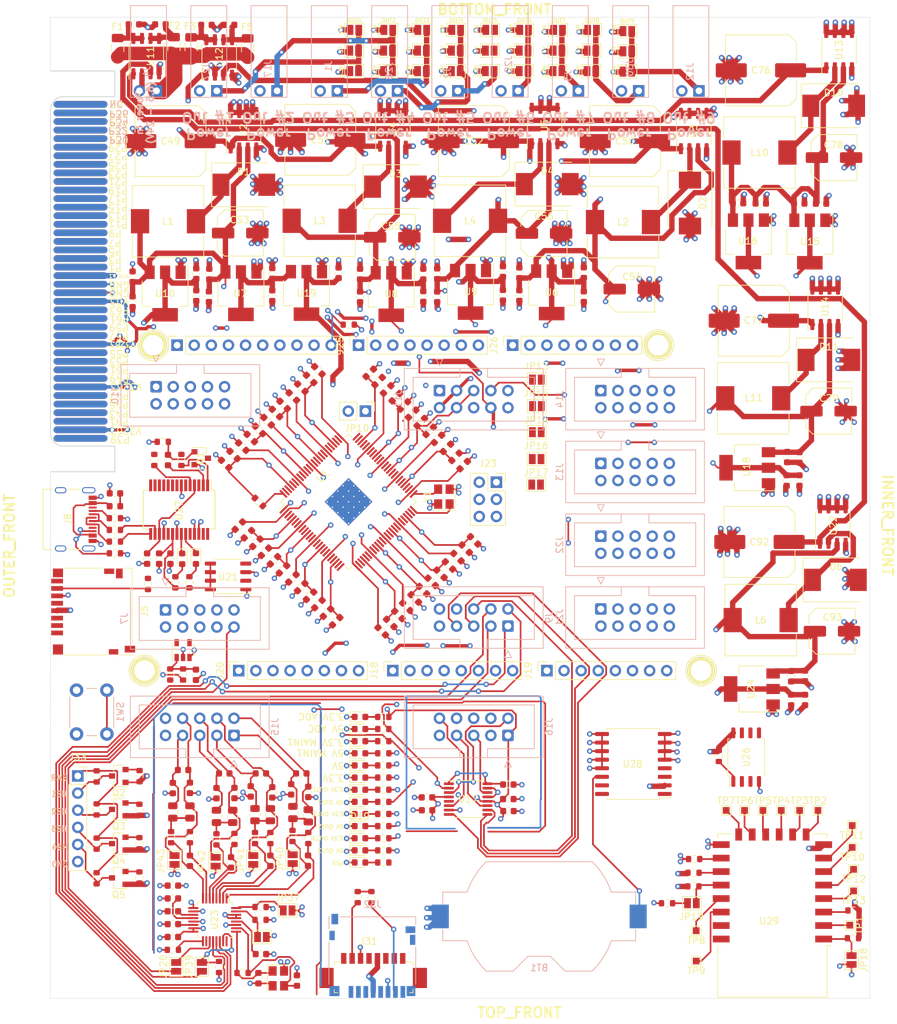
<source format=kicad_pcb>
(kicad_pcb (version 20171130) (host pcbnew "(5.1.9)-1")
  (layers (0 F.Cu signal) (1 In1.Cu mixed) (2 In2.Cu power) (31 B.Cu signal) (34 B.Paste user) (35 F.Paste user) (36 B.SilkS user) (37 F.SilkS user) (38 B.Mask user) (39 F.Mask user) (44 Edge.Cuts user))
  (net 0 "")
  (net 1 "Net-(BT1-Pad1)")
  (net 2 GND)
  (net 3 +1V8)
  (net 4 VIN_L1)
  (net 5 VIN_L2)
  (net 6 +5V)
  (net 7 +5V_3)
  (net 8 +5V_1)
  (net 9 +5V_2)
  (net 10 +3.3V_3)
  (net 11 +3.3V_1)
  (net 12 +3.3V_2)
  (net 13 "Net-(C70-Pad1)")
  (net 14 +3V3)
  (net 15 VIN_IO)
  (net 16 "Net-(C78-Pad1)")
  (net 17 "Net-(C90-Pad1)")
  (net 18 VIN_ADC)
  (net 19 5V_ADC)
  (net 20 3.3V_ADC)
  (net 21 VBUS)
  (net 22 "Net-(C104-Pad1)")
  (net 23 "Net-(C107-Pad1)")
  (net 24 "Net-(C107-Pad2)")
  (net 25 "Net-(C113-Pad2)")
  (net 26 A1+)
  (net 27 A1-)
  (net 28 A2+)
  (net 29 A2-)
  (net 30 A3+)
  (net 31 A3-)
  (net 32 A4+)
  (net 33 A4-)
  (net 34 "Net-(D1-Pad1)")
  (net 35 "Net-(D2-Pad1)")
  (net 36 "Net-(D3-Pad1)")
  (net 37 "Net-(D4-Pad1)")
  (net 38 "Net-(D6-Pad1)")
  (net 39 "Net-(D9-Pad1)")
  (net 40 "Net-(D9-Pad2)")
  (net 41 "Net-(D10-Pad1)")
  (net 42 "Net-(D11-Pad1)")
  (net 43 "Net-(D12-Pad2)")
  (net 44 "Net-(D12-Pad1)")
  (net 45 VIN_RAW)
  (net 46 "Net-(J5-Pad8)")
  (net 47 "Net-(J5-Pad9)")
  (net 48 "Net-(J5-Pad7)")
  (net 49 "Net-(J5-Pad1)")
  (net 50 RESET)
  (net 51 "Net-(J6-Pad2)")
  (net 52 "Net-(J6-Pad1)")
  (net 53 "Net-(J8-PadS1)")
  (net 54 "Net-(J8-PadA7)")
  (net 55 "Net-(J8-PadA6)")
  (net 56 "Net-(J8-PadB8)")
  (net 57 "Net-(J8-PadA5)")
  (net 58 "Net-(J8-PadA8)")
  (net 59 "Net-(J8-PadB5)")
  (net 60 "Net-(F4-Pad2)")
  (net 61 "Net-(J12-Pad1)")
  (net 62 "Net-(J14-Pad10)")
  (net 63 "Net-(J14-Pad2)")
  (net 64 "Net-(J14-Pad5)")
  (net 65 "Net-(J14-Pad3)")
  (net 66 "Net-(J14-Pad1)")
  (net 67 "Net-(J1-Pad1)")
  (net 68 "Net-(J3-Pad1)")
  (net 69 "Net-(J2-Pad1)")
  (net 70 FLASH_CS)
  (net 71 "Net-(JP18-Pad1)")
  (net 72 "Net-(JP19-Pad2)")
  (net 73 "Net-(JP19-Pad1)")
  (net 74 "Net-(JP20-Pad1)")
  (net 75 "Net-(R18-Pad1)")
  (net 76 "Net-(R19-Pad2)")
  (net 77 "Net-(R23-Pad1)")
  (net 78 "Net-(R26-Pad1)")
  (net 79 "Net-(R29-Pad2)")
  (net 80 "Net-(TP1-Pad1)")
  (net 81 "Net-(TP2-Pad1)")
  (net 82 "Net-(TP3-Pad1)")
  (net 83 "Net-(TP4-Pad1)")
  (net 84 "Net-(TP5-Pad1)")
  (net 85 "Net-(TP6-Pad1)")
  (net 86 "Net-(TP7-Pad1)")
  (net 87 "Net-(TP8-Pad1)")
  (net 88 "Net-(TP9-Pad1)")
  (net 89 "Net-(TP10-Pad1)")
  (net 90 "Net-(TP11-Pad1)")
  (net 91 "Net-(TP12-Pad1)")
  (net 92 "Net-(TP13-Pad1)")
  (net 93 "Net-(U1-Pad50)")
  (net 94 "Net-(U1-Pad51)")
  (net 95 "Net-(U20-Pad4)")
  (net 96 "Net-(U26-Pad3)")
  (net 97 "Net-(U26-Pad7)")
  (net 98 "Net-(U27-Pad3)")
  (net 99 "Net-(U27-Pad6)")
  (net 100 "Net-(U27-Pad9)")
  (net 101 "Net-(U27-Pad10)")
  (net 102 "Net-(U27-Pad11)")
  (net 103 "Net-(U27-Pad12)")
  (net 104 "Net-(U27-Pad13)")
  (net 105 "Net-(U27-Pad14)")
  (net 106 "Net-(U27-Pad19)")
  (net 107 "Net-(U27-Pad27)")
  (net 108 "Net-(U27-Pad28)")
  (net 109 "Net-(U28-Pad1)")
  (net 110 "Net-(U28-Pad3)")
  (net 111 "Net-(U28-Pad4)")
  (net 112 "Net-(J24-Pad10)")
  (net 113 "Net-(J18-Pad8)")
  (net 114 "Net-(J18-Pad7)")
  (net 115 "Net-(J18-Pad6)")
  (net 116 "Net-(J18-Pad5)")
  (net 117 "Net-(J18-Pad4)")
  (net 118 "Net-(J18-Pad3)")
  (net 119 "Net-(J18-Pad2)")
  (net 120 "Net-(J18-Pad1)")
  (net 121 "Net-(J19-Pad1)")
  (net 122 "Net-(J19-Pad2)")
  (net 123 "Net-(J19-Pad3)")
  (net 124 "Net-(J19-Pad4)")
  (net 125 "Net-(J19-Pad5)")
  (net 126 "Net-(J19-Pad6)")
  (net 127 "Net-(J19-Pad7)")
  (net 128 "Net-(J19-Pad8)")
  (net 129 "Net-(J20-Pad1)")
  (net 130 "Net-(J24-Pad1)")
  (net 131 "Net-(J24-Pad2)")
  (net 132 "Net-(J24-Pad3)")
  (net 133 "Net-(J24-Pad5)")
  (net 134 "Net-(J24-Pad6)")
  (net 135 "Net-(J24-Pad7)")
  (net 136 "Net-(J25-Pad8)")
  (net 137 "Net-(J25-Pad7)")
  (net 138 "Net-(J25-Pad6)")
  (net 139 "Net-(J25-Pad5)")
  (net 140 "Net-(J25-Pad4)")
  (net 141 "Net-(J25-Pad3)")
  (net 142 "Net-(J25-Pad2)")
  (net 143 "Net-(J25-Pad1)")
  (net 144 "Net-(J26-Pad1)")
  (net 145 "Net-(J26-Pad2)")
  (net 146 "Net-(J26-Pad3)")
  (net 147 "Net-(J26-Pad4)")
  (net 148 "Net-(J26-Pad5)")
  (net 149 "Net-(J26-Pad6)")
  (net 150 "Net-(C73-Pad1)")
  (net 151 "Net-(C74-Pad1)")
  (net 152 "Net-(C75-Pad1)")
  (net 153 5V_MAIN1)
  (net 154 3.3V_MAIN1)
  (net 155 "Net-(C91-Pad1)")
  (net 156 "Net-(C94-Pad1)")
  (net 157 "Net-(C108-Pad1)")
  (net 158 "Net-(C109-Pad1)")
  (net 159 "Net-(C110-Pad1)")
  (net 160 "Net-(C111-Pad1)")
  (net 161 "Net-(C114-Pad2)")
  (net 162 /Peripherals/AIN2P)
  (net 163 /Peripherals/AIN2N)
  (net 164 /Peripherals/AIN3N)
  (net 165 /Peripherals/AIN3P)
  (net 166 /Peripherals/AIN4N)
  (net 167 /Peripherals/AIN4P)
  (net 168 /Peripherals/AIN1P)
  (net 169 /Peripherals/AIN1N)
  (net 170 "Net-(D5-Pad2)")
  (net 171 "Net-(D7-Pad2)")
  (net 172 "Net-(D8-Pad2)")
  (net 173 "Net-(D13-Pad2)")
  (net 174 "Net-(D14-Pad2)")
  (net 175 "Net-(D15-Pad2)")
  (net 176 "Net-(D16-Pad2)")
  (net 177 "Net-(D17-Pad2)")
  (net 178 "Net-(D18-Pad2)")
  (net 179 "Net-(D19-Pad2)")
  (net 180 "Net-(D20-Pad2)")
  (net 181 "Net-(D21-Pad2)")
  (net 182 "Net-(D22-Pad2)")
  (net 183 "Net-(J17-Pad1)")
  (net 184 "Net-(J27-Pad1)")
  (net 185 "Net-(J28-Pad1)")
  (net 186 "Net-(J29-Pad1)")
  (net 187 "Net-(J30-Pad1)")
  (net 188 "Net-(J31-Pad9)")
  (net 189 "Net-(J31-Pad8)")
  (net 190 "Net-(J31-Pad7)")
  (net 191 "Net-(J31-Pad1)")
  (net 192 "Net-(J32-Pad1)")
  (net 193 "Net-(J32-Pad7)")
  (net 194 "Net-(J32-Pad8)")
  (net 195 "Net-(J32-Pad9)")
  (net 196 HS_VIN)
  (net 197 HS_1)
  (net 198 HS_2)
  (net 199 HS_3)
  (net 200 HS_4)
  (net 201 "Net-(JP37-Pad2)")
  (net 202 "Net-(JP38-Pad2)")
  (net 203 "Net-(JP39-Pad1)")
  (net 204 "Net-(R39-Pad1)")
  (net 205 "Net-(R46-Pad1)")
  (net 206 "Net-(R51-Pad1)")
  (net 207 "Net-(R53-Pad1)")
  (net 208 "Net-(R55-Pad1)")
  (net 209 "Net-(U17-Pad5)")
  (net 210 "Net-(U23-Pad18)")
  (net 211 "Net-(U23-Pad24)")
  (net 212 V_0_3)
  (net 213 V_32_35)
  (net 214 P0)
  (net 215 P1)
  (net 216 P2)
  (net 217 P3)
  (net 218 P4)
  (net 219 P5)
  (net 220 P6)
  (net 221 P7)
  (net 222 P8)
  (net 223 P9)
  (net 224 P10)
  (net 225 P11)
  (net 226 P12)
  (net 227 P13)
  (net 228 P14)
  (net 229 P15)
  (net 230 P16)
  (net 231 P17)
  (net 232 P18)
  (net 233 P19)
  (net 234 P20)
  (net 235 P21)
  (net 236 P22)
  (net 237 P23)
  (net 238 P24)
  (net 239 P25)
  (net 240 P26)
  (net 241 P27)
  (net 242 P28)
  (net 243 P29)
  (net 244 P30)
  (net 245 P31)
  (net 246 P32)
  (net 247 P33)
  (net 248 P34)
  (net 249 P35)
  (net 250 P36)
  (net 251 P37)
  (net 252 P38)
  (net 253 P39)
  (net 254 P40)
  (net 255 P41)
  (net 256 P42)
  (net 257 P43)
  (net 258 P44)
  (net 259 P45)
  (net 260 P46)
  (net 261 P47)
  (net 262 P48)
  (net 263 P49)
  (net 264 P50)
  (net 265 P51)
  (net 266 P52)
  (net 267 P53)
  (net 268 P54)
  (net 269 P55)
  (net 270 P56)
  (net 271 P57)
  (net 272 P58)
  (net 273 P59)
  (net 274 P60)
  (net 275 P61)
  (net 276 P62)
  (net 277 P63)
  (net 278 "Net-(J11-Pad1)")
  (net 279 AO2)
  (net 280 AO1)
  (net 281 AO3)
  (net 282 /Connections/D-)
  (net 283 /Connections/D+)
  (net 284 AO0)
  (module MAD_P2:P2_Edge_Conn (layer F.Cu) (at 395.63 28.2956 270)
    (fp_text reference J6 hide)
    (fp_text value Edge_Conn)
    (fp_arc (start 0.762 1.27) (end -1.143 1.27) (angle -90) (layer Edge.Cuts) (width 0.12))
    (fp_arc (start 48.768 1.27) (end 50.673 1.27) (angle 90) (layer Edge.Cuts) (width 0.12))
    (fp_line (start 50.673 1.27) (end 50.673 -6.35) (layer Edge.Cuts) (width 0.12))
    (fp_line (start 54.483 -6.35) (end 54.483 3.175) (layer Edge.Cuts) (width 0.12))
    (fp_line (start 50.673 -6.35) (end 54.483 -6.35) (layer Edge.Cuts) (width 0.12))
    (fp_line (start 0.762 3.175) (end 48.768 3.175) (layer Edge.Cuts) (width 0.12))
    (fp_line (start -1.143 1.27) (end -1.143 -6.35) (layer Edge.Cuts) (width 0.12))
    (fp_line (start -1.143 -6.35) (end -4.953 -6.35) (layer Edge.Cuts) (width 0.12))
    (fp_line (start -4.953 -6.35) (end -4.953 3.175) (layer Edge.Cuts) (width 0.12))
    (pad 39 smd oval (at 1.27 -1.27 270) (size 1 8) (layers F.Cu F.Paste F.Mask) (net 215 P1))
    (pad 40 smd oval (at 0 -1.27 270) (size 1 8) (layers F.Cu F.Paste F.Mask) (net 214 P0))
    (pad 41 smd oval (at 0 -1.27 270) (size 1 8) (layers B.Cu B.Paste B.Mask) (net 4 VIN_L1))
    (pad 38 smd oval (at 2.54 -1.27 270) (size 1 8) (layers F.Cu F.Paste F.Mask) (net 216 P2))
    (pad 42 smd oval (at 1.27 -1.27 270) (size 1 8) (layers B.Cu B.Paste B.Mask) (net 4 VIN_L1))
    (pad 37 smd oval (at 3.81 -1.27 270) (size 1 8) (layers F.Cu F.Paste F.Mask) (net 217 P3))
    (pad 43 smd oval (at 2.54 -1.27 270) (size 1 8) (layers B.Cu B.Paste B.Mask) (net 2 GND))
    (pad 36 smd oval (at 5.08 -1.27 270) (size 1 8) (layers F.Cu F.Paste F.Mask) (net 218 P4))
    (pad 44 smd oval (at 3.81 -1.27 270) (size 1 8) (layers B.Cu B.Paste B.Mask) (net 2 GND))
    (pad 35 smd oval (at 6.35 -1.27 270) (size 1 8) (layers F.Cu F.Paste F.Mask) (net 219 P5))
    (pad 45 smd oval (at 5.08 -1.27 270) (size 1 8) (layers B.Cu B.Paste B.Mask) (net 2 GND))
    (pad 34 smd oval (at 7.62 -1.27 270) (size 1 8) (layers F.Cu F.Paste F.Mask) (net 220 P6))
    (pad 46 smd oval (at 6.35 -1.27 270) (size 1 8) (layers B.Cu B.Paste B.Mask) (net 50 RESET))
    (pad 33 smd oval (at 8.89 -1.27 270) (size 1 8) (layers F.Cu F.Paste F.Mask) (net 221 P7))
    (pad 47 smd oval (at 7.62 -1.27 270) (size 1 8) (layers B.Cu B.Paste B.Mask) (net 212 V_0_3))
    (pad 32 smd oval (at 10.16 -1.27 270) (size 1 8) (layers F.Cu F.Paste F.Mask) (net 222 P8))
    (pad 48 smd oval (at 8.89 -1.27 270) (size 1 8) (layers B.Cu B.Paste B.Mask) (net 212 V_0_3))
    (pad 31 smd oval (at 11.43 -1.27 270) (size 1 8) (layers F.Cu F.Paste F.Mask) (net 223 P9))
    (pad 49 smd oval (at 10.16 -1.27 270) (size 1 8) (layers B.Cu B.Paste B.Mask) (net 277 P63))
    (pad 30 smd oval (at 12.7 -1.27 270) (size 1 8) (layers F.Cu F.Paste F.Mask) (net 224 P10))
    (pad 50 smd oval (at 11.43 -1.27 270) (size 1 8) (layers B.Cu B.Paste B.Mask) (net 276 P62))
    (pad 29 smd oval (at 13.97 -1.27 270) (size 1 8) (layers F.Cu F.Paste F.Mask) (net 225 P11))
    (pad 51 smd oval (at 12.7 -1.27 270) (size 1 8) (layers B.Cu B.Paste B.Mask) (net 275 P61))
    (pad 28 smd oval (at 15.24 -1.27 270) (size 1 8) (layers F.Cu F.Paste F.Mask) (net 226 P12))
    (pad 52 smd oval (at 13.97 -1.27 270) (size 1 8) (layers B.Cu B.Paste B.Mask) (net 274 P60))
    (pad 27 smd oval (at 16.51 -1.27 270) (size 1 8) (layers F.Cu F.Paste F.Mask) (net 227 P13))
    (pad 53 smd oval (at 15.24 -1.27 270) (size 1 8) (layers B.Cu B.Paste B.Mask) (net 273 P59))
    (pad 26 smd oval (at 17.78 -1.27 270) (size 1 8) (layers F.Cu F.Paste F.Mask) (net 228 P14))
    (pad 54 smd oval (at 16.51 -1.27 270) (size 1 8) (layers B.Cu B.Paste B.Mask) (net 272 P58))
    (pad 25 smd oval (at 19.05 -1.27 270) (size 1 8) (layers F.Cu F.Paste F.Mask) (net 229 P15))
    (pad 55 smd oval (at 17.78 -1.27 270) (size 1 8) (layers B.Cu B.Paste B.Mask) (net 271 P57))
    (pad 24 smd oval (at 20.32 -1.27 270) (size 1 8) (layers F.Cu F.Paste F.Mask) (net 230 P16))
    (pad 56 smd oval (at 19.05 -1.27 270) (size 1 8) (layers B.Cu B.Paste B.Mask) (net 270 P56))
    (pad 23 smd oval (at 21.59 -1.27 270) (size 1 8) (layers F.Cu F.Paste F.Mask) (net 231 P17))
    (pad 57 smd oval (at 20.32 -1.27 270) (size 1 8) (layers B.Cu B.Paste B.Mask) (net 213 V_32_35))
    (pad 22 smd oval (at 22.86 -1.27 270) (size 1 8) (layers F.Cu F.Paste F.Mask) (net 232 P18))
    (pad 58 smd oval (at 21.59 -1.27 270) (size 1 8) (layers B.Cu B.Paste B.Mask) (net 212 V_0_3))
    (pad 21 smd oval (at 24.13 -1.27 270) (size 1 8) (layers F.Cu F.Paste F.Mask) (net 233 P19))
    (pad 59 smd oval (at 22.86 -1.27 270) (size 1 8) (layers B.Cu B.Paste B.Mask) (net 269 P55))
    (pad 20 smd oval (at 25.4 -1.27 270) (size 1 8) (layers F.Cu F.Paste F.Mask) (net 234 P20))
    (pad 60 smd oval (at 24.13 -1.27 270) (size 1 8) (layers B.Cu B.Paste B.Mask) (net 268 P54))
    (pad 19 smd oval (at 26.67 -1.27 270) (size 1 8) (layers F.Cu F.Paste F.Mask) (net 235 P21))
    (pad 61 smd oval (at 25.4 -1.27 270) (size 1 8) (layers B.Cu B.Paste B.Mask) (net 267 P53))
    (pad 18 smd oval (at 27.94 -1.27 270) (size 1 8) (layers F.Cu F.Paste F.Mask) (net 236 P22))
    (pad 62 smd oval (at 26.67 -1.27 270) (size 1 8) (layers B.Cu B.Paste B.Mask) (net 266 P52))
    (pad 17 smd oval (at 29.21 -1.27 270) (size 1 8) (layers F.Cu F.Paste F.Mask) (net 237 P23))
    (pad 63 smd oval (at 27.94 -1.27 270) (size 1 8) (layers B.Cu B.Paste B.Mask) (net 265 P51))
    (pad 16 smd oval (at 30.48 -1.27 270) (size 1 8) (layers F.Cu F.Paste F.Mask) (net 238 P24))
    (pad 64 smd oval (at 29.21 -1.27 270) (size 1 8) (layers B.Cu B.Paste B.Mask) (net 264 P50))
    (pad 15 smd oval (at 31.75 -1.27 270) (size 1 8) (layers F.Cu F.Paste F.Mask) (net 239 P25))
    (pad 65 smd oval (at 30.48 -1.27 270) (size 1 8) (layers B.Cu B.Paste B.Mask) (net 263 P49))
    (pad 14 smd oval (at 33.02 -1.27 270) (size 1 8) (layers F.Cu F.Paste F.Mask) (net 240 P26))
    (pad 66 smd oval (at 31.75 -1.27 270) (size 1 8) (layers B.Cu B.Paste B.Mask) (net 262 P48))
    (pad 13 smd oval (at 34.29 -1.27 270) (size 1 8) (layers F.Cu F.Paste F.Mask) (net 241 P27))
    (pad 67 smd oval (at 33.02 -1.27 270) (size 1 8) (layers B.Cu B.Paste B.Mask) (net 213 V_32_35))
    (pad 12 smd oval (at 35.56 -1.27 270) (size 1 8) (layers F.Cu F.Paste F.Mask) (net 242 P28))
    (pad 68 smd oval (at 34.29 -1.27 270) (size 1 8) (layers B.Cu B.Paste B.Mask) (net 212 V_0_3))
    (pad 11 smd oval (at 36.83 -1.27 270) (size 1 8) (layers F.Cu F.Paste F.Mask) (net 243 P29))
    (pad 69 smd oval (at 35.56 -1.27 270) (size 1 8) (layers B.Cu B.Paste B.Mask) (net 261 P47))
    (pad 10 smd oval (at 38.1 -1.27 270) (size 1 8) (layers F.Cu F.Paste F.Mask) (net 244 P30))
    (pad 70 smd oval (at 36.83 -1.27 270) (size 1 8) (layers B.Cu B.Paste B.Mask) (net 260 P46))
    (pad 9 smd oval (at 39.37 -1.27 270) (size 1 8) (layers F.Cu F.Paste F.Mask) (net 245 P31))
    (pad 71 smd oval (at 38.1 -1.27 270) (size 1 8) (layers B.Cu B.Paste B.Mask) (net 259 P45))
    (pad 8 smd oval (at 40.64 -1.27 270) (size 1 8) (layers F.Cu F.Paste F.Mask) (net 246 P32))
    (pad 72 smd oval (at 39.37 -1.27 270) (size 1 8) (layers B.Cu B.Paste B.Mask) (net 258 P44))
    (pad 7 smd oval (at 41.91 -1.27 270) (size 1 8) (layers F.Cu F.Paste F.Mask) (net 247 P33))
    (pad 73 smd oval (at 40.64 -1.27 270) (size 1 8) (layers B.Cu B.Paste B.Mask) (net 257 P43))
    (pad 6 smd oval (at 43.18 -1.27 270) (size 1 8) (layers F.Cu F.Paste F.Mask) (net 248 P34))
    (pad 74 smd oval (at 41.91 -1.27 270) (size 1 8) (layers B.Cu B.Paste B.Mask) (net 256 P42))
    (pad 5 smd oval (at 44.45 -1.27 270) (size 1 8) (layers F.Cu F.Paste F.Mask) (net 249 P35))
    (pad 75 smd oval (at 43.18 -1.27 270) (size 1 8) (layers B.Cu B.Paste B.Mask) (net 255 P41))
    (pad 76 smd oval (at 44.45 -1.27 270) (size 1 8) (layers B.Cu B.Paste B.Mask) (net 254 P40))
    (pad 4 smd oval (at 45.72 -1.27 270) (size 1 8) (layers F.Cu F.Paste F.Mask) (net 250 P36))
    (pad 77 smd oval (at 45.72 -1.27 270) (size 1 8) (layers B.Cu B.Paste B.Mask) (net 213 V_32_35))
    (pad 3 smd oval (at 46.99 -1.27 270) (size 1 8) (layers F.Cu F.Paste F.Mask) (net 251 P37))
    (pad 78 smd oval (at 46.99 -1.27 270) (size 1 8) (layers B.Cu B.Paste B.Mask) (net 213 V_32_35))
    (pad 2 smd oval (at 48.26 -1.27 270) (size 1 8) (layers F.Cu F.Paste F.Mask) (net 51 "Net-(J6-Pad2)"))
    (pad 79 smd oval (at 48.26 -1.27 270) (size 1 8) (layers B.Cu B.Paste B.Mask) (net 253 P39))
    (pad 1 smd oval (at 49.53 -1.27 270) (size 1 8) (layers F.Cu F.Paste F.Mask) (net 52 "Net-(J6-Pad1)"))
    (pad 80 smd oval (at 49.53 -1.27 270) (size 1 8) (layers B.Cu B.Paste B.Mask) (net 252 P38))
  )
  (module MAD_P2:0705530001 (layer B.Cu) (at 409.6512 27.2542 90)
    (fp_text reference J4 (at 3.8354 -2.8956 270) (layer B.SilkS) (effects (justify mirror)))
    (fp_text value Power_In)
    (pad 1 thru_hole rect (at 0.9652 -1.4732 90) (size 1.7 1.7) (drill 1) (layers *.Cu *.Mask) (net 45 VIN_RAW))
    (pad 2 thru_hole oval (at 0.9652 -4.0132 90) (size 1.7 1.7) (drill 1) (layers *.Cu *.Mask) (net 2 GND))
  )
  (module MAD_P2:0705530001 (layer B.Cu) (at 418.592 27.2542 90)
    (fp_text reference J27 (at 3.8862 -3.0226 270) (layer B.SilkS) (effects (justify mirror)))
    (fp_text value Line_1_1)
    (pad 1 thru_hole rect (at 0.9652 -1.4732 90) (size 1.7 1.7) (drill 1) (layers *.Cu *.Mask) (net 184 "Net-(J27-Pad1)"))
    (pad 2 thru_hole oval (at 0.9652 -4.0132 90) (size 1.7 1.7) (drill 1) (layers *.Cu *.Mask) (net 2 GND))
  )
  (module MAD_P2:0705530001 (layer B.Cu) (at 427.5328 27.2542 90)
    (fp_text reference J17 (at 4.269599 -2.834199 270) (layer B.SilkS) (effects (justify mirror)))
    (fp_text value Line_1_2)
    (pad 1 thru_hole rect (at 0.9652 -1.4732 90) (size 1.7 1.7) (drill 1) (layers *.Cu *.Mask) (net 183 "Net-(J17-Pad1)"))
    (pad 2 thru_hole oval (at 0.9652 -4.0132 90) (size 1.7 1.7) (drill 1) (layers *.Cu *.Mask) (net 2 GND))
  )
  (module MAD_P2:0705530001 (layer B.Cu) (at 436.4736 27.2542 90)
    (fp_text reference J1 (at 4.5974 -2.794 270) (layer B.SilkS) (effects (justify mirror)))
    (fp_text value Line_1_3)
    (pad 1 thru_hole rect (at 0.9652 -1.4732 90) (size 1.7 1.7) (drill 1) (layers *.Cu *.Mask) (net 67 "Net-(J1-Pad1)"))
    (pad 2 thru_hole oval (at 0.9652 -4.0132 90) (size 1.7 1.7) (drill 1) (layers *.Cu *.Mask) (net 2 GND))
  )
  (module MAD_P2:0705530001 (layer B.Cu) (at 445.4144 27.2542 90)
    (fp_text reference J28 (at 3.930999 -2.732599 270) (layer B.SilkS) (effects (justify mirror)))
    (fp_text value Line_2_1)
    (pad 1 thru_hole rect (at 0.9652 -1.4732 90) (size 1.7 1.7) (drill 1) (layers *.Cu *.Mask) (net 185 "Net-(J28-Pad1)"))
    (pad 2 thru_hole oval (at 0.9652 -4.0132 90) (size 1.7 1.7) (drill 1) (layers *.Cu *.Mask) (net 2 GND))
  )
  (module MAD_P2:0705530001 (layer B.Cu) (at 454.3552 27.2542 90)
    (fp_text reference J2 (at 3.683 -3.0226 270) (layer B.SilkS) (effects (justify mirror)))
    (fp_text value Line_2_2)
    (pad 1 thru_hole rect (at 0.9652 -1.4732 90) (size 1.7 1.7) (drill 1) (layers *.Cu *.Mask) (net 69 "Net-(J2-Pad1)"))
    (pad 2 thru_hole oval (at 0.9652 -4.0132 90) (size 1.7 1.7) (drill 1) (layers *.Cu *.Mask) (net 2 GND))
  )
  (module MAD_P2:0705530001 (layer B.Cu) (at 463.296 27.2542 90)
    (fp_text reference J29 (at 4.887799 -2.884999 270) (layer B.SilkS) (effects (justify mirror)))
    (fp_text value Line_2_3)
    (pad 1 thru_hole rect (at 0.9652 -1.4732 90) (size 1.7 1.7) (drill 1) (layers *.Cu *.Mask) (net 186 "Net-(J29-Pad1)"))
    (pad 2 thru_hole oval (at 0.9652 -4.0132 90) (size 1.7 1.7) (drill 1) (layers *.Cu *.Mask) (net 2 GND))
  )
  (module MAD_P2:0705530001 (layer B.Cu) (at 472.2368 27.2542 90)
    (fp_text reference J3 (at 3.2258 -2.9972 270) (layer B.SilkS) (effects (justify mirror)))
    (fp_text value Line_3_1)
    (pad 1 thru_hole rect (at 0.9652 -1.4732 90) (size 1.7 1.7) (drill 1) (layers *.Cu *.Mask) (net 68 "Net-(J3-Pad1)"))
    (pad 2 thru_hole oval (at 0.9652 -4.0132 90) (size 1.7 1.7) (drill 1) (layers *.Cu *.Mask) (net 2 GND))
  )
  (module MAD_P2:0705530001 (layer B.Cu) (at 481.1776 27.2542 90)
    (fp_text reference J30 (at 4.3942 -2.794 270) (layer B.SilkS) (effects (justify mirror)))
    (fp_text value Line_3_2)
    (pad 1 thru_hole rect (at 0.9652 -1.4732 90) (size 1.7 1.7) (drill 1) (layers *.Cu *.Mask) (net 187 "Net-(J30-Pad1)"))
    (pad 2 thru_hole oval (at 0.9652 -4.0132 90) (size 1.7 1.7) (drill 1) (layers *.Cu *.Mask) (net 2 GND))
  )
  (module MAD_P2:0705530001 (layer B.Cu) (at 490.1184 27.2542 90)
    (fp_text reference J12 (at 3.81 -2.794 270) (layer B.SilkS) (effects (justify mirror)))
    (fp_text value Line_3_3)
    (pad 1 thru_hole rect (at 0.9652 -1.4732 90) (size 1.7 1.7) (drill 1) (layers *.Cu *.Mask) (net 61 "Net-(J12-Pad1)"))
    (pad 2 thru_hole oval (at 0.9652 -4.0132 90) (size 1.7 1.7) (drill 1) (layers *.Cu *.Mask) (net 2 GND))
  )
  (module Capacitor_SMD:C_0603_1608Metric (layer F.Cu) (at 429.6665 70.3199 135)
    (fp_text reference C28 hide)
    (fp_text value 1uF)
    (pad 1 smd roundrect (at -0.775 0 135) (size 0.9 0.95) (layers F.Cu F.Paste F.Mask) (net 213 V_32_35))
    (pad 2 smd roundrect (at 0.775 0 135) (size 0.9 0.95) (layers F.Cu F.Paste F.Mask) (net 2 GND))
  )
  (module Capacitor_SMD:C_0603_1608Metric (layer F.Cu) (at 427.0375 72.8726 135)
    (fp_text reference C33 hide)
    (fp_text value 4.7uF)
    (pad 2 smd roundrect (at 0.775 0 135) (size 0.9 0.95) (layers F.Cu F.Paste F.Mask) (net 2 GND))
    (pad 1 smd roundrect (at -0.775 0 135) (size 0.9 0.95) (layers F.Cu F.Paste F.Mask) (net 213 V_32_35))
  )
  (module Capacitor_SMD:C_0603_1608Metric (layer F.Cu) (at 423.3925 76.581 135)
    (fp_text reference C39 hide)
    (fp_text value 4.7uF)
    (pad 1 smd roundrect (at -0.775 0 135) (size 0.9 0.95) (layers F.Cu F.Paste F.Mask) (net 213 V_32_35))
    (pad 2 smd roundrect (at 0.775 0 135) (size 0.9 0.95) (layers F.Cu F.Paste F.Mask) (net 2 GND))
  )
  (module Capacitor_SMD:C_0603_1608Metric (layer F.Cu) (at 422.1605 77.7748 135)
    (fp_text reference C40 hide)
    (fp_text value 1uF)
    (pad 1 smd roundrect (at -0.775 0 135) (size 0.9 0.95) (layers F.Cu F.Paste F.Mask) (net 213 V_32_35))
    (pad 2 smd roundrect (at 0.775 0 135) (size 0.9 0.95) (layers F.Cu F.Paste F.Mask) (net 2 GND))
  )
  (module Capacitor_SMD:C_0603_1608Metric (layer F.Cu) (at 425.8945 74.0664 135)
    (fp_text reference C34 hide)
    (fp_text value 1uF)
    (pad 2 smd roundrect (at 0.775 0 135) (size 0.9 0.95) (layers F.Cu F.Paste F.Mask) (net 2 GND))
    (pad 1 smd roundrect (at -0.775 0 135) (size 0.9 0.95) (layers F.Cu F.Paste F.Mask) (net 213 V_32_35))
  )
  (module Capacitor_SMD:C_0603_1608Metric (layer F.Cu) (at 430.9635 69.0137 135)
    (fp_text reference C27 hide)
    (fp_text value 4.7uF)
    (pad 1 smd roundrect (at -0.775 0 135) (size 0.9 0.95) (layers F.Cu F.Paste F.Mask) (net 213 V_32_35))
    (pad 2 smd roundrect (at 0.775 0 135) (size 0.9 0.95) (layers F.Cu F.Paste F.Mask) (net 2 GND))
  )
  (module Capacitor_SMD:C_0603_1608Metric (layer F.Cu) (at 418.3505 81.6229 135)
    (fp_text reference C46 hide)
    (fp_text value 1uF)
    (pad 2 smd roundrect (at 0.775 0 135) (size 0.9 0.95) (layers F.Cu F.Paste F.Mask) (net 2 GND))
    (pad 1 smd roundrect (at -0.775 0 135) (size 0.9 0.95) (layers F.Cu F.Paste F.Mask) (net 213 V_32_35))
  )
  (module Capacitor_SMD:C_0603_1608Metric (layer F.Cu) (at 419.6205 80.2894 135)
    (fp_text reference C45 hide)
    (fp_text value 4.7uF)
    (pad 2 smd roundrect (at 0.775 0 135) (size 0.9 0.95) (layers F.Cu F.Paste F.Mask) (net 2 GND))
    (pad 1 smd roundrect (at -0.775 0 135) (size 0.9 0.95) (layers F.Cu F.Paste F.Mask) (net 213 V_32_35))
  )
  (module Capacitor_SMD:C_0603_1608Metric (layer F.Cu) (at 428.3965 71.628 135)
    (fp_text reference C11 hide)
    (fp_text value 4.7uF)
    (pad 2 smd roundrect (at 0.775 0 135) (size 0.9 0.95) (layers F.Cu F.Paste F.Mask) (net 2 GND))
    (pad 1 smd roundrect (at -0.775 0 135) (size 0.9 0.95) (layers F.Cu F.Paste F.Mask) (net 3 +1V8))
  )
  (module Capacitor_SMD:C_0603_1608Metric (layer F.Cu) (at 432.1815 67.7418 135)
    (fp_text reference C17 hide)
    (fp_text value 4.7uF)
    (pad 1 smd roundrect (at -0.775 0 135) (size 0.9 0.95) (layers F.Cu F.Paste F.Mask) (net 3 +1V8))
    (pad 2 smd roundrect (at 0.775 0 135) (size 0.9 0.95) (layers F.Cu F.Paste F.Mask) (net 2 GND))
  )
  (module Capacitor_SMD:C_0603_1608Metric (layer F.Cu) (at 420.9055 79.0467 135)
    (fp_text reference C5 hide)
    (fp_text value 4.7uF)
    (pad 1 smd roundrect (at -0.775 0 135) (size 0.9 0.95) (layers F.Cu F.Paste F.Mask) (net 3 +1V8))
    (pad 2 smd roundrect (at 0.775 0 135) (size 0.9 0.95) (layers F.Cu F.Paste F.Mask) (net 2 GND))
  )
  (module Capacitor_SMD:C_0603_1608Metric (layer F.Cu) (at 424.6495 75.2856 135)
    (fp_text reference C6 hide)
    (fp_text value 4.7uF)
    (pad 1 smd roundrect (at -0.775 0 135) (size 0.9 0.95) (layers F.Cu F.Paste F.Mask) (net 3 +1V8))
    (pad 2 smd roundrect (at 0.775 0 135) (size 0.9 0.95) (layers F.Cu F.Paste F.Mask) (net 2 GND))
  )
  (module Battery:BatteryHolder_Keystone_1058_1x2032 (layer B.Cu) (at 464.947 148.717 180)
    (fp_text reference BT1 (at 0 -7.62 180) (layer B.SilkS) (effects (justify mirror)))
    (fp_text value CR2032)
    (pad 1 smd rect (at -14.68 0 180) (size 2.54 3.51) (layers B.Cu B.Paste B.Mask) (net 1 "Net-(BT1-Pad1)"))
    (pad 2 smd rect (at 14.68 0 180) (size 2.54 3.51) (layers B.Cu B.Paste B.Mask) (net 2 GND))
  )
  (module Resistor_SMD:R_0603_1608Metric (layer F.Cu) (at 410.337 136.97 270)
    (fp_text reference R55 hide)
    (fp_text value 100R)
    (pad 1 smd roundrect (at -0.825 0 270) (size 0.8 0.95) (layers F.Cu F.Paste F.Mask) (net 208 "Net-(R55-Pad1)"))
    (pad 2 smd roundrect (at 0.825 0 270) (size 0.8 0.95) (layers F.Cu F.Paste F.Mask) (net 167 /Peripherals/AIN4P))
  )
  (module Resistor_SMD:R_0805_2012Metric (layer F.Cu) (at 410.591 133.223 270)
    (fp_text reference R65 hide)
    (fp_text value X)
    (pad 1 smd roundrect (at -0.9125 0 270) (size 1.025 1.4) (layers F.Cu F.Paste F.Mask) (roundrect_rratio 0.243902) (net 32 A4+))
    (pad 2 smd roundrect (at 0.9125 0 270) (size 1.025 1.4) (layers F.Cu F.Paste F.Mask) (roundrect_rratio 0.243902) (net 208 "Net-(R55-Pad1)"))
  )
  (module Capacitor_SMD:C_0603_1608Metric (layer F.Cu) (at 410.591 129.68 90)
    (fp_text reference C129 hide)
    (fp_text value 100pF)
    (pad 2 smd roundrect (at 0.775 0 90) (size 0.9 0.95) (layers F.Cu F.Paste F.Mask) (net 32 A4+))
    (pad 1 smd roundrect (at -0.775 0 90) (size 0.9 0.95) (layers F.Cu F.Paste F.Mask) (net 2 GND))
  )
  (module Package_TO_SOT_SMD:SOT-223-3_TabPin2 (layer F.Cu) (at 495.8136 82.1785 180)
    (fp_text reference U18 (at 0.098519 0.136979 90) (layer F.SilkS))
    (fp_text value AMS1117-3.3)
    (pad 1 smd rect (at -3.15 -2.3 180) (size 2 1.5) (layers F.Cu F.Paste F.Mask) (net 2 GND))
    (pad 3 smd rect (at -3.15 2.3 180) (size 2 1.5) (layers F.Cu F.Paste F.Mask) (net 153 5V_MAIN1))
    (pad 2 smd rect (at -3.15 0 180) (size 2 1.5) (layers F.Cu F.Paste F.Mask) (net 154 3.3V_MAIN1))
    (pad 2 smd rect (at 3.15 0 180) (size 2 3.8) (layers F.Cu F.Paste F.Mask) (net 154 3.3V_MAIN1))
  )
  (module Capacitor_SMD:C_0603_1608Metric (layer F.Cu) (at 501.7346 80.5985 270)
    (fp_text reference C83 hide)
    (fp_text value 4.7uF)
    (pad 2 smd roundrect (at 0.775 0 270) (size 0.9 0.95) (layers F.Cu F.Paste F.Mask) (net 2 GND))
    (pad 1 smd roundrect (at -0.775 0 270) (size 0.9 0.95) (layers F.Cu F.Paste F.Mask) (net 153 5V_MAIN1))
  )
  (module Capacitor_SMD:C_0603_1608Metric (layer F.Cu) (at 503.555 80.658 270)
    (fp_text reference C87 hide)
    (fp_text value 1uF)
    (pad 1 smd roundrect (at -0.775 0 270) (size 0.9 0.95) (layers F.Cu F.Paste F.Mask) (net 153 5V_MAIN1))
    (pad 2 smd roundrect (at 0.775 0 270) (size 0.9 0.95) (layers F.Cu F.Paste F.Mask) (net 2 GND))
  )
  (module Capacitor_SMD:C_0603_1608Metric (layer F.Cu) (at 503.555 84.074 270)
    (fp_text reference C86 hide)
    (fp_text value 4.7uF)
    (pad 1 smd roundrect (at -0.775 0 270) (size 0.9 0.95) (layers F.Cu F.Paste F.Mask) (net 154 3.3V_MAIN1))
    (pad 2 smd roundrect (at 0.775 0 270) (size 0.9 0.95) (layers F.Cu F.Paste F.Mask) (net 2 GND))
  )
  (module Capacitor_SMD:C_0603_1608Metric (layer F.Cu) (at 501.65 84.074 270)
    (fp_text reference C82 hide)
    (fp_text value 1uF)
    (pad 2 smd roundrect (at 0.775 0 270) (size 0.9 0.95) (layers F.Cu F.Paste F.Mask) (net 2 GND))
    (pad 1 smd roundrect (at -0.775 0 270) (size 0.9 0.95) (layers F.Cu F.Paste F.Mask) (net 154 3.3V_MAIN1))
  )
  (module Capacitor_SMD:C_Elec_10x10.2 (layer F.Cu) (at 477.6625 33.75 180)
    (fp_text reference C50 (at 0 0.0122) (layer F.SilkS))
    (fp_text value 470uF)
    (pad 2 smd roundrect (at 4.4 0 180) (size 4.6 2.1) (layers F.Cu F.Paste F.Mask) (roundrect_rratio 0.119048) (net 2 GND))
    (pad 1 smd roundrect (at -4.4 0 180) (size 4.6 2.1) (layers F.Cu F.Paste F.Mask) (roundrect_rratio 0.119048) (net 5 VIN_L2))
  )
  (module Capacitor_SMD:C_Elec_6.3x7.7 (layer F.Cu) (at 507.873 73.787)
    (fp_text reference C79 (at 0.06604 -1.88976) (layer F.SilkS))
    (fp_text value 180uF)
    (pad 1 smd roundrect (at -2.5375 0) (size 3.325 1.6) (layers F.Cu F.Paste F.Mask) (roundrect_rratio 0.15625) (net 153 5V_MAIN1))
    (pad 2 smd roundrect (at 2.5375 0) (size 3.325 1.6) (layers F.Cu F.Paste F.Mask) (roundrect_rratio 0.15625) (net 2 GND))
  )
  (module Socket_Arduino_Mega:Arduino_1pin (layer F.Cu) (at 488.95 112.268)
    (fp_text reference P10 hide)
    (fp_text value CONN_01X01 hide)
    (pad 1 thru_hole circle (at 0 0) (size 4.064 4.064) (drill 3.048) (layers *.Cu *.Mask F.SilkS))
  )
  (module Socket_Arduino_Mega:Arduino_1pin (layer F.Cu) (at 406.4 112.268)
    (fp_text reference P8 hide)
    (fp_text value CONN_01X01 hide)
    (pad 1 thru_hole circle (at 0 0) (size 4.064 4.064) (drill 3.048) (layers *.Cu *.Mask F.SilkS))
  )
  (module Socket_Arduino_Mega:Arduino_1pin (layer F.Cu) (at 482.6 64.008)
    (fp_text reference P13 hide)
    (fp_text value CONN_01X01 hide)
    (pad 1 thru_hole circle (at 0 0) (size 4.064 4.064) (drill 3.048) (layers *.Cu *.Mask F.SilkS))
  )
  (module Socket_Arduino_Mega:Arduino_1pin (layer F.Cu) (at 407.67 64.008)
    (fp_text reference P11 hide)
    (fp_text value CONN_01X01 hide)
    (pad 1 thru_hole circle (at 0 0) (size 4.064 4.064) (drill 3.048) (layers *.Cu *.Mask F.SilkS))
  )
  (module Capacitor_SMD:C_0603_1608Metric (layer F.Cu) (at 421.729 92.0369 225)
    (fp_text reference C1 hide)
    (fp_text value 4.7uF)
    (pad 1 smd roundrect (at -0.775 0 225) (size 0.9 0.95) (layers F.Cu F.Paste F.Mask) (net 212 V_0_3))
    (pad 2 smd roundrect (at 0.775 0 225) (size 0.9 0.95) (layers F.Cu F.Paste F.Mask) (net 2 GND))
  )
  (module Capacitor_SMD:C_0603_1608Metric (layer F.Cu) (at 422.999 93.3069 225)
    (fp_text reference C2 hide)
    (fp_text value 1uF)
    (pad 1 smd roundrect (at -0.775 0 225) (size 0.9 0.95) (layers F.Cu F.Paste F.Mask) (net 212 V_0_3))
    (pad 2 smd roundrect (at 0.775 0 225) (size 0.9 0.95) (layers F.Cu F.Paste F.Mask) (net 2 GND))
  )
  (module Capacitor_SMD:C_0603_1608Metric (layer F.Cu) (at 452.5265 80.5561 45)
    (fp_text reference C3 hide)
    (fp_text value 4.7uF)
    (pad 1 smd roundrect (at -0.775 0 45) (size 0.9 0.95) (layers F.Cu F.Paste F.Mask) (net 213 V_32_35))
    (pad 2 smd roundrect (at 0.775 0 45) (size 0.9 0.95) (layers F.Cu F.Paste F.Mask) (net 2 GND))
  )
  (module Capacitor_SMD:C_0603_1608Metric (layer F.Cu) (at 451.2565 79.2353 45)
    (fp_text reference C4 hide)
    (fp_text value 1uF)
    (pad 1 smd roundrect (at -0.775 0 45) (size 0.9 0.95) (layers F.Cu F.Paste F.Mask) (net 213 V_32_35))
    (pad 2 smd roundrect (at 0.775 0 45) (size 0.9 0.95) (layers F.Cu F.Paste F.Mask) (net 2 GND))
  )
  (module Capacitor_SMD:C_0603_1608Metric (layer F.Cu) (at 425.602 95.9104 225)
    (fp_text reference C7 hide)
    (fp_text value 4.7uF)
    (pad 2 smd roundrect (at 0.775 0 225) (size 0.9 0.95) (layers F.Cu F.Paste F.Mask) (net 2 GND))
    (pad 1 smd roundrect (at -0.775 0 225) (size 0.9 0.95) (layers F.Cu F.Paste F.Mask) (net 212 V_0_3))
  )
  (module Capacitor_SMD:C_0603_1608Metric (layer F.Cu) (at 426.936 97.2439 225)
    (fp_text reference C8 hide)
    (fp_text value 1uF)
    (pad 2 smd roundrect (at 0.775 0 225) (size 0.9 0.95) (layers F.Cu F.Paste F.Mask) (net 2 GND))
    (pad 1 smd roundrect (at -0.775 0 225) (size 0.9 0.95) (layers F.Cu F.Paste F.Mask) (net 212 V_0_3))
  )
  (module Capacitor_SMD:C_0603_1608Metric (layer F.Cu) (at 448.7035 76.708 45)
    (fp_text reference C9 hide)
    (fp_text value 4.7uF)
    (pad 2 smd roundrect (at 0.775 0 45) (size 0.9 0.95) (layers F.Cu F.Paste F.Mask) (net 2 GND))
    (pad 1 smd roundrect (at -0.775 0 45) (size 0.9 0.95) (layers F.Cu F.Paste F.Mask) (net 213 V_32_35))
  )
  (module Capacitor_SMD:C_0603_1608Metric (layer F.Cu) (at 447.3825 75.4126 45)
    (fp_text reference C10 hide)
    (fp_text value 1uF)
    (pad 2 smd roundrect (at 0.775 0 45) (size 0.9 0.95) (layers F.Cu F.Paste F.Mask) (net 2 GND))
    (pad 1 smd roundrect (at -0.775 0 45) (size 0.9 0.95) (layers F.Cu F.Paste F.Mask) (net 213 V_32_35))
  )
  (module Capacitor_SMD:C_0603_1608Metric (layer F.Cu) (at 420.395 90.7669 225)
    (fp_text reference C12 hide)
    (fp_text value 4.7uF)
    (pad 2 smd roundrect (at 0.775 0 225) (size 0.9 0.95) (layers F.Cu F.Paste F.Mask) (net 2 GND))
    (pad 1 smd roundrect (at -0.775 0 225) (size 0.9 0.95) (layers F.Cu F.Paste F.Mask) (net 3 +1V8))
  )
  (module Capacitor_SMD:C_0603_1608Metric (layer F.Cu) (at 429.641 99.8728 225)
    (fp_text reference C13 hide)
    (fp_text value 4.7uF)
    (pad 1 smd roundrect (at -0.775 0 225) (size 0.9 0.95) (layers F.Cu F.Paste F.Mask) (net 212 V_0_3))
    (pad 2 smd roundrect (at 0.775 0 225) (size 0.9 0.95) (layers F.Cu F.Paste F.Mask) (net 2 GND))
  )
  (module Capacitor_SMD:C_0603_1608Metric (layer F.Cu) (at 430.951 101.1663 225)
    (fp_text reference C14 hide)
    (fp_text value 1uF)
    (pad 1 smd roundrect (at -0.775 0 225) (size 0.9 0.95) (layers F.Cu F.Paste F.Mask) (net 212 V_0_3))
    (pad 2 smd roundrect (at 0.775 0 225) (size 0.9 0.95) (layers F.Cu F.Paste F.Mask) (net 2 GND))
  )
  (module Capacitor_SMD:C_0603_1608Metric (layer F.Cu) (at 444.8815 72.9488 45)
    (fp_text reference C15 hide)
    (fp_text value 4.7uF)
    (pad 1 smd roundrect (at -0.775 0 45) (size 0.9 0.95) (layers F.Cu F.Paste F.Mask) (net 213 V_32_35))
    (pad 2 smd roundrect (at 0.775 0 45) (size 0.9 0.95) (layers F.Cu F.Paste F.Mask) (net 2 GND))
  )
  (module Capacitor_SMD:C_0603_1608Metric (layer F.Cu) (at 443.6745 71.7169 45)
    (fp_text reference C16 hide)
    (fp_text value 1uF)
    (pad 1 smd roundrect (at -0.775 0 45) (size 0.9 0.95) (layers F.Cu F.Paste F.Mask) (net 213 V_32_35))
    (pad 2 smd roundrect (at 0.775 0 45) (size 0.9 0.95) (layers F.Cu F.Paste F.Mask) (net 2 GND))
  )
  (module Capacitor_SMD:C_0603_1608Metric (layer F.Cu) (at 442.3915 70.5739 45)
    (fp_text reference C18 hide)
    (fp_text value 4.7uF)
    (pad 1 smd roundrect (at -0.775 0 45) (size 0.9 0.95) (layers F.Cu F.Paste F.Mask) (net 3 +1V8))
    (pad 2 smd roundrect (at 0.775 0 45) (size 0.9 0.95) (layers F.Cu F.Paste F.Mask) (net 2 GND))
  )
  (module Capacitor_SMD:C_0603_1608Metric (layer F.Cu) (at 433.464 103.67 225)
    (fp_text reference C19 hide)
    (fp_text value 4.7uF)
    (pad 2 smd roundrect (at 0.775 0 225) (size 0.9 0.95) (layers F.Cu F.Paste F.Mask) (net 2 GND))
    (pad 1 smd roundrect (at -0.775 0 225) (size 0.9 0.95) (layers F.Cu F.Paste F.Mask) (net 212 V_0_3))
  )
  (module Capacitor_SMD:C_0603_1608Metric (layer F.Cu) (at 434.823 104.94 225)
    (fp_text reference C20 hide)
    (fp_text value 1uF)
    (pad 2 smd roundrect (at 0.775 0 225) (size 0.9 0.95) (layers F.Cu F.Paste F.Mask) (net 2 GND))
    (pad 1 smd roundrect (at -0.775 0 225) (size 0.9 0.95) (layers F.Cu F.Paste F.Mask) (net 212 V_0_3))
  )
  (module Capacitor_SMD:C_0603_1608Metric (layer F.Cu) (at 441.1215 69.342 45)
    (fp_text reference C21 hide)
    (fp_text value 4.7uF)
    (pad 2 smd roundrect (at 0.775 0 45) (size 0.9 0.95) (layers F.Cu F.Paste F.Mask) (net 2 GND))
    (pad 1 smd roundrect (at -0.775 0 45) (size 0.9 0.95) (layers F.Cu F.Paste F.Mask) (net 213 V_32_35))
  )
  (module Capacitor_SMD:C_0603_1608Metric (layer F.Cu) (at 439.8135 68.1101 45)
    (fp_text reference C22 hide)
    (fp_text value 1uF)
    (pad 2 smd roundrect (at 0.775 0 45) (size 0.9 0.95) (layers F.Cu F.Paste F.Mask) (net 2 GND))
    (pad 1 smd roundrect (at -0.775 0 45) (size 0.9 0.95) (layers F.Cu F.Paste F.Mask) (net 213 V_32_35))
  )
  (module Capacitor_SMD:C_0603_1608Metric (layer F.Cu) (at 446.1005 74.168 45)
    (fp_text reference C23 hide)
    (fp_text value 4.7uF)
    (pad 2 smd roundrect (at 0.775 0 45) (size 0.9 0.95) (layers F.Cu F.Paste F.Mask) (net 2 GND))
    (pad 1 smd roundrect (at -0.775 0 45) (size 0.9 0.95) (layers F.Cu F.Paste F.Mask) (net 3 +1V8))
  )
  (module Capacitor_SMD:C_0603_1608Metric (layer F.Cu) (at 449.9245 77.8999 45)
    (fp_text reference C24 hide)
    (fp_text value 4.7uF)
    (pad 2 smd roundrect (at 0.775 0 45) (size 0.9 0.95) (layers F.Cu F.Paste F.Mask) (net 2 GND))
    (pad 1 smd roundrect (at -0.775 0 45) (size 0.9 0.95) (layers F.Cu F.Paste F.Mask) (net 3 +1V8))
  )
  (module Capacitor_SMD:C_0603_1608Metric (layer F.Cu) (at 442.8495 105.2065 315)
    (fp_text reference C25 hide)
    (fp_text value 4.7uF)
    (pad 1 smd roundrect (at -0.775 0 315) (size 0.9 0.95) (layers F.Cu F.Paste F.Mask) (net 212 V_0_3))
    (pad 2 smd roundrect (at 0.775 0 315) (size 0.9 0.95) (layers F.Cu F.Paste F.Mask) (net 2 GND))
  )
  (module Capacitor_SMD:C_0603_1608Metric (layer F.Cu) (at 444.0555 104.0125 315)
    (fp_text reference C26 hide)
    (fp_text value 1uF)
    (pad 1 smd roundrect (at -0.775 0 315) (size 0.9 0.95) (layers F.Cu F.Paste F.Mask) (net 212 V_0_3))
    (pad 2 smd roundrect (at 0.775 0 315) (size 0.9 0.95) (layers F.Cu F.Paste F.Mask) (net 2 GND))
  )
  (module Capacitor_SMD:C_0603_1608Metric (layer F.Cu) (at 453.7455 81.788 45)
    (fp_text reference C29 hide)
    (fp_text value 4.7uF)
    (pad 1 smd roundrect (at -0.775 0 45) (size 0.9 0.95) (layers F.Cu F.Paste F.Mask) (net 3 +1V8))
    (pad 2 smd roundrect (at 0.775 0 45) (size 0.9 0.95) (layers F.Cu F.Paste F.Mask) (net 2 GND))
  )
  (module Capacitor_SMD:C_0603_1608Metric (layer F.Cu) (at 452.8055 95.4405 315)
    (fp_text reference C30 hide)
    (fp_text value 4.7uF)
    (pad 1 smd roundrect (at -0.775 0 315) (size 0.9 0.95) (layers F.Cu F.Paste F.Mask) (net 3 +1V8))
    (pad 2 smd roundrect (at 0.775 0 315) (size 0.9 0.95) (layers F.Cu F.Paste F.Mask) (net 2 GND))
  )
  (module Capacitor_SMD:C_0603_1608Metric (layer F.Cu) (at 446.4815 101.5619 315)
    (fp_text reference C31 hide)
    (fp_text value 4.7uF)
    (pad 2 smd roundrect (at 0.775 0 315) (size 0.9 0.95) (layers F.Cu F.Paste F.Mask) (net 2 GND))
    (pad 1 smd roundrect (at -0.775 0 315) (size 0.9 0.95) (layers F.Cu F.Paste F.Mask) (net 212 V_0_3))
  )
  (module Capacitor_SMD:C_0603_1608Metric (layer F.Cu) (at 447.7135 100.33 315)
    (fp_text reference C32 hide)
    (fp_text value 1uF)
    (pad 2 smd roundrect (at 0.775 0 315) (size 0.9 0.95) (layers F.Cu F.Paste F.Mask) (net 2 GND))
    (pad 1 smd roundrect (at -0.775 0 315) (size 0.9 0.95) (layers F.Cu F.Paste F.Mask) (net 212 V_0_3))
  )
  (module Capacitor_SMD:C_0603_1608Metric (layer F.Cu) (at 448.9835 99.0981 315)
    (fp_text reference C35 hide)
    (fp_text value 4.7uF)
    (pad 2 smd roundrect (at 0.775 0 315) (size 0.9 0.95) (layers F.Cu F.Paste F.Mask) (net 2 GND))
    (pad 1 smd roundrect (at -0.775 0 315) (size 0.9 0.95) (layers F.Cu F.Paste F.Mask) (net 3 +1V8))
  )
  (module Capacitor_SMD:C_0603_1608Metric (layer F.Cu) (at 445.2475 102.7938 315)
    (fp_text reference C36 hide)
    (fp_text value 4.7uF)
    (pad 2 smd roundrect (at 0.775 0 315) (size 0.9 0.95) (layers F.Cu F.Paste F.Mask) (net 2 GND))
    (pad 1 smd roundrect (at -0.775 0 315) (size 0.9 0.95) (layers F.Cu F.Paste F.Mask) (net 3 +1V8))
  )
  (module Capacitor_SMD:C_0603_1608Metric (layer F.Cu) (at 450.2915 97.9043 315)
    (fp_text reference C37 hide)
    (fp_text value 4.7uF)
    (pad 1 smd roundrect (at -0.775 0 315) (size 0.9 0.95) (layers F.Cu F.Paste F.Mask) (net 212 V_0_3))
    (pad 2 smd roundrect (at 0.775 0 315) (size 0.9 0.95) (layers F.Cu F.Paste F.Mask) (net 2 GND))
  )
  (module Capacitor_SMD:C_0603_1608Metric (layer F.Cu) (at 451.5615 96.6724 315)
    (fp_text reference C38 hide)
    (fp_text value 1uF)
    (pad 1 smd roundrect (at -0.775 0 315) (size 0.9 0.95) (layers F.Cu F.Paste F.Mask) (net 212 V_0_3))
    (pad 2 smd roundrect (at 0.775 0 315) (size 0.9 0.95) (layers F.Cu F.Paste F.Mask) (net 2 GND))
  )
  (module Capacitor_SMD:C_0603_1608Metric (layer F.Cu) (at 441.5795 106.4265 315)
    (fp_text reference C41 hide)
    (fp_text value 4.7uF)
    (pad 1 smd roundrect (at -0.775 0 315) (size 0.9 0.95) (layers F.Cu F.Paste F.Mask) (net 3 +1V8))
    (pad 2 smd roundrect (at 0.775 0 315) (size 0.9 0.95) (layers F.Cu F.Paste F.Mask) (net 2 GND))
  )
  (module Capacitor_SMD:C_0603_1608Metric (layer F.Cu) (at 432.194 102.387 225)
    (fp_text reference C42 hide)
    (fp_text value 4.7uF)
    (pad 1 smd roundrect (at -0.775 0 225) (size 0.9 0.95) (layers F.Cu F.Paste F.Mask) (net 3 +1V8))
    (pad 2 smd roundrect (at 0.775 0 225) (size 0.9 0.95) (layers F.Cu F.Paste F.Mask) (net 2 GND))
  )
  (module Capacitor_SMD:C_0603_1608Metric (layer F.Cu) (at 454.0255 94.1832 315)
    (fp_text reference C43 hide)
    (fp_text value 4.7uF)
    (pad 2 smd roundrect (at 0.775 0 315) (size 0.9 0.95) (layers F.Cu F.Paste F.Mask) (net 2 GND))
    (pad 1 smd roundrect (at -0.775 0 315) (size 0.9 0.95) (layers F.Cu F.Paste F.Mask) (net 212 V_0_3))
  )
  (module Capacitor_SMD:C_0603_1608Metric (layer F.Cu) (at 455.2965 92.9532 315)
    (fp_text reference C44 hide)
    (fp_text value 1uF)
    (pad 2 smd roundrect (at 0.775 0 315) (size 0.9 0.95) (layers F.Cu F.Paste F.Mask) (net 2 GND))
    (pad 1 smd roundrect (at -0.775 0 315) (size 0.9 0.95) (layers F.Cu F.Paste F.Mask) (net 212 V_0_3))
  )
  (module Capacitor_SMD:C_0603_1608Metric (layer F.Cu) (at 428.333 98.5774 225)
    (fp_text reference C47 hide)
    (fp_text value 4.7uF)
    (pad 2 smd roundrect (at 0.775 0 225) (size 0.9 0.95) (layers F.Cu F.Paste F.Mask) (net 2 GND))
    (pad 1 smd roundrect (at -0.775 0 225) (size 0.9 0.95) (layers F.Cu F.Paste F.Mask) (net 3 +1V8))
  )
  (module Capacitor_SMD:C_0603_1608Metric (layer F.Cu) (at 424.269 94.6404 225)
    (fp_text reference C48 hide)
    (fp_text value 4.7uF)
    (pad 2 smd roundrect (at 0.775 0 225) (size 0.9 0.95) (layers F.Cu F.Paste F.Mask) (net 2 GND))
    (pad 1 smd roundrect (at -0.775 0 225) (size 0.9 0.95) (layers F.Cu F.Paste F.Mask) (net 3 +1V8))
  )
  (module Capacitor_SMD:C_0603_1608Metric (layer F.Cu) (at 415.9504 56.8171 270)
    (fp_text reference C58 hide)
    (fp_text value 4.7uF)
    (pad 1 smd roundrect (at -0.775 0 270) (size 0.9 0.95) (layers F.Cu F.Paste F.Mask) (net 6 +5V))
    (pad 2 smd roundrect (at 0.775 0 270) (size 0.9 0.95) (layers F.Cu F.Paste F.Mask) (net 2 GND))
  )
  (module Capacitor_SMD:C_0603_1608Metric (layer F.Cu) (at 404.625 53.8517 90)
    (fp_text reference C62 hide)
    (fp_text value 4.7uF)
    (pad 2 smd roundrect (at 0.775 0 90) (size 0.9 0.95) (layers F.Cu F.Paste F.Mask) (net 2 GND))
    (pad 1 smd roundrect (at -0.775 0 90) (size 0.9 0.95) (layers F.Cu F.Paste F.Mask) (net 6 +5V))
  )
  (module Capacitor_SMD:C_0603_1608Metric (layer F.Cu) (at 416.0012 53.4637 90)
    (fp_text reference C66 hide)
    (fp_text value 1uF)
    (pad 2 smd roundrect (at 0.775 0 90) (size 0.9 0.95) (layers F.Cu F.Paste F.Mask) (net 2 GND))
    (pad 1 smd roundrect (at -0.775 0 90) (size 0.9 0.95) (layers F.Cu F.Paste F.Mask) (net 6 +5V))
  )
  (module Capacitor_SMD:C_0603_1608Metric (layer F.Cu) (at 404.625 57.5625 270)
    (fp_text reference C69 hide)
    (fp_text value 1uF)
    (pad 1 smd roundrect (at -0.775 0 270) (size 0.9 0.95) (layers F.Cu F.Paste F.Mask) (net 6 +5V))
    (pad 2 smd roundrect (at 0.775 0 270) (size 0.9 0.95) (layers F.Cu F.Paste F.Mask) (net 2 GND))
  )
  (module Capacitor_SMD:C_0603_1608Metric (layer F.Cu) (at 425.3484 53.3627 90)
    (fp_text reference C70 hide)
    (fp_text value 1uF)
    (pad 2 smd roundrect (at 0.775 0 90) (size 0.9 0.95) (layers F.Cu F.Paste F.Mask) (net 2 GND))
    (pad 1 smd roundrect (at -0.775 0 90) (size 0.9 0.95) (layers F.Cu F.Paste F.Mask) (net 13 "Net-(C70-Pad1)"))
  )
  (module Capacitor_SMD:C_0603_1608Metric (layer F.Cu) (at 425.3484 56.6647 270)
    (fp_text reference C71 hide)
    (fp_text value 4.7uF)
    (pad 1 smd roundrect (at -0.775 0 270) (size 0.9 0.95) (layers F.Cu F.Paste F.Mask) (net 13 "Net-(C70-Pad1)"))
    (pad 2 smd roundrect (at 0.775 0 270) (size 0.9 0.95) (layers F.Cu F.Paste F.Mask) (net 2 GND))
  )
  (module Capacitor_SMD:C_0603_1608Metric (layer F.Cu) (at 414.0708 53.4005 90)
    (fp_text reference C72 hide)
    (fp_text value 1uF)
    (pad 1 smd roundrect (at -0.775 0 90) (size 0.9 0.95) (layers F.Cu F.Paste F.Mask) (net 14 +3V3))
    (pad 2 smd roundrect (at 0.775 0 90) (size 0.9 0.95) (layers F.Cu F.Paste F.Mask) (net 2 GND))
  )
  (module Capacitor_SMD:C_0603_1608Metric (layer F.Cu) (at 404.8125 16.4338)
    (fp_text reference C73 hide)
    (fp_text value 10uF)
    (pad 1 smd roundrect (at -0.775 0) (size 0.9 0.95) (layers F.Cu F.Paste F.Mask) (net 150 "Net-(C73-Pad1)"))
    (pad 2 smd roundrect (at 0.775 0) (size 0.9 0.95) (layers F.Cu F.Paste F.Mask) (net 2 GND))
  )
  (module Capacitor_SMD:C_0603_1608Metric (layer F.Cu) (at 418.9476 16.51 180)
    (fp_text reference C74 hide)
    (fp_text value 10uF)
    (pad 2 smd roundrect (at 0.775 0 180) (size 0.9 0.95) (layers F.Cu F.Paste F.Mask) (net 2 GND))
    (pad 1 smd roundrect (at -0.775 0 180) (size 0.9 0.95) (layers F.Cu F.Paste F.Mask) (net 151 "Net-(C74-Pad1)"))
  )
  (module Capacitor_SMD:C_0603_1608Metric (layer F.Cu) (at 415.5824 16.51)
    (fp_text reference C75 hide)
    (fp_text value 10uF)
    (pad 2 smd roundrect (at 0.775 0) (size 0.9 0.95) (layers F.Cu F.Paste F.Mask) (net 2 GND))
    (pad 1 smd roundrect (at -0.775 0) (size 0.9 0.95) (layers F.Cu F.Paste F.Mask) (net 152 "Net-(C75-Pad1)"))
  )
  (module Capacitor_SMD:C_0603_1608Metric (layer F.Cu) (at 503.522 42.9959)
    (fp_text reference C80 hide)
    (fp_text value 4.7uF)
    (pad 2 smd roundrect (at 0.775 0) (size 0.9 0.95) (layers F.Cu F.Paste F.Mask) (net 2 GND))
    (pad 1 smd roundrect (at -0.775 0) (size 0.9 0.95) (layers F.Cu F.Paste F.Mask) (net 16 "Net-(C78-Pad1)"))
  )
  (module Capacitor_SMD:C_0603_1608Metric (layer F.Cu) (at 494.45 42.9539)
    (fp_text reference C81 hide)
    (fp_text value 4.7uF)
    (pad 2 smd roundrect (at 0.775 0) (size 0.9 0.95) (layers F.Cu F.Paste F.Mask) (net 2 GND))
    (pad 1 smd roundrect (at -0.775 0) (size 0.9 0.95) (layers F.Cu F.Paste F.Mask) (net 16 "Net-(C78-Pad1)"))
  )
  (module Capacitor_SMD:C_0603_1608Metric (layer F.Cu) (at 506.76 43.0209)
    (fp_text reference C84 hide)
    (fp_text value 1uF)
    (pad 1 smd roundrect (at -0.775 0) (size 0.9 0.95) (layers F.Cu F.Paste F.Mask) (net 16 "Net-(C78-Pad1)"))
    (pad 2 smd roundrect (at 0.775 0) (size 0.9 0.95) (layers F.Cu F.Paste F.Mask) (net 2 GND))
  )
  (module Capacitor_SMD:C_0603_1608Metric (layer F.Cu) (at 497.816 42.9969)
    (fp_text reference C85 hide)
    (fp_text value 1uF)
    (pad 1 smd roundrect (at -0.775 0) (size 0.9 0.95) (layers F.Cu F.Paste F.Mask) (net 16 "Net-(C78-Pad1)"))
    (pad 2 smd roundrect (at 0.775 0) (size 0.9 0.95) (layers F.Cu F.Paste F.Mask) (net 2 GND))
  )
  (module Capacitor_SMD:C_0603_1608Metric (layer F.Cu) (at 414.0708 56.6641 270)
    (fp_text reference C88 hide)
    (fp_text value 4.7uF)
    (pad 2 smd roundrect (at 0.775 0 270) (size 0.9 0.95) (layers F.Cu F.Paste F.Mask) (net 2 GND))
    (pad 1 smd roundrect (at -0.775 0 270) (size 0.9 0.95) (layers F.Cu F.Paste F.Mask) (net 14 +3V3))
  )
  (module Capacitor_SMD:C_0603_1608Metric (layer F.Cu) (at 435.1875 53.275 90)
    (fp_text reference C89 hide)
    (fp_text value 1uF)
    (pad 1 smd roundrect (at -0.775 0 90) (size 0.9 0.95) (layers F.Cu F.Paste F.Mask) (net 3 +1V8))
    (pad 2 smd roundrect (at 0.775 0 90) (size 0.9 0.95) (layers F.Cu F.Paste F.Mask) (net 2 GND))
  )
  (module Capacitor_SMD:C_0603_1608Metric (layer F.Cu) (at 414.02 112.89 270)
    (fp_text reference C90 hide)
    (fp_text value 0.1uF)
    (pad 2 smd roundrect (at 0.775 0 270) (size 0.9 0.95) (layers F.Cu F.Paste F.Mask) (net 2 GND))
    (pad 1 smd roundrect (at -0.775 0 270) (size 0.9 0.95) (layers F.Cu F.Paste F.Mask) (net 17 "Net-(C90-Pad1)"))
  )
  (module Capacitor_SMD:C_0603_1608Metric (layer F.Cu) (at 408.75 16.4338 180)
    (fp_text reference C91 hide)
    (fp_text value 10uF)
    (pad 2 smd roundrect (at 0.775 0 180) (size 0.9 0.95) (layers F.Cu F.Paste F.Mask) (net 2 GND))
    (pad 1 smd roundrect (at -0.775 0 180) (size 0.9 0.95) (layers F.Cu F.Paste F.Mask) (net 155 "Net-(C91-Pad1)"))
  )
  (module Capacitor_SMD:C_0603_1608Metric (layer F.Cu) (at 504.387 113.0515 270)
    (fp_text reference C95 hide)
    (fp_text value 4.7uF)
    (pad 1 smd roundrect (at -0.775 0 270) (size 0.9 0.95) (layers F.Cu F.Paste F.Mask) (net 19 5V_ADC))
    (pad 2 smd roundrect (at 0.775 0 270) (size 0.9 0.95) (layers F.Cu F.Paste F.Mask) (net 2 GND))
  )
  (module Capacitor_SMD:C_0603_1608Metric (layer F.Cu) (at 502.3245 113.1015 270)
    (fp_text reference C97 hide)
    (fp_text value 1uF)
    (pad 2 smd roundrect (at 0.775 0 270) (size 0.9 0.95) (layers F.Cu F.Paste F.Mask) (net 2 GND))
    (pad 1 smd roundrect (at -0.775 0 270) (size 0.9 0.95) (layers F.Cu F.Paste F.Mask) (net 19 5V_ADC))
  )
  (module Capacitor_SMD:C_0603_1608Metric (layer F.Cu) (at 504.387 116.614 270)
    (fp_text reference C100 hide)
    (fp_text value 1uF)
    (pad 2 smd roundrect (at 0.775 0 270) (size 0.9 0.95) (layers F.Cu F.Paste F.Mask) (net 2 GND))
    (pad 1 smd roundrect (at -0.775 0 270) (size 0.9 0.95) (layers F.Cu F.Paste F.Mask) (net 20 3.3V_ADC))
  )
  (module Capacitor_SMD:C_0603_1608Metric (layer F.Cu) (at 502.3245 116.614 270)
    (fp_text reference C101 hide)
    (fp_text value 4.7uF)
    (pad 1 smd roundrect (at -0.775 0 270) (size 0.9 0.95) (layers F.Cu F.Paste F.Mask) (net 20 3.3V_ADC))
    (pad 2 smd roundrect (at 0.775 0 270) (size 0.9 0.95) (layers F.Cu F.Paste F.Mask) (net 2 GND))
  )
  (module Capacitor_SMD:C_0603_1608Metric (layer F.Cu) (at 402.006 85.979 180)
    (fp_text reference C103 hide)
    (fp_text value 0.01uF)
    (pad 2 smd roundrect (at 0.775 0 180) (size 0.9 0.95) (layers F.Cu F.Paste F.Mask) (net 2 GND))
    (pad 1 smd roundrect (at -0.775 0 180) (size 0.9 0.95) (layers F.Cu F.Paste F.Mask) (net 21 VBUS))
  )
  (module Capacitor_SMD:C_0603_1608Metric (layer F.Cu) (at 406.781 95.6564 270)
    (fp_text reference C104 hide)
    (fp_text value 0.1uF)
    (pad 2 smd roundrect (at 0.775 0 270) (size 0.9 0.95) (layers F.Cu F.Paste F.Mask) (net 2 GND))
    (pad 1 smd roundrect (at -0.775 0 270) (size 0.9 0.95) (layers F.Cu F.Paste F.Mask) (net 22 "Net-(C104-Pad1)"))
  )
  (module Capacitor_SMD:C_0603_1608Metric (layer F.Cu) (at 410.235 95.6564 270)
    (fp_text reference C105 hide)
    (fp_text value 0.1uF)
    (pad 2 smd roundrect (at 0.775 0 270) (size 0.9 0.95) (layers F.Cu F.Paste F.Mask) (net 2 GND))
    (pad 1 smd roundrect (at -0.775 0 270) (size 0.9 0.95) (layers F.Cu F.Paste F.Mask) (net 21 VBUS))
  )
  (module Capacitor_SMD:C_0603_1608Metric (layer F.Cu) (at 408.559 95.6564 270)
    (fp_text reference C106 hide)
    (fp_text value 10uF)
    (pad 1 smd roundrect (at -0.775 0 270) (size 0.9 0.95) (layers F.Cu F.Paste F.Mask) (net 21 VBUS))
    (pad 2 smd roundrect (at 0.775 0 270) (size 0.9 0.95) (layers F.Cu F.Paste F.Mask) (net 2 GND))
  )
  (module Capacitor_SMD:C_0603_1608Metric (layer F.Cu) (at 409.88 81.039 270)
    (fp_text reference C107 hide)
    (fp_text value 0.01uF)
    (pad 1 smd roundrect (at -0.775 0 270) (size 0.9 0.95) (layers F.Cu F.Paste F.Mask) (net 23 "Net-(C107-Pad1)"))
    (pad 2 smd roundrect (at 0.775 0 270) (size 0.9 0.95) (layers F.Cu F.Paste F.Mask) (net 24 "Net-(C107-Pad2)"))
  )
  (module Capacitor_SMD:C_0603_1608Metric (layer F.Cu) (at 430.657 140.449 90)
    (fp_text reference C120 hide)
    (fp_text value 2.7nF)
    (pad 1 smd roundrect (at -0.775 0 90) (size 0.9 0.95) (layers F.Cu F.Paste F.Mask) (net 168 /Peripherals/AIN1P))
    (pad 2 smd roundrect (at 0.775 0 90) (size 0.9 0.95) (layers F.Cu F.Paste F.Mask) (net 169 /Peripherals/AIN1N))
  )
  (module Diode_SMD:D_SMC (layer F.Cu) (at 421.132 40.2179)
    (fp_text reference D1 (at -0.0254 -1.905) (layer F.SilkS))
    (fp_text value SS36)
    (pad 2 smd rect (at 3.4 0 90) (size 3.3 2.5) (layers F.Cu F.Paste F.Mask) (net 2 GND))
    (pad 1 smd rect (at -3.4 0 90) (size 3.3 2.5) (layers F.Cu F.Paste F.Mask) (net 34 "Net-(D1-Pad1)"))
  )
  (module Diode_SMD:D_SMC (layer F.Cu) (at 487.3125 42.9375 270)
    (fp_text reference D2 (at 0 -1.8928 90) (layer F.SilkS))
    (fp_text value SS36)
    (pad 2 smd rect (at 3.4 0) (size 3.3 2.5) (layers F.Cu F.Paste F.Mask) (net 2 GND))
    (pad 1 smd rect (at -3.4 0) (size 3.3 2.5) (layers F.Cu F.Paste F.Mask) (net 35 "Net-(D2-Pad1)"))
  )
  (module Diode_SMD:D_SMC (layer F.Cu) (at 443.625 40.5)
    (fp_text reference D3 (at 0.025 -1.9052) (layer F.SilkS))
    (fp_text value SS36)
    (pad 2 smd rect (at 3.4 0 90) (size 3.3 2.5) (layers F.Cu F.Paste F.Mask) (net 2 GND))
    (pad 1 smd rect (at -3.4 0 90) (size 3.3 2.5) (layers F.Cu F.Paste F.Mask) (net 36 "Net-(D3-Pad1)"))
  )
  (module Diode_SMD:D_SMC (layer F.Cu) (at 466.15 40.125)
    (fp_text reference D4 (at 0 -1.9182) (layer F.SilkS))
    (fp_text value SS36)
    (pad 1 smd rect (at -3.4 0 90) (size 3.3 2.5) (layers F.Cu F.Paste F.Mask) (net 37 "Net-(D4-Pad1)"))
    (pad 2 smd rect (at 3.4 0 90) (size 3.3 2.5) (layers F.Cu F.Paste F.Mask) (net 2 GND))
  )
  (module Diode_SMD:D_SMC (layer F.Cu) (at 508.889 98.806)
    (fp_text reference D6 (at 0.103239 -1.939121) (layer F.SilkS))
    (fp_text value SS36)
    (pad 2 smd rect (at 3.4 0 90) (size 3.3 2.5) (layers F.Cu F.Paste F.Mask) (net 2 GND))
    (pad 1 smd rect (at -3.4 0 90) (size 3.3 2.5) (layers F.Cu F.Paste F.Mask) (net 38 "Net-(D6-Pad1)"))
  )
  (module LED_SMD:LED_0603_1608Metric (layer F.Cu) (at 414.02 95.6563 270)
    (fp_text reference D9 hide)
    (fp_text value BLUE)
    (pad 1 smd roundrect (at -0.7875 0 270) (size 0.875 0.95) (layers F.Cu F.Paste F.Mask) (net 39 "Net-(D9-Pad1)"))
    (pad 2 smd roundrect (at 0.7875 0 270) (size 0.875 0.95) (layers F.Cu F.Paste F.Mask) (net 40 "Net-(D9-Pad2)"))
  )
  (module Diode_SMD:D_SMC (layer F.Cu) (at 508.635 28.5)
    (fp_text reference D10 (at 0 -1.90754) (layer F.SilkS))
    (fp_text value SS36)
    (pad 1 smd rect (at -3.4 0 90) (size 3.3 2.5) (layers F.Cu F.Paste F.Mask) (net 41 "Net-(D10-Pad1)"))
    (pad 2 smd rect (at 3.4 0 90) (size 3.3 2.5) (layers F.Cu F.Paste F.Mask) (net 2 GND))
  )
  (module Diode_SMD:D_SMC (layer F.Cu) (at 507.9375 66.1875)
    (fp_text reference D11 (at -0.0102 -1.9198) (layer F.SilkS))
    (fp_text value SS36)
    (pad 2 smd rect (at 3.4 0 90) (size 3.3 2.5) (layers F.Cu F.Paste F.Mask) (net 2 GND))
    (pad 1 smd rect (at -3.4 0 90) (size 3.3 2.5) (layers F.Cu F.Paste F.Mask) (net 42 "Net-(D11-Pad1)"))
  )
  (module LED_SMD:LED_0603_1608Metric (layer F.Cu) (at 411.988 95.6818 270)
    (fp_text reference D12 hide)
    (fp_text value GREEN)
    (pad 2 smd roundrect (at 0.7875 0 270) (size 0.875 0.95) (layers F.Cu F.Paste F.Mask) (net 43 "Net-(D12-Pad2)"))
    (pad 1 smd roundrect (at -0.7875 0 270) (size 0.875 0.95) (layers F.Cu F.Paste F.Mask) (net 44 "Net-(D12-Pad1)"))
  )
  (module Connector_Card:microSD_HC_Hirose_DM3D-SF (layer F.Cu) (at 398.78 103.505 270)
    (fp_text reference J5 (at -0.025 -7.625 90) (layer F.SilkS))
    (fp_text value Micro_SD_Card)
    (pad 8 smd rect (at -4.525 5.35 270) (size 0.7 1.75) (layers F.Cu F.Paste F.Mask) (net 46 "Net-(J5-Pad8)"))
    (pad 11 smd rect (at -5.725 5.225 270) (size 1.3 1.5) (layers F.Cu F.Paste F.Mask))
    (pad 11 smd rect (at -5.975 -2.375 270) (size 0.8 1.5) (layers F.Cu F.Paste F.Mask))
    (pad 9 smd rect (at -5.65 -3.875 270) (size 1.45 1) (layers F.Cu F.Paste F.Mask) (net 47 "Net-(J5-Pad9)"))
    (pad 11 smd rect (at 5.975 -3.025 270) (size 0.8 1.4) (layers F.Cu F.Paste F.Mask))
    (pad 7 smd rect (at -3.425 5.35 270) (size 0.7 1.75) (layers F.Cu F.Paste F.Mask) (net 48 "Net-(J5-Pad7)"))
    (pad 6 smd rect (at -2.325 5.35 270) (size 0.7 1.75) (layers F.Cu F.Paste F.Mask) (net 2 GND))
    (pad 5 smd rect (at -1.225 5.35 270) (size 0.7 1.75) (layers F.Cu F.Paste F.Mask) (net 275 P61))
    (pad 4 smd rect (at -0.125 5.35 270) (size 0.7 1.75) (layers F.Cu F.Paste F.Mask) (net 14 +3V3))
    (pad 3 smd rect (at 0.975 5.35 270) (size 0.7 1.75) (layers F.Cu F.Paste F.Mask) (net 273 P59))
    (pad 2 smd rect (at 2.075 5.35 270) (size 0.7 1.75) (layers F.Cu F.Paste F.Mask) (net 274 P60))
    (pad 1 smd rect (at 3.175 5.35 270) (size 0.7 1.75) (layers F.Cu F.Paste F.Mask) (net 49 "Net-(J5-Pad1)"))
    (pad 11 smd rect (at 5.625 5.225 270) (size 1.5 1.5) (layers F.Cu F.Paste F.Mask))
    (pad 10 smd rect (at 5.575 -5.45 270) (size 1 1.55) (layers F.Cu F.Paste F.Mask))
  )
  (module Connector_IDC:IDC-Header_2x05_P2.54mm_Vertical (layer B.Cu) (at 409.512 103.264 270)
    (fp_text reference J7 (at 1.27 6.1 270) (layer B.SilkS) (effects (justify mirror)))
    (fp_text value Conn_02x05_Odd_Even)
    (pad 1 thru_hole roundrect (at 0 0 270) (size 1.7 1.7) (drill 1) (layers *.Cu *.Mask) (roundrect_rratio 0.147059) (net 248 P34))
    (pad 3 thru_hole circle (at 0 -2.54 270) (size 1.7 1.7) (drill 1) (layers *.Cu *.Mask) (net 250 P36))
    (pad 5 thru_hole circle (at 0 -5.08 270) (size 1.7 1.7) (drill 1) (layers *.Cu *.Mask) (net 252 P38))
    (pad 7 thru_hole circle (at 0 -7.62 270) (size 1.7 1.7) (drill 1) (layers *.Cu *.Mask) (net 254 P40))
    (pad 9 thru_hole circle (at 0 -10.16 270) (size 1.7 1.7) (drill 1) (layers *.Cu *.Mask) (net 256 P42))
    (pad 2 thru_hole circle (at 2.54 0 270) (size 1.7 1.7) (drill 1) (layers *.Cu *.Mask) (net 249 P35))
    (pad 4 thru_hole circle (at 2.54 -2.54 270) (size 1.7 1.7) (drill 1) (layers *.Cu *.Mask) (net 251 P37))
    (pad 6 thru_hole circle (at 2.54 -5.08 270) (size 1.7 1.7) (drill 1) (layers *.Cu *.Mask) (net 253 P39))
    (pad 8 thru_hole circle (at 2.54 -7.62 270) (size 1.7 1.7) (drill 1) (layers *.Cu *.Mask) (net 255 P41))
    (pad 10 thru_hole circle (at 2.54 -10.16 270) (size 1.7 1.7) (drill 1) (layers *.Cu *.Mask) (net 257 P43))
  )
  (module Connector_USB:USB_C_Receptacle_Palconn_UTC16-G (layer F.Cu) (at 396.189 89.8347 270)
    (fp_text reference J8 (at -0.01524 1.16332 90) (layer F.SilkS))
    (fp_text value USB_C_Receptacle_USB2.0)
    (pad S1 thru_hole oval (at -4.32 -1.93) (size 2 0.9) (drill oval 1.7 0.6) (layers *.Cu *.Mask) (net 53 "Net-(J8-PadS1)"))
    (pad S1 thru_hole oval (at 4.32 -1.93) (size 2 0.9) (drill oval 1.7 0.6) (layers *.Cu *.Mask) (net 53 "Net-(J8-PadS1)"))
    (pad S1 thru_hole oval (at -4.32 2.24) (size 1.7 0.9) (drill oval 1.4 0.6) (layers *.Cu *.Mask) (net 53 "Net-(J8-PadS1)"))
    (pad S1 thru_hole oval (at 4.32 2.24) (size 1.7 0.9) (drill oval 1.4 0.6) (layers *.Cu *.Mask) (net 53 "Net-(J8-PadS1)"))
    (pad B7 smd rect (at -0.75 -2.51 90) (size 0.3 1.16) (layers F.Cu F.Paste F.Mask) (net 54 "Net-(J8-PadA7)"))
    (pad A6 smd rect (at -0.25 -2.51 90) (size 0.3 1.16) (layers F.Cu F.Paste F.Mask) (net 55 "Net-(J8-PadA6)"))
    (pad A7 smd rect (at 0.25 -2.51 90) (size 0.3 1.16) (layers F.Cu F.Paste F.Mask) (net 54 "Net-(J8-PadA7)"))
    (pad B8 smd rect (at -1.75 -2.51 90) (size 0.3 1.16) (layers F.Cu F.Paste F.Mask) (net 56 "Net-(J8-PadB8)"))
    (pad A5 smd rect (at -1.25 -2.51 90) (size 0.3 1.16) (layers F.Cu F.Paste F.Mask) (net 57 "Net-(J8-PadA5)"))
    (pad A8 smd rect (at 1.25 -2.51 90) (size 0.3 1.16) (layers F.Cu F.Paste F.Mask) (net 58 "Net-(J8-PadA8)"))
    (pad B6 smd rect (at 0.75 -2.51 90) (size 0.3 1.16) (layers F.Cu F.Paste F.Mask) (net 55 "Net-(J8-PadA6)"))
    (pad B5 smd rect (at 1.75 -2.51 90) (size 0.3 1.16) (layers F.Cu F.Paste F.Mask) (net 59 "Net-(J8-PadB5)"))
    (pad "" np_thru_hole circle (at 2.89 -1.45 90) (size 0.6 0.6) (drill 0.6) (layers *.Cu *.Mask))
    (pad "" np_thru_hole circle (at -2.89 -1.45 90) (size 0.6 0.6) (drill 0.6) (layers *.Cu *.Mask))
    (pad A4 smd rect (at -2.4 -2.51 270) (size 0.6 1.16) (layers F.Cu F.Paste F.Mask) (net 60 "Net-(F4-Pad2)"))
    (pad B9 smd rect (at -2.4 -2.51 270) (size 0.6 1.16) (layers F.Cu F.Paste F.Mask) (net 60 "Net-(F4-Pad2)"))
    (pad A1 smd rect (at -3.2 -2.51 270) (size 0.6 1.16) (layers F.Cu F.Paste F.Mask) (net 2 GND))
    (pad B12 smd rect (at -3.2 -2.51 270) (size 0.6 1.16) (layers F.Cu F.Paste F.Mask) (net 2 GND))
    (pad B4 smd rect (at 2.4 -2.51 270) (size 0.6 1.16) (layers F.Cu F.Paste F.Mask) (net 60 "Net-(F4-Pad2)"))
    (pad B1 smd rect (at 3.2 -2.51 270) (size 0.6 1.16) (layers F.Cu F.Paste F.Mask) (net 2 GND))
    (pad A9 smd rect (at 2.4 -2.51 270) (size 0.6 1.16) (layers F.Cu F.Paste F.Mask) (net 60 "Net-(F4-Pad2)"))
    (pad A12 smd rect (at 3.2 -2.51 270) (size 0.6 1.16) (layers F.Cu F.Paste F.Mask) (net 2 GND))
  )
  (module Connector_IDC:IDC-Header_2x05_P2.54mm_Vertical (layer B.Cu) (at 460.312 105.664 90)
    (fp_text reference J9 (at 1.27 6.1 270) (layer B.SilkS) (effects (justify mirror)))
    (fp_text value Conn_02x05_Odd_Even)
    (pad 1 thru_hole roundrect (at 0 0 90) (size 1.7 1.7) (drill 1) (layers *.Cu *.Mask) (roundrect_rratio 0.147059) (net 258 P44))
    (pad 3 thru_hole circle (at 0 -2.54 90) (size 1.7 1.7) (drill 1) (layers *.Cu *.Mask) (net 260 P46))
    (pad 5 thru_hole circle (at 0 -5.08 90) (size 1.7 1.7) (drill 1) (layers *.Cu *.Mask) (net 262 P48))
    (pad 7 thru_hole circle (at 0 -7.62 90) (size 1.7 1.7) (drill 1) (layers *.Cu *.Mask) (net 264 P50))
    (pad 9 thru_hole circle (at 0 -10.16 90) (size 1.7 1.7) (drill 1) (layers *.Cu *.Mask) (net 266 P52))
    (pad 2 thru_hole circle (at 2.54 0 90) (size 1.7 1.7) (drill 1) (layers *.Cu *.Mask) (net 259 P45))
    (pad 4 thru_hole circle (at 2.54 -2.54 90) (size 1.7 1.7) (drill 1) (layers *.Cu *.Mask) (net 261 P47))
    (pad 6 thru_hole circle (at 2.54 -5.08 90) (size 1.7 1.7) (drill 1) (layers *.Cu *.Mask) (net 263 P49))
    (pad 8 thru_hole circle (at 2.54 -7.62 90) (size 1.7 1.7) (drill 1) (layers *.Cu *.Mask) (net 265 P51))
    (pad 10 thru_hole circle (at 2.54 -10.16 90) (size 1.7 1.7) (drill 1) (layers *.Cu *.Mask) (net 267 P53))
  )
  (module Connector_IDC:IDC-Header_2x05_P2.54mm_Vertical (layer B.Cu) (at 408.1145 70.1675 270)
    (fp_text reference J10 (at 1.27 6.1 270) (layer B.SilkS) (effects (justify mirror)))
    (fp_text value Conn_02x05_Odd_Even)
    (pad 10 thru_hole circle (at 2.54 -10.16 270) (size 1.7 1.7) (drill 1) (layers *.Cu *.Mask) (net 277 P63))
    (pad 8 thru_hole circle (at 2.54 -7.62 270) (size 1.7 1.7) (drill 1) (layers *.Cu *.Mask) (net 275 P61))
    (pad 6 thru_hole circle (at 2.54 -5.08 270) (size 1.7 1.7) (drill 1) (layers *.Cu *.Mask) (net 273 P59))
    (pad 4 thru_hole circle (at 2.54 -2.54 270) (size 1.7 1.7) (drill 1) (layers *.Cu *.Mask) (net 271 P57))
    (pad 2 thru_hole circle (at 2.54 0 270) (size 1.7 1.7) (drill 1) (layers *.Cu *.Mask) (net 269 P55))
    (pad 9 thru_hole circle (at 0 -10.16 270) (size 1.7 1.7) (drill 1) (layers *.Cu *.Mask) (net 276 P62))
    (pad 7 thru_hole circle (at 0 -7.62 270) (size 1.7 1.7) (drill 1) (layers *.Cu *.Mask) (net 274 P60))
    (pad 5 thru_hole circle (at 0 -5.08 270) (size 1.7 1.7) (drill 1) (layers *.Cu *.Mask) (net 272 P58))
    (pad 3 thru_hole circle (at 0 -2.54 270) (size 1.7 1.7) (drill 1) (layers *.Cu *.Mask) (net 270 P56))
    (pad 1 thru_hole roundrect (at 0 0 270) (size 1.7 1.7) (drill 1) (layers *.Cu *.Mask) (roundrect_rratio 0.147059) (net 268 P54))
  )
  (module Connector_IDC:IDC-Header_2x05_P2.54mm_Vertical (layer B.Cu) (at 450.152 70.739 270)
    (fp_text reference J11 (at 1.27 6.1 270) (layer B.SilkS) (effects (justify mirror)))
    (fp_text value Conn_02x05_Odd_Even)
    (pad 10 thru_hole circle (at 2.54 -10.16 270) (size 1.7 1.7) (drill 1) (layers *.Cu *.Mask) (net 2 GND))
    (pad 8 thru_hole circle (at 2.54 -7.62 270) (size 1.7 1.7) (drill 1) (layers *.Cu *.Mask) (net 153 5V_MAIN1))
    (pad 6 thru_hole circle (at 2.54 -5.08 270) (size 1.7 1.7) (drill 1) (layers *.Cu *.Mask) (net 4 VIN_L1))
    (pad 4 thru_hole circle (at 2.54 -2.54 270) (size 1.7 1.7) (drill 1) (layers *.Cu *.Mask) (net 213 V_32_35))
    (pad 2 thru_hole circle (at 2.54 0 270) (size 1.7 1.7) (drill 1) (layers *.Cu *.Mask) (net 212 V_0_3))
    (pad 9 thru_hole circle (at 0 -10.16 270) (size 1.7 1.7) (drill 1) (layers *.Cu *.Mask) (net 2 GND))
    (pad 7 thru_hole circle (at 0 -7.62 270) (size 1.7 1.7) (drill 1) (layers *.Cu *.Mask) (net 154 3.3V_MAIN1))
    (pad 5 thru_hole circle (at 0 -5.08 270) (size 1.7 1.7) (drill 1) (layers *.Cu *.Mask) (net 213 V_32_35))
    (pad 3 thru_hole circle (at 0 -2.54 270) (size 1.7 1.7) (drill 1) (layers *.Cu *.Mask) (net 212 V_0_3))
    (pad 1 thru_hole roundrect (at 0 0 270) (size 1.7 1.7) (drill 1) (layers *.Cu *.Mask) (roundrect_rratio 0.147059) (net 278 "Net-(J11-Pad1)"))
  )
  (module Connector_IDC:IDC-Header_2x05_P2.54mm_Vertical (layer B.Cu) (at 474.091 81.534 270)
    (fp_text reference J13 (at 1.27 6.1 270) (layer B.SilkS) (effects (justify mirror)))
    (fp_text value Conn_02x05_Odd_Even)
    (pad 1 thru_hole roundrect (at 0 0 270) (size 1.7 1.7) (drill 1) (layers *.Cu *.Mask) (roundrect_rratio 0.147059) (net 234 P20))
    (pad 3 thru_hole circle (at 0 -2.54 270) (size 1.7 1.7) (drill 1) (layers *.Cu *.Mask) (net 236 P22))
    (pad 5 thru_hole circle (at 0 -5.08 270) (size 1.7 1.7) (drill 1) (layers *.Cu *.Mask) (net 238 P24))
    (pad 7 thru_hole circle (at 0 -7.62 270) (size 1.7 1.7) (drill 1) (layers *.Cu *.Mask) (net 240 P26))
    (pad 9 thru_hole circle (at 0 -10.16 270) (size 1.7 1.7) (drill 1) (layers *.Cu *.Mask) (net 242 P28))
    (pad 2 thru_hole circle (at 2.54 0 270) (size 1.7 1.7) (drill 1) (layers *.Cu *.Mask) (net 235 P21))
    (pad 4 thru_hole circle (at 2.54 -2.54 270) (size 1.7 1.7) (drill 1) (layers *.Cu *.Mask) (net 237 P23))
    (pad 6 thru_hole circle (at 2.54 -5.08 270) (size 1.7 1.7) (drill 1) (layers *.Cu *.Mask) (net 239 P25))
    (pad 8 thru_hole circle (at 2.54 -7.62 270) (size 1.7 1.7) (drill 1) (layers *.Cu *.Mask) (net 241 P27))
    (pad 10 thru_hole circle (at 2.54 -10.16 270) (size 1.7 1.7) (drill 1) (layers *.Cu *.Mask) (net 243 P29))
  )
  (module Connector_IDC:IDC-Header_2x05_P2.54mm_Vertical (layer B.Cu) (at 474.091 70.739 270)
    (fp_text reference J14 (at 1.27 6.1 270) (layer B.SilkS) (effects (justify mirror)))
    (fp_text value Conn_02x05_Odd_Even)
    (pad 1 thru_hole roundrect (at 0 0 270) (size 1.7 1.7) (drill 1) (layers *.Cu *.Mask) (roundrect_rratio 0.147059) (net 66 "Net-(J14-Pad1)"))
    (pad 3 thru_hole circle (at 0 -2.54 270) (size 1.7 1.7) (drill 1) (layers *.Cu *.Mask) (net 65 "Net-(J14-Pad3)"))
    (pad 5 thru_hole circle (at 0 -5.08 270) (size 1.7 1.7) (drill 1) (layers *.Cu *.Mask) (net 64 "Net-(J14-Pad5)"))
    (pad 7 thru_hole circle (at 0 -7.62 270) (size 1.7 1.7) (drill 1) (layers *.Cu *.Mask) (net 2 GND))
    (pad 9 thru_hole circle (at 0 -10.16 270) (size 1.7 1.7) (drill 1) (layers *.Cu *.Mask) (net 2 GND))
    (pad 2 thru_hole circle (at 2.54 0 270) (size 1.7 1.7) (drill 1) (layers *.Cu *.Mask) (net 63 "Net-(J14-Pad2)"))
    (pad 4 thru_hole circle (at 2.54 -2.54 270) (size 1.7 1.7) (drill 1) (layers *.Cu *.Mask) (net 2 GND))
    (pad 6 thru_hole circle (at 2.54 -5.08 270) (size 1.7 1.7) (drill 1) (layers *.Cu *.Mask) (net 2 GND))
    (pad 8 thru_hole circle (at 2.54 -7.62 270) (size 1.7 1.7) (drill 1) (layers *.Cu *.Mask) (net 2 GND))
    (pad 10 thru_hole circle (at 2.54 -10.16 270) (size 1.7 1.7) (drill 1) (layers *.Cu *.Mask) (net 62 "Net-(J14-Pad10)"))
  )
  (module Connector_IDC:IDC-Header_2x05_P2.54mm_Vertical (layer B.Cu) (at 419.672 121.875 90)
    (fp_text reference J15 (at 1.27 6.1 -90) (layer B.SilkS) (effects (justify mirror)))
    (fp_text value Conn_ADC1)
    (pad 1 thru_hole roundrect (at 0 0 90) (size 1.7 1.7) (drill 1) (layers *.Cu *.Mask) (roundrect_rratio 0.147059) (net 26 A1+))
    (pad 3 thru_hole circle (at 0 -2.54 90) (size 1.7 1.7) (drill 1) (layers *.Cu *.Mask) (net 28 A2+))
    (pad 5 thru_hole circle (at 0 -5.08 90) (size 1.7 1.7) (drill 1) (layers *.Cu *.Mask) (net 30 A3+))
    (pad 7 thru_hole circle (at 0 -7.62 90) (size 1.7 1.7) (drill 1) (layers *.Cu *.Mask) (net 32 A4+))
    (pad 9 thru_hole circle (at 0 -10.16 90) (size 1.7 1.7) (drill 1) (layers *.Cu *.Mask) (net 2 GND))
    (pad 2 thru_hole circle (at 2.54 0 90) (size 1.7 1.7) (drill 1) (layers *.Cu *.Mask) (net 27 A1-))
    (pad 4 thru_hole circle (at 2.54 -2.54 90) (size 1.7 1.7) (drill 1) (layers *.Cu *.Mask) (net 29 A2-))
    (pad 6 thru_hole circle (at 2.54 -5.08 90) (size 1.7 1.7) (drill 1) (layers *.Cu *.Mask) (net 31 A3-))
    (pad 8 thru_hole circle (at 2.54 -7.62 90) (size 1.7 1.7) (drill 1) (layers *.Cu *.Mask) (net 33 A4-))
    (pad 10 thru_hole circle (at 2.54 -10.16 90) (size 1.7 1.7) (drill 1) (layers *.Cu *.Mask) (net 20 3.3V_ADC))
  )
  (module Connector_IDC:IDC-Header_2x05_P2.54mm_Vertical (layer B.Cu) (at 460.312 121.875 90)
    (fp_text reference J16 (at 1.27 6.1 270) (layer B.SilkS) (effects (justify mirror)))
    (fp_text value Conn_DAC)
    (pad 1 thru_hole roundrect (at 0 0 90) (size 1.7 1.7) (drill 1) (layers *.Cu *.Mask) (roundrect_rratio 0.147059) (net 20 3.3V_ADC))
    (pad 3 thru_hole circle (at 0 -2.54 90) (size 1.7 1.7) (drill 1) (layers *.Cu *.Mask) (net 19 5V_ADC))
    (pad 5 thru_hole circle (at 0 -5.08 90) (size 1.7 1.7) (drill 1) (layers *.Cu *.Mask) (net 280 AO1))
    (pad 7 thru_hole circle (at 0 -7.62 90) (size 1.7 1.7) (drill 1) (layers *.Cu *.Mask) (net 279 AO2))
    (pad 9 thru_hole circle (at 0 -10.16 90) (size 1.7 1.7) (drill 1) (layers *.Cu *.Mask) (net 2 GND))
    (pad 2 thru_hole circle (at 2.54 0 90) (size 1.7 1.7) (drill 1) (layers *.Cu *.Mask) (net 284 AO0))
    (pad 4 thru_hole circle (at 2.54 -2.54 90) (size 1.7 1.7) (drill 1) (layers *.Cu *.Mask) (net 2 GND))
    (pad 6 thru_hole circle (at 2.54 -5.08 90) (size 1.7 1.7) (drill 1) (layers *.Cu *.Mask) (net 2 GND))
    (pad 8 thru_hole circle (at 2.54 -7.62 90) (size 1.7 1.7) (drill 1) (layers *.Cu *.Mask) (net 2 GND))
    (pad 10 thru_hole circle (at 2.54 -10.16 90) (size 1.7 1.7) (drill 1) (layers *.Cu *.Mask) (net 281 AO3))
  )
  (module Connector_IDC:IDC-Header_2x05_P2.54mm_Vertical (layer B.Cu) (at 474.091 103.124 270)
    (fp_text reference J21 (at 1.27 6.1 270) (layer B.SilkS) (effects (justify mirror)))
    (fp_text value Conn_02x05_Odd_Even)
    (pad 10 thru_hole circle (at 2.54 -10.16 270) (size 1.7 1.7) (drill 1) (layers *.Cu *.Mask) (net 223 P9))
    (pad 8 thru_hole circle (at 2.54 -7.62 270) (size 1.7 1.7) (drill 1) (layers *.Cu *.Mask) (net 221 P7))
    (pad 6 thru_hole circle (at 2.54 -5.08 270) (size 1.7 1.7) (drill 1) (layers *.Cu *.Mask) (net 219 P5))
    (pad 4 thru_hole circle (at 2.54 -2.54 270) (size 1.7 1.7) (drill 1) (layers *.Cu *.Mask) (net 217 P3))
    (pad 2 thru_hole circle (at 2.54 0 270) (size 1.7 1.7) (drill 1) (layers *.Cu *.Mask) (net 215 P1))
    (pad 9 thru_hole circle (at 0 -10.16 270) (size 1.7 1.7) (drill 1) (layers *.Cu *.Mask) (net 222 P8))
    (pad 7 thru_hole circle (at 0 -7.62 270) (size 1.7 1.7) (drill 1) (layers *.Cu *.Mask) (net 220 P6))
    (pad 5 thru_hole circle (at 0 -5.08 270) (size 1.7 1.7) (drill 1) (layers *.Cu *.Mask) (net 218 P4))
    (pad 3 thru_hole circle (at 0 -2.54 270) (size 1.7 1.7) (drill 1) (layers *.Cu *.Mask) (net 216 P2))
    (pad 1 thru_hole roundrect (at 0 0 270) (size 1.7 1.7) (drill 1) (layers *.Cu *.Mask) (roundrect_rratio 0.147059) (net 214 P0))
  )
  (module Connector_IDC:IDC-Header_2x05_P2.54mm_Vertical (layer B.Cu) (at 474.091 92.329 270)
    (fp_text reference J22 (at 1.27 6.1 270) (layer B.SilkS) (effects (justify mirror)))
    (fp_text value Conn_02x05_Odd_Even)
    (pad 10 thru_hole circle (at 2.54 -10.16 270) (size 1.7 1.7) (drill 1) (layers *.Cu *.Mask) (net 233 P19))
    (pad 8 thru_hole circle (at 2.54 -7.62 270) (size 1.7 1.7) (drill 1) (layers *.Cu *.Mask) (net 231 P17))
    (pad 6 thru_hole circle (at 2.54 -5.08 270) (size 1.7 1.7) (drill 1) (layers *.Cu *.Mask) (net 229 P15))
    (pad 4 thru_hole circle (at 2.54 -2.54 270) (size 1.7 1.7) (drill 1) (layers *.Cu *.Mask) (net 227 P13))
    (pad 2 thru_hole circle (at 2.54 0 270) (size 1.7 1.7) (drill 1) (layers *.Cu *.Mask) (net 225 P11))
    (pad 9 thru_hole circle (at 0 -10.16 270) (size 1.7 1.7) (drill 1) (layers *.Cu *.Mask) (net 232 P18))
    (pad 7 thru_hole circle (at 0 -7.62 270) (size 1.7 1.7) (drill 1) (layers *.Cu *.Mask) (net 230 P16))
    (pad 5 thru_hole circle (at 0 -5.08 270) (size 1.7 1.7) (drill 1) (layers *.Cu *.Mask) (net 228 P14))
    (pad 3 thru_hole circle (at 0 -2.54 270) (size 1.7 1.7) (drill 1) (layers *.Cu *.Mask) (net 226 P12))
    (pad 1 thru_hole roundrect (at 0 0 270) (size 1.7 1.7) (drill 1) (layers *.Cu *.Mask) (roundrect_rratio 0.147059) (net 224 P10))
  )
  (module Connector_PinHeader_2.54mm:PinHeader_1x02_P2.54mm_Vertical (layer F.Cu) (at 439.166 73.787 270)
    (fp_text reference JP10 (at 2.54 1.27 180) (layer F.SilkS))
    (fp_text value FLASH)
    (pad 2 thru_hole oval (at 0 2.54 270) (size 1.7 1.7) (drill 1) (layers *.Cu *.Mask) (net 275 P61))
    (pad 1 thru_hole rect (at 0 0 270) (size 1.7 1.7) (drill 1) (layers *.Cu *.Mask) (net 70 FLASH_CS))
  )
  (module Jumper:SolderJumper-2_P1.3mm_Open_Pad1.0x1.5mm (layer F.Cu) (at 464.591 69.1134 180)
    (fp_text reference JP13 (at 0.0762 1.9812 180) (layer F.SilkS))
    (fp_text value J_P30)
    (pad 1 smd rect (at -0.65 0 180) (size 1 1.5) (layers F.Cu F.Mask) (net 66 "Net-(J14-Pad1)"))
    (pad 2 smd rect (at 0.65 0 180) (size 1 1.5) (layers F.Cu F.Mask) (net 244 P30))
  )
  (module Jumper:SolderJumper-2_P1.3mm_Open_Pad1.0x1.5mm (layer F.Cu) (at 464.591 76.9112)
    (fp_text reference JP14 (at 0 -1.8) (layer F.SilkS))
    (fp_text value J_P32)
    (pad 2 smd rect (at 0.65 0) (size 1 1.5) (layers F.Cu F.Mask) (net 246 P32))
    (pad 1 smd rect (at -0.65 0) (size 1 1.5) (layers F.Cu F.Mask) (net 65 "Net-(J14-Pad3)"))
  )
  (module Jumper:SolderJumper-2_P1.3mm_Open_Pad1.0x1.5mm (layer F.Cu) (at 464.602 73.0504)
    (fp_text reference JP15 (at -0.112 -1.9304 180) (layer F.SilkS))
    (fp_text value J_P31)
    (pad 2 smd rect (at 0.65 0) (size 1 1.5) (layers F.Cu F.Mask) (net 63 "Net-(J14-Pad2)"))
    (pad 1 smd rect (at -0.65 0) (size 1 1.5) (layers F.Cu F.Mask) (net 245 P31))
  )
  (module Jumper:SolderJumper-2_P1.3mm_Open_Pad1.0x1.5mm (layer F.Cu) (at 464.566 80.899 180)
    (fp_text reference JP16 (at 0.0658 1.9812) (layer F.SilkS))
    (fp_text value J_P33)
    (pad 1 smd rect (at -0.65 0 180) (size 1 1.5) (layers F.Cu F.Mask) (net 64 "Net-(J14-Pad5)"))
    (pad 2 smd rect (at 0.65 0 180) (size 1 1.5) (layers F.Cu F.Mask) (net 247 P33))
  )
  (module Jumper:SolderJumper-2_P1.3mm_Open_Pad1.0x1.5mm (layer F.Cu) (at 464.49 84.6836)
    (fp_text reference JP17 (at 0 -1.8) (layer F.SilkS))
    (fp_text value J_P30)
    (pad 1 smd rect (at -0.65 0) (size 1 1.5) (layers F.Cu F.Mask) (net 248 P34))
    (pad 2 smd rect (at 0.65 0) (size 1 1.5) (layers F.Cu F.Mask) (net 62 "Net-(J14-Pad10)"))
  )
  (module Jumper:SolderJumper-2_P1.3mm_Open_Pad1.0x1.5mm (layer F.Cu) (at 511.2789 155.1823 270)
    (fp_text reference JP18 (at 0 -1.8 90) (layer F.SilkS))
    (fp_text value ESP_RESET)
    (pad 2 smd rect (at 0.65 0 270) (size 1 1.5) (layers F.Cu F.Mask) (net 2 GND))
    (pad 1 smd rect (at -0.65 0 270) (size 1 1.5) (layers F.Cu F.Mask) (net 71 "Net-(JP18-Pad1)"))
  )
  (module Jumper:SolderJumper-2_P1.3mm_Open_Pad1.0x1.5mm (layer F.Cu) (at 487.5974 146.7615 180)
    (fp_text reference JP19 (at 0.0762 -2.0066) (layer F.SilkS))
    (fp_text value ESP_PROGRAM)
    (pad 2 smd rect (at 0.65 0 180) (size 1 1.5) (layers F.Cu F.Mask) (net 72 "Net-(JP19-Pad2)"))
    (pad 1 smd rect (at -0.65 0 180) (size 1 1.5) (layers F.Cu F.Mask) (net 73 "Net-(JP19-Pad1)"))
  )
  (module Jumper:SolderJumper-2_P1.3mm_Open_Pad1.0x1.5mm (layer F.Cu) (at 411.099 156.195 270)
    (fp_text reference JP20 (at -0.015 1.905 90) (layer F.SilkS))
    (fp_text value ADC_DRDY)
    (pad 2 smd rect (at 0.65 0 270) (size 1 1.5) (layers F.Cu F.Mask) (net 260 P46))
    (pad 1 smd rect (at -0.65 0 270) (size 1 1.5) (layers F.Cu F.Mask) (net 74 "Net-(JP20-Pad1)"))
  )
  (module Inductor_SMD:L_10.4x10.4_H4.8 (layer F.Cu) (at 409.8798 45.6281 180)
    (fp_text reference L1 (at 0 0) (layer F.SilkS))
    (fp_text value 68uH/3A)
    (pad 1 smd rect (at -4.15 0 180) (size 2.7 3.6) (layers F.Cu F.Paste F.Mask) (net 34 "Net-(D1-Pad1)"))
    (pad 2 smd rect (at 4.15 0 180) (size 2.7 3.6) (layers F.Cu F.Paste F.Mask) (net 6 +5V))
  )
  (module Inductor_SMD:L_10.4x10.4_H4.8 (layer F.Cu) (at 477.375 45.75 180)
    (fp_text reference L2 (at 0 0) (layer F.SilkS))
    (fp_text value 68uH/2A)
    (pad 2 smd rect (at 4.15 0 180) (size 2.7 3.6) (layers F.Cu F.Paste F.Mask) (net 7 +5V_3))
    (pad 1 smd rect (at -4.15 0 180) (size 2.7 3.6) (layers F.Cu F.Paste F.Mask) (net 35 "Net-(D2-Pad1)"))
  )
  (module Inductor_SMD:L_10.4x10.4_H4.8 (layer F.Cu) (at 432.375 45.5625 180)
    (fp_text reference L3 (at 0 0) (layer F.SilkS))
    (fp_text value 68uH/2A)
    (pad 2 smd rect (at 4.15 0 180) (size 2.7 3.6) (layers F.Cu F.Paste F.Mask) (net 8 +5V_1))
    (pad 1 smd rect (at -4.15 0 180) (size 2.7 3.6) (layers F.Cu F.Paste F.Mask) (net 36 "Net-(D3-Pad1)"))
  )
  (module Inductor_SMD:L_10.4x10.4_H4.8 (layer F.Cu) (at 454.6875 45.5625)
    (fp_text reference L4 (at 0 0) (layer F.SilkS))
    (fp_text value 68uH/2A)
    (pad 2 smd rect (at 4.15 0) (size 2.7 3.6) (layers F.Cu F.Paste F.Mask) (net 9 +5V_2))
    (pad 1 smd rect (at -4.15 0) (size 2.7 3.6) (layers F.Cu F.Paste F.Mask) (net 37 "Net-(D4-Pad1)"))
  )
  (module Inductor_SMD:L_10.4x10.4_H4.8 (layer F.Cu) (at 497.799 104.775 180)
    (fp_text reference L6 (at 0.00254 -0.00508) (layer F.SilkS))
    (fp_text value 68uH/2A)
    (pad 1 smd rect (at -4.15 0 180) (size 2.7 3.6) (layers F.Cu F.Paste F.Mask) (net 38 "Net-(D6-Pad1)"))
    (pad 2 smd rect (at 4.15 0 180) (size 2.7 3.6) (layers F.Cu F.Paste F.Mask) (net 19 5V_ADC))
  )
  (module Inductor_SMD:L_10.4x10.4_H4.8 (layer F.Cu) (at 497.625 35.4375 180)
    (fp_text reference L10 (at 0 -0.02) (layer F.SilkS))
    (fp_text value 68uH/2A)
    (pad 1 smd rect (at -4.15 0 180) (size 2.7 3.6) (layers F.Cu F.Paste F.Mask) (net 41 "Net-(D10-Pad1)"))
    (pad 2 smd rect (at 4.15 0 180) (size 2.7 3.6) (layers F.Cu F.Paste F.Mask) (net 16 "Net-(C78-Pad1)"))
  )
  (module Inductor_SMD:L_10.4x10.4_H4.8 (layer F.Cu) (at 496.697 71.882 180)
    (fp_text reference L11 (at -0.06858 0.06604) (layer F.SilkS))
    (fp_text value 68uH/2A)
    (pad 1 smd rect (at -4.15 0 180) (size 2.7 3.6) (layers F.Cu F.Paste F.Mask) (net 42 "Net-(D11-Pad1)"))
    (pad 2 smd rect (at 4.15 0 180) (size 2.7 3.6) (layers F.Cu F.Paste F.Mask) (net 153 5V_MAIN1))
  )
  (module Package_TO_SOT_SMD:SOT-23 (layer F.Cu) (at 414.807 80.772)
    (fp_text reference Q1 (at -0.1016 0 270) (layer F.SilkS))
    (fp_text value MMBT3904)
    (pad 1 smd rect (at -1 -0.95) (size 0.9 0.8) (layers F.Cu F.Paste F.Mask) (net 23 "Net-(C107-Pad1)"))
    (pad 2 smd rect (at -1 0.95) (size 0.9 0.8) (layers F.Cu F.Paste F.Mask) (net 2 GND))
    (pad 3 smd rect (at 1 0) (size 0.9 0.8) (layers F.Cu F.Paste F.Mask) (net 50 RESET))
  )
  (module Resistor_SMD:R_0603_1608Metric (layer F.Cu) (at 423.366363 87.260863 315)
    (fp_text reference R2 hide)
    (fp_text value 10K)
    (pad 1 smd roundrect (at -0.825 0 315) (size 0.8 0.95) (layers F.Cu F.Paste F.Mask) (net 213 V_32_35))
    (pad 2 smd roundrect (at 0.825 0 315) (size 0.8 0.95) (layers F.Cu F.Paste F.Mask) (net 50 RESET))
  )
  (module Resistor_SMD:R_0603_1608Metric (layer F.Cu) (at 410.21 112.84 270)
    (fp_text reference R6 hide)
    (fp_text value 10K)
    (pad 1 smd roundrect (at -0.825 0 270) (size 0.8 0.95) (layers F.Cu F.Paste F.Mask) (net 17 "Net-(C90-Pad1)"))
    (pad 2 smd roundrect (at 0.825 0 270) (size 0.8 0.95) (layers F.Cu F.Paste F.Mask) (net 4 VIN_L1))
  )
  (module Resistor_SMD:R_0603_1608Metric (layer F.Cu) (at 412.115 112.84 90)
    (fp_text reference R9 hide)
    (fp_text value 10K)
    (pad 2 smd roundrect (at 0.825 0 90) (size 0.8 0.95) (layers F.Cu F.Paste F.Mask) (net 17 "Net-(C90-Pad1)"))
    (pad 1 smd roundrect (at -0.825 0 90) (size 0.8 0.95) (layers F.Cu F.Paste F.Mask) (net 2 GND))
  )
  (module Resistor_SMD:R_0603_1608Metric (layer F.Cu) (at 491.590663 124.918618 270)
    (fp_text reference R10 hide)
    (fp_text value 10K)
    (pad 1 smd roundrect (at -0.825 0 270) (size 0.8 0.95) (layers F.Cu F.Paste F.Mask) (net 14 +3V3))
    (pad 2 smd roundrect (at 0.825 0 270) (size 0.8 0.95) (layers F.Cu F.Paste F.Mask) (net 70 FLASH_CS))
  )
  (module Resistor_SMD:R_0603_1608Metric (layer F.Cu) (at 406.908 99.4156 270)
    (fp_text reference R11 hide)
    (fp_text value 240R)
    (pad 1 smd roundrect (at -0.825 0 270) (size 0.8 0.95) (layers F.Cu F.Paste F.Mask) (net 272 P58))
    (pad 2 smd roundrect (at 0.825 0 270) (size 0.8 0.95) (layers F.Cu F.Paste F.Mask) (net 48 "Net-(J5-Pad7)"))
  )
  (module Resistor_SMD:R_0603_1608Metric (layer F.Cu) (at 402.006 91.3977 180)
    (fp_text reference R14 hide)
    (fp_text value 27R)
    (pad 2 smd roundrect (at 0.825 0 180) (size 0.8 0.95) (layers F.Cu F.Paste F.Mask) (net 54 "Net-(J8-PadA7)"))
    (pad 1 smd roundrect (at -0.825 0 180) (size 0.8 0.95) (layers F.Cu F.Paste F.Mask) (net 282 /Connections/D-))
  )
  (module Resistor_SMD:R_0603_1608Metric (layer F.Cu) (at 402.006 93.1333)
    (fp_text reference R15 hide)
    (fp_text value 27R)
    (pad 1 smd roundrect (at -0.825 0) (size 0.8 0.95) (layers F.Cu F.Paste F.Mask) (net 55 "Net-(J8-PadA6)"))
    (pad 2 smd roundrect (at 0.825 0) (size 0.8 0.95) (layers F.Cu F.Paste F.Mask) (net 283 /Connections/D+))
  )
  (module Resistor_SMD:R_0603_1608Metric (layer F.Cu) (at 402.006 89.662 180)
    (fp_text reference R16 hide)
    (fp_text value 5.1K)
    (pad 1 smd roundrect (at -0.825 0 180) (size 0.8 0.95) (layers F.Cu F.Paste F.Mask) (net 2 GND))
    (pad 2 smd roundrect (at 0.825 0 180) (size 0.8 0.95) (layers F.Cu F.Paste F.Mask) (net 57 "Net-(J8-PadA5)"))
  )
  (module Resistor_SMD:R_0603_1608Metric (layer F.Cu) (at 402.006 94.869 180)
    (fp_text reference R17 hide)
    (fp_text value 5.1K)
    (pad 1 smd roundrect (at -0.825 0 180) (size 0.8 0.95) (layers F.Cu F.Paste F.Mask) (net 2 GND))
    (pad 2 smd roundrect (at 0.825 0 180) (size 0.8 0.95) (layers F.Cu F.Paste F.Mask) (net 59 "Net-(J8-PadB5)"))
  )
  (module Resistor_SMD:R_0603_1608Metric (layer F.Cu) (at 411.861 81.026 90)
    (fp_text reference R18 hide)
    (fp_text value 240R)
    (pad 1 smd roundrect (at -0.825 0 90) (size 0.8 0.95) (layers F.Cu F.Paste F.Mask) (net 75 "Net-(R18-Pad1)"))
    (pad 2 smd roundrect (at 0.825 0 90) (size 0.8 0.95) (layers F.Cu F.Paste F.Mask) (net 277 P63))
  )
  (module Resistor_SMD:R_0603_1608Metric (layer F.Cu) (at 407.848 81.026 270)
    (fp_text reference R19 hide)
    (fp_text value 240R)
    (pad 2 smd roundrect (at 0.825 0 270) (size 0.8 0.95) (layers F.Cu F.Paste F.Mask) (net 76 "Net-(R19-Pad2)"))
    (pad 1 smd roundrect (at -0.825 0 270) (size 0.8 0.95) (layers F.Cu F.Paste F.Mask) (net 276 P62))
  )
  (module Resistor_SMD:R_0603_1608Metric (layer F.Cu) (at 409.106 78.3336)
    (fp_text reference R20 hide)
    (fp_text value 10K)
    (pad 2 smd roundrect (at 0.825 0) (size 0.8 0.95) (layers F.Cu F.Paste F.Mask) (net 23 "Net-(C107-Pad1)"))
    (pad 1 smd roundrect (at -0.825 0) (size 0.8 0.95) (layers F.Cu F.Paste F.Mask) (net 2 GND))
  )
  (module Resistor_SMD:R_0603_1608Metric (layer F.Cu) (at 413.055 99.1616 90)
    (fp_text reference R21 hide)
    (fp_text value 1K)
    (pad 2 smd roundrect (at 0.825 0 90) (size 0.8 0.95) (layers F.Cu F.Paste F.Mask) (net 40 "Net-(D9-Pad2)"))
    (pad 1 smd roundrect (at -0.825 0 90) (size 0.8 0.95) (layers F.Cu F.Paste F.Mask) (net 21 VBUS))
  )
  (module Resistor_SMD:R_0603_1608Metric (layer F.Cu) (at 410.972 99.1738 90)
    (fp_text reference R22 hide)
    (fp_text value 1K)
    (pad 1 smd roundrect (at -0.825 0 90) (size 0.8 0.95) (layers F.Cu F.Paste F.Mask) (net 21 VBUS))
    (pad 2 smd roundrect (at 0.825 0 90) (size 0.8 0.95) (layers F.Cu F.Paste F.Mask) (net 43 "Net-(D12-Pad2)"))
  )
  (module Resistor_SMD:R_0603_1608Metric (layer F.Cu) (at 511.5719 147.8313)
    (fp_text reference R23 hide)
    (fp_text value 10K)
    (pad 2 smd roundrect (at 0.825 0) (size 0.8 0.95) (layers F.Cu F.Paste F.Mask) (net 14 +3V3))
    (pad 1 smd roundrect (at -0.825 0) (size 0.8 0.95) (layers F.Cu F.Paste F.Mask) (net 77 "Net-(R23-Pad1)"))
  )
  (module Resistor_SMD:R_0603_1608Metric (layer F.Cu) (at 511.4949 151.9461)
    (fp_text reference R24 hide)
    (fp_text value 10K)
    (pad 2 smd roundrect (at 0.825 0) (size 0.8 0.95) (layers F.Cu F.Paste F.Mask) (net 14 +3V3))
    (pad 1 smd roundrect (at -0.825 0) (size 0.8 0.95) (layers F.Cu F.Paste F.Mask) (net 71 "Net-(JP18-Pad1)"))
  )
  (module Resistor_SMD:R_0603_1608Metric (layer F.Cu) (at 487.8384 142.2403 180)
    (fp_text reference R26 hide)
    (fp_text value 10K)
    (pad 1 smd roundrect (at -0.825 0 180) (size 0.8 0.95) (layers F.Cu F.Paste F.Mask) (net 78 "Net-(R26-Pad1)"))
    (pad 2 smd roundrect (at 0.825 0 180) (size 0.8 0.95) (layers F.Cu F.Paste F.Mask) (net 14 +3V3))
  )
  (module Resistor_SMD:R_0603_1608Metric (layer F.Cu) (at 487.8134 144.2596 180)
    (fp_text reference R27 hide)
    (fp_text value 10K)
    (pad 1 smd roundrect (at -0.825 0 180) (size 0.8 0.95) (layers F.Cu F.Paste F.Mask) (net 73 "Net-(JP19-Pad1)"))
    (pad 2 smd roundrect (at 0.825 0 180) (size 0.8 0.95) (layers F.Cu F.Paste F.Mask) (net 14 +3V3))
  )
  (module Resistor_SMD:R_0603_1608Metric (layer F.Cu) (at 483.9144 146.7615)
    (fp_text reference R28 hide)
    (fp_text value 470R)
    (pad 2 smd roundrect (at 0.825 0) (size 0.8 0.95) (layers F.Cu F.Paste F.Mask) (net 72 "Net-(JP19-Pad2)"))
    (pad 1 smd roundrect (at -0.825 0) (size 0.8 0.95) (layers F.Cu F.Paste F.Mask) (net 2 GND))
  )
  (module Resistor_SMD:R_0603_1608Metric (layer F.Cu) (at 487.934 140.208)
    (fp_text reference R29 hide)
    (fp_text value 10K)
    (pad 2 smd roundrect (at 0.825 0) (size 0.8 0.95) (layers F.Cu F.Paste F.Mask) (net 79 "Net-(R29-Pad2)"))
    (pad 1 smd roundrect (at -0.825 0) (size 0.8 0.95) (layers F.Cu F.Paste F.Mask) (net 2 GND))
  )
  (module Resistor_SMD:R_0603_1608Metric (layer F.Cu) (at 428.344 136.7815 270)
    (fp_text reference R39 hide)
    (fp_text value 100R)
    (pad 1 smd roundrect (at -0.825 0 270) (size 0.8 0.95) (layers F.Cu F.Paste F.Mask) (net 204 "Net-(R39-Pad1)"))
    (pad 2 smd roundrect (at 0.825 0 270) (size 0.8 0.95) (layers F.Cu F.Paste F.Mask) (net 168 /Peripherals/AIN1P))
  )
  (module Resistor_SMD:R_0603_1608Metric (layer F.Cu) (at 430.6875 137.0935 270)
    (fp_text reference R40 hide)
    (fp_text value 100R)
    (pad 2 smd roundrect (at 0.825 0 270) (size 0.8 0.95) (layers F.Cu F.Paste F.Mask) (net 169 /Peripherals/AIN1N))
    (pad 1 smd roundrect (at -0.825 0 270) (size 0.8 0.95) (layers F.Cu F.Paste F.Mask) (net 27 A1-))
  )
  (module TestPoint:TestPoint_Pad_1.0x1.0mm (layer F.Cu) (at 511.0249 150.0157 270)
    (fp_text reference TP1 (at 0 -1.448 90) (layer F.SilkS))
    (fp_text value ESP_ADC)
    (pad 1 smd rect (at 0 0 270) (size 1 1) (layers F.Cu F.Mask) (net 80 "Net-(TP1-Pad1)"))
  )
  (module TestPoint:TestPoint_Pad_1.0x1.0mm (layer F.Cu) (at 506.3009 132.9977)
    (fp_text reference TP2 (at 0 -1.448) (layer F.SilkS))
    (fp_text value ESP_CS0)
    (pad 1 smd rect (at 0 0) (size 1 1) (layers F.Cu F.Mask) (net 81 "Net-(TP2-Pad1)"))
  )
  (module TestPoint:TestPoint_Pad_1.0x1.0mm (layer F.Cu) (at 503.5779 132.9977)
    (fp_text reference TP3 (at 0 -1.448) (layer F.SilkS))
    (fp_text value ESP_MISO)
    (pad 1 smd rect (at 0 0) (size 1 1) (layers F.Cu F.Mask) (net 82 "Net-(TP3-Pad1)"))
  )
  (module TestPoint:TestPoint_Pad_1.0x1.0mm (layer F.Cu) (at 500.8549 132.9977)
    (fp_text reference TP4 (at 0 -1.448) (layer F.SilkS))
    (fp_text value ESP_IO9)
    (pad 1 smd rect (at 0 0) (size 1 1) (layers F.Cu F.Mask) (net 83 "Net-(TP4-Pad1)"))
  )
  (module TestPoint:TestPoint_Pad_1.0x1.0mm (layer F.Cu) (at 498.1319 132.9977)
    (fp_text reference TP5 (at 0 -1.448) (layer F.SilkS))
    (fp_text value ESP_IO10)
    (pad 1 smd rect (at 0 0) (size 1 1) (layers F.Cu F.Mask) (net 84 "Net-(TP5-Pad1)"))
  )
  (module TestPoint:TestPoint_Pad_1.0x1.0mm (layer F.Cu) (at 495.4089 132.9977)
    (fp_text reference TP6 (at 0 -1.448) (layer F.SilkS))
    (fp_text value ESP_MOSI)
    (pad 1 smd rect (at 0 0) (size 1 1) (layers F.Cu F.Mask) (net 85 "Net-(TP6-Pad1)"))
  )
  (module TestPoint:TestPoint_Pad_1.0x1.0mm (layer F.Cu) (at 492.6859 132.9977)
    (fp_text reference TP7 (at 0 -1.448) (layer F.SilkS))
    (fp_text value ESP_SCLK)
    (pad 1 smd rect (at 0 0) (size 1 1) (layers F.Cu F.Mask) (net 86 "Net-(TP7-Pad1)"))
  )
  (module TestPoint:TestPoint_Pad_1.0x1.0mm (layer F.Cu) (at 488.24 150.837 180)
    (fp_text reference TP8 (at 0 -1.448) (layer F.SilkS))
    (fp_text value ESP_IO4)
    (pad 1 smd rect (at 0 0 180) (size 1 1) (layers F.Cu F.Mask) (net 87 "Net-(TP8-Pad1)"))
  )
  (module TestPoint:TestPoint_Pad_1.0x1.0mm (layer F.Cu) (at 488.24 155.337 180)
    (fp_text reference TP9 (at 0 -1.448) (layer F.SilkS))
    (fp_text value ESP_IO5)
    (pad 1 smd rect (at 0 0 180) (size 1 1) (layers F.Cu F.Mask) (net 88 "Net-(TP9-Pad1)"))
  )
  (module TestPoint:TestPoint_Pad_1.0x1.0mm (layer F.Cu) (at 511.3809 138.4841 180)
    (fp_text reference TP10 (at 0 -1.448) (layer F.SilkS))
    (fp_text value ESP_IO12)
    (pad 1 smd rect (at 0 0 180) (size 1 1) (layers F.Cu F.Mask) (net 89 "Net-(TP10-Pad1)"))
  )
  (module TestPoint:TestPoint_Pad_1.0x1.0mm (layer F.Cu) (at 511.3809 135.2329 180)
    (fp_text reference TP11 (at 0 -1.448) (layer F.SilkS))
    (fp_text value ESP_IO13)
    (pad 1 smd rect (at 0 0 180) (size 1 1) (layers F.Cu F.Mask) (net 90 "Net-(TP11-Pad1)"))
  )
  (module TestPoint:TestPoint_Pad_1.0x1.0mm (layer F.Cu) (at 511.5839 141.7353 180)
    (fp_text reference TP12 (at 0 -1.448) (layer F.SilkS))
    (fp_text value ESP_IO14)
    (pad 1 smd rect (at 0 0 180) (size 1 1) (layers F.Cu F.Mask) (net 91 "Net-(TP12-Pad1)"))
  )
  (module TestPoint:TestPoint_Pad_1.0x1.0mm (layer F.Cu) (at 511.5839 144.9357 180)
    (fp_text reference TP13 (at 0 -1.448) (layer F.SilkS))
    (fp_text value ESP_IO16)
    (pad 1 smd rect (at 0 0 180) (size 1 1) (layers F.Cu F.Mask) (net 92 "Net-(TP13-Pad1)"))
  )
  (module Package_QFP:TQFP-100-1EP_14x14mm_P0.5mm_EP5x5mm_ThermalVias (layer F.Cu) (at 436.664 87.2363 45)
    (fp_text reference U1 (at 0 -5.388154 45) (layer F.SilkS))
    (fp_text value P2X8C4M64P-REF)
    (pad 101 smd rect (at 0 0 45) (size 5 5) (layers B.Cu) (net 2 GND))
    (pad 101 thru_hole circle (at 2.25 2.25 45) (size 0.5 0.5) (drill 0.2) (layers *.Cu) (net 2 GND))
    (pad 101 thru_hole circle (at 1.125 2.25 45) (size 0.5 0.5) (drill 0.2) (layers *.Cu) (net 2 GND))
    (pad 101 thru_hole circle (at 0 2.25 45) (size 0.5 0.5) (drill 0.2) (layers *.Cu) (net 2 GND))
    (pad 101 thru_hole circle (at -1.125 2.25 45) (size 0.5 0.5) (drill 0.2) (layers *.Cu) (net 2 GND))
    (pad 101 thru_hole circle (at -2.25 2.25 45) (size 0.5 0.5) (drill 0.2) (layers *.Cu) (net 2 GND))
    (pad 101 thru_hole circle (at 2.25 1.125 45) (size 0.5 0.5) (drill 0.2) (layers *.Cu) (net 2 GND))
    (pad 101 thru_hole circle (at 1.125 1.125 45) (size 0.5 0.5) (drill 0.2) (layers *.Cu) (net 2 GND))
    (pad 101 thru_hole circle (at 0 1.125 45) (size 0.5 0.5) (drill 0.2) (layers *.Cu) (net 2 GND))
    (pad 101 thru_hole circle (at -1.125 1.125 45) (size 0.5 0.5) (drill 0.2) (layers *.Cu) (net 2 GND))
    (pad 101 thru_hole circle (at -2.25 1.125 45) (size 0.5 0.5) (drill 0.2) (layers *.Cu) (net 2 GND))
    (pad 101 thru_hole circle (at 2.25 0 45) (size 0.5 0.5) (drill 0.2) (layers *.Cu) (net 2 GND))
    (pad 101 thru_hole circle (at 1.125 0 45) (size 0.5 0.5) (drill 0.2) (layers *.Cu) (net 2 GND))
    (pad 101 thru_hole circle (at 0 0 45) (size 0.5 0.5) (drill 0.2) (layers *.Cu) (net 2 GND))
    (pad 101 thru_hole circle (at -1.125 0 45) (size 0.5 0.5) (drill 0.2) (layers *.Cu) (net 2 GND))
    (pad 101 thru_hole circle (at -2.25 0 45) (size 0.5 0.5) (drill 0.2) (layers *.Cu) (net 2 GND))
    (pad 101 thru_hole circle (at 2.25 -1.125 45) (size 0.5 0.5) (drill 0.2) (layers *.Cu) (net 2 GND))
    (pad 101 thru_hole circle (at 1.125 -1.125 45) (size 0.5 0.5) (drill 0.2) (layers *.Cu) (net 2 GND))
    (pad 101 thru_hole circle (at 0 -1.125 45) (size 0.5 0.5) (drill 0.2) (layers *.Cu) (net 2 GND))
    (pad 101 thru_hole circle (at -1.125 -1.125 45) (size 0.5 0.5) (drill 0.2) (layers *.Cu) (net 2 GND))
    (pad 101 thru_hole circle (at -2.25 -1.125 45) (size 0.5 0.5) (drill 0.2) (layers *.Cu) (net 2 GND))
    (pad 101 thru_hole circle (at 2.25 -2.25 45) (size 0.5 0.5) (drill 0.2) (layers *.Cu) (net 2 GND))
    (pad 101 thru_hole circle (at 1.125 -2.25 45) (size 0.5 0.5) (drill 0.2) (layers *.Cu) (net 2 GND))
    (pad 101 thru_hole circle (at 0 -2.25 45) (size 0.5 0.5) (drill 0.2) (layers *.Cu) (net 2 GND))
    (pad 101 thru_hole circle (at -1.125 -2.25 45) (size 0.5 0.5) (drill 0.2) (layers *.Cu) (net 2 GND))
    (pad 101 thru_hole circle (at -2.25 -2.25 45) (size 0.5 0.5) (drill 0.2) (layers *.Cu) (net 2 GND))
    (pad 101 smd rect (at 0 0 45) (size 5 5) (layers F.Cu F.Mask) (net 2 GND))
    (pad 100 smd roundrect (at -6 -7.6625 45) (size 0.3 1.475) (layers F.Cu F.Paste F.Mask) (net 50 RESET))
    (pad 99 smd roundrect (at -5.5 -7.6625 45) (size 0.3 1.475) (layers F.Cu F.Paste F.Mask) (net 277 P63))
    (pad 98 smd roundrect (at -5 -7.6625 45) (size 0.3 1.475) (layers F.Cu F.Paste F.Mask) (net 276 P62))
    (pad 97 smd roundrect (at -4.5 -7.6625 45) (size 0.3 1.475) (layers F.Cu F.Paste F.Mask) (net 213 V_32_35))
    (pad 96 smd roundrect (at -4 -7.6625 45) (size 0.3 1.475) (layers F.Cu F.Paste F.Mask) (net 275 P61))
    (pad 95 smd roundrect (at -3.5 -7.6625 45) (size 0.3 1.475) (layers F.Cu F.Paste F.Mask) (net 274 P60))
    (pad 94 smd roundrect (at -3 -7.6625 45) (size 0.3 1.475) (layers F.Cu F.Paste F.Mask) (net 3 +1V8))
    (pad 93 smd roundrect (at -2.5 -7.6625 45) (size 0.3 1.475) (layers F.Cu F.Paste F.Mask) (net 273 P59))
    (pad 92 smd roundrect (at -2 -7.6625 45) (size 0.3 1.475) (layers F.Cu F.Paste F.Mask) (net 272 P58))
    (pad 91 smd roundrect (at -1.5 -7.6625 45) (size 0.3 1.475) (layers F.Cu F.Paste F.Mask) (net 213 V_32_35))
    (pad 90 smd roundrect (at -1 -7.6625 45) (size 0.3 1.475) (layers F.Cu F.Paste F.Mask) (net 271 P57))
    (pad 89 smd roundrect (at -0.5 -7.6625 45) (size 0.3 1.475) (layers F.Cu F.Paste F.Mask) (net 270 P56))
    (pad 88 smd roundrect (at 0 -7.6625 45) (size 0.3 1.475) (layers F.Cu F.Paste F.Mask) (net 3 +1V8))
    (pad 87 smd roundrect (at 0.5 -7.6625 45) (size 0.3 1.475) (layers F.Cu F.Paste F.Mask) (net 269 P55))
    (pad 86 smd roundrect (at 1 -7.6625 45) (size 0.3 1.475) (layers F.Cu F.Paste F.Mask) (net 268 P54))
    (pad 85 smd roundrect (at 1.5 -7.6625 45) (size 0.3 1.475) (layers F.Cu F.Paste F.Mask) (net 213 V_32_35))
    (pad 84 smd roundrect (at 2 -7.6625 45) (size 0.3 1.475) (layers F.Cu F.Paste F.Mask) (net 267 P53))
    (pad 83 smd roundrect (at 2.5 -7.6625 45) (size 0.3 1.475) (layers F.Cu F.Paste F.Mask) (net 266 P52))
    (pad 82 smd roundrect (at 3 -7.6625 45) (size 0.3 1.475) (layers F.Cu F.Paste F.Mask) (net 3 +1V8))
    (pad 81 smd roundrect (at 3.5 -7.6625 45) (size 0.3 1.475) (layers F.Cu F.Paste F.Mask) (net 265 P51))
    (pad 80 smd roundrect (at 4 -7.6625 45) (size 0.3 1.475) (layers F.Cu F.Paste F.Mask) (net 264 P50))
    (pad 79 smd roundrect (at 4.5 -7.6625 45) (size 0.3 1.475) (layers F.Cu F.Paste F.Mask) (net 213 V_32_35))
    (pad 78 smd roundrect (at 5 -7.6625 45) (size 0.3 1.475) (layers F.Cu F.Paste F.Mask) (net 263 P49))
    (pad 77 smd roundrect (at 5.5 -7.6625 45) (size 0.3 1.475) (layers F.Cu F.Paste F.Mask) (net 262 P48))
    (pad 76 smd roundrect (at 6 -7.6625 45) (size 0.3 1.475) (layers F.Cu F.Paste F.Mask) (net 3 +1V8))
    (pad 75 smd roundrect (at 7.6625 -6 45) (size 1.475 0.3) (layers F.Cu F.Paste F.Mask) (net 261 P47))
    (pad 74 smd roundrect (at 7.6625 -5.5 45) (size 1.475 0.3) (layers F.Cu F.Paste F.Mask) (net 260 P46))
    (pad 73 smd roundrect (at 7.6625 -5 45) (size 1.475 0.3) (layers F.Cu F.Paste F.Mask) (net 213 V_32_35))
    (pad 72 smd roundrect (at 7.6625 -4.5 45) (size 1.475 0.3) (layers F.Cu F.Paste F.Mask) (net 259 P45))
    (pad 71 smd roundrect (at 7.6625 -4 45) (size 1.475 0.3) (layers F.Cu F.Paste F.Mask) (net 258 P44))
    (pad 70 smd roundrect (at 7.6625 -3.5 45) (size 1.475 0.3) (layers F.Cu F.Paste F.Mask) (net 3 +1V8))
    (pad 69 smd roundrect (at 7.6625 -3 45) (size 1.475 0.3) (layers F.Cu F.Paste F.Mask) (net 257 P43))
    (pad 68 smd roundrect (at 7.6625 -2.5 45) (size 1.475 0.3) (layers F.Cu F.Paste F.Mask) (net 256 P42))
    (pad 67 smd roundrect (at 7.6625 -2 45) (size 1.475 0.3) (layers F.Cu F.Paste F.Mask) (net 213 V_32_35))
    (pad 66 smd roundrect (at 7.6625 -1.5 45) (size 1.475 0.3) (layers F.Cu F.Paste F.Mask) (net 255 P41))
    (pad 65 smd roundrect (at 7.6625 -1 45) (size 1.475 0.3) (layers F.Cu F.Paste F.Mask) (net 254 P40))
    (pad 64 smd roundrect (at 7.6625 -0.5 45) (size 1.475 0.3) (layers F.Cu F.Paste F.Mask) (net 3 +1V8))
    (pad 63 smd roundrect (at 7.6625 0 45) (size 1.475 0.3) (layers F.Cu F.Paste F.Mask) (net 253 P39))
    (pad 62 smd roundrect (at 7.6625 0.5 45) (size 1.475 0.3) (layers F.Cu F.Paste F.Mask) (net 252 P38))
    (pad 61 smd roundrect (at 7.6625 1 45) (size 1.475 0.3) (layers F.Cu F.Paste F.Mask) (net 213 V_32_35))
    (pad 60 smd roundrect (at 7.6625 1.5 45) (size 1.475 0.3) (layers F.Cu F.Paste F.Mask) (net 251 P37))
    (pad 59 smd roundrect (at 7.6625 2 45) (size 1.475 0.3) (layers F.Cu F.Paste F.Mask) (net 250 P36))
    (pad 58 smd roundrect (at 7.6625 2.5 45) (size 1.475 0.3) (layers F.Cu F.Paste F.Mask) (net 3 +1V8))
    (pad 57 smd roundrect (at 7.6625 3 45) (size 1.475 0.3) (layers F.Cu F.Paste F.Mask) (net 249 P35))
    (pad 56 smd roundrect (at 7.6625 3.5 45) (size 1.475 0.3) (layers F.Cu F.Paste F.Mask) (net 248 P34))
    (pad 55 smd roundrect (at 7.6625 4 45) (size 1.475 0.3) (layers F.Cu F.Paste F.Mask) (net 213 V_32_35))
    (pad 54 smd roundrect (at 7.6625 4.5 45) (size 1.475 0.3) (layers F.Cu F.Paste F.Mask) (net 247 P33))
    (pad 53 smd roundrect (at 7.6625 5 45) (size 1.475 0.3) (layers F.Cu F.Paste F.Mask) (net 246 P32))
    (pad 52 smd roundrect (at 7.6625 5.5 45) (size 1.475 0.3) (layers F.Cu F.Paste F.Mask) (net 3 +1V8))
    (pad 51 smd roundrect (at 7.6625 6 45) (size 1.475 0.3) (layers F.Cu F.Paste F.Mask) (net 94 "Net-(U1-Pad51)"))
    (pad 50 smd roundrect (at 6 7.6625 45) (size 0.3 1.475) (layers F.Cu F.Paste F.Mask) (net 93 "Net-(U1-Pad50)"))
    (pad 49 smd roundrect (at 5.5 7.6625 45) (size 0.3 1.475) (layers F.Cu F.Paste F.Mask) (net 245 P31))
    (pad 48 smd roundrect (at 5 7.6625 45) (size 0.3 1.475) (layers F.Cu F.Paste F.Mask) (net 244 P30))
    (pad 47 smd roundrect (at 4.5 7.6625 45) (size 0.3 1.475) (layers F.Cu F.Paste F.Mask) (net 212 V_0_3))
    (pad 46 smd roundrect (at 4 7.6625 45) (size 0.3 1.475) (layers F.Cu F.Paste F.Mask) (net 243 P29))
    (pad 45 smd roundrect (at 3.5 7.6625 45) (size 0.3 1.475) (layers F.Cu F.Paste F.Mask) (net 242 P28))
    (pad 44 smd roundrect (at 3 7.6625 45) (size 0.3 1.475) (layers F.Cu F.Paste F.Mask) (net 3 +1V8))
    (pad 43 smd roundrect (at 2.5 7.6625 45) (size 0.3 1.475) (layers F.Cu F.Paste F.Mask) (net 241 P27))
    (pad 42 smd roundrect (at 2 7.6625 45) (size 0.3 1.475) (layers F.Cu F.Paste F.Mask) (net 240 P26))
    (pad 41 smd roundrect (at 1.5 7.6625 45) (size 0.3 1.475) (layers F.Cu F.Paste F.Mask) (net 212 V_0_3))
    (pad 40 smd roundrect (at 1 7.6625 45) (size 0.3 1.475) (layers F.Cu F.Paste F.Mask) (net 239 P25))
    (pad 39 smd roundrect (at 0.5 7.6625 45) (size 0.3 1.475) (layers F.Cu F.Paste F.Mask) (net 238 P24))
    (pad 38 smd roundrect (at 0 7.6625 45) (size 0.3 1.475) (layers F.Cu F.Paste F.Mask) (net 3 +1V8))
    (pad 37 smd roundrect (at -0.5 7.6625 45) (size 0.3 1.475) (layers F.Cu F.Paste F.Mask) (net 237 P23))
    (pad 36 smd roundrect (at -1 7.6625 45) (size 0.3 1.475) (layers F.Cu F.Paste F.Mask) (net 236 P22))
    (pad 35 smd roundrect (at -1.5 7.6625 45) (size 0.3 1.475) (layers F.Cu F.Paste F.Mask) (net 212 V_0_3))
    (pad 34 smd roundrect (at -2 7.6625 45) (size 0.3 1.475) (layers F.Cu F.Paste F.Mask) (net 235 P21))
    (pad 33 smd roundrect (at -2.5 7.6625 45) (size 0.3 1.475) (layers F.Cu F.Paste F.Mask) (net 234 P20))
    (pad 32 smd roundrect (at -3 7.6625 45) (size 0.3 1.475) (layers F.Cu F.Paste F.Mask) (net 3 +1V8))
    (pad 31 smd roundrect (at -3.5 7.6625 45) (size 0.3 1.475) (layers F.Cu F.Paste F.Mask) (net 233 P19))
    (pad 30 smd roundrect (at -4 7.6625 45) (size 0.3 1.475) (layers F.Cu F.Paste F.Mask) (net 232 P18))
    (pad 29 smd roundrect (at -4.5 7.6625 45) (size 0.3 1.475) (layers F.Cu F.Paste F.Mask) (net 212 V_0_3))
    (pad 28 smd roundrect (at -5 7.6625 45) (size 0.3 1.475) (layers F.Cu F.Paste F.Mask) (net 231 P17))
    (pad 27 smd roundrect (at -5.5 7.6625 45) (size 0.3 1.475) (layers F.Cu F.Paste F.Mask) (net 230 P16))
    (pad 26 smd roundrect (at -6 7.6625 45) (size 0.3 1.475) (layers F.Cu F.Paste F.Mask) (net 3 +1V8))
    (pad 25 smd roundrect (at -7.6625 6 45) (size 1.475 0.3) (layers F.Cu F.Paste F.Mask) (net 229 P15))
    (pad 24 smd roundrect (at -7.6625 5.5 45) (size 1.475 0.3) (layers F.Cu F.Paste F.Mask) (net 228 P14))
    (pad 23 smd roundrect (at -7.6625 5 45) (size 1.475 0.3) (layers F.Cu F.Paste F.Mask) (net 212 V_0_3))
    (pad 22 smd roundrect (at -7.6625 4.5 45) (size 1.475 0.3) (layers F.Cu F.Paste F.Mask) (net 227 P13))
    (pad 21 smd roundrect (at -7.6625 4 45) (size 1.475 0.3) (layers F.Cu F.Paste F.Mask) (net 226 P12))
    (pad 20 smd roundrect (at -7.6625 3.5 45) (size 1.475 0.3) (layers F.Cu F.Paste F.Mask) (net 3 +1V8))
    (pad 19 smd roundrect (at -7.6625 3 45) (size 1.475 0.3) (layers F.Cu F.Paste F.Mask) (net 225 P11))
    (pad 18 smd roundrect (at -7.6625 2.5 45) (size 1.475 0.3) (layers F.Cu F.Paste F.Mask) (net 224 P10))
    (pad 17 smd roundrect (at -7.6625 2 45) (size 1.475 0.3) (layers F.Cu F.Paste F.Mask) (net 212 V_0_3))
    (pad 16 smd roundrect (at -7.6625 1.5 45) (size 1.475 0.3) (layers F.Cu F.Paste F.Mask) (net 223 P9))
    (pad 15 smd roundrect (at -7.6625 1 45) (size 1.475 0.3) (layers F.Cu F.Paste F.Mask) (net 222 P8))
    (pad 14 smd roundrect (at -7.6625 0.5 45) (size 1.475 0.3) (layers F.Cu F.Paste F.Mask) (net 3 +1V8))
    (pad 13 smd roundrect (at -7.6625 0 45) (size 1.475 0.3) (layers F.Cu F.Paste F.Mask) (net 221 P7))
    (pad 12 smd roundrect (at -7.6625 -0.5 45) (size 1.475 0.3) (layers F.Cu F.Paste F.Mask) (net 220 P6))
    (pad 11 smd roundrect (at -7.6625 -1 45) (size 1.475 0.3) (layers F.Cu F.Paste F.Mask) (net 212 V_0_3))
    (pad 10 smd roundrect (at -7.6625 -1.5 45) (size 1.475 0.3) (layers F.Cu F.Paste F.Mask) (net 219 P5))
    (pad 9 smd roundrect (at -7.6625 -2 45) (size 1.475 0.3) (layers F.Cu F.Paste F.Mask) (net 218 P4))
    (pad 8 smd roundrect (at -7.6625 -2.5 45) (size 1.475 0.3) (layers F.Cu F.Paste F.Mask) (net 3 +1V8))
    (pad 7 smd roundrect (at -7.6625 -3 45) (size 1.475 0.3) (layers F.Cu F.Paste F.Mask) (net 217 P3))
    (pad 6 smd roundrect (at -7.6625 -3.5 45) (size 1.475 0.3) (layers F.Cu F.Paste F.Mask) (net 216 P2))
    (pad 5 smd roundrect (at -7.6625 -4 45) (size 1.475 0.3) (layers F.Cu F.Paste F.Mask) (net 212 V_0_3))
    (pad 4 smd roundrect (at -7.6625 -4.5 45) (size 1.475 0.3) (layers F.Cu F.Paste F.Mask) (net 215 P1))
    (pad 3 smd roundrect (at -7.6625 -5 45) (size 1.475 0.3) (layers F.Cu F.Paste F.Mask) (net 214 P0))
    (pad 2 smd roundrect (at -7.6625 -5.5 45) (size 1.475 0.3) (layers F.Cu F.Paste F.Mask) (net 3 +1V8))
    (pad 1 smd roundrect (at -7.6625 -6 45) (size 1.475 0.3) (layers F.Cu F.Paste F.Mask) (net 2 GND))
  )
  (module Package_SO:SOP-8_3.9x4.9mm_P1.27mm (layer F.Cu) (at 421.0812 32.131 90)
    (fp_text reference U2 (at 0 0 90) (layer F.SilkS))
    (fp_text value XL1509-5.0)
    (pad 1 smd roundrect (at -2.625 -1.905 90) (size 1.65 0.6) (layers F.Cu F.Paste F.Mask) (net 4 VIN_L1))
    (pad 2 smd roundrect (at -2.625 -0.635 90) (size 1.65 0.6) (layers F.Cu F.Paste F.Mask) (net 34 "Net-(D1-Pad1)"))
    (pad 3 smd roundrect (at -2.625 0.635 90) (size 1.65 0.6) (layers F.Cu F.Paste F.Mask) (net 6 +5V))
    (pad 4 smd roundrect (at -2.625 1.905 90) (size 1.65 0.6) (layers F.Cu F.Paste F.Mask) (net 2 GND))
    (pad 5 smd roundrect (at 2.625 1.905 90) (size 1.65 0.6) (layers F.Cu F.Paste F.Mask) (net 2 GND))
    (pad 6 smd roundrect (at 2.625 0.635 90) (size 1.65 0.6) (layers F.Cu F.Paste F.Mask) (net 2 GND))
    (pad 7 smd roundrect (at 2.625 -0.635 90) (size 1.65 0.6) (layers F.Cu F.Paste F.Mask) (net 2 GND))
    (pad 8 smd roundrect (at 2.625 -1.905 90) (size 1.65 0.6) (layers F.Cu F.Paste F.Mask) (net 2 GND))
  )
  (module Package_SO:SOP-8_3.9x4.9mm_P1.27mm (layer F.Cu) (at 487.875 32.25 90)
    (fp_text reference U3 (at 0 0 90) (layer F.SilkS))
    (fp_text value XL1509-5.0)
    (pad 1 smd roundrect (at -2.625 -1.905 90) (size 1.65 0.6) (layers F.Cu F.Paste F.Mask) (net 5 VIN_L2))
    (pad 2 smd roundrect (at -2.625 -0.635 90) (size 1.65 0.6) (layers F.Cu F.Paste F.Mask) (net 35 "Net-(D2-Pad1)"))
    (pad 3 smd roundrect (at -2.625 0.635 90) (size 1.65 0.6) (layers F.Cu F.Paste F.Mask) (net 7 +5V_3))
    (pad 4 smd roundrect (at -2.625 1.905 90) (size 1.65 0.6) (layers F.Cu F.Paste F.Mask) (net 2 GND))
    (pad 5 smd roundrect (at 2.625 1.905 90) (size 1.65 0.6) (layers F.Cu F.Paste F.Mask) (net 2 GND))
    (pad 6 smd roundrect (at 2.625 0.635 90) (size 1.65 0.6) (layers F.Cu F.Paste F.Mask) (net 2 GND))
    (pad 7 smd roundrect (at 2.625 -0.635 90) (size 1.65 0.6) (layers F.Cu F.Paste F.Mask) (net 2 GND))
    (pad 8 smd roundrect (at 2.625 -1.905 90) (size 1.65 0.6) (layers F.Cu F.Paste F.Mask) (net 2 GND))
  )
  (module Package_SO:SOP-8_3.9x4.9mm_P1.27mm (layer F.Cu) (at 443.25 31.875 90)
    (fp_text reference U4 (at 0 0 90) (layer F.SilkS))
    (fp_text value XL1509-5.0)
    (pad 1 smd roundrect (at -2.625 -1.905 90) (size 1.65 0.6) (layers F.Cu F.Paste F.Mask) (net 4 VIN_L1))
    (pad 2 smd roundrect (at -2.625 -0.635 90) (size 1.65 0.6) (layers F.Cu F.Paste F.Mask) (net 36 "Net-(D3-Pad1)"))
    (pad 3 smd roundrect (at -2.625 0.635 90) (size 1.65 0.6) (layers F.Cu F.Paste F.Mask) (net 8 +5V_1))
    (pad 4 smd roundrect (at -2.625 1.905 90) (size 1.65 0.6) (layers F.Cu F.Paste F.Mask) (net 2 GND))
    (pad 5 smd roundrect (at 2.625 1.905 90) (size 1.65 0.6) (layers F.Cu F.Paste F.Mask) (net 2 GND))
    (pad 6 smd roundrect (at 2.625 0.635 90) (size 1.65 0.6) (layers F.Cu F.Paste F.Mask) (net 2 GND))
    (pad 7 smd roundrect (at 2.625 -0.635 90) (size 1.65 0.6) (layers F.Cu F.Paste F.Mask) (net 2 GND))
    (pad 8 smd roundrect (at 2.625 -1.905 90) (size 1.65 0.6) (layers F.Cu F.Paste F.Mask) (net 2 GND))
  )
  (module Package_SO:SOP-8_3.9x4.9mm_P1.27mm (layer F.Cu) (at 465.75 31.5 90)
    (fp_text reference U5 (at 0 0 90) (layer F.SilkS))
    (fp_text value XL1509-5.0)
    (pad 8 smd roundrect (at 2.625 -1.905 90) (size 1.65 0.6) (layers F.Cu F.Paste F.Mask) (net 2 GND))
    (pad 7 smd roundrect (at 2.625 -0.635 90) (size 1.65 0.6) (layers F.Cu F.Paste F.Mask) (net 2 GND))
    (pad 6 smd roundrect (at 2.625 0.635 90) (size 1.65 0.6) (layers F.Cu F.Paste F.Mask) (net 2 GND))
    (pad 5 smd roundrect (at 2.625 1.905 90) (size 1.65 0.6) (layers F.Cu F.Paste F.Mask) (net 2 GND))
    (pad 4 smd roundrect (at -2.625 1.905 90) (size 1.65 0.6) (layers F.Cu F.Paste F.Mask) (net 2 GND))
    (pad 3 smd roundrect (at -2.625 0.635 90) (size 1.65 0.6) (layers F.Cu F.Paste F.Mask) (net 9 +5V_2))
    (pad 2 smd roundrect (at -2.625 -0.635 90) (size 1.65 0.6) (layers F.Cu F.Paste F.Mask) (net 37 "Net-(D4-Pad1)"))
    (pad 1 smd roundrect (at -2.625 -1.905 90) (size 1.65 0.6) (layers F.Cu F.Paste F.Mask) (net 5 VIN_L2))
  )
  (module Package_TO_SOT_SMD:SOT-223-3_TabPin2 (layer F.Cu) (at 420.7002 56.2961 270)
    (fp_text reference U7 (at 0.0512 0.1016) (layer F.SilkS))
    (fp_text value AMS1117-3.3)
    (pad 1 smd rect (at -3.15 -2.3 270) (size 2 1.5) (layers F.Cu F.Paste F.Mask) (net 2 GND))
    (pad 3 smd rect (at -3.15 2.3 270) (size 2 1.5) (layers F.Cu F.Paste F.Mask) (net 6 +5V))
    (pad 2 smd rect (at -3.15 0 270) (size 2 1.5) (layers F.Cu F.Paste F.Mask) (net 13 "Net-(C70-Pad1)"))
    (pad 2 smd rect (at 3.15 0 270) (size 2 3.8) (layers F.Cu F.Paste F.Mask) (net 13 "Net-(C70-Pad1)"))
  )
  (module Package_TO_SOT_SMD:SOT-223-3_TabPin2 (layer F.Cu) (at 409.448 56.3469 270)
    (fp_text reference U10 (at 0 0 180) (layer F.SilkS))
    (fp_text value AMS1117-3.3)
    (pad 2 smd rect (at 3.15 0 270) (size 2 3.8) (layers F.Cu F.Paste F.Mask) (net 14 +3V3))
    (pad 2 smd rect (at -3.15 0 270) (size 2 1.5) (layers F.Cu F.Paste F.Mask) (net 14 +3V3))
    (pad 3 smd rect (at -3.15 2.3 270) (size 2 1.5) (layers F.Cu F.Paste F.Mask) (net 6 +5V))
    (pad 1 smd rect (at -3.15 -2.3 270) (size 2 1.5) (layers F.Cu F.Paste F.Mask) (net 2 GND))
  )
  (module Package_SO:SOP-8_3.9x4.9mm_P1.27mm (layer F.Cu) (at 406.654 21.1416 90)
    (fp_text reference U11 (at 0 0.635 90) (layer F.SilkS))
    (fp_text value APM4953)
    (pad 8 smd roundrect (at 2.625 -1.905 90) (size 1.65 0.6) (layers F.Cu F.Paste F.Mask) (net 150 "Net-(C73-Pad1)"))
    (pad 7 smd roundrect (at 2.625 -0.635 90) (size 1.65 0.6) (layers F.Cu F.Paste F.Mask) (net 150 "Net-(C73-Pad1)"))
    (pad 6 smd roundrect (at 2.625 0.635 90) (size 1.65 0.6) (layers F.Cu F.Paste F.Mask) (net 155 "Net-(C91-Pad1)"))
    (pad 5 smd roundrect (at 2.625 1.905 90) (size 1.65 0.6) (layers F.Cu F.Paste F.Mask) (net 155 "Net-(C91-Pad1)"))
    (pad 4 smd roundrect (at -2.625 1.905 90) (size 1.65 0.6) (layers F.Cu F.Paste F.Mask) (net 2 GND))
    (pad 3 smd roundrect (at -2.625 0.635 90) (size 1.65 0.6) (layers F.Cu F.Paste F.Mask) (net 18 VIN_ADC))
    (pad 2 smd roundrect (at -2.625 -0.635 90) (size 1.65 0.6) (layers F.Cu F.Paste F.Mask) (net 2 GND))
    (pad 1 smd roundrect (at -2.625 -1.905 90) (size 1.65 0.6) (layers F.Cu F.Paste F.Mask) (net 15 VIN_IO))
  )
  (module Package_SO:SOP-8_3.9x4.9mm_P1.27mm (layer F.Cu) (at 417.4744 21.336 90)
    (fp_text reference U12 (at 0.0088 0 90) (layer F.SilkS))
    (fp_text value APM4953)
    (pad 8 smd roundrect (at 2.625 -1.905 90) (size 1.65 0.6) (layers F.Cu F.Paste F.Mask) (net 152 "Net-(C75-Pad1)"))
    (pad 7 smd roundrect (at 2.625 -0.635 90) (size 1.65 0.6) (layers F.Cu F.Paste F.Mask) (net 152 "Net-(C75-Pad1)"))
    (pad 6 smd roundrect (at 2.625 0.635 90) (size 1.65 0.6) (layers F.Cu F.Paste F.Mask) (net 151 "Net-(C74-Pad1)"))
    (pad 5 smd roundrect (at 2.625 1.905 90) (size 1.65 0.6) (layers F.Cu F.Paste F.Mask) (net 151 "Net-(C74-Pad1)"))
    (pad 4 smd roundrect (at -2.625 1.905 90) (size 1.65 0.6) (layers F.Cu F.Paste F.Mask) (net 2 GND))
    (pad 3 smd roundrect (at -2.625 0.635 90) (size 1.65 0.6) (layers F.Cu F.Paste F.Mask) (net 5 VIN_L2))
    (pad 2 smd roundrect (at -2.625 -0.635 90) (size 1.65 0.6) (layers F.Cu F.Paste F.Mask) (net 2 GND))
    (pad 1 smd roundrect (at -2.625 -1.905 90) (size 1.65 0.6) (layers F.Cu F.Paste F.Mask) (net 4 VIN_L1))
  )
  (module Package_SO:SOP-8_3.9x4.9mm_P1.27mm (layer F.Cu) (at 509.4375 20.25 90)
    (fp_text reference U13 (at 0.0178 0.0046 90) (layer F.SilkS))
    (fp_text value XL1509-5.0)
    (pad 1 smd roundrect (at -2.625 -1.905 90) (size 1.65 0.6) (layers F.Cu F.Paste F.Mask) (net 15 VIN_IO))
    (pad 2 smd roundrect (at -2.625 -0.635 90) (size 1.65 0.6) (layers F.Cu F.Paste F.Mask) (net 41 "Net-(D10-Pad1)"))
    (pad 3 smd roundrect (at -2.625 0.635 90) (size 1.65 0.6) (layers F.Cu F.Paste F.Mask) (net 16 "Net-(C78-Pad1)"))
    (pad 4 smd roundrect (at -2.625 1.905 90) (size 1.65 0.6) (layers F.Cu F.Paste F.Mask) (net 2 GND))
    (pad 5 smd roundrect (at 2.625 1.905 90) (size 1.65 0.6) (layers F.Cu F.Paste F.Mask) (net 2 GND))
    (pad 6 smd roundrect (at 2.625 0.635 90) (size 1.65 0.6) (layers F.Cu F.Paste F.Mask) (net 2 GND))
    (pad 7 smd roundrect (at 2.625 -0.635 90) (size 1.65 0.6) (layers F.Cu F.Paste F.Mask) (net 2 GND))
    (pad 8 smd roundrect (at 2.625 -1.905 90) (size 1.65 0.6) (layers F.Cu F.Paste F.Mask) (net 2 GND))
  )
  (module Package_SO:SOP-8_3.9x4.9mm_P1.27mm (layer F.Cu) (at 507.375 58.3125 90)
    (fp_text reference U14 (at 0.02286 -0.00762 90) (layer F.SilkS))
    (fp_text value XL1509-5.0)
    (pad 8 smd roundrect (at 2.625 -1.905 90) (size 1.65 0.6) (layers F.Cu F.Paste F.Mask) (net 2 GND))
    (pad 7 smd roundrect (at 2.625 -0.635 90) (size 1.65 0.6) (layers F.Cu F.Paste F.Mask) (net 2 GND))
    (pad 6 smd roundrect (at 2.625 0.635 90) (size 1.65 0.6) (layers F.Cu F.Paste F.Mask) (net 2 GND))
    (pad 5 smd roundrect (at 2.625 1.905 90) (size 1.65 0.6) (layers F.Cu F.Paste F.Mask) (net 2 GND))
    (pad 4 smd roundrect (at -2.625 1.905 90) (size 1.65 0.6) (layers F.Cu F.Paste F.Mask) (net 2 GND))
    (pad 3 smd roundrect (at -2.625 0.635 90) (size 1.65 0.6) (layers F.Cu F.Paste F.Mask) (net 153 5V_MAIN1))
    (pad 2 smd roundrect (at -2.625 -0.635 90) (size 1.65 0.6) (layers F.Cu F.Paste F.Mask) (net 42 "Net-(D11-Pad1)"))
    (pad 1 smd roundrect (at -2.625 -1.905 90) (size 1.65 0.6) (layers F.Cu F.Paste F.Mask) (net 4 VIN_L1))
  )
  (module Package_TO_SOT_SMD:SOT-223-3_TabPin2 (layer F.Cu) (at 505.097 48.6339 270)
    (fp_text reference U15 (at 0.0254 -0.0254 180) (layer F.SilkS))
    (fp_text value AMS1117-3.3)
    (pad 2 smd rect (at 3.15 0 270) (size 2 3.8) (layers F.Cu F.Paste F.Mask) (net 212 V_0_3))
    (pad 2 smd rect (at -3.15 0 270) (size 2 1.5) (layers F.Cu F.Paste F.Mask) (net 212 V_0_3))
    (pad 3 smd rect (at -3.15 2.3 270) (size 2 1.5) (layers F.Cu F.Paste F.Mask) (net 16 "Net-(C78-Pad1)"))
    (pad 1 smd rect (at -3.15 -2.3 270) (size 2 1.5) (layers F.Cu F.Paste F.Mask) (net 2 GND))
  )
  (module Package_TO_SOT_SMD:SOT-223-3_TabPin2 (layer F.Cu) (at 495.987 48.6129 270)
    (fp_text reference U16 (at -0.06564 0.0762 180) (layer F.SilkS))
    (fp_text value AMS1117-3.3)
    (pad 1 smd rect (at -3.15 -2.3 270) (size 2 1.5) (layers F.Cu F.Paste F.Mask) (net 2 GND))
    (pad 3 smd rect (at -3.15 2.3 270) (size 2 1.5) (layers F.Cu F.Paste F.Mask) (net 16 "Net-(C78-Pad1)"))
    (pad 2 smd rect (at -3.15 0 270) (size 2 1.5) (layers F.Cu F.Paste F.Mask) (net 213 V_32_35))
    (pad 2 smd rect (at 3.15 0 270) (size 2 3.8) (layers F.Cu F.Paste F.Mask) (net 213 V_32_35))
  )
  (module Package_TO_SOT_SMD:SOT-223-3_TabPin2 (layer F.Cu) (at 430.4225 56.2587 270)
    (fp_text reference U19 (at 0.03 -0.0156 180) (layer F.SilkS))
    (fp_text value AMS1117-1.8)
    (pad 2 smd rect (at 3.15 0 270) (size 2 3.8) (layers F.Cu F.Paste F.Mask) (net 3 +1V8))
    (pad 2 smd rect (at -3.15 0 270) (size 2 1.5) (layers F.Cu F.Paste F.Mask) (net 3 +1V8))
    (pad 3 smd rect (at -3.15 2.3 270) (size 2 1.5) (layers F.Cu F.Paste F.Mask) (net 13 "Net-(C70-Pad1)"))
    (pad 1 smd rect (at -3.15 -2.3 270) (size 2 1.5) (layers F.Cu F.Paste F.Mask) (net 2 GND))
  )
  (module Package_TO_SOT_SMD:SOT-23-5 (layer F.Cu) (at 412.115 109.22 90)
    (fp_text reference U20 hide)
    (fp_text value LM321)
    (pad 1 smd rect (at -1.1 -0.95 90) (size 1.06 0.65) (layers F.Cu F.Paste F.Mask) (net 17 "Net-(C90-Pad1)"))
    (pad 2 smd rect (at -1.1 0 90) (size 1.06 0.65) (layers F.Cu F.Paste F.Mask) (net 2 GND))
    (pad 3 smd rect (at -1.1 0.95 90) (size 1.06 0.65) (layers F.Cu F.Paste F.Mask) (net 14 +3V3))
    (pad 4 smd rect (at 1.1 0.95 90) (size 1.06 0.65) (layers F.Cu F.Paste F.Mask) (net 95 "Net-(U20-Pad4)"))
    (pad 5 smd rect (at 1.1 -0.95 90) (size 1.06 0.65) (layers F.Cu F.Paste F.Mask) (net 6 +5V))
  )
  (module Package_SO:SOP-8_3.9x4.9mm_P1.27mm (layer F.Cu) (at 418.795 98.298 180)
    (fp_text reference U21 (at 0 -0.085001) (layer F.SilkS))
    (fp_text value APM4953)
    (pad 8 smd roundrect (at 2.625 -1.905 180) (size 1.65 0.6) (layers F.Cu F.Paste F.Mask) (net 21 VBUS))
    (pad 7 smd roundrect (at 2.625 -0.635 180) (size 1.65 0.6) (layers F.Cu F.Paste F.Mask) (net 21 VBUS))
    (pad 6 smd roundrect (at 2.625 0.635 180) (size 1.65 0.6) (layers F.Cu F.Paste F.Mask) (net 21 VBUS))
    (pad 5 smd roundrect (at 2.625 1.905 180) (size 1.65 0.6) (layers F.Cu F.Paste F.Mask) (net 21 VBUS))
    (pad 4 smd roundrect (at -2.625 1.905 180) (size 1.65 0.6) (layers F.Cu F.Paste F.Mask) (net 95 "Net-(U20-Pad4)"))
    (pad 3 smd roundrect (at -2.625 0.635 180) (size 1.65 0.6) (layers F.Cu F.Paste F.Mask) (net 19 5V_ADC))
    (pad 2 smd roundrect (at -2.625 -0.635 180) (size 1.65 0.6) (layers F.Cu F.Paste F.Mask) (net 95 "Net-(U20-Pad4)"))
    (pad 1 smd roundrect (at -2.625 -1.905 180) (size 1.65 0.6) (layers F.Cu F.Paste F.Mask) (net 6 +5V))
  )
  (module Package_SO:SOP-8_3.9x4.9mm_P1.27mm (layer F.Cu) (at 508.5 90.75 90)
    (fp_text reference U22 (at 0 0.06858 90) (layer F.SilkS))
    (fp_text value XL1509-5.0)
    (pad 8 smd roundrect (at 2.625 -1.905 90) (size 1.65 0.6) (layers F.Cu F.Paste F.Mask) (net 2 GND))
    (pad 7 smd roundrect (at 2.625 -0.635 90) (size 1.65 0.6) (layers F.Cu F.Paste F.Mask) (net 2 GND))
    (pad 6 smd roundrect (at 2.625 0.635 90) (size 1.65 0.6) (layers F.Cu F.Paste F.Mask) (net 2 GND))
    (pad 5 smd roundrect (at 2.625 1.905 90) (size 1.65 0.6) (layers F.Cu F.Paste F.Mask) (net 2 GND))
    (pad 4 smd roundrect (at -2.625 1.905 90) (size 1.65 0.6) (layers F.Cu F.Paste F.Mask) (net 2 GND))
    (pad 3 smd roundrect (at -2.625 0.635 90) (size 1.65 0.6) (layers F.Cu F.Paste F.Mask) (net 19 5V_ADC))
    (pad 2 smd roundrect (at -2.625 -0.635 90) (size 1.65 0.6) (layers F.Cu F.Paste F.Mask) (net 38 "Net-(D6-Pad1)"))
    (pad 1 smd roundrect (at -2.625 -1.905 90) (size 1.65 0.6) (layers F.Cu F.Paste F.Mask) (net 18 VIN_ADC))
  )
  (module Package_TO_SOT_SMD:SOT-223-3_TabPin2 (layer F.Cu) (at 496.4944 114.9915 180)
    (fp_text reference U24 (at 0.127 0.0156 270) (layer F.SilkS))
    (fp_text value AMS1117-3.3)
    (pad 2 smd rect (at 3.15 0 180) (size 2 3.8) (layers F.Cu F.Paste F.Mask) (net 20 3.3V_ADC))
    (pad 2 smd rect (at -3.15 0 180) (size 2 1.5) (layers F.Cu F.Paste F.Mask) (net 20 3.3V_ADC))
    (pad 3 smd rect (at -3.15 2.3 180) (size 2 1.5) (layers F.Cu F.Paste F.Mask) (net 19 5V_ADC))
    (pad 1 smd rect (at -3.15 -2.3 180) (size 2 1.5) (layers F.Cu F.Paste F.Mask) (net 2 GND))
  )
  (module Package_SO:SOIC-8_5.23x5.23mm_P1.27mm (layer F.Cu) (at 495.649597 125.098364 90)
    (fp_text reference U26 (at 0 0 90) (layer F.SilkS))
    (fp_text value W25Q128JVS)
    (pad 1 smd roundrect (at -3.6 -1.905 90) (size 1.6 0.6) (layers F.Cu F.Paste F.Mask) (net 70 FLASH_CS))
    (pad 2 smd roundrect (at -3.6 -0.635 90) (size 1.6 0.6) (layers F.Cu F.Paste F.Mask) (net 272 P58))
    (pad 3 smd roundrect (at -3.6 0.635 90) (size 1.6 0.6) (layers F.Cu F.Paste F.Mask) (net 96 "Net-(U26-Pad3)"))
    (pad 4 smd roundrect (at -3.6 1.905 90) (size 1.6 0.6) (layers F.Cu F.Paste F.Mask) (net 2 GND))
    (pad 5 smd roundrect (at 3.6 1.905 90) (size 1.6 0.6) (layers F.Cu F.Paste F.Mask) (net 273 P59))
    (pad 6 smd roundrect (at 3.6 0.635 90) (size 1.6 0.6) (layers F.Cu F.Paste F.Mask) (net 274 P60))
    (pad 7 smd roundrect (at 3.6 -0.635 90) (size 1.6 0.6) (layers F.Cu F.Paste F.Mask) (net 97 "Net-(U26-Pad7)"))
    (pad 8 smd roundrect (at 3.6 -1.905 90) (size 1.6 0.6) (layers F.Cu F.Paste F.Mask) (net 14 +3V3))
  )
  (module Package_SO:SSOP-28_5.3x10.2mm_P0.65mm (layer F.Cu) (at 411.531 88.392 270)
    (fp_text reference U27 (at 0.127 0 90) (layer F.SilkS))
    (fp_text value FT232RL)
    (pad 1 smd rect (at -3.6 -4.225 270) (size 1.75 0.45) (layers F.Cu F.Paste F.Mask) (net 75 "Net-(R18-Pad1)"))
    (pad 2 smd rect (at -3.6 -3.575 270) (size 1.75 0.45) (layers F.Cu F.Paste F.Mask) (net 24 "Net-(C107-Pad2)"))
    (pad 3 smd rect (at -3.6 -2.925 270) (size 1.75 0.45) (layers F.Cu F.Paste F.Mask) (net 98 "Net-(U27-Pad3)"))
    (pad 4 smd rect (at -3.6 -2.275 270) (size 1.75 0.45) (layers F.Cu F.Paste F.Mask) (net 22 "Net-(C104-Pad1)"))
    (pad 5 smd rect (at -3.6 -1.625 270) (size 1.75 0.45) (layers F.Cu F.Paste F.Mask) (net 76 "Net-(R19-Pad2)"))
    (pad 6 smd rect (at -3.6 -0.975 270) (size 1.75 0.45) (layers F.Cu F.Paste F.Mask) (net 99 "Net-(U27-Pad6)"))
    (pad 7 smd rect (at -3.6 -0.325 270) (size 1.75 0.45) (layers F.Cu F.Paste F.Mask) (net 2 GND))
    (pad 8 smd rect (at -3.6 0.325 270) (size 1.75 0.45) (layers F.Cu F.Paste F.Mask))
    (pad 9 smd rect (at -3.6 0.975 270) (size 1.75 0.45) (layers F.Cu F.Paste F.Mask) (net 100 "Net-(U27-Pad9)"))
    (pad 10 smd rect (at -3.6 1.625 270) (size 1.75 0.45) (layers F.Cu F.Paste F.Mask) (net 101 "Net-(U27-Pad10)"))
    (pad 11 smd rect (at -3.6 2.275 270) (size 1.75 0.45) (layers F.Cu F.Paste F.Mask) (net 102 "Net-(U27-Pad11)"))
    (pad 12 smd rect (at -3.6 2.925 270) (size 1.75 0.45) (layers F.Cu F.Paste F.Mask) (net 103 "Net-(U27-Pad12)"))
    (pad 13 smd rect (at -3.6 3.575 270) (size 1.75 0.45) (layers F.Cu F.Paste F.Mask) (net 104 "Net-(U27-Pad13)"))
    (pad 14 smd rect (at -3.6 4.225 270) (size 1.75 0.45) (layers F.Cu F.Paste F.Mask) (net 105 "Net-(U27-Pad14)"))
    (pad 15 smd rect (at 3.6 4.225 270) (size 1.75 0.45) (layers F.Cu F.Paste F.Mask) (net 283 /Connections/D+))
    (pad 16 smd rect (at 3.6 3.575 270) (size 1.75 0.45) (layers F.Cu F.Paste F.Mask) (net 282 /Connections/D-))
    (pad 17 smd rect (at 3.6 2.925 270) (size 1.75 0.45) (layers F.Cu F.Paste F.Mask) (net 22 "Net-(C104-Pad1)"))
    (pad 18 smd rect (at 3.6 2.275 270) (size 1.75 0.45) (layers F.Cu F.Paste F.Mask) (net 2 GND))
    (pad 19 smd rect (at 3.6 1.625 270) (size 1.75 0.45) (layers F.Cu F.Paste F.Mask) (net 106 "Net-(U27-Pad19)"))
    (pad 20 smd rect (at 3.6 0.975 270) (size 1.75 0.45) (layers F.Cu F.Paste F.Mask) (net 21 VBUS))
    (pad 21 smd rect (at 3.6 0.325 270) (size 1.75 0.45) (layers F.Cu F.Paste F.Mask) (net 2 GND))
    (pad 22 smd rect (at 3.6 -0.325 270) (size 1.75 0.45) (layers F.Cu F.Paste F.Mask) (net 44 "Net-(D12-Pad1)"))
    (pad 23 smd rect (at 3.6 -0.975 270) (size 1.75 0.45) (layers F.Cu F.Paste F.Mask) (net 39 "Net-(D9-Pad1)"))
    (pad 24 smd rect (at 3.6 -1.625 270) (size 1.75 0.45) (layers F.Cu F.Paste F.Mask))
    (pad 25 smd rect (at 3.6 -2.275 270) (size 1.75 0.45) (layers F.Cu F.Paste F.Mask) (net 2 GND))
    (pad 26 smd rect (at 3.6 -2.925 270) (size 1.75 0.45) (layers F.Cu F.Paste F.Mask) (net 2 GND))
    (pad 27 smd rect (at 3.6 -3.575 270) (size 1.75 0.45) (layers F.Cu F.Paste F.Mask) (net 107 "Net-(U27-Pad27)"))
    (pad 28 smd rect (at 3.6 -4.225 270) (size 1.75 0.45) (layers F.Cu F.Paste F.Mask) (net 108 "Net-(U27-Pad28)"))
  )
  (module Package_SO:SOIC-16W_7.5x10.3mm_P1.27mm (layer F.Cu) (at 478.917 126.111 180)
    (fp_text reference U28 (at 0.127 0) (layer F.SilkS))
    (fp_text value DS3231M)
    (pad 1 smd roundrect (at -4.65 -4.445 180) (size 2.05 0.6) (layers F.Cu F.Paste F.Mask) (net 109 "Net-(U28-Pad1)"))
    (pad 2 smd roundrect (at -4.65 -3.175 180) (size 2.05 0.6) (layers F.Cu F.Paste F.Mask) (net 14 +3V3))
    (pad 3 smd roundrect (at -4.65 -1.905 180) (size 2.05 0.6) (layers F.Cu F.Paste F.Mask) (net 110 "Net-(U28-Pad3)"))
    (pad 4 smd roundrect (at -4.65 -0.635 180) (size 2.05 0.6) (layers F.Cu F.Paste F.Mask) (net 111 "Net-(U28-Pad4)"))
    (pad 5 smd roundrect (at -4.65 0.635 180) (size 2.05 0.6) (layers F.Cu F.Paste F.Mask) (net 2 GND))
    (pad 6 smd roundrect (at -4.65 1.905 180) (size 2.05 0.6) (layers F.Cu F.Paste F.Mask) (net 2 GND))
    (pad 7 smd roundrect (at -4.65 3.175 180) (size 2.05 0.6) (layers F.Cu F.Paste F.Mask) (net 2 GND))
    (pad 8 smd roundrect (at -4.65 4.445 180) (size 2.05 0.6) (layers F.Cu F.Paste F.Mask) (net 2 GND))
    (pad 9 smd roundrect (at 4.65 4.445 180) (size 2.05 0.6) (layers F.Cu F.Paste F.Mask) (net 2 GND))
    (pad 10 smd roundrect (at 4.65 3.175 180) (size 2.05 0.6) (layers F.Cu F.Paste F.Mask) (net 2 GND))
    (pad 11 smd roundrect (at 4.65 1.905 180) (size 2.05 0.6) (layers F.Cu F.Paste F.Mask) (net 2 GND))
    (pad 12 smd roundrect (at 4.65 0.635 180) (size 2.05 0.6) (layers F.Cu F.Paste F.Mask) (net 2 GND))
    (pad 13 smd roundrect (at 4.65 -0.635 180) (size 2.05 0.6) (layers F.Cu F.Paste F.Mask) (net 2 GND))
    (pad 14 smd roundrect (at 4.65 -1.905 180) (size 2.05 0.6) (layers F.Cu F.Paste F.Mask) (net 1 "Net-(BT1-Pad1)"))
    (pad 15 smd roundrect (at 4.65 -3.175 180) (size 2.05 0.6) (layers F.Cu F.Paste F.Mask) (net 251 P37))
    (pad 16 smd roundrect (at 4.65 -4.445 180) (size 2.05 0.6) (layers F.Cu F.Paste F.Mask) (net 252 P38))
  )
  (module RF_Module:ESP-12E (layer F.Cu) (at 499.5439 148.5679 180)
    (fp_text reference U29 (at 0.4699 -0.8382) (layer F.SilkS))
    (fp_text value ESP-12F)
    (pad 1 smd rect (at -7.6 -3.5 180) (size 2.5 1) (layers F.Cu F.Paste F.Mask) (net 71 "Net-(JP18-Pad1)"))
    (pad 2 smd rect (at -7.6 -1.5 180) (size 2.5 1) (layers F.Cu F.Paste F.Mask) (net 80 "Net-(TP1-Pad1)"))
    (pad 3 smd rect (at -7.6 0.5 180) (size 2.5 1) (layers F.Cu F.Paste F.Mask) (net 77 "Net-(R23-Pad1)"))
    (pad 4 smd rect (at -7.6 2.5 180) (size 2.5 1) (layers F.Cu F.Paste F.Mask) (net 92 "Net-(TP13-Pad1)"))
    (pad 5 smd rect (at -7.6 4.5 180) (size 2.5 1) (layers F.Cu F.Paste F.Mask) (net 91 "Net-(TP12-Pad1)"))
    (pad 6 smd rect (at -7.6 6.5 180) (size 2.5 1) (layers F.Cu F.Paste F.Mask) (net 89 "Net-(TP10-Pad1)"))
    (pad 7 smd rect (at -7.6 8.5 180) (size 2.5 1) (layers F.Cu F.Paste F.Mask) (net 90 "Net-(TP11-Pad1)"))
    (pad 8 smd rect (at -7.6 10.5 180) (size 2.5 1) (layers F.Cu F.Paste F.Mask) (net 14 +3V3))
    (pad 9 smd rect (at -5 12 180) (size 1 1.8) (layers F.Cu F.Paste F.Mask) (net 81 "Net-(TP2-Pad1)"))
    (pad 10 smd rect (at -3 12 180) (size 1 1.8) (layers F.Cu F.Paste F.Mask) (net 82 "Net-(TP3-Pad1)"))
    (pad 11 smd rect (at -1 12 180) (size 1 1.8) (layers F.Cu F.Paste F.Mask) (net 83 "Net-(TP4-Pad1)"))
    (pad 12 smd rect (at 1 12 180) (size 1 1.8) (layers F.Cu F.Paste F.Mask) (net 84 "Net-(TP5-Pad1)"))
    (pad 13 smd rect (at 3 12 180) (size 1 1.8) (layers F.Cu F.Paste F.Mask) (net 85 "Net-(TP6-Pad1)"))
    (pad 14 smd rect (at 5 12 180) (size 1 1.8) (layers F.Cu F.Paste F.Mask) (net 86 "Net-(TP7-Pad1)"))
    (pad 15 smd rect (at 7.6 10.5 180) (size 2.5 1) (layers F.Cu F.Paste F.Mask) (net 2 GND))
    (pad 16 smd rect (at 7.6 8.5 180) (size 2.5 1) (layers F.Cu F.Paste F.Mask) (net 79 "Net-(R29-Pad2)"))
    (pad 17 smd rect (at 7.6 6.5 180) (size 2.5 1) (layers F.Cu F.Paste F.Mask) (net 78 "Net-(R26-Pad1)"))
    (pad 18 smd rect (at 7.6 4.5 180) (size 2.5 1) (layers F.Cu F.Paste F.Mask) (net 73 "Net-(JP19-Pad1)"))
    (pad 19 smd rect (at 7.6 2.5 180) (size 2.5 1) (layers F.Cu F.Paste F.Mask) (net 87 "Net-(TP8-Pad1)"))
    (pad 20 smd rect (at 7.6 0.5 180) (size 2.5 1) (layers F.Cu F.Paste F.Mask) (net 88 "Net-(TP9-Pad1)"))
    (pad 21 smd rect (at 7.6 -1.5 180) (size 2.5 1) (layers F.Cu F.Paste F.Mask) (net 249 P35))
    (pad 22 smd rect (at 7.6 -3.5 180) (size 2.5 1) (layers F.Cu F.Paste F.Mask) (net 250 P36))
  )
  (module Crystal:Crystal_SMD_3225-4Pin_3.2x2.5mm (layer F.Cu) (at 450.806 86.4606 90)
    (fp_text reference Y1 (at 0 -2.45 90) (layer F.SilkS))
    (fp_text value 20MHz)
    (pad 4 smd rect (at -1.1 -0.85 90) (size 1.4 1.2) (layers F.Cu F.Paste F.Mask) (net 2 GND))
    (pad 3 smd rect (at 1.1 -0.85 90) (size 1.4 1.2) (layers F.Cu F.Paste F.Mask) (net 94 "Net-(U1-Pad51)"))
    (pad 2 smd rect (at 1.1 0.85 90) (size 1.4 1.2) (layers F.Cu F.Paste F.Mask) (net 2 GND))
    (pad 1 smd rect (at -1.1 0.85 90) (size 1.4 1.2) (layers F.Cu F.Paste F.Mask) (net 93 "Net-(U1-Pad50)"))
  )
  (module Fuse:Fuse_0603_1608Metric (layer F.Cu) (at 402.006 87.884 180)
    (fp_text reference F4 hide)
    (fp_text value Polyfuse_Small)
    (pad 1 smd roundrect (at -0.7875 0 180) (size 0.875 0.95) (layers F.Cu F.Paste F.Mask) (net 21 VBUS))
    (pad 2 smd roundrect (at 0.7875 0 180) (size 0.875 0.95) (layers F.Cu F.Paste F.Mask) (net 60 "Net-(F4-Pad2)"))
  )
  (module Capacitor_SMD:C_Elec_10x10.2 (layer F.Cu) (at 410.25 33.75 180)
    (fp_text reference C49 (at 0 0 180) (layer F.SilkS))
    (fp_text value 470uF)
    (pad 2 smd roundrect (at 4.4 0 180) (size 4.6 2.1) (layers F.Cu F.Paste F.Mask) (roundrect_rratio 0.119048) (net 2 GND))
    (pad 1 smd roundrect (at -4.4 0 180) (size 4.6 2.1) (layers F.Cu F.Paste F.Mask) (roundrect_rratio 0.119048) (net 4 VIN_L1))
  )
  (module Capacitor_SMD:C_Elec_10x10.2 (layer F.Cu) (at 432.475 33.5625 180)
    (fp_text reference C51 (at 0 0) (layer F.SilkS))
    (fp_text value 470uF)
    (pad 1 smd roundrect (at -4.4 0 180) (size 4.6 2.1) (layers F.Cu F.Paste F.Mask) (roundrect_rratio 0.119048) (net 4 VIN_L1))
    (pad 2 smd roundrect (at 4.4 0 180) (size 4.6 2.1) (layers F.Cu F.Paste F.Mask) (roundrect_rratio 0.119048) (net 2 GND))
  )
  (module Capacitor_SMD:C_Elec_10x10.2 (layer F.Cu) (at 455.25 33.75 180)
    (fp_text reference C52 (at 0.0122 0) (layer F.SilkS))
    (fp_text value 470uF)
    (pad 2 smd roundrect (at 4.4 0 180) (size 4.6 2.1) (layers F.Cu F.Paste F.Mask) (roundrect_rratio 0.119048) (net 2 GND))
    (pad 1 smd roundrect (at -4.4 0 180) (size 4.6 2.1) (layers F.Cu F.Paste F.Mask) (roundrect_rratio 0.119048) (net 5 VIN_L2))
  )
  (module Capacitor_SMD:C_Elec_6.3x7.7 (layer F.Cu) (at 420.5986 47.3807)
    (fp_text reference C53 (at -0.1016 -1.9558) (layer F.SilkS))
    (fp_text value 180uF)
    (pad 2 smd roundrect (at 2.5375 0) (size 3.325 1.6) (layers F.Cu F.Paste F.Mask) (roundrect_rratio 0.15625) (net 2 GND))
    (pad 1 smd roundrect (at -2.5375 0) (size 3.325 1.6) (layers F.Cu F.Paste F.Mask) (roundrect_rratio 0.15625) (net 6 +5V))
  )
  (module Capacitor_SMD:C_Elec_6.3x7.7 (layer F.Cu) (at 478.6875 55.6875)
    (fp_text reference C54 (at 0.0386 -1.8156) (layer F.SilkS))
    (fp_text value 180uF)
    (pad 2 smd roundrect (at 2.5375 0) (size 3.325 1.6) (layers F.Cu F.Paste F.Mask) (roundrect_rratio 0.15625) (net 2 GND))
    (pad 1 smd roundrect (at -2.5375 0) (size 3.325 1.6) (layers F.Cu F.Paste F.Mask) (roundrect_rratio 0.15625) (net 7 +5V_3))
  )
  (module Capacitor_SMD:C_Elec_6.3x7.7 (layer F.Cu) (at 443.15 48)
    (fp_text reference C55 (at -0.178 -1.651) (layer F.SilkS))
    (fp_text value 180uF)
    (pad 1 smd roundrect (at -2.5375 0) (size 3.325 1.6) (layers F.Cu F.Paste F.Mask) (roundrect_rratio 0.15625) (net 8 +5V_1))
    (pad 2 smd roundrect (at 2.5375 0) (size 3.325 1.6) (layers F.Cu F.Paste F.Mask) (roundrect_rratio 0.15625) (net 2 GND))
  )
  (module Capacitor_SMD:C_Elec_6.3x7.7 (layer F.Cu) (at 465.6625 47.4375)
    (fp_text reference C56 (at -0.0025 -2.54) (layer F.SilkS))
    (fp_text value 180uF)
    (pad 1 smd roundrect (at -2.5375 0) (size 3.325 1.6) (layers F.Cu F.Paste F.Mask) (roundrect_rratio 0.15625) (net 9 +5V_2))
    (pad 2 smd roundrect (at 2.5375 0) (size 3.325 1.6) (layers F.Cu F.Paste F.Mask) (roundrect_rratio 0.15625) (net 2 GND))
  )
  (module Capacitor_SMD:C_0603_1608Metric (layer F.Cu) (at 462 53.275 90)
    (fp_text reference C57 hide)
    (fp_text value 4.7uF)
    (pad 2 smd roundrect (at 0.775 0 90) (size 0.9 0.95) (layers F.Cu F.Paste F.Mask) (net 2 GND))
    (pad 1 smd roundrect (at -0.775 0 90) (size 0.9 0.95) (layers F.Cu F.Paste F.Mask) (net 7 +5V_3))
  )
  (module Capacitor_SMD:C_0603_1608Metric (layer F.Cu) (at 438.375 53.4625 90)
    (fp_text reference C59 hide)
    (fp_text value 4.7uF)
    (pad 1 smd roundrect (at -0.775 0 90) (size 0.9 0.95) (layers F.Cu F.Paste F.Mask) (net 8 +5V_1))
    (pad 2 smd roundrect (at 0.775 0 90) (size 0.9 0.95) (layers F.Cu F.Paste F.Mask) (net 2 GND))
  )
  (module Capacitor_SMD:C_0603_1608Metric (layer F.Cu) (at 449.8125 53.4125 90)
    (fp_text reference C60 hide)
    (fp_text value 4.7uF)
    (pad 2 smd roundrect (at 0.775 0 90) (size 0.9 0.95) (layers F.Cu F.Paste F.Mask) (net 2 GND))
    (pad 1 smd roundrect (at -0.775 0 90) (size 0.9 0.95) (layers F.Cu F.Paste F.Mask) (net 9 +5V_2))
  )
  (module Capacitor_SMD:C_0603_1608Metric (layer F.Cu) (at 462 56.65 270)
    (fp_text reference C61 hide)
    (fp_text value 1uF)
    (pad 1 smd roundrect (at -0.775 0 270) (size 0.9 0.95) (layers F.Cu F.Paste F.Mask) (net 7 +5V_3))
    (pad 2 smd roundrect (at 0.775 0 270) (size 0.9 0.95) (layers F.Cu F.Paste F.Mask) (net 2 GND))
  )
  (module Capacitor_SMD:C_0603_1608Metric (layer F.Cu) (at 438.375 56.8375 270)
    (fp_text reference C63 hide)
    (fp_text value 1uF)
    (pad 2 smd roundrect (at 0.775 0 270) (size 0.9 0.95) (layers F.Cu F.Paste F.Mask) (net 2 GND))
    (pad 1 smd roundrect (at -0.775 0 270) (size 0.9 0.95) (layers F.Cu F.Paste F.Mask) (net 8 +5V_1))
  )
  (module Capacitor_SMD:C_0603_1608Metric (layer F.Cu) (at 449.8125 56.8375 270)
    (fp_text reference C64 hide)
    (fp_text value 1uF)
    (pad 1 smd roundrect (at -0.775 0 270) (size 0.9 0.95) (layers F.Cu F.Paste F.Mask) (net 9 +5V_2))
    (pad 2 smd roundrect (at 0.775 0 270) (size 0.9 0.95) (layers F.Cu F.Paste F.Mask) (net 2 GND))
  )
  (module Capacitor_SMD:C_0603_1608Metric (layer F.Cu) (at 471.5625 53.25 90)
    (fp_text reference C65 hide)
    (fp_text value 1uF)
    (pad 1 smd roundrect (at -0.775 0 90) (size 0.9 0.95) (layers F.Cu F.Paste F.Mask) (net 10 +3.3V_3))
    (pad 2 smd roundrect (at 0.775 0 90) (size 0.9 0.95) (layers F.Cu F.Paste F.Mask) (net 2 GND))
  )
  (module Capacitor_SMD:C_0603_1608Metric (layer F.Cu) (at 447.75 53.4625 90)
    (fp_text reference C67 hide)
    (fp_text value 1uF)
    (pad 1 smd roundrect (at -0.775 0 90) (size 0.9 0.95) (layers F.Cu F.Paste F.Mask) (net 11 +3.3V_1))
    (pad 2 smd roundrect (at 0.775 0 90) (size 0.9 0.95) (layers F.Cu F.Paste F.Mask) (net 2 GND))
  )
  (module Capacitor_SMD:C_0603_1608Metric (layer F.Cu) (at 459.5625 53.0875 90)
    (fp_text reference C68 hide)
    (fp_text value 1uF)
    (pad 1 smd roundrect (at -0.775 0 90) (size 0.9 0.95) (layers F.Cu F.Paste F.Mask) (net 12 +3.3V_2))
    (pad 2 smd roundrect (at 0.775 0 90) (size 0.9 0.95) (layers F.Cu F.Paste F.Mask) (net 2 GND))
  )
  (module Capacitor_SMD:C_Elec_10x10.2 (layer F.Cu) (at 497.84 23.25 180)
    (fp_text reference C76 (at 0.018 0.005) (layer F.SilkS))
    (fp_text value 470uF)
    (pad 1 smd roundrect (at -4.4 0 180) (size 4.6 2.1) (layers F.Cu F.Paste F.Mask) (roundrect_rratio 0.119048) (net 15 VIN_IO))
    (pad 2 smd roundrect (at 4.4 0 180) (size 4.6 2.1) (layers F.Cu F.Paste F.Mask) (roundrect_rratio 0.119048) (net 2 GND))
  )
  (module Capacitor_SMD:C_Elec_10x10.2 (layer F.Cu) (at 496.7875 60.375 180)
    (fp_text reference C77 (at 0.01016 0.0254) (layer F.SilkS))
    (fp_text value 470uF)
    (pad 1 smd roundrect (at -4.4 0 180) (size 4.6 2.1) (layers F.Cu F.Paste F.Mask) (roundrect_rratio 0.119048) (net 4 VIN_L1))
    (pad 2 smd roundrect (at 4.4 0 180) (size 4.6 2.1) (layers F.Cu F.Paste F.Mask) (roundrect_rratio 0.119048) (net 2 GND))
  )
  (module Capacitor_SMD:C_Elec_6.3x7.7 (layer F.Cu) (at 508.6875 36.1875)
    (fp_text reference C78 (at -0.0834 -1.875) (layer F.SilkS))
    (fp_text value 180uF)
    (pad 2 smd roundrect (at 2.5375 0) (size 3.325 1.6) (layers F.Cu F.Paste F.Mask) (roundrect_rratio 0.15625) (net 2 GND))
    (pad 1 smd roundrect (at -2.5375 0) (size 3.325 1.6) (layers F.Cu F.Paste F.Mask) (roundrect_rratio 0.15625) (net 16 "Net-(C78-Pad1)"))
  )
  (module Capacitor_SMD:C_Elec_10x10.2 (layer F.Cu) (at 497.625 93.1875 180)
    (fp_text reference C92 (at 0.01016 -0.00508) (layer F.SilkS))
    (fp_text value 470uF)
    (pad 1 smd roundrect (at -4.4 0 180) (size 4.6 2.1) (layers F.Cu F.Paste F.Mask) (roundrect_rratio 0.119048) (net 18 VIN_ADC))
    (pad 2 smd roundrect (at 4.4 0 180) (size 4.6 2.1) (layers F.Cu F.Paste F.Mask) (roundrect_rratio 0.119048) (net 2 GND))
  )
  (module Capacitor_SMD:C_Elec_6.3x7.7 (layer F.Cu) (at 508.381 106.426)
    (fp_text reference C93 (at 0.06604 -2.09042) (layer F.SilkS))
    (fp_text value 180uF)
    (pad 1 smd roundrect (at -2.5375 0) (size 3.325 1.6) (layers F.Cu F.Paste F.Mask) (roundrect_rratio 0.15625) (net 19 5V_ADC))
    (pad 2 smd roundrect (at 2.5375 0) (size 3.325 1.6) (layers F.Cu F.Paste F.Mask) (roundrect_rratio 0.15625) (net 2 GND))
  )
  (module Capacitor_SMD:C_0603_1608Metric (layer F.Cu) (at 471.5625 56.8125 270)
    (fp_text reference C140 hide)
    (fp_text value 4.7uF)
    (pad 2 smd roundrect (at 0.775 0 270) (size 0.9 0.95) (layers F.Cu F.Paste F.Mask) (net 2 GND))
    (pad 1 smd roundrect (at -0.775 0 270) (size 0.9 0.95) (layers F.Cu F.Paste F.Mask) (net 10 +3.3V_3))
  )
  (module Capacitor_SMD:C_0603_1608Metric (layer F.Cu) (at 447.75 56.7875 270)
    (fp_text reference C141 hide)
    (fp_text value 4.7uF)
    (pad 2 smd roundrect (at 0.775 0 270) (size 0.9 0.95) (layers F.Cu F.Paste F.Mask) (net 2 GND))
    (pad 1 smd roundrect (at -0.775 0 270) (size 0.9 0.95) (layers F.Cu F.Paste F.Mask) (net 11 +3.3V_1))
  )
  (module Capacitor_SMD:C_0603_1608Metric (layer F.Cu) (at 459.5625 56.6 270)
    (fp_text reference C142 hide)
    (fp_text value 4.7uF)
    (pad 2 smd roundrect (at 0.775 0 270) (size 0.9 0.95) (layers F.Cu F.Paste F.Mask) (net 2 GND))
    (pad 1 smd roundrect (at -0.775 0 270) (size 0.9 0.95) (layers F.Cu F.Paste F.Mask) (net 12 +3.3V_2))
  )
  (module Package_TO_SOT_SMD:SOT-223-3_TabPin2 (layer F.Cu) (at 466.795 56.1761 270)
    (fp_text reference U6 (at 0 0 180) (layer F.SilkS))
    (fp_text value AMS1117-3.3)
    (pad 2 smd rect (at 3.15 0 270) (size 2 3.8) (layers F.Cu F.Paste F.Mask) (net 10 +3.3V_3))
    (pad 2 smd rect (at -3.15 0 270) (size 2 1.5) (layers F.Cu F.Paste F.Mask) (net 10 +3.3V_3))
    (pad 3 smd rect (at -3.15 2.3 270) (size 2 1.5) (layers F.Cu F.Paste F.Mask) (net 7 +5V_3))
    (pad 1 smd rect (at -3.15 -2.3 270) (size 2 1.5) (layers F.Cu F.Paste F.Mask) (net 2 GND))
  )
  (module Package_TO_SOT_SMD:SOT-223-3_TabPin2 (layer F.Cu) (at 442.9965 56.4234 270)
    (fp_text reference U8 (at 0 0 180) (layer F.SilkS))
    (fp_text value AMS1117-3.3)
    (pad 2 smd rect (at 3.15 0 270) (size 2 3.8) (layers F.Cu F.Paste F.Mask) (net 11 +3.3V_1))
    (pad 2 smd rect (at -3.15 0 270) (size 2 1.5) (layers F.Cu F.Paste F.Mask) (net 11 +3.3V_1))
    (pad 3 smd rect (at -3.15 2.3 270) (size 2 1.5) (layers F.Cu F.Paste F.Mask) (net 8 +5V_1))
    (pad 1 smd rect (at -3.15 -2.3 270) (size 2 1.5) (layers F.Cu F.Paste F.Mask) (net 2 GND))
  )
  (module Package_TO_SOT_SMD:SOT-223-3_TabPin2 (layer F.Cu) (at 454.761 56.0969 270)
    (fp_text reference U9 (at -0.0386 -0.0376 180) (layer F.SilkS))
    (fp_text value AMS1117-3.3)
    (pad 1 smd rect (at -3.15 -2.3 270) (size 2 1.5) (layers F.Cu F.Paste F.Mask) (net 2 GND))
    (pad 3 smd rect (at -3.15 2.3 270) (size 2 1.5) (layers F.Cu F.Paste F.Mask) (net 9 +5V_2))
    (pad 2 smd rect (at -3.15 0 270) (size 2 1.5) (layers F.Cu F.Paste F.Mask) (net 12 +3.3V_2))
    (pad 2 smd rect (at 3.15 0 270) (size 2 3.8) (layers F.Cu F.Paste F.Mask) (net 12 +3.3V_2))
  )
  (module Resistor_SMD:R_0603_1608Metric (layer F.Cu) (at 436.689 60.96 180)
    (fp_text reference R1 hide)
    (fp_text value 10K)
    (pad 1 smd roundrect (at -0.825 0 180) (size 0.8 0.95) (layers F.Cu F.Paste F.Mask) (net 153 5V_MAIN1))
    (pad 2 smd roundrect (at 0.825 0 180) (size 0.8 0.95) (layers F.Cu F.Paste F.Mask) (net 112 "Net-(J24-Pad10)"))
  )
  (module Connector_PinSocket_2.54mm:PinSocket_1x08_P2.54mm_Vertical (layer F.Cu) (at 443.23 112.268 90)
    (fp_text reference J18 (at 0 -2.77 90) (layer F.SilkS))
    (fp_text value P3)
    (pad 8 thru_hole oval (at 0 17.78 90) (size 1.7 1.7) (drill 1) (layers *.Cu *.Mask) (net 113 "Net-(J18-Pad8)"))
    (pad 7 thru_hole oval (at 0 15.24 90) (size 1.7 1.7) (drill 1) (layers *.Cu *.Mask) (net 114 "Net-(J18-Pad7)"))
    (pad 6 thru_hole oval (at 0 12.7 90) (size 1.7 1.7) (drill 1) (layers *.Cu *.Mask) (net 115 "Net-(J18-Pad6)"))
    (pad 5 thru_hole oval (at 0 10.16 90) (size 1.7 1.7) (drill 1) (layers *.Cu *.Mask) (net 116 "Net-(J18-Pad5)"))
    (pad 4 thru_hole oval (at 0 7.62 90) (size 1.7 1.7) (drill 1) (layers *.Cu *.Mask) (net 117 "Net-(J18-Pad4)"))
    (pad 3 thru_hole oval (at 0 5.08 90) (size 1.7 1.7) (drill 1) (layers *.Cu *.Mask) (net 118 "Net-(J18-Pad3)"))
    (pad 2 thru_hole oval (at 0 2.54 90) (size 1.7 1.7) (drill 1) (layers *.Cu *.Mask) (net 119 "Net-(J18-Pad2)"))
    (pad 1 thru_hole rect (at 0 0 90) (size 1.7 1.7) (drill 1) (layers *.Cu *.Mask) (net 120 "Net-(J18-Pad1)"))
  )
  (module Connector_PinSocket_2.54mm:PinSocket_1x08_P2.54mm_Vertical (layer F.Cu) (at 466.09 112.268 90)
    (fp_text reference J19 (at 0 -2.77 90) (layer F.SilkS))
    (fp_text value P4)
    (pad 1 thru_hole rect (at 0 0 90) (size 1.7 1.7) (drill 1) (layers *.Cu *.Mask) (net 121 "Net-(J19-Pad1)"))
    (pad 2 thru_hole oval (at 0 2.54 90) (size 1.7 1.7) (drill 1) (layers *.Cu *.Mask) (net 122 "Net-(J19-Pad2)"))
    (pad 3 thru_hole oval (at 0 5.08 90) (size 1.7 1.7) (drill 1) (layers *.Cu *.Mask) (net 123 "Net-(J19-Pad3)"))
    (pad 4 thru_hole oval (at 0 7.62 90) (size 1.7 1.7) (drill 1) (layers *.Cu *.Mask) (net 124 "Net-(J19-Pad4)"))
    (pad 5 thru_hole oval (at 0 10.16 90) (size 1.7 1.7) (drill 1) (layers *.Cu *.Mask) (net 125 "Net-(J19-Pad5)"))
    (pad 6 thru_hole oval (at 0 12.7 90) (size 1.7 1.7) (drill 1) (layers *.Cu *.Mask) (net 126 "Net-(J19-Pad6)"))
    (pad 7 thru_hole oval (at 0 15.24 90) (size 1.7 1.7) (drill 1) (layers *.Cu *.Mask) (net 127 "Net-(J19-Pad7)"))
    (pad 8 thru_hole oval (at 0 17.78 90) (size 1.7 1.7) (drill 1) (layers *.Cu *.Mask) (net 128 "Net-(J19-Pad8)"))
  )
  (module Connector_PinSocket_2.54mm:PinSocket_1x08_P2.54mm_Vertical (layer F.Cu) (at 420.37 112.268 90)
    (fp_text reference J20 (at 0 -2.77 90) (layer F.SilkS))
    (fp_text value P2)
    (pad 1 thru_hole rect (at 0 0 90) (size 1.7 1.7) (drill 1) (layers *.Cu *.Mask) (net 129 "Net-(J20-Pad1)"))
    (pad 2 thru_hole oval (at 0 2.54 90) (size 1.7 1.7) (drill 1) (layers *.Cu *.Mask) (net 154 3.3V_MAIN1))
    (pad 3 thru_hole oval (at 0 5.08 90) (size 1.7 1.7) (drill 1) (layers *.Cu *.Mask) (net 50 RESET))
    (pad 4 thru_hole oval (at 0 7.62 90) (size 1.7 1.7) (drill 1) (layers *.Cu *.Mask) (net 154 3.3V_MAIN1))
    (pad 5 thru_hole oval (at 0 10.16 90) (size 1.7 1.7) (drill 1) (layers *.Cu *.Mask) (net 153 5V_MAIN1))
    (pad 6 thru_hole oval (at 0 12.7 90) (size 1.7 1.7) (drill 1) (layers *.Cu *.Mask) (net 2 GND))
    (pad 7 thru_hole oval (at 0 15.24 90) (size 1.7 1.7) (drill 1) (layers *.Cu *.Mask) (net 2 GND))
    (pad 8 thru_hole oval (at 0 17.78 90) (size 1.7 1.7) (drill 1) (layers *.Cu *.Mask) (net 4 VIN_L1))
  )
  (module Connector_PinSocket_2.54mm:PinSocket_2x03_P2.54mm_Vertical (layer F.Cu) (at 458.597 84.328)
    (fp_text reference J23 (at -1.27 -2.77) (layer F.SilkS))
    (fp_text value Conn_02x03_Odd_Even)
    (pad 1 thru_hole rect (at 0 0) (size 1.7 1.7) (drill 1) (layers *.Cu *.Mask) (net 153 5V_MAIN1))
    (pad 2 thru_hole oval (at -2.54 0) (size 1.7 1.7) (drill 1) (layers *.Cu *.Mask) (net 267 P53))
    (pad 3 thru_hole oval (at 0 2.54) (size 1.7 1.7) (drill 1) (layers *.Cu *.Mask) (net 266 P52))
    (pad 4 thru_hole oval (at -2.54 2.54) (size 1.7 1.7) (drill 1) (layers *.Cu *.Mask) (net 265 P51))
    (pad 5 thru_hole oval (at 0 5.08) (size 1.7 1.7) (drill 1) (layers *.Cu *.Mask) (net 2 GND))
    (pad 6 thru_hole oval (at -2.54 5.08) (size 1.7 1.7) (drill 1) (layers *.Cu *.Mask) (net 50 RESET))
  )
  (module Connector_PinSocket_2.54mm:PinSocket_1x10_P2.54mm_Vertical (layer F.Cu) (at 411.226 64.008 90)
    (fp_text reference J24 (at 0 -2.77 90) (layer F.SilkS))
    (fp_text value P5)
    (pad 1 thru_hole rect (at 0 0 90) (size 1.7 1.7) (drill 1) (layers *.Cu *.Mask) (net 130 "Net-(J24-Pad1)"))
    (pad 2 thru_hole oval (at 0 2.54 90) (size 1.7 1.7) (drill 1) (layers *.Cu *.Mask) (net 131 "Net-(J24-Pad2)"))
    (pad 3 thru_hole oval (at 0 5.08 90) (size 1.7 1.7) (drill 1) (layers *.Cu *.Mask) (net 132 "Net-(J24-Pad3)"))
    (pad 4 thru_hole oval (at 0 7.62 90) (size 1.7 1.7) (drill 1) (layers *.Cu *.Mask) (net 2 GND))
    (pad 5 thru_hole oval (at 0 10.16 90) (size 1.7 1.7) (drill 1) (layers *.Cu *.Mask) (net 133 "Net-(J24-Pad5)"))
    (pad 6 thru_hole oval (at 0 12.7 90) (size 1.7 1.7) (drill 1) (layers *.Cu *.Mask) (net 134 "Net-(J24-Pad6)"))
    (pad 7 thru_hole oval (at 0 15.24 90) (size 1.7 1.7) (drill 1) (layers *.Cu *.Mask) (net 135 "Net-(J24-Pad7)"))
    (pad 8 thru_hole oval (at 0 17.78 90) (size 1.7 1.7) (drill 1) (layers *.Cu *.Mask) (net 269 P55))
    (pad 9 thru_hole oval (at 0 20.32 90) (size 1.7 1.7) (drill 1) (layers *.Cu *.Mask) (net 268 P54))
    (pad 10 thru_hole oval (at 0 22.86 90) (size 1.7 1.7) (drill 1) (layers *.Cu *.Mask) (net 112 "Net-(J24-Pad10)"))
  )
  (module Connector_PinSocket_2.54mm:PinSocket_1x08_P2.54mm_Vertical (layer F.Cu) (at 438.15 64.008 90)
    (fp_text reference J25 (at 0 -2.77 90) (layer F.SilkS))
    (fp_text value P6)
    (pad 8 thru_hole oval (at 0 17.78 90) (size 1.7 1.7) (drill 1) (layers *.Cu *.Mask) (net 136 "Net-(J25-Pad8)"))
    (pad 7 thru_hole oval (at 0 15.24 90) (size 1.7 1.7) (drill 1) (layers *.Cu *.Mask) (net 137 "Net-(J25-Pad7)"))
    (pad 6 thru_hole oval (at 0 12.7 90) (size 1.7 1.7) (drill 1) (layers *.Cu *.Mask) (net 138 "Net-(J25-Pad6)"))
    (pad 5 thru_hole oval (at 0 10.16 90) (size 1.7 1.7) (drill 1) (layers *.Cu *.Mask) (net 139 "Net-(J25-Pad5)"))
    (pad 4 thru_hole oval (at 0 7.62 90) (size 1.7 1.7) (drill 1) (layers *.Cu *.Mask) (net 140 "Net-(J25-Pad4)"))
    (pad 3 thru_hole oval (at 0 5.08 90) (size 1.7 1.7) (drill 1) (layers *.Cu *.Mask) (net 141 "Net-(J25-Pad3)"))
    (pad 2 thru_hole oval (at 0 2.54 90) (size 1.7 1.7) (drill 1) (layers *.Cu *.Mask) (net 142 "Net-(J25-Pad2)"))
    (pad 1 thru_hole rect (at 0 0 90) (size 1.7 1.7) (drill 1) (layers *.Cu *.Mask) (net 143 "Net-(J25-Pad1)"))
  )
  (module Connector_PinSocket_2.54mm:PinSocket_1x08_P2.54mm_Vertical (layer F.Cu) (at 461.01 64.008 90)
    (fp_text reference J26 (at 0 -2.77 90) (layer F.SilkS))
    (fp_text value P7)
    (pad 1 thru_hole rect (at 0 0 90) (size 1.7 1.7) (drill 1) (layers *.Cu *.Mask) (net 144 "Net-(J26-Pad1)"))
    (pad 2 thru_hole oval (at 0 2.54 90) (size 1.7 1.7) (drill 1) (layers *.Cu *.Mask) (net 145 "Net-(J26-Pad2)"))
    (pad 3 thru_hole oval (at 0 5.08 90) (size 1.7 1.7) (drill 1) (layers *.Cu *.Mask) (net 146 "Net-(J26-Pad3)"))
    (pad 4 thru_hole oval (at 0 7.62 90) (size 1.7 1.7) (drill 1) (layers *.Cu *.Mask) (net 147 "Net-(J26-Pad4)"))
    (pad 5 thru_hole oval (at 0 10.16 90) (size 1.7 1.7) (drill 1) (layers *.Cu *.Mask) (net 148 "Net-(J26-Pad5)"))
    (pad 6 thru_hole oval (at 0 12.7 90) (size 1.7 1.7) (drill 1) (layers *.Cu *.Mask) (net 149 "Net-(J26-Pad6)"))
    (pad 7 thru_hole oval (at 0 15.24 90) (size 1.7 1.7) (drill 1) (layers *.Cu *.Mask) (net 271 P57))
    (pad 8 thru_hole oval (at 0 17.78 90) (size 1.7 1.7) (drill 1) (layers *.Cu *.Mask) (net 270 P56))
  )
  (module Capacitor_SMD:C_0603_1608Metric (layer F.Cu) (at 460.362 129.159)
    (fp_text reference C94 hide)
    (fp_text value 47pF)
    (pad 1 smd roundrect (at -0.775 0) (size 0.9 0.95) (layers F.Cu F.Paste F.Mask) (net 156 "Net-(C94-Pad1)"))
    (pad 2 smd roundrect (at 0.775 0) (size 0.9 0.95) (layers F.Cu F.Paste F.Mask) (net 2 GND))
  )
  (module Capacitor_SMD:C_0603_1608Metric (layer F.Cu) (at 460.362 131.318)
    (fp_text reference C96 hide)
    (fp_text value 4.7uF)
    (pad 1 smd roundrect (at -0.775 0) (size 0.9 0.95) (layers F.Cu F.Paste F.Mask) (net 20 3.3V_ADC))
    (pad 2 smd roundrect (at 0.775 0) (size 0.9 0.95) (layers F.Cu F.Paste F.Mask) (net 2 GND))
  )
  (module Capacitor_SMD:C_0603_1608Metric (layer F.Cu) (at 460.388 133.096)
    (fp_text reference C98 hide)
    (fp_text value 0.1uF)
    (pad 2 smd roundrect (at 0.775 0) (size 0.9 0.95) (layers F.Cu F.Paste F.Mask) (net 2 GND))
    (pad 1 smd roundrect (at -0.775 0) (size 0.9 0.95) (layers F.Cu F.Paste F.Mask) (net 20 3.3V_ADC))
  )
  (module Capacitor_SMD:C_0603_1608Metric (layer F.Cu) (at 448.31 132.969 180)
    (fp_text reference C99 hide)
    (fp_text value 0.1uF)
    (pad 2 smd roundrect (at 0.775 0 180) (size 0.9 0.95) (layers F.Cu F.Paste F.Mask) (net 2 GND))
    (pad 1 smd roundrect (at -0.775 0 180) (size 0.9 0.95) (layers F.Cu F.Paste F.Mask) (net 20 3.3V_ADC))
  )
  (module Capacitor_SMD:C_0603_1608Metric (layer F.Cu) (at 448.297 131.064 180)
    (fp_text reference C102 hide)
    (fp_text value 4.7uF)
    (pad 1 smd roundrect (at -0.775 0 180) (size 0.9 0.95) (layers F.Cu F.Paste F.Mask) (net 20 3.3V_ADC))
    (pad 2 smd roundrect (at 0.775 0 180) (size 0.9 0.95) (layers F.Cu F.Paste F.Mask) (net 2 GND))
  )
  (module Capacitor_SMD:C_0603_1608Metric (layer F.Cu) (at 410.604 147.955 180)
    (fp_text reference C108 hide)
    (fp_text value 270nF)
    (pad 1 smd roundrect (at -0.775 0 180) (size 0.9 0.95) (layers F.Cu F.Paste F.Mask) (net 157 "Net-(C108-Pad1)"))
    (pad 2 smd roundrect (at 0.775 0 180) (size 0.9 0.95) (layers F.Cu F.Paste F.Mask) (net 2 GND))
  )
  (module Capacitor_SMD:C_0603_1608Metric (layer F.Cu) (at 410.604 146.05 180)
    (fp_text reference C109 hide)
    (fp_text value 1uF)
    (pad 1 smd roundrect (at -0.775 0 180) (size 0.9 0.95) (layers F.Cu F.Paste F.Mask) (net 158 "Net-(C109-Pad1)"))
    (pad 2 smd roundrect (at 0.775 0 180) (size 0.9 0.95) (layers F.Cu F.Paste F.Mask) (net 2 GND))
  )
  (module Capacitor_SMD:C_0603_1608Metric (layer F.Cu) (at 410.604 149.86 180)
    (fp_text reference C110 hide)
    (fp_text value 1uF)
    (pad 2 smd roundrect (at 0.775 0 180) (size 0.9 0.95) (layers F.Cu F.Paste F.Mask) (net 2 GND))
    (pad 1 smd roundrect (at -0.775 0 180) (size 0.9 0.95) (layers F.Cu F.Paste F.Mask) (net 159 "Net-(C110-Pad1)"))
  )
  (module Capacitor_SMD:C_0603_1608Metric (layer F.Cu) (at 423.659 154.305)
    (fp_text reference C111 hide)
    (fp_text value 1uF)
    (pad 2 smd roundrect (at 0.775 0) (size 0.9 0.95) (layers F.Cu F.Paste F.Mask) (net 2 GND))
    (pad 1 smd roundrect (at -0.775 0) (size 0.9 0.95) (layers F.Cu F.Paste F.Mask) (net 160 "Net-(C111-Pad1)"))
  )
  (module Capacitor_SMD:C_0603_1608Metric (layer F.Cu) (at 410.604 144.145 180)
    (fp_text reference C112 hide)
    (fp_text value 1uF)
    (pad 2 smd roundrect (at 0.775 0 180) (size 0.9 0.95) (layers F.Cu F.Paste F.Mask) (net 2 GND))
    (pad 1 smd roundrect (at -0.775 0 180) (size 0.9 0.95) (layers F.Cu F.Paste F.Mask) (net 20 3.3V_ADC))
  )
  (module Capacitor_SMD:C_0603_1608Metric (layer F.Cu) (at 423.291 157.874 90)
    (fp_text reference C113 hide)
    (fp_text value 8.2pF)
    (pad 1 smd roundrect (at -0.775 0 90) (size 0.9 0.95) (layers F.Cu F.Paste F.Mask) (net 2 GND))
    (pad 2 smd roundrect (at 0.775 0 90) (size 0.9 0.95) (layers F.Cu F.Paste F.Mask) (net 25 "Net-(C113-Pad2)"))
  )
  (module Capacitor_SMD:C_0603_1608Metric (layer F.Cu) (at 429.006 158.229 270)
    (fp_text reference C114 hide)
    (fp_text value 8.2pF)
    (pad 2 smd roundrect (at 0.775 0 270) (size 0.9 0.95) (layers F.Cu F.Paste F.Mask) (net 161 "Net-(C114-Pad2)"))
    (pad 1 smd roundrect (at -0.775 0 270) (size 0.9 0.95) (layers F.Cu F.Paste F.Mask) (net 2 GND))
  )
  (module Capacitor_SMD:C_0603_1608Metric (layer F.Cu) (at 410.604 151.765 180)
    (fp_text reference C115 hide)
    (fp_text value 1uF)
    (pad 1 smd roundrect (at -0.775 0 180) (size 0.9 0.95) (layers F.Cu F.Paste F.Mask) (net 20 3.3V_ADC))
    (pad 2 smd roundrect (at 0.775 0 180) (size 0.9 0.95) (layers F.Cu F.Paste F.Mask) (net 2 GND))
  )
  (module Capacitor_SMD:C_0603_1608Metric (layer F.Cu) (at 425.069 140.462 90)
    (fp_text reference C116 hide)
    (fp_text value 2.7nF)
    (pad 1 smd roundrect (at -0.775 0 90) (size 0.9 0.95) (layers F.Cu F.Paste F.Mask) (net 162 /Peripherals/AIN2P))
    (pad 2 smd roundrect (at 0.775 0 90) (size 0.9 0.95) (layers F.Cu F.Paste F.Mask) (net 163 /Peripherals/AIN2N))
  )
  (module Capacitor_SMD:C_0603_1608Metric (layer F.Cu) (at 419.227 140.703 90)
    (fp_text reference C117 hide)
    (fp_text value 2.7nF)
    (pad 2 smd roundrect (at 0.775 0 90) (size 0.9 0.95) (layers F.Cu F.Paste F.Mask) (net 164 /Peripherals/AIN3N))
    (pad 1 smd roundrect (at -0.775 0 90) (size 0.9 0.95) (layers F.Cu F.Paste F.Mask) (net 165 /Peripherals/AIN3P))
  )
  (module Capacitor_SMD:C_0603_1608Metric (layer F.Cu) (at 413.131 140.462 90)
    (fp_text reference C118 hide)
    (fp_text value 2.7nF)
    (pad 2 smd roundrect (at 0.775 0 90) (size 0.9 0.95) (layers F.Cu F.Paste F.Mask) (net 166 /Peripherals/AIN4N))
    (pad 1 smd roundrect (at -0.775 0 90) (size 0.9 0.95) (layers F.Cu F.Paste F.Mask) (net 167 /Peripherals/AIN4P))
  )
  (module Capacitor_SMD:C_0603_1608Metric (layer F.Cu) (at 428.153 129.8735 90)
    (fp_text reference C119 hide)
    (fp_text value 100pF)
    (pad 1 smd roundrect (at -0.775 0 90) (size 0.9 0.95) (layers F.Cu F.Paste F.Mask) (net 2 GND))
    (pad 2 smd roundrect (at 0.775 0 90) (size 0.9 0.95) (layers F.Cu F.Paste F.Mask) (net 26 A1+))
  )
  (module Capacitor_SMD:C_0603_1608Metric (layer F.Cu) (at 429.654 127.508)
    (fp_text reference C121 hide)
    (fp_text value 1nF)
    (pad 2 smd roundrect (at 0.775 0) (size 0.9 0.95) (layers F.Cu F.Paste F.Mask) (net 27 A1-))
    (pad 1 smd roundrect (at -0.775 0) (size 0.9 0.95) (layers F.Cu F.Paste F.Mask) (net 26 A1+))
  )
  (module Capacitor_SMD:C_0603_1608Metric (layer F.Cu) (at 430.6875 130.2485 270)
    (fp_text reference C122 hide)
    (fp_text value 100pF)
    (pad 2 smd roundrect (at 0.775 0 270) (size 0.9 0.95) (layers F.Cu F.Paste F.Mask) (net 2 GND))
    (pad 1 smd roundrect (at -0.775 0 270) (size 0.9 0.95) (layers F.Cu F.Paste F.Mask) (net 27 A1-))
  )
  (module Capacitor_SMD:C_0603_1608Metric (layer F.Cu) (at 422.148 130.175 90)
    (fp_text reference C123 hide)
    (fp_text value 100pF)
    (pad 1 smd roundrect (at -0.775 0 90) (size 0.9 0.95) (layers F.Cu F.Paste F.Mask) (net 2 GND))
    (pad 2 smd roundrect (at 0.775 0 90) (size 0.9 0.95) (layers F.Cu F.Paste F.Mask) (net 28 A2+))
  )
  (module Capacitor_SMD:C_0603_1608Metric (layer F.Cu) (at 423.659 127.508)
    (fp_text reference C124 hide)
    (fp_text value 1nF)
    (pad 2 smd roundrect (at 0.775 0) (size 0.9 0.95) (layers F.Cu F.Paste F.Mask) (net 29 A2-))
    (pad 1 smd roundrect (at -0.775 0) (size 0.9 0.95) (layers F.Cu F.Paste F.Mask) (net 28 A2+))
  )
  (module Capacitor_SMD:C_0603_1608Metric (layer F.Cu) (at 425.349 130.315 270)
    (fp_text reference C125 hide)
    (fp_text value 100pF)
    (pad 2 smd roundrect (at 0.775 0 270) (size 0.9 0.95) (layers F.Cu F.Paste F.Mask) (net 2 GND))
    (pad 1 smd roundrect (at -0.775 0 270) (size 0.9 0.95) (layers F.Cu F.Paste F.Mask) (net 29 A2-))
  )
  (module Capacitor_SMD:C_0603_1608Metric (layer F.Cu) (at 417.068 130.442 90)
    (fp_text reference C126 hide)
    (fp_text value 100pF)
    (pad 2 smd roundrect (at 0.775 0 90) (size 0.9 0.95) (layers F.Cu F.Paste F.Mask) (net 30 A3+))
    (pad 1 smd roundrect (at -0.775 0 90) (size 0.9 0.95) (layers F.Cu F.Paste F.Mask) (net 2 GND))
  )
  (module Capacitor_SMD:C_0603_1608Metric (layer F.Cu) (at 418.224 127.508)
    (fp_text reference C127 hide)
    (fp_text value 1nF)
    (pad 1 smd roundrect (at -0.775 0) (size 0.9 0.95) (layers F.Cu F.Paste F.Mask) (net 30 A3+))
    (pad 2 smd roundrect (at 0.775 0) (size 0.9 0.95) (layers F.Cu F.Paste F.Mask) (net 31 A3-))
  )
  (module Capacitor_SMD:C_0603_1608Metric (layer F.Cu) (at 419.735 130.416 270)
    (fp_text reference C128 hide)
    (fp_text value 100pF)
    (pad 1 smd roundrect (at -0.775 0 270) (size 0.9 0.95) (layers F.Cu F.Paste F.Mask) (net 31 A3-))
    (pad 2 smd roundrect (at 0.775 0 270) (size 0.9 0.95) (layers F.Cu F.Paste F.Mask) (net 2 GND))
  )
  (module Capacitor_SMD:C_0603_1608Metric (layer F.Cu) (at 412.115 127)
    (fp_text reference C130 hide)
    (fp_text value 1nF)
    (pad 1 smd roundrect (at -0.775 0) (size 0.9 0.95) (layers F.Cu F.Paste F.Mask) (net 32 A4+))
    (pad 2 smd roundrect (at 0.775 0) (size 0.9 0.95) (layers F.Cu F.Paste F.Mask) (net 33 A4-))
  )
  (module Capacitor_SMD:C_0603_1608Metric (layer F.Cu) (at 413.131 129.654 270)
    (fp_text reference C131 hide)
    (fp_text value 100pF)
    (pad 1 smd roundrect (at -0.775 0 270) (size 0.9 0.95) (layers F.Cu F.Paste F.Mask) (net 33 A4-))
    (pad 2 smd roundrect (at 0.775 0 270) (size 0.9 0.95) (layers F.Cu F.Paste F.Mask) (net 2 GND))
  )
  (module LED_SMD:LED_0603_1608Metric (layer F.Cu) (at 438.3615 119.13)
    (fp_text reference D5 hide)
    (fp_text value BLUE)
    (pad 2 smd roundrect (at 0.7875 0) (size 0.875 0.95) (layers F.Cu F.Paste F.Mask) (net 170 "Net-(D5-Pad2)"))
    (pad 1 smd roundrect (at -0.7875 0) (size 0.875 0.95) (layers F.Cu F.Paste F.Mask) (net 2 GND))
  )
  (module LED_SMD:LED_0603_1608Metric (layer F.Cu) (at 438.3615 120.929166)
    (fp_text reference D7 hide)
    (fp_text value BLUE)
    (pad 1 smd roundrect (at -0.7875 0) (size 0.875 0.95) (layers F.Cu F.Paste F.Mask) (net 2 GND))
    (pad 2 smd roundrect (at 0.7875 0) (size 0.875 0.95) (layers F.Cu F.Paste F.Mask) (net 171 "Net-(D7-Pad2)"))
  )
  (module LED_SMD:LED_0603_1608Metric (layer F.Cu) (at 438.3615 122.728332)
    (fp_text reference D8 hide)
    (fp_text value BLUE)
    (pad 2 smd roundrect (at 0.7875 0) (size 0.875 0.95) (layers F.Cu F.Paste F.Mask) (net 172 "Net-(D8-Pad2)"))
    (pad 1 smd roundrect (at -0.7875 0) (size 0.875 0.95) (layers F.Cu F.Paste F.Mask) (net 2 GND))
  )
  (module LED_SMD:LED_0603_1608Metric (layer F.Cu) (at 438.3615 124.527498)
    (fp_text reference D13 hide)
    (fp_text value BLUE)
    (pad 2 smd roundrect (at 0.7875 0) (size 0.875 0.95) (layers F.Cu F.Paste F.Mask) (net 173 "Net-(D13-Pad2)"))
    (pad 1 smd roundrect (at -0.7875 0) (size 0.875 0.95) (layers F.Cu F.Paste F.Mask) (net 2 GND))
  )
  (module LED_SMD:LED_0603_1608Metric (layer F.Cu) (at 438.3615 126.326664)
    (fp_text reference D14 hide)
    (fp_text value BLUE)
    (pad 1 smd roundrect (at -0.7875 0) (size 0.875 0.95) (layers F.Cu F.Paste F.Mask) (net 2 GND))
    (pad 2 smd roundrect (at 0.7875 0) (size 0.875 0.95) (layers F.Cu F.Paste F.Mask) (net 174 "Net-(D14-Pad2)"))
  )
  (module LED_SMD:LED_0603_1608Metric (layer F.Cu) (at 438.3615 128.12583)
    (fp_text reference D15 hide)
    (fp_text value BLUE)
    (pad 1 smd roundrect (at -0.7875 0) (size 0.875 0.95) (layers F.Cu F.Paste F.Mask) (net 2 GND))
    (pad 2 smd roundrect (at 0.7875 0) (size 0.875 0.95) (layers F.Cu F.Paste F.Mask) (net 175 "Net-(D15-Pad2)"))
  )
  (module LED_SMD:LED_0603_1608Metric (layer F.Cu) (at 438.3615 129.924996)
    (fp_text reference D16 hide)
    (fp_text value BLUE)
    (pad 1 smd roundrect (at -0.7875 0) (size 0.875 0.95) (layers F.Cu F.Paste F.Mask) (net 2 GND))
    (pad 2 smd roundrect (at 0.7875 0) (size 0.875 0.95) (layers F.Cu F.Paste F.Mask) (net 176 "Net-(D16-Pad2)"))
  )
  (module LED_SMD:LED_0603_1608Metric (layer F.Cu) (at 438.3615 131.724162)
    (fp_text reference D17 hide)
    (fp_text value BLUE)
    (pad 1 smd roundrect (at -0.7875 0) (size 0.875 0.95) (layers F.Cu F.Paste F.Mask) (net 2 GND))
    (pad 2 smd roundrect (at 0.7875 0) (size 0.875 0.95) (layers F.Cu F.Paste F.Mask) (net 177 "Net-(D17-Pad2)"))
  )
  (module LED_SMD:LED_0603_1608Metric (layer F.Cu) (at 438.3615 133.523328)
    (fp_text reference D18 hide)
    (fp_text value BLUE)
    (pad 1 smd roundrect (at -0.7875 0) (size 0.875 0.95) (layers F.Cu F.Paste F.Mask) (net 2 GND))
    (pad 2 smd roundrect (at 0.7875 0) (size 0.875 0.95) (layers F.Cu F.Paste F.Mask) (net 178 "Net-(D18-Pad2)"))
  )
  (module LED_SMD:LED_0603_1608Metric (layer F.Cu) (at 438.3615 135.322494)
    (fp_text reference D19 (at 0 -1.43) (layer F.SilkS))
    (fp_text value BLUE)
    (pad 2 smd roundrect (at 0.7875 0) (size 0.875 0.95) (layers F.Cu F.Paste F.Mask) (net 179 "Net-(D19-Pad2)"))
    (pad 1 smd roundrect (at -0.7875 0) (size 0.875 0.95) (layers F.Cu F.Paste F.Mask) (net 2 GND))
  )
  (module LED_SMD:LED_0603_1608Metric (layer F.Cu) (at 438.3615 137.12166)
    (fp_text reference D20 hide)
    (fp_text value BLUE)
    (pad 1 smd roundrect (at -0.7875 0) (size 0.875 0.95) (layers F.Cu F.Paste F.Mask) (net 2 GND))
    (pad 2 smd roundrect (at 0.7875 0) (size 0.875 0.95) (layers F.Cu F.Paste F.Mask) (net 180 "Net-(D20-Pad2)"))
  )
  (module LED_SMD:LED_0603_1608Metric (layer F.Cu) (at 438.3615 138.920826)
    (fp_text reference D21 hide)
    (fp_text value BLUE)
    (pad 2 smd roundrect (at 0.7875 0) (size 0.875 0.95) (layers F.Cu F.Paste F.Mask) (net 181 "Net-(D21-Pad2)"))
    (pad 1 smd roundrect (at -0.7875 0) (size 0.875 0.95) (layers F.Cu F.Paste F.Mask) (net 2 GND))
  )
  (module LED_SMD:LED_0603_1608Metric (layer F.Cu) (at 438.3615 140.72)
    (fp_text reference D22 hide)
    (fp_text value BLUE)
    (pad 2 smd roundrect (at 0.7875 0) (size 0.875 0.95) (layers F.Cu F.Paste F.Mask) (net 182 "Net-(D22-Pad2)"))
    (pad 1 smd roundrect (at -0.7875 0) (size 0.875 0.95) (layers F.Cu F.Paste F.Mask) (net 2 GND))
  )
  (module Fuse:Fuse_1206_3216Metric (layer F.Cu) (at 402.4122 19.8598 90)
    (fp_text reference F1 (at 3.0704 -0.0254 180) (layer F.SilkS))
    (fp_text value 5A)
    (pad 2 smd roundrect (at 1.4 0 90) (size 1.25 1.75) (layers F.Cu F.Paste F.Mask) (roundrect_rratio 0.2) (net 150 "Net-(C73-Pad1)"))
    (pad 1 smd roundrect (at -1.4 0 90) (size 1.25 1.75) (layers F.Cu F.Paste F.Mask) (roundrect_rratio 0.2) (net 45 VIN_RAW))
  )
  (module Fuse:Fuse_1206_3216Metric (layer F.Cu) (at 410.7688 19.7328 90)
    (fp_text reference F2 (at 3.0958 0.0508 180) (layer F.SilkS))
    (fp_text value 5A)
    (pad 2 smd roundrect (at 1.4 0 90) (size 1.25 1.75) (layers F.Cu F.Paste F.Mask) (roundrect_rratio 0.2) (net 155 "Net-(C91-Pad1)"))
    (pad 1 smd roundrect (at -1.4 0 90) (size 1.25 1.75) (layers F.Cu F.Paste F.Mask) (roundrect_rratio 0.2) (net 45 VIN_RAW))
  )
  (module Fuse:Fuse_1206_3216Metric (layer F.Cu) (at 413.3088 19.7582 90)
    (fp_text reference F3 (at 3.045 -0.1778 180) (layer F.SilkS))
    (fp_text value 5A)
    (pad 1 smd roundrect (at -1.4 0 90) (size 1.25 1.75) (layers F.Cu F.Paste F.Mask) (roundrect_rratio 0.2) (net 45 VIN_RAW))
    (pad 2 smd roundrect (at 1.4 0 90) (size 1.25 1.75) (layers F.Cu F.Paste F.Mask) (roundrect_rratio 0.2) (net 152 "Net-(C75-Pad1)"))
  )
  (module Fuse:Fuse_1206_3216Metric (layer F.Cu) (at 421.6908 19.9136 90)
    (fp_text reference F5 (at 3.0734 -0.1016 180) (layer F.SilkS))
    (fp_text value 5A)
    (pad 1 smd roundrect (at -1.4 0 90) (size 1.25 1.75) (layers F.Cu F.Paste F.Mask) (roundrect_rratio 0.2) (net 45 VIN_RAW))
    (pad 2 smd roundrect (at 1.4 0 90) (size 1.25 1.75) (layers F.Cu F.Paste F.Mask) (roundrect_rratio 0.2) (net 151 "Net-(C74-Pad1)"))
  )
  (module Tensile_Board:WM26501 (layer F.Cu) (at 440.125 157.9895 180)
    (fp_text reference J31 (at 0.508 5.588) (layer F.SilkS))
    (fp_text value Micro_SD_Card_Connector)
    (pad 9 smd rect (at 6.728 0.148 180) (size 2.1 3) (layers F.Cu F.Paste F.Mask) (net 188 "Net-(J31-Pad9)"))
    (pad 9 smd rect (at -7.122 0.148 180) (size 2.1 3) (layers F.Cu F.Paste F.Mask) (net 188 "Net-(J31-Pad9)"))
    (pad 8 smd rect (at 4.178 3.048 180) (size 0.8 1.6) (layers F.Cu F.Paste F.Mask) (net 189 "Net-(J31-Pad8)"))
    (pad 7 smd rect (at 2.928 3.048 180) (size 0.8 1.6) (layers F.Cu F.Paste F.Mask) (net 190 "Net-(J31-Pad7)"))
    (pad 6 smd rect (at 1.678 3.048 180) (size 0.8 1.6) (layers F.Cu F.Paste F.Mask) (net 2 GND))
    (pad 5 smd rect (at 0.428 3.048 180) (size 0.8 1.6) (layers F.Cu F.Paste F.Mask) (net 254 P40))
    (pad 4 smd rect (at -0.822 3.048 180) (size 0.8 1.6) (layers F.Cu F.Paste F.Mask) (net 14 +3V3))
    (pad 3 smd rect (at -2.072 3.048 180) (size 0.8 1.6) (layers F.Cu F.Paste F.Mask) (net 255 P41))
    (pad 2 smd rect (at -3.322 3.048 180) (size 0.8 1.6) (layers F.Cu F.Paste F.Mask) (net 256 P42))
    (pad 1 smd rect (at -4.572 3.048 180) (size 0.8 1.6) (layers F.Cu F.Paste F.Mask) (net 191 "Net-(J31-Pad1)"))
  )
  (module Connector_PinSocket_2.54mm:PinSocket_1x06_P2.54mm_Vertical (layer F.Cu) (at 396.494 127.889)
    (fp_text reference J33 (at 0 -2.77) (layer F.SilkS))
    (fp_text value "Shifted IO")
    (pad 1 thru_hole rect (at 0 0) (size 1.7 1.7) (drill 1) (layers *.Cu *.Mask) (net 196 HS_VIN))
    (pad 2 thru_hole oval (at 0 2.54) (size 1.7 1.7) (drill 1) (layers *.Cu *.Mask) (net 197 HS_1))
    (pad 3 thru_hole oval (at 0 5.08) (size 1.7 1.7) (drill 1) (layers *.Cu *.Mask) (net 198 HS_2))
    (pad 4 thru_hole oval (at 0 7.62) (size 1.7 1.7) (drill 1) (layers *.Cu *.Mask) (net 199 HS_3))
    (pad 5 thru_hole oval (at 0 10.16) (size 1.7 1.7) (drill 1) (layers *.Cu *.Mask) (net 200 HS_4))
    (pad 6 thru_hole oval (at 0 12.7) (size 1.7 1.7) (drill 1) (layers *.Cu *.Mask) (net 2 GND))
  )
  (module Jumper:SolderJumper-2_P1.3mm_Open_Pad1.0x1.5mm (layer F.Cu) (at 457.607256 23.369623)
    (fp_text reference JP1 hide)
    (fp_text value Jumper_2_3.3V)
    (pad 1 smd rect (at -0.65 0) (size 1 1.5) (layers F.Cu F.Mask) (net 12 +3.3V_2))
    (pad 2 smd rect (at 0.65 0) (size 1 1.5) (layers F.Cu F.Mask) (net 69 "Net-(J2-Pad1)"))
  )
  (module Jumper:SolderJumper-2_P1.3mm_Open_Pad1.0x1.5mm (layer F.Cu) (at 457.6132 20.32)
    (fp_text reference JP2 hide)
    (fp_text value Jumper_2_5V)
    (pad 2 smd rect (at 0.65 0) (size 1 1.5) (layers F.Cu F.Mask) (net 69 "Net-(J2-Pad1)"))
    (pad 1 smd rect (at -0.65 0) (size 1 1.5) (layers F.Cu F.Mask) (net 9 +5V_2))
  )
  (module Jumper:SolderJumper-2_P1.3mm_Open_Pad1.0x1.5mm (layer F.Cu) (at 457.67454 17.25)
    (fp_text reference JP3 hide)
    (fp_text value Jumper_2_VIN)
    (pad 1 smd rect (at -0.65 0) (size 1 1.5) (layers F.Cu F.Mask) (net 5 VIN_L2))
    (pad 2 smd rect (at 0.65 0) (size 1 1.5) (layers F.Cu F.Mask) (net 69 "Net-(J2-Pad1)"))
  )
  (module Jumper:SolderJumper-2_P1.3mm_Open_Pad1.0x1.5mm (layer F.Cu) (at 467.662684 23.369623)
    (fp_text reference JP4 hide)
    (fp_text value Jumper_3_3.3V)
    (pad 1 smd rect (at -0.65 0) (size 1 1.5) (layers F.Cu F.Mask) (net 10 +3.3V_3))
    (pad 2 smd rect (at 0.65 0) (size 1 1.5) (layers F.Cu F.Mask) (net 68 "Net-(J3-Pad1)"))
  )
  (module Jumper:SolderJumper-2_P1.3mm_Open_Pad1.0x1.5mm (layer F.Cu) (at 467.6716 20.32)
    (fp_text reference JP5 hide)
    (fp_text value Jumper_3_5V)
    (pad 2 smd rect (at 0.65 0) (size 1 1.5) (layers F.Cu F.Mask) (net 68 "Net-(J3-Pad1)"))
    (pad 1 smd rect (at -0.65 0) (size 1 1.5) (layers F.Cu F.Mask) (net 7 +5V_3))
  )
  (module Jumper:SolderJumper-2_P1.3mm_Open_Pad1.0x1.5mm (layer F.Cu) (at 467.74931 17.25)
    (fp_text reference JP6 hide)
    (fp_text value Jumper_3_VIN)
    (pad 1 smd rect (at -0.65 0) (size 1 1.5) (layers F.Cu F.Mask) (net 5 VIN_L2))
    (pad 2 smd rect (at 0.65 0) (size 1 1.5) (layers F.Cu F.Mask) (net 68 "Net-(J3-Pad1)"))
  )
  (module Jumper:SolderJumper-2_P1.3mm_Open_Pad1.0x1.5mm (layer F.Cu) (at 478.025 23.4375)
    (fp_text reference JP7 hide)
    (fp_text value Jumper_3_3.3V)
    (pad 2 smd rect (at 0.65 0) (size 1 1.5) (layers F.Cu F.Mask) (net 61 "Net-(J12-Pad1)"))
    (pad 1 smd rect (at -0.65 0) (size 1 1.5) (layers F.Cu F.Mask) (net 10 +3.3V_3))
  )
  (module Jumper:SolderJumper-2_P1.3mm_Open_Pad1.0x1.5mm (layer F.Cu) (at 478.025 20.432907)
    (fp_text reference JP8 hide)
    (fp_text value Jumper_3_5V)
    (pad 2 smd rect (at 0.65 0) (size 1 1.5) (layers F.Cu F.Mask) (net 61 "Net-(J12-Pad1)"))
    (pad 1 smd rect (at -0.65 0) (size 1 1.5) (layers F.Cu F.Mask) (net 7 +5V_3))
  )
  (module Jumper:SolderJumper-2_P1.3mm_Open_Pad1.0x1.5mm (layer F.Cu) (at 478.025 17.4375)
    (fp_text reference JP9 hide)
    (fp_text value Jumper_3_VIN)
    (pad 1 smd rect (at -0.65 0) (size 1 1.5) (layers F.Cu F.Mask) (net 5 VIN_L2))
    (pad 2 smd rect (at 0.65 0) (size 1 1.5) (layers F.Cu F.Mask) (net 61 "Net-(J12-Pad1)"))
  )
  (module Jumper:SolderJumper-2_P1.3mm_Open_Pad1.0x1.5mm (layer F.Cu) (at 447.551828 23.369623)
    (fp_text reference JP11 hide)
    (fp_text value Jumper_1_3.3V)
    (pad 1 smd rect (at -0.65 0) (size 1 1.5) (layers F.Cu F.Mask) (net 11 +3.3V_1))
    (pad 2 smd rect (at 0.65 0) (size 1 1.5) (layers F.Cu F.Mask) (net 67 "Net-(J1-Pad1)"))
  )
  (module Jumper:SolderJumper-2_P1.3mm_Open_Pad1.0x1.5mm (layer F.Cu) (at 447.5548 20.32)
    (fp_text reference JP12 hide)
    (fp_text value Jumper_1_5V)
    (pad 2 smd rect (at 0.65 0) (size 1 1.5) (layers F.Cu F.Mask) (net 67 "Net-(J1-Pad1)"))
    (pad 1 smd rect (at -0.65 0) (size 1 1.5) (layers F.Cu F.Mask) (net 8 +5V_1))
  )
  (module Jumper:SolderJumper-2_P1.3mm_Open_Pad1.0x1.5mm (layer F.Cu) (at 447.59977 17.25)
    (fp_text reference JP21 hide)
    (fp_text value Jumper_1_VIN)
    (pad 1 smd rect (at -0.65 0) (size 1 1.5) (layers F.Cu F.Mask) (net 4 VIN_L1))
    (pad 2 smd rect (at 0.65 0) (size 1 1.5) (layers F.Cu F.Mask) (net 67 "Net-(J1-Pad1)"))
  )
  (module Jumper:SolderJumper-2_P1.3mm_Open_Pad1.0x1.5mm (layer F.Cu) (at 442.524114 23.369623)
    (fp_text reference JP22 hide)
    (fp_text value Jumper_1_3.3V)
    (pad 2 smd rect (at 0.65 0) (size 1 1.5) (layers F.Cu F.Mask) (net 183 "Net-(J17-Pad1)"))
    (pad 1 smd rect (at -0.65 0) (size 1 1.5) (layers F.Cu F.Mask) (net 11 +3.3V_1))
  )
  (module Jumper:SolderJumper-2_P1.3mm_Open_Pad1.0x1.5mm (layer F.Cu) (at 442.5256 20.32)
    (fp_text reference JP23 hide)
    (fp_text value Jumper_1_5V)
    (pad 1 smd rect (at -0.65 0) (size 1 1.5) (layers F.Cu F.Mask) (net 8 +5V_1))
    (pad 2 smd rect (at 0.65 0) (size 1 1.5) (layers F.Cu F.Mask) (net 183 "Net-(J17-Pad1)"))
  )
  (module Jumper:SolderJumper-2_P1.3mm_Open_Pad1.0x1.5mm (layer F.Cu) (at 442.562385 17.25)
    (fp_text reference JP24 hide)
    (fp_text value Jumper_1_VIN)
    (pad 2 smd rect (at 0.65 0) (size 1 1.5) (layers F.Cu F.Mask) (net 183 "Net-(J17-Pad1)"))
    (pad 1 smd rect (at -0.65 0) (size 1 1.5) (layers F.Cu F.Mask) (net 4 VIN_L1))
  )
  (module Jumper:SolderJumper-2_P1.3mm_Open_Pad1.0x1.5mm (layer F.Cu) (at 452.579542 23.369623)
    (fp_text reference JP25 hide)
    (fp_text value Jumper_2_3.3V)
    (pad 1 smd rect (at -0.65 0) (size 1 1.5) (layers F.Cu F.Mask) (net 12 +3.3V_2))
    (pad 2 smd rect (at 0.65 0) (size 1 1.5) (layers F.Cu F.Mask) (net 185 "Net-(J28-Pad1)"))
  )
  (module Jumper:SolderJumper-2_P1.3mm_Open_Pad1.0x1.5mm (layer F.Cu) (at 452.584 20.32)
    (fp_text reference JP26 hide)
    (fp_text value Jumper_2_5V)
    (pad 1 smd rect (at -0.65 0) (size 1 1.5) (layers F.Cu F.Mask) (net 9 +5V_2))
    (pad 2 smd rect (at 0.65 0) (size 1 1.5) (layers F.Cu F.Mask) (net 185 "Net-(J28-Pad1)"))
  )
  (module Jumper:SolderJumper-2_P1.3mm_Open_Pad1.0x1.5mm (layer F.Cu) (at 452.637155 17.25)
    (fp_text reference JP27 hide)
    (fp_text value Jumper_2_VIN)
    (pad 2 smd rect (at 0.65 0) (size 1 1.5) (layers F.Cu F.Mask) (net 185 "Net-(J28-Pad1)"))
    (pad 1 smd rect (at -0.65 0) (size 1 1.5) (layers F.Cu F.Mask) (net 5 VIN_L2))
  )
  (module Jumper:SolderJumper-2_P1.3mm_Open_Pad1.0x1.5mm (layer F.Cu) (at 462.63497 23.369623)
    (fp_text reference JP28 hide)
    (fp_text value Jumper_2_3.3V)
    (pad 1 smd rect (at -0.65 0) (size 1 1.5) (layers F.Cu F.Mask) (net 12 +3.3V_2))
    (pad 2 smd rect (at 0.65 0) (size 1 1.5) (layers F.Cu F.Mask) (net 186 "Net-(J29-Pad1)"))
  )
  (module Jumper:SolderJumper-2_P1.3mm_Open_Pad1.0x1.5mm (layer F.Cu) (at 462.6424 20.32)
    (fp_text reference JP29 hide)
    (fp_text value Jumper_2_5V)
    (pad 2 smd rect (at 0.65 0) (size 1 1.5) (layers F.Cu F.Mask) (net 186 "Net-(J29-Pad1)"))
    (pad 1 smd rect (at -0.65 0) (size 1 1.5) (layers F.Cu F.Mask) (net 9 +5V_2))
  )
  (module Jumper:SolderJumper-2_P1.3mm_Open_Pad1.0x1.5mm (layer F.Cu) (at 462.711925 17.25)
    (fp_text reference JP30 hide)
    (fp_text value Jumper_2_VIN)
    (pad 1 smd rect (at -0.65 0) (size 1 1.5) (layers F.Cu F.Mask) (net 5 VIN_L2))
    (pad 2 smd rect (at 0.65 0) (size 1 1.5) (layers F.Cu F.Mask) (net 186 "Net-(J29-Pad1)"))
  )
  (module Jumper:SolderJumper-2_P1.3mm_Open_Pad1.0x1.5mm (layer F.Cu) (at 472.6904 23.369623)
    (fp_text reference JP31 hide)
    (fp_text value Jumper_3_3.3V)
    (pad 2 smd rect (at 0.65 0) (size 1 1.5) (layers F.Cu F.Mask) (net 187 "Net-(J30-Pad1)"))
    (pad 1 smd rect (at -0.65 0) (size 1 1.5) (layers F.Cu F.Mask) (net 10 +3.3V_3))
  )
  (module Jumper:SolderJumper-2_P1.3mm_Open_Pad1.0x1.5mm (layer F.Cu) (at 472.7008 20.32)
    (fp_text reference JP32 hide)
    (fp_text value Jumper_3_5V)
    (pad 1 smd rect (at -0.65 0) (size 1 1.5) (layers F.Cu F.Mask) (net 7 +5V_3))
    (pad 2 smd rect (at 0.65 0) (size 1 1.5) (layers F.Cu F.Mask) (net 187 "Net-(J30-Pad1)"))
  )
  (module Jumper:SolderJumper-2_P1.3mm_Open_Pad1.0x1.5mm (layer F.Cu) (at 472.7867 17.25)
    (fp_text reference JP33 hide)
    (fp_text value Jumper_3_VIN)
    (pad 2 smd rect (at 0.65 0) (size 1 1.5) (layers F.Cu F.Mask) (net 187 "Net-(J30-Pad1)"))
    (pad 1 smd rect (at -0.65 0) (size 1 1.5) (layers F.Cu F.Mask) (net 5 VIN_L2))
  )
  (module Jumper:SolderJumper-2_P1.3mm_Open_Pad1.0x1.5mm (layer F.Cu) (at 437.4964 23.369623)
    (fp_text reference JP34 hide)
    (fp_text value Jumper_1_3.3V)
    (pad 2 smd rect (at 0.65 0) (size 1 1.5) (layers F.Cu F.Mask) (net 184 "Net-(J27-Pad1)"))
    (pad 1 smd rect (at -0.65 0) (size 1 1.5) (layers F.Cu F.Mask) (net 11 +3.3V_1))
  )
  (module Jumper:SolderJumper-2_P1.3mm_Open_Pad1.0x1.5mm (layer F.Cu) (at 437.4964 20.32)
    (fp_text reference JP35 hide)
    (fp_text value Jumper_1_5V)
    (pad 1 smd rect (at -0.65 0) (size 1 1.5) (layers F.Cu F.Mask) (net 8 +5V_1))
    (pad 2 smd rect (at 0.65 0) (size 1 1.5) (layers F.Cu F.Mask) (net 184 "Net-(J27-Pad1)"))
  )
  (module Jumper:SolderJumper-2_P1.3mm_Open_Pad1.0x1.5mm (layer F.Cu) (at 437.525 17.25)
    (fp_text reference JP36 hide)
    (fp_text value Jumper_1_VIN)
    (pad 2 smd rect (at 0.65 0) (size 1 1.5) (layers F.Cu F.Mask) (net 184 "Net-(J27-Pad1)"))
    (pad 1 smd rect (at -0.65 0) (size 1 1.5) (layers F.Cu F.Mask) (net 4 VIN_L1))
  )
  (module Jumper:SolderJumper-2_P1.3mm_Open_Pad1.0x1.5mm (layer F.Cu) (at 427.624 147.828 180)
    (fp_text reference JP37 (at 0 1.905) (layer F.SilkS))
    (fp_text value ADC_32)
    (pad 1 smd rect (at -0.65 0 180) (size 1 1.5) (layers F.Cu F.Mask) (net 2 GND))
    (pad 2 smd rect (at 0.65 0 180) (size 1 1.5) (layers F.Cu F.Mask) (net 201 "Net-(JP37-Pad2)"))
  )
  (module Jumper:SolderJumper-2_P1.3mm_Open_Pad1.0x1.5mm (layer F.Cu) (at 423.814 151.765 180)
    (fp_text reference JP38 hide)
    (fp_text value ADC_SYNM)
    (pad 1 smd rect (at -0.65 0 180) (size 1 1.5) (layers F.Cu F.Mask) (net 20 3.3V_ADC))
    (pad 2 smd rect (at 0.65 0 180) (size 1 1.5) (layers F.Cu F.Mask) (net 202 "Net-(JP38-Pad2)"))
  )
  (module Jumper:SolderJumper-2_P1.3mm_Open_Pad1.0x1.5mm (layer F.Cu) (at 414.909 156.195 270)
    (fp_text reference JP39 (at 0 1.905 90) (layer F.SilkS))
    (fp_text value ADC_CS)
    (pad 1 smd rect (at -0.65 0 270) (size 1 1.5) (layers F.Cu F.Mask) (net 203 "Net-(JP39-Pad1)"))
    (pad 2 smd rect (at 0.65 0 270) (size 1 1.5) (layers F.Cu F.Mask) (net 261 P47))
  )
  (module Jumper:SolderJumper-2_P1.3mm_Open_Pad1.0x1.5mm (layer F.Cu) (at 428.371 140.223 270)
    (fp_text reference JP40 (at 0 1.905 90) (layer F.SilkS))
    (fp_text value ADC_SE)
    (pad 2 smd rect (at 0.65 0 270) (size 1 1.5) (layers F.Cu F.Mask) (net 2 GND))
    (pad 1 smd rect (at -0.65 0 270) (size 1 1.5) (layers F.Cu F.Mask) (net 27 A1-))
  )
  (module Jumper:SolderJumper-2_P1.3mm_Open_Pad1.0x1.5mm (layer F.Cu) (at 422.529 140.35 270)
    (fp_text reference JP41 (at 0.015 1.905 90) (layer F.SilkS))
    (fp_text value ADC_SE)
    (pad 2 smd rect (at 0.65 0 270) (size 1 1.5) (layers F.Cu F.Mask) (net 2 GND))
    (pad 1 smd rect (at -0.65 0 270) (size 1 1.5) (layers F.Cu F.Mask) (net 29 A2-))
  )
  (module Jumper:SolderJumper-2_P1.3mm_Open_Pad1.0x1.5mm (layer F.Cu) (at 416.941 140.604 270)
    (fp_text reference JP42 (at 0.112 2.032 90) (layer F.SilkS))
    (fp_text value ADC_SE)
    (pad 2 smd rect (at 0.65 0 270) (size 1 1.5) (layers F.Cu F.Mask) (net 2 GND))
    (pad 1 smd rect (at -0.65 0 270) (size 1 1.5) (layers F.Cu F.Mask) (net 31 A3-))
  )
  (module Jumper:SolderJumper-2_P1.3mm_Open_Pad1.0x1.5mm (layer F.Cu) (at 410.845 140.35 270)
    (fp_text reference JP43 (at 0.142 2.032 90) (layer F.SilkS))
    (fp_text value ADC_SE)
    (pad 2 smd rect (at 0.65 0 270) (size 1 1.5) (layers F.Cu F.Mask) (net 2 GND))
    (pad 1 smd rect (at -0.65 0 270) (size 1 1.5) (layers F.Cu F.Mask) (net 33 A4-))
  )
  (module Package_TO_SOT_SMD:SOT-23 (layer F.Cu) (at 402.574 127.889 180)
    (fp_text reference Q2 (at 0 -2.5) (layer F.SilkS))
    (fp_text value 2N7002)
    (pad 1 smd rect (at -1 -0.95 180) (size 0.9 0.8) (layers F.Cu F.Paste F.Mask) (net 14 +3V3))
    (pad 2 smd rect (at -1 0.95 180) (size 0.9 0.8) (layers F.Cu F.Paste F.Mask) (net 265 P51))
    (pad 3 smd rect (at 1 0 180) (size 0.9 0.8) (layers F.Cu F.Paste F.Mask) (net 197 HS_1))
  )
  (module Package_TO_SOT_SMD:SOT-23 (layer F.Cu) (at 402.574 132.842 180)
    (fp_text reference Q3 (at 0 -2.5) (layer F.SilkS))
    (fp_text value 2N7002)
    (pad 3 smd rect (at 1 0 180) (size 0.9 0.8) (layers F.Cu F.Paste F.Mask) (net 198 HS_2))
    (pad 2 smd rect (at -1 0.95 180) (size 0.9 0.8) (layers F.Cu F.Paste F.Mask) (net 266 P52))
    (pad 1 smd rect (at -1 -0.95 180) (size 0.9 0.8) (layers F.Cu F.Paste F.Mask) (net 14 +3V3))
  )
  (module Package_TO_SOT_SMD:SOT-23 (layer F.Cu) (at 402.574 137.922 180)
    (fp_text reference Q4 (at 0 -2.5) (layer F.SilkS))
    (fp_text value 2N7002)
    (pad 1 smd rect (at -1 -0.95 180) (size 0.9 0.8) (layers F.Cu F.Paste F.Mask) (net 14 +3V3))
    (pad 2 smd rect (at -1 0.95 180) (size 0.9 0.8) (layers F.Cu F.Paste F.Mask) (net 267 P53))
    (pad 3 smd rect (at 1 0 180) (size 0.9 0.8) (layers F.Cu F.Paste F.Mask) (net 199 HS_3))
  )
  (module Package_TO_SOT_SMD:SOT-23 (layer F.Cu) (at 402.574 143.002 180)
    (fp_text reference Q5 (at 0 -2.5) (layer F.SilkS))
    (fp_text value 2N7002)
    (pad 3 smd rect (at 1 0 180) (size 0.9 0.8) (layers F.Cu F.Paste F.Mask) (net 200 HS_4))
    (pad 2 smd rect (at -1 0.95 180) (size 0.9 0.8) (layers F.Cu F.Paste F.Mask) (net 268 P54))
    (pad 1 smd rect (at -1 -0.95 180) (size 0.9 0.8) (layers F.Cu F.Paste F.Mask) (net 14 +3V3))
  )
  (module Resistor_SMD:R_0603_1608Metric (layer F.Cu) (at 441.816 119.13 180)
    (fp_text reference R3 hide)
    (fp_text value 620R)
    (pad 1 smd roundrect (at -0.825 0 180) (size 0.8 0.95) (layers F.Cu F.Paste F.Mask) (net 20 3.3V_ADC))
    (pad 2 smd roundrect (at 0.825 0 180) (size 0.8 0.95) (layers F.Cu F.Paste F.Mask) (net 170 "Net-(D5-Pad2)"))
  )
  (module Resistor_SMD:R_0603_1608Metric (layer F.Cu) (at 441.816 120.929166 180)
    (fp_text reference R4 hide)
    (fp_text value 1K)
    (pad 1 smd roundrect (at -0.825 0 180) (size 0.8 0.95) (layers F.Cu F.Paste F.Mask) (net 19 5V_ADC))
    (pad 2 smd roundrect (at 0.825 0 180) (size 0.8 0.95) (layers F.Cu F.Paste F.Mask) (net 171 "Net-(D7-Pad2)"))
  )
  (module Resistor_SMD:R_0603_1608Metric (layer F.Cu) (at 441.816 122.728332 180)
    (fp_text reference R5 hide)
    (fp_text value 620R)
    (pad 2 smd roundrect (at 0.825 0 180) (size 0.8 0.95) (layers F.Cu F.Paste F.Mask) (net 172 "Net-(D8-Pad2)"))
    (pad 1 smd roundrect (at -0.825 0 180) (size 0.8 0.95) (layers F.Cu F.Paste F.Mask) (net 154 3.3V_MAIN1))
  )
  (module Resistor_SMD:R_0603_1608Metric (layer F.Cu) (at 441.816 124.527498 180)
    (fp_text reference R7 hide)
    (fp_text value 1K)
    (pad 2 smd roundrect (at 0.825 0 180) (size 0.8 0.95) (layers F.Cu F.Paste F.Mask) (net 173 "Net-(D13-Pad2)"))
    (pad 1 smd roundrect (at -0.825 0 180) (size 0.8 0.95) (layers F.Cu F.Paste F.Mask) (net 153 5V_MAIN1))
  )
  (module Resistor_SMD:R_0603_1608Metric (layer F.Cu) (at 441.816 126.326664 180)
    (fp_text reference R8 hide)
    (fp_text value 1K)
    (pad 2 smd roundrect (at 0.825 0 180) (size 0.8 0.95) (layers F.Cu F.Paste F.Mask) (net 174 "Net-(D14-Pad2)"))
    (pad 1 smd roundrect (at -0.825 0 180) (size 0.8 0.95) (layers F.Cu F.Paste F.Mask) (net 6 +5V))
  )
  (module Resistor_SMD:R_0603_1608Metric (layer F.Cu) (at 441.816 128.12583 180)
    (fp_text reference R12 hide)
    (fp_text value 620R)
    (pad 2 smd roundrect (at 0.825 0 180) (size 0.8 0.95) (layers F.Cu F.Paste F.Mask) (net 175 "Net-(D15-Pad2)"))
    (pad 1 smd roundrect (at -0.825 0 180) (size 0.8 0.95) (layers F.Cu F.Paste F.Mask) (net 14 +3V3))
  )
  (module Resistor_SMD:R_0603_1608Metric (layer F.Cu) (at 441.816 129.924996 180)
    (fp_text reference R13 hide)
    (fp_text value 620R)
    (pad 2 smd roundrect (at 0.825 0 180) (size 0.8 0.95) (layers F.Cu F.Paste F.Mask) (net 176 "Net-(D16-Pad2)"))
    (pad 1 smd roundrect (at -0.825 0 180) (size 0.8 0.95) (layers F.Cu F.Paste F.Mask) (net 11 +3.3V_1))
  )
  (module Resistor_SMD:R_0603_1608Metric (layer F.Cu) (at 441.816 131.724162 180)
    (fp_text reference R25 hide)
    (fp_text value 1K)
    (pad 2 smd roundrect (at 0.825 0 180) (size 0.8 0.95) (layers F.Cu F.Paste F.Mask) (net 177 "Net-(D17-Pad2)"))
    (pad 1 smd roundrect (at -0.825 0 180) (size 0.8 0.95) (layers F.Cu F.Paste F.Mask) (net 8 +5V_1))
  )
  (module Resistor_SMD:R_0603_1608Metric (layer F.Cu) (at 441.816 133.523328 180)
    (fp_text reference R30 hide)
    (fp_text value 620R)
    (pad 1 smd roundrect (at -0.825 0 180) (size 0.8 0.95) (layers F.Cu F.Paste F.Mask) (net 12 +3.3V_2))
    (pad 2 smd roundrect (at 0.825 0 180) (size 0.8 0.95) (layers F.Cu F.Paste F.Mask) (net 178 "Net-(D18-Pad2)"))
  )
  (module Resistor_SMD:R_0603_1608Metric (layer F.Cu) (at 441.816 135.322494 180)
    (fp_text reference R31 hide)
    (fp_text value 1K)
    (pad 2 smd roundrect (at 0.825 0 180) (size 0.8 0.95) (layers F.Cu F.Paste F.Mask) (net 179 "Net-(D19-Pad2)"))
    (pad 1 smd roundrect (at -0.825 0 180) (size 0.8 0.95) (layers F.Cu F.Paste F.Mask) (net 9 +5V_2))
  )
  (module Resistor_SMD:R_0603_1608Metric (layer F.Cu) (at 441.816 137.12166 180)
    (fp_text reference R32 hide)
    (fp_text value 620R)
    (pad 2 smd roundrect (at 0.825 0 180) (size 0.8 0.95) (layers F.Cu F.Paste F.Mask) (net 180 "Net-(D20-Pad2)"))
    (pad 1 smd roundrect (at -0.825 0 180) (size 0.8 0.95) (layers F.Cu F.Paste F.Mask) (net 10 +3.3V_3))
  )
  (module Resistor_SMD:R_0603_1608Metric (layer F.Cu) (at 441.816 138.920826 180)
    (fp_text reference R33 hide)
    (fp_text value 1K)
    (pad 2 smd roundrect (at 0.825 0 180) (size 0.8 0.95) (layers F.Cu F.Paste F.Mask) (net 181 "Net-(D21-Pad2)"))
    (pad 1 smd roundrect (at -0.825 0 180) (size 0.8 0.95) (layers F.Cu F.Paste F.Mask) (net 7 +5V_3))
  )
  (module Resistor_SMD:R_0603_1608Metric (layer F.Cu) (at 441.816 140.72 180)
    (fp_text reference R34 hide)
    (fp_text value 1K)
    (pad 2 smd roundrect (at 0.825 0 180) (size 0.8 0.95) (layers F.Cu F.Paste F.Mask) (net 182 "Net-(D22-Pad2)"))
    (pad 1 smd roundrect (at -0.825 0 180) (size 0.8 0.95) (layers F.Cu F.Paste F.Mask) (net 269 P55))
  )
  (module Resistor_SMD:R_0603_1608Metric (layer F.Cu) (at 438.023 145.859 270)
    (fp_text reference R35 hide)
    (fp_text value 240R)
    (pad 1 smd roundrect (at -0.825 0 270) (size 0.8 0.95) (layers F.Cu F.Paste F.Mask) (net 253 P39))
    (pad 2 smd roundrect (at 0.825 0 270) (size 0.8 0.95) (layers F.Cu F.Paste F.Mask) (net 190 "Net-(J31-Pad7)"))
  )
  (module Resistor_SMD:R_0603_1608Metric (layer F.Cu) (at 440.055 145.859 270)
    (fp_text reference R36 hide)
    (fp_text value 240R)
    (pad 1 smd roundrect (at -0.825 0 270) (size 0.8 0.95) (layers F.Cu F.Paste F.Mask) (net 253 P39))
    (pad 2 smd roundrect (at 0.825 0 270) (size 0.8 0.95) (layers F.Cu F.Paste F.Mask) (net 193 "Net-(J32-Pad7)"))
  )
  (module Resistor_SMD:R_0603_1608Metric (layer F.Cu) (at 423.609 147.32)
    (fp_text reference R37 hide)
    (fp_text value 10K)
    (pad 1 smd roundrect (at -0.825 0) (size 0.8 0.95) (layers F.Cu F.Paste F.Mask) (net 201 "Net-(JP37-Pad2)"))
    (pad 2 smd roundrect (at 0.825 0) (size 0.8 0.95) (layers F.Cu F.Paste F.Mask) (net 20 3.3V_ADC))
  )
  (module Resistor_SMD:R_0603_1608Metric (layer F.Cu) (at 405.659401 127.915599 90)
    (fp_text reference R38 hide)
    (fp_text value 10K)
    (pad 2 smd roundrect (at 0.825 0 90) (size 0.8 0.95) (layers F.Cu F.Paste F.Mask) (net 265 P51))
    (pad 1 smd roundrect (at -0.825 0 90) (size 0.8 0.95) (layers F.Cu F.Paste F.Mask) (net 14 +3V3))
  )
  (module Resistor_SMD:R_0603_1608Metric (layer F.Cu) (at 399.288 127.953 270)
    (fp_text reference R41 hide)
    (fp_text value 10K)
    (pad 1 smd roundrect (at -0.825 0 270) (size 0.8 0.95) (layers F.Cu F.Paste F.Mask) (net 196 HS_VIN))
    (pad 2 smd roundrect (at 0.825 0 270) (size 0.8 0.95) (layers F.Cu F.Paste F.Mask) (net 197 HS_1))
  )
  (module Resistor_SMD:R_0603_1608Metric (layer F.Cu) (at 423.609 149.225)
    (fp_text reference R42 hide)
    (fp_text value 10K)
    (pad 1 smd roundrect (at -0.825 0) (size 0.8 0.95) (layers F.Cu F.Paste F.Mask) (net 202 "Net-(JP38-Pad2)"))
    (pad 2 smd roundrect (at 0.825 0) (size 0.8 0.95) (layers F.Cu F.Paste F.Mask) (net 2 GND))
  )
  (module Resistor_SMD:R_0603_1608Metric (layer F.Cu) (at 405.638 132.905 90)
    (fp_text reference R43 hide)
    (fp_text value 10K)
    (pad 2 smd roundrect (at 0.825 0 90) (size 0.8 0.95) (layers F.Cu F.Paste F.Mask) (net 266 P52))
    (pad 1 smd roundrect (at -0.825 0 90) (size 0.8 0.95) (layers F.Cu F.Paste F.Mask) (net 14 +3V3))
  )
  (module Resistor_SMD:R_0603_1608Metric (layer F.Cu) (at 420.941 157.099 180)
    (fp_text reference R44 hide)
    (fp_text value 1M)
    (pad 1 smd roundrect (at -0.825 0 180) (size 0.8 0.95) (layers F.Cu F.Paste F.Mask) (net 161 "Net-(C114-Pad2)"))
    (pad 2 smd roundrect (at 0.825 0 180) (size 0.8 0.95) (layers F.Cu F.Paste F.Mask) (net 25 "Net-(C113-Pad2)"))
  )
  (module Resistor_SMD:R_0603_1608Metric (layer F.Cu) (at 399.288 132.842 270)
    (fp_text reference R45 hide)
    (fp_text value 10K)
    (pad 1 smd roundrect (at -0.825 0 270) (size 0.8 0.95) (layers F.Cu F.Paste F.Mask) (net 196 HS_VIN))
    (pad 2 smd roundrect (at 0.825 0 270) (size 0.8 0.95) (layers F.Cu F.Paste F.Mask) (net 198 HS_2))
  )
  (module Resistor_SMD:R_0603_1608Metric (layer F.Cu) (at 410.604 153.67 180)
    (fp_text reference R46 hide)
    (fp_text value 10K)
    (pad 1 smd roundrect (at -0.825 0 180) (size 0.8 0.95) (layers F.Cu F.Paste F.Mask) (net 205 "Net-(R46-Pad1)"))
    (pad 2 smd roundrect (at 0.825 0 180) (size 0.8 0.95) (layers F.Cu F.Paste F.Mask) (net 20 3.3V_ADC))
  )
  (module Resistor_SMD:R_0603_1608Metric (layer F.Cu) (at 417.449 156.21 90)
    (fp_text reference R47 hide)
    (fp_text value 10K)
    (pad 1 smd roundrect (at -0.825 0 90) (size 0.8 0.95) (layers F.Cu F.Paste F.Mask) (net 2 GND))
    (pad 2 smd roundrect (at 0.825 0 90) (size 0.8 0.95) (layers F.Cu F.Paste F.Mask) (net 203 "Net-(JP39-Pad1)"))
  )
  (module Resistor_SMD:R_0603_1608Metric (layer F.Cu) (at 405.638 137.859 90)
    (fp_text reference R48 hide)
    (fp_text value 10K)
    (pad 2 smd roundrect (at 0.825 0 90) (size 0.8 0.95) (layers F.Cu F.Paste F.Mask) (net 267 P53))
    (pad 1 smd roundrect (at -0.825 0 90) (size 0.8 0.95) (layers F.Cu F.Paste F.Mask) (net 14 +3V3))
  )
  (module Resistor_SMD:R_0603_1608Metric (layer F.Cu) (at 399.288 137.922 270)
    (fp_text reference R49 hide)
    (fp_text value 10K)
    (pad 1 smd roundrect (at -0.825 0 270) (size 0.8 0.95) (layers F.Cu F.Paste F.Mask) (net 196 HS_VIN))
    (pad 2 smd roundrect (at 0.825 0 270) (size 0.8 0.95) (layers F.Cu F.Paste F.Mask) (net 199 HS_3))
  )
  (module Resistor_SMD:R_0603_1608Metric (layer F.Cu) (at 405.638 142.939 90)
    (fp_text reference R50 hide)
    (fp_text value 10K)
    (pad 2 smd roundrect (at 0.825 0 90) (size 0.8 0.95) (layers F.Cu F.Paste F.Mask) (net 268 P54))
    (pad 1 smd roundrect (at -0.825 0 90) (size 0.8 0.95) (layers F.Cu F.Paste F.Mask) (net 14 +3V3))
  )
  (module Resistor_SMD:R_0603_1608Metric (layer F.Cu) (at 422.783 137.096 270)
    (fp_text reference R51 hide)
    (fp_text value 100R)
    (pad 2 smd roundrect (at 0.825 0 270) (size 0.8 0.95) (layers F.Cu F.Paste F.Mask) (net 162 /Peripherals/AIN2P))
    (pad 1 smd roundrect (at -0.825 0 270) (size 0.8 0.95) (layers F.Cu F.Paste F.Mask) (net 206 "Net-(R51-Pad1)"))
  )
  (module Resistor_SMD:R_0603_1608Metric (layer F.Cu) (at 425.069 137.097 270)
    (fp_text reference R52 hide)
    (fp_text value 100R)
    (pad 1 smd roundrect (at -0.825 0 270) (size 0.8 0.95) (layers F.Cu F.Paste F.Mask) (net 29 A2-))
    (pad 2 smd roundrect (at 0.825 0 270) (size 0.8 0.95) (layers F.Cu F.Paste F.Mask) (net 163 /Peripherals/AIN2N))
  )
  (module Resistor_SMD:R_0603_1608Metric (layer F.Cu) (at 417.068 137.287 270)
    (fp_text reference R53 hide)
    (fp_text value 100R)
    (pad 2 smd roundrect (at 0.825 0 270) (size 0.8 0.95) (layers F.Cu F.Paste F.Mask) (net 165 /Peripherals/AIN3P))
    (pad 1 smd roundrect (at -0.825 0 270) (size 0.8 0.95) (layers F.Cu F.Paste F.Mask) (net 207 "Net-(R53-Pad1)"))
  )
  (module Resistor_SMD:R_0603_1608Metric (layer F.Cu) (at 419.735 137.224 270)
    (fp_text reference R54 hide)
    (fp_text value 100R)
    (pad 1 smd roundrect (at -0.825 0 270) (size 0.8 0.95) (layers F.Cu F.Paste F.Mask) (net 31 A3-))
    (pad 2 smd roundrect (at 0.825 0 270) (size 0.8 0.95) (layers F.Cu F.Paste F.Mask) (net 164 /Peripherals/AIN3N))
  )
  (module Resistor_SMD:R_0603_1608Metric (layer F.Cu) (at 413.131 136.97 270)
    (fp_text reference R56 hide)
    (fp_text value 100R)
    (pad 2 smd roundrect (at 0.825 0 270) (size 0.8 0.95) (layers F.Cu F.Paste F.Mask) (net 166 /Peripherals/AIN4N))
    (pad 1 smd roundrect (at -0.825 0 270) (size 0.8 0.95) (layers F.Cu F.Paste F.Mask) (net 33 A4-))
  )
  (module Resistor_SMD:R_0805_2012Metric (layer F.Cu) (at 430.6875 133.7915 90)
    (fp_text reference R57 hide)
    (fp_text value X)
    (pad 1 smd roundrect (at -0.9125 0 90) (size 1.025 1.4) (layers F.Cu F.Paste F.Mask) (roundrect_rratio 0.243902) (net 204 "Net-(R39-Pad1)"))
    (pad 2 smd roundrect (at 0.9125 0 90) (size 1.025 1.4) (layers F.Cu F.Paste F.Mask) (roundrect_rratio 0.243902) (net 27 A1-))
  )
  (module Resistor_SMD:R_0805_2012Metric (layer F.Cu) (at 425.069 133.6275 90)
    (fp_text reference R58 hide)
    (fp_text value X)
    (pad 1 smd roundrect (at -0.9125 0 90) (size 1.025 1.4) (layers F.Cu F.Paste F.Mask) (roundrect_rratio 0.243902) (net 206 "Net-(R51-Pad1)"))
    (pad 2 smd roundrect (at 0.9125 0 90) (size 1.025 1.4) (layers F.Cu F.Paste F.Mask) (roundrect_rratio 0.243902) (net 29 A2-))
  )
  (module Resistor_SMD:R_0805_2012Metric (layer F.Cu) (at 419.481 133.8815 90)
    (fp_text reference R59 hide)
    (fp_text value X)
    (pad 2 smd roundrect (at 0.9125 0 90) (size 1.025 1.4) (layers F.Cu F.Paste F.Mask) (roundrect_rratio 0.243902) (net 31 A3-))
    (pad 1 smd roundrect (at -0.9125 0 90) (size 1.025 1.4) (layers F.Cu F.Paste F.Mask) (roundrect_rratio 0.243902) (net 207 "Net-(R53-Pad1)"))
  )
  (module Resistor_SMD:R_0805_2012Metric (layer F.Cu) (at 413.131 133.223 90)
    (fp_text reference R60 hide)
    (fp_text value X)
    (pad 2 smd roundrect (at 0.9125 0 90) (size 1.025 1.4) (layers F.Cu F.Paste F.Mask) (roundrect_rratio 0.243902) (net 33 A4-))
    (pad 1 smd roundrect (at -0.9125 0 90) (size 1.025 1.4) (layers F.Cu F.Paste F.Mask) (roundrect_rratio 0.243902) (net 208 "Net-(R55-Pad1)"))
  )
  (module Resistor_SMD:R_0603_1608Metric (layer F.Cu) (at 399.288 143.065 270)
    (fp_text reference R61 hide)
    (fp_text value 10K)
    (pad 1 smd roundrect (at -0.825 0 270) (size 0.8 0.95) (layers F.Cu F.Paste F.Mask) (net 196 HS_VIN))
    (pad 2 smd roundrect (at 0.825 0 270) (size 0.8 0.95) (layers F.Cu F.Paste F.Mask) (net 200 HS_4))
  )
  (module Resistor_SMD:R_0805_2012Metric (layer F.Cu) (at 428.407 133.313 270)
    (fp_text reference R62 hide)
    (fp_text value X)
    (pad 2 smd roundrect (at 0.9125 0 270) (size 1.025 1.4) (layers F.Cu F.Paste F.Mask) (roundrect_rratio 0.243902) (net 204 "Net-(R39-Pad1)"))
    (pad 1 smd roundrect (at -0.9125 0 270) (size 1.025 1.4) (layers F.Cu F.Paste F.Mask) (roundrect_rratio 0.243902) (net 26 A1+))
  )
  (module Resistor_SMD:R_0805_2012Metric (layer F.Cu) (at 422.783 133.6275 270)
    (fp_text reference R63 hide)
    (fp_text value X)
    (pad 2 smd roundrect (at 0.9125 0 270) (size 1.025 1.4) (layers F.Cu F.Paste F.Mask) (roundrect_rratio 0.243902) (net 206 "Net-(R51-Pad1)"))
    (pad 1 smd roundrect (at -0.9125 0 270) (size 1.025 1.4) (layers F.Cu F.Paste F.Mask) (roundrect_rratio 0.243902) (net 28 A2+))
  )
  (module Resistor_SMD:R_0805_2012Metric (layer F.Cu) (at 417.068 133.8815 270)
    (fp_text reference R64 hide)
    (fp_text value X)
    (pad 1 smd roundrect (at -0.9125 0 270) (size 1.025 1.4) (layers F.Cu F.Paste F.Mask) (roundrect_rratio 0.243902) (net 30 A3+))
    (pad 2 smd roundrect (at 0.9125 0 270) (size 1.025 1.4) (layers F.Cu F.Paste F.Mask) (roundrect_rratio 0.243902) (net 207 "Net-(R53-Pad1)"))
  )
  (module Button_Switch_THT:SW_PUSH_6mm (layer B.Cu) (at 400.812 121.666 90)
    (fp_text reference SW1 (at 3.25 2 90) (layer B.SilkS) (effects (justify mirror)))
    (fp_text value Switch_SW_Push)
    (pad 2 thru_hole circle (at 0 -4.5) (size 2 2) (drill 1.1) (layers *.Cu *.Mask) (net 2 GND))
    (pad 1 thru_hole circle (at 0 0) (size 2 2) (drill 1.1) (layers *.Cu *.Mask) (net 50 RESET))
    (pad 2 thru_hole circle (at 6.5 -4.5) (size 2 2) (drill 1.1) (layers *.Cu *.Mask) (net 2 GND))
    (pad 1 thru_hole circle (at 6.5 0) (size 2 2) (drill 1.1) (layers *.Cu *.Mask) (net 50 RESET))
  )
  (module Package_SO:TSSOP-16_4.4x5mm_P0.65mm (layer F.Cu) (at 454.406 131.318)
    (fp_text reference U17 (at 0 0) (layer F.SilkS))
    (fp_text value MAX5134-7)
    (pad 1 smd roundrect (at -2.8625 -2.275) (size 1.475 0.4) (layers F.Cu F.Paste F.Mask) (net 156 "Net-(C94-Pad1)"))
    (pad 2 smd roundrect (at -2.8625 -1.625) (size 1.475 0.4) (layers F.Cu F.Paste F.Mask) (net 19 5V_ADC))
    (pad 3 smd roundrect (at -2.8625 -0.975) (size 1.475 0.4) (layers F.Cu F.Paste F.Mask) (net 284 AO0))
    (pad 4 smd roundrect (at -2.8625 -0.325) (size 1.475 0.4) (layers F.Cu F.Paste F.Mask) (net 20 3.3V_ADC))
    (pad 5 smd roundrect (at -2.8625 0.325) (size 1.475 0.4) (layers F.Cu F.Paste F.Mask) (net 209 "Net-(U17-Pad5)"))
    (pad 6 smd roundrect (at -2.8625 0.975) (size 1.475 0.4) (layers F.Cu F.Paste F.Mask) (net 281 AO3))
    (pad 7 smd roundrect (at -2.8625 1.625) (size 1.475 0.4) (layers F.Cu F.Paste F.Mask) (net 2 GND))
    (pad 8 smd roundrect (at -2.8625 2.275) (size 1.475 0.4) (layers F.Cu F.Paste F.Mask) (net 264 P50))
    (pad 9 smd roundrect (at 2.8625 2.275) (size 1.475 0.4) (layers F.Cu F.Paste F.Mask) (net 262 P48))
    (pad 10 smd roundrect (at 2.8625 1.625) (size 1.475 0.4) (layers F.Cu F.Paste F.Mask) (net 263 P49))
    (pad 11 smd roundrect (at 2.8625 0.975) (size 1.475 0.4) (layers F.Cu F.Paste F.Mask) (net 279 AO2))
    (pad 12 smd roundrect (at 2.8625 0.325) (size 1.475 0.4) (layers F.Cu F.Paste F.Mask) (net 20 3.3V_ADC))
    (pad 13 smd roundrect (at 2.8625 -0.325) (size 1.475 0.4) (layers F.Cu F.Paste F.Mask) (net 2 GND))
    (pad 14 smd roundrect (at 2.8625 -0.975) (size 1.475 0.4) (layers F.Cu F.Paste F.Mask) (net 280 AO1))
    (pad 15 smd roundrect (at 2.8625 -1.625) (size 1.475 0.4) (layers F.Cu F.Paste F.Mask) (net 2 GND))
    (pad 16 smd roundrect (at 2.8625 -2.275) (size 1.475 0.4) (layers F.Cu F.Paste F.Mask) (net 156 "Net-(C94-Pad1)"))
  )
  (module Package_QFP:LQFP-32_5x5mm_P0.5mm (layer F.Cu) (at 416.814 149.225 270)
    (fp_text reference U23 (at 0 0 90) (layer F.SilkS))
    (fp_text value ADS131A04)
    (pad 1 smd roundrect (at -3.175 -1.75 270) (size 1.5 0.3) (layers F.Cu F.Paste F.Mask) (net 169 /Peripherals/AIN1N))
    (pad 2 smd roundrect (at -3.175 -1.25 270) (size 1.5 0.3) (layers F.Cu F.Paste F.Mask) (net 168 /Peripherals/AIN1P))
    (pad 3 smd roundrect (at -3.175 -0.75 270) (size 1.5 0.3) (layers F.Cu F.Paste F.Mask) (net 163 /Peripherals/AIN2N))
    (pad 4 smd roundrect (at -3.175 -0.25 270) (size 1.5 0.3) (layers F.Cu F.Paste F.Mask) (net 162 /Peripherals/AIN2P))
    (pad 5 smd roundrect (at -3.175 0.25 270) (size 1.5 0.3) (layers F.Cu F.Paste F.Mask) (net 164 /Peripherals/AIN3N))
    (pad 6 smd roundrect (at -3.175 0.75 270) (size 1.5 0.3) (layers F.Cu F.Paste F.Mask) (net 165 /Peripherals/AIN3P))
    (pad 7 smd roundrect (at -3.175 1.25 270) (size 1.5 0.3) (layers F.Cu F.Paste F.Mask) (net 166 /Peripherals/AIN4N))
    (pad 8 smd roundrect (at -3.175 1.75 270) (size 1.5 0.3) (layers F.Cu F.Paste F.Mask) (net 167 /Peripherals/AIN4P))
    (pad 9 smd roundrect (at -1.75 3.175 270) (size 0.3 1.5) (layers F.Cu F.Paste F.Mask) (net 20 3.3V_ADC))
    (pad 10 smd roundrect (at -1.25 3.175 270) (size 0.3 1.5) (layers F.Cu F.Paste F.Mask) (net 2 GND))
    (pad 11 smd roundrect (at -0.75 3.175 270) (size 0.3 1.5) (layers F.Cu F.Paste F.Mask) (net 157 "Net-(C108-Pad1)"))
    (pad 12 smd roundrect (at -0.25 3.175 270) (size 0.3 1.5) (layers F.Cu F.Paste F.Mask) (net 158 "Net-(C109-Pad1)"))
    (pad 13 smd roundrect (at 0.25 3.175 270) (size 0.3 1.5) (layers F.Cu F.Paste F.Mask) (net 2 GND))
    (pad 14 smd roundrect (at 0.75 3.175 270) (size 0.3 1.5) (layers F.Cu F.Paste F.Mask) (net 159 "Net-(C110-Pad1)"))
    (pad 15 smd roundrect (at 1.25 3.175 270) (size 0.3 1.5) (layers F.Cu F.Paste F.Mask) (net 20 3.3V_ADC))
    (pad 16 smd roundrect (at 1.75 3.175 270) (size 0.3 1.5) (layers F.Cu F.Paste F.Mask) (net 20 3.3V_ADC))
    (pad 17 smd roundrect (at 3.175 1.75 270) (size 1.5 0.3) (layers F.Cu F.Paste F.Mask) (net 205 "Net-(R46-Pad1)"))
    (pad 18 smd roundrect (at 3.175 1.25 270) (size 1.5 0.3) (layers F.Cu F.Paste F.Mask) (net 210 "Net-(U23-Pad18)"))
    (pad 19 smd roundrect (at 3.175 0.75 270) (size 1.5 0.3) (layers F.Cu F.Paste F.Mask) (net 74 "Net-(JP20-Pad1)"))
    (pad 20 smd roundrect (at 3.175 0.25 270) (size 1.5 0.3) (layers F.Cu F.Paste F.Mask) (net 257 P43))
    (pad 21 smd roundrect (at 3.175 -0.25 270) (size 1.5 0.3) (layers F.Cu F.Paste F.Mask) (net 259 P45))
    (pad 22 smd roundrect (at 3.175 -0.75 270) (size 1.5 0.3) (layers F.Cu F.Paste F.Mask) (net 258 P44))
    (pad 23 smd roundrect (at 3.175 -1.25 270) (size 1.5 0.3) (layers F.Cu F.Paste F.Mask) (net 203 "Net-(JP39-Pad1)"))
    (pad 24 smd roundrect (at 3.175 -1.75 270) (size 1.5 0.3) (layers F.Cu F.Paste F.Mask) (net 211 "Net-(U23-Pad24)"))
    (pad 25 smd roundrect (at 1.75 -3.175 270) (size 0.3 1.5) (layers F.Cu F.Paste F.Mask) (net 25 "Net-(C113-Pad2)"))
    (pad 26 smd roundrect (at 1.25 -3.175 270) (size 0.3 1.5) (layers F.Cu F.Paste F.Mask) (net 161 "Net-(C114-Pad2)"))
    (pad 27 smd roundrect (at 0.75 -3.175 270) (size 0.3 1.5) (layers F.Cu F.Paste F.Mask) (net 2 GND))
    (pad 28 smd roundrect (at 0.25 -3.175 270) (size 0.3 1.5) (layers F.Cu F.Paste F.Mask) (net 160 "Net-(C111-Pad1)"))
    (pad 29 smd roundrect (at -0.25 -3.175 270) (size 0.3 1.5) (layers F.Cu F.Paste F.Mask) (net 20 3.3V_ADC))
    (pad 30 smd roundrect (at -0.75 -3.175 270) (size 0.3 1.5) (layers F.Cu F.Paste F.Mask) (net 20 3.3V_ADC))
    (pad 31 smd roundrect (at -1.25 -3.175 270) (size 0.3 1.5) (layers F.Cu F.Paste F.Mask) (net 202 "Net-(JP38-Pad2)"))
    (pad 32 smd roundrect (at -1.75 -3.175 270) (size 0.3 1.5) (layers F.Cu F.Paste F.Mask) (net 201 "Net-(JP37-Pad2)"))
  )
  (module Crystal:Crystal_SMD_3225-4Pin_3.2x2.5mm (layer F.Cu) (at 426.251 157.904 270)
    (fp_text reference Y2 hide)
    (fp_text value 16.384MHz)
    (pad 1 smd rect (at -1.1 0.85 270) (size 1.4 1.2) (layers F.Cu F.Paste F.Mask) (net 25 "Net-(C113-Pad2)"))
    (pad 2 smd rect (at 1.1 0.85 270) (size 1.4 1.2) (layers F.Cu F.Paste F.Mask) (net 2 GND))
    (pad 3 smd rect (at 1.1 -0.85 270) (size 1.4 1.2) (layers F.Cu F.Paste F.Mask) (net 161 "Net-(C114-Pad2)"))
    (pad 4 smd rect (at -1.1 -0.85 270) (size 1.4 1.2) (layers F.Cu F.Paste F.Mask) (net 2 GND))
  )
  (module Connector_Card:microSD_HC_Hirose_DM3D-SF (layer B.Cu) (at 440.197 154.559 180)
    (fp_text reference J32 (at -0.025 7.625) (layer B.SilkS) (effects (justify mirror)))
    (fp_text value Micro_SD_Card_Socket)
    (pad 8 smd rect (at -4.525 -5.35 180) (size 0.7 1.75) (layers B.Cu B.Paste B.Mask) (net 194 "Net-(J32-Pad8)"))
    (pad 11 smd rect (at -5.725 -5.225 180) (size 1.3 1.5) (layers B.Cu B.Paste B.Mask))
    (pad 11 smd rect (at -5.975 2.375 180) (size 0.8 1.5) (layers B.Cu B.Paste B.Mask))
    (pad 9 smd rect (at -5.65 3.875 180) (size 1.45 1) (layers B.Cu B.Paste B.Mask) (net 195 "Net-(J32-Pad9)"))
    (pad 11 smd rect (at 5.975 3.025 180) (size 0.8 1.4) (layers B.Cu B.Paste B.Mask))
    (pad 7 smd rect (at -3.425 -5.35 180) (size 0.7 1.75) (layers B.Cu B.Paste B.Mask) (net 193 "Net-(J32-Pad7)"))
    (pad 6 smd rect (at -2.325 -5.35 180) (size 0.7 1.75) (layers B.Cu B.Paste B.Mask) (net 2 GND))
    (pad 5 smd rect (at -1.225 -5.35 180) (size 0.7 1.75) (layers B.Cu B.Paste B.Mask) (net 254 P40))
    (pad 4 smd rect (at -0.125 -5.35 180) (size 0.7 1.75) (layers B.Cu B.Paste B.Mask) (net 14 +3V3))
    (pad 3 smd rect (at 0.975 -5.35 180) (size 0.7 1.75) (layers B.Cu B.Paste B.Mask) (net 255 P41))
    (pad 2 smd rect (at 2.075 -5.35 180) (size 0.7 1.75) (layers B.Cu B.Paste B.Mask) (net 256 P42))
    (pad 1 smd rect (at 3.175 -5.35 180) (size 0.7 1.75) (layers B.Cu B.Paste B.Mask) (net 192 "Net-(J32-Pad1)"))
    (pad 11 smd rect (at 5.625 -5.225 180) (size 1.5 1.5) (layers B.Cu B.Paste B.Mask))
    (pad 10 smd rect (at 5.575 5.45 180) (size 1 1.55) (layers B.Cu B.Paste B.Mask))
  )
  (gr_text PWR (at 393.7635 128.143) (layer B.SilkS) (effects (font (size 0.8 0.8)) (justify mirror)))
  (gr_text HS1 (at 393.7635 130.556) (layer B.SilkS) (effects (font (size 0.8 0.8)) (justify mirror)))
  (gr_text HS2 (at 393.7635 133.1595) (layer B.SilkS) (effects (font (size 0.8 0.8)) (justify mirror)))
  (gr_text HS3 (at 393.7635 135.763) (layer B.SilkS) (effects (font (size 0.8 0.8)) (justify mirror)))
  (gr_text HS4 (at 393.827 138.43) (layer B.SilkS) (effects (font (size 0.8 0.8)) (justify mirror)))
  (gr_text "GND\n" (at 393.827 140.9065 180) (layer B.SilkS) (effects (font (size 0.8 0.8)) (justify mirror)))
  (gr_text PWR (at 393.7635 128.0795 180) (layer F.SilkS) (effects (font (size 0.8 0.8))))
  (gr_text HS1 (at 393.7635 130.4925 180) (layer F.SilkS) (effects (font (size 0.8 0.8))))
  (gr_text HS2 (at 393.7635 133.096 180) (layer F.SilkS) (effects (font (size 0.8 0.8))))
  (gr_text HS3 (at 393.7635 135.636 180) (layer F.SilkS) (effects (font (size 0.8 0.8))))
  (gr_text HS4 (at 393.827 138.43 180) (layer F.SilkS) (effects (font (size 0.8 0.8))))
  (gr_text "GND\n" (at 393.827 140.843 180) (layer F.SilkS) (effects (font (size 0.8 0.8))))
  (gr_text P55 (at 435.102 140.7795 180) (layer F.SilkS) (effects (font (size 0.6 0.6) (thickness 0.12))))
  (gr_text "5V OUT3" (at 434.0225 138.938 180) (layer F.SilkS) (effects (font (size 0.6 0.6) (thickness 0.12))))
  (gr_text "3.3V OUT3" (at 433.6415 137.0965 180) (layer F.SilkS) (effects (font (size 0.6 0.6) (thickness 0.12))))
  (gr_text "5V OUT2" (at 434.0225 135.382 180) (layer F.SilkS) (effects (font (size 0.6 0.6) (thickness 0.12))))
  (gr_text "3.3V OUT2" (at 433.7685 133.477 180) (layer F.SilkS) (effects (font (size 0.6 0.6) (thickness 0.12))))
  (gr_text "5V OUT1" (at 433.959 131.7625 180) (layer F.SilkS) (effects (font (size 0.6 0.6) (thickness 0.12))))
  (gr_text "3.3V OUT1" (at 433.6415 129.8575 180) (layer F.SilkS) (effects (font (size 0.6 0.6) (thickness 0.12))))
  (gr_text 3.3V (at 434.4035 128.143 180) (layer F.SilkS) (effects (font (size 1 1))))
  (gr_text 5V (at 435.102 126.365 180) (layer F.SilkS) (effects (font (size 1 1))))
  (gr_text "5V MAIN1" (at 432.435 124.46 180) (layer F.SilkS) (effects (font (size 1 1))))
  (gr_text "3.3V MAIN1" (at 431.7365 122.8725 180) (layer F.SilkS) (effects (font (size 1 1))))
  (gr_text "5V ADC" (at 433.2605 120.8405 180) (layer F.SilkS) (effects (font (size 1 1))))
  (gr_text "3.3V ADC" (at 432.6255 119.0625 180) (layer F.SilkS) (effects (font (size 1 1))))
  (gr_text P30 (at 402.59 33.528 180) (layer B.SilkS) (effects (font (size 1 1)) (justify mirror)))
  (gr_text P32 (at 402.463 32.1945 180) (layer B.SilkS) (effects (font (size 1 1)) (justify mirror)))
  (gr_text P34 (at 402.59 30.9245 180) (layer B.SilkS) (effects (font (size 1 1)) (justify mirror)))
  (gr_text P36 (at 402.59 29.6545 180) (layer B.SilkS) (effects (font (size 1 1)) (justify mirror)))
  (gr_text NC (at 402.209 28.194 180) (layer B.SilkS) (effects (font (size 1 1)) (justify mirror)))
  (gr_text P39 (at 402.7805 77.978 180) (layer F.SilkS) (effects (font (size 1 1))))
  (gr_text V3263 (at 403.606 76.708 180) (layer F.SilkS) (effects (font (size 1 1))))
  (gr_text P41 (at 402.59 75.438 180) (layer F.SilkS) (effects (font (size 1 1))))
  (gr_text P43 (at 402.59 74.168 180) (layer F.SilkS) (effects (font (size 1 1))))
  (gr_text P45 (at 402.59 72.8345 180) (layer F.SilkS) (effects (font (size 1 1))))
  (gr_text P47 (at 402.6535 71.501 180) (layer F.SilkS) (effects (font (size 1 1))))
  (gr_text V3263 (at 403.6695 70.1675 180) (layer F.SilkS) (effects (font (size 1 1))))
  (gr_text P49 (at 402.6535 68.961 180) (layer F.SilkS) (effects (font (size 1 1))))
  (gr_text P51 (at 402.6535 67.691 180) (layer F.SilkS) (effects (font (size 1 1))))
  (gr_text P53 (at 402.6535 66.421 180) (layer F.SilkS) (effects (font (size 1 1))))
  (gr_text P55 (at 402.6535 65.2145 180) (layer F.SilkS) (effects (font (size 1 1))))
  (gr_text V3263 (at 403.1615 63.881 180) (layer F.SilkS) (effects (font (size 0.8 0.8))))
  (gr_text P57 (at 402.59 62.6745 180) (layer F.SilkS) (effects (font (size 1 1))))
  (gr_text P59 (at 402.59 61.4045 180) (layer F.SilkS) (effects (font (size 1 1))))
  (gr_text P61 (at 402.6535 60.1345 180) (layer F.SilkS) (effects (font (size 1 1))))
  (gr_text P63 (at 402.6535 58.8645 180) (layer F.SilkS) (effects (font (size 1 1))))
  (gr_text V03 (at 402.6535 57.531 180) (layer F.SilkS) (effects (font (size 1 1))))
  (gr_text GND (at 402.6535 56.261 180) (layer F.SilkS) (effects (font (size 1 1))))
  (gr_text GND (at 402.6535 55.0545 180) (layer F.SilkS) (effects (font (size 1 1))))
  (gr_text VIN_L1 (at 402.5265 53.7845 180) (layer F.SilkS) (effects (font (size 0.6 0.6) (thickness 0.1))))
  (gr_text P1 (at 402.0185 52.578 180) (layer F.SilkS) (effects (font (size 1 1))))
  (gr_text P3 (at 402.0185 51.308 180) (layer F.SilkS) (effects (font (size 1 1))))
  (gr_text P5 (at 402.0185 50.1015 180) (layer F.SilkS) (effects (font (size 1 1))))
  (gr_text P7 (at 402.0185 48.8315 180) (layer F.SilkS) (effects (font (size 1 1))))
  (gr_text P9 (at 402.0185 47.4345 180) (layer F.SilkS) (effects (font (size 1 1))))
  (gr_text P11 (at 402.463 46.101 180) (layer F.SilkS) (effects (font (size 1 1))))
  (gr_text P13 (at 402.463 44.831 180) (layer F.SilkS) (effects (font (size 1 1))))
  (gr_text P15 (at 402.463 43.561 180) (layer F.SilkS) (effects (font (size 1 1))))
  (gr_text P17 (at 402.463 42.291 180) (layer F.SilkS) (effects (font (size 1 1))))
  (gr_text P19 (at 402.463 41.0845 180) (layer F.SilkS) (effects (font (size 1 1))))
  (gr_text P21 (at 402.463 39.8145 180) (layer F.SilkS) (effects (font (size 1 1))))
  (gr_text P23 (at 402.463 38.608 180) (layer F.SilkS) (effects (font (size 1 1))))
  (gr_text P25 (at 402.463 37.338 180) (layer F.SilkS) (effects (font (size 1 1))))
  (gr_text P27 (at 402.463 36.0045 180) (layer F.SilkS) (effects (font (size 1 1))))
  (gr_text P29 (at 402.463 34.7345 180) (layer F.SilkS) (effects (font (size 1 1))))
  (gr_text P31 (at 402.5265 33.4645 180) (layer F.SilkS) (effects (font (size 1 1))))
  (gr_text P33 (at 402.5265 32.1945 180) (layer F.SilkS) (effects (font (size 1 1))))
  (gr_text P35 (at 402.5265 30.9245 180) (layer F.SilkS) (effects (font (size 1 1))))
  (gr_text P37 (at 402.59 29.718 180) (layer F.SilkS) (effects (font (size 1 1))))
  (gr_text NC (at 402.209 28.2575 180) (layer F.SilkS) (effects (font (size 1 1))))
  (gr_text OUT9 (at 478.028 15.9385) (layer F.SilkS) (effects (font (size 0.55 0.55) (thickness 0.125))))
  (gr_text OUT8 (at 472.821 15.8115) (layer F.SilkS) (effects (font (size 0.55 0.55) (thickness 0.125))))
  (gr_text OUT7 (at 467.8045 15.8115) (layer F.SilkS) (effects (font (size 0.55 0.55) (thickness 0.125))))
  (gr_text OUT6 (at 462.7245 15.8115) (layer F.SilkS) (effects (font (size 0.55 0.55) (thickness 0.125))))
  (gr_text OUT5 (at 457.6445 15.8115) (layer F.SilkS) (effects (font (size 0.55 0.55) (thickness 0.125))))
  (gr_text OUT4 (at 452.6915 15.8115) (layer F.SilkS) (effects (font (size 0.55 0.55) (thickness 0.125))))
  (gr_text OUT3 (at 447.6115 15.8115) (layer F.SilkS) (effects (font (size 0.55 0.55) (thickness 0.125))))
  (gr_text OUT2 (at 442.595 15.8115) (layer F.SilkS) (effects (font (size 0.55 0.55) (thickness 0.125))))
  (gr_text 3.3V (at 476.0595 23.368 90) (layer F.SilkS) (effects (font (size 0.55 0.55) (thickness 0.125))))
  (gr_text 5V (at 476.0595 20.138643 90) (layer F.SilkS) (effects (font (size 0.55 0.55) (thickness 0.125))))
  (gr_text VIN (at 476.0595 17.145 90) (layer F.SilkS) (effects (font (size 0.55 0.55) (thickness 0.125))))
  (gr_text 3.3V (at 470.7255 23.368 90) (layer F.SilkS) (effects (font (size 0.55 0.55) (thickness 0.125))))
  (gr_text 5V (at 470.7255 20.138643 90) (layer F.SilkS) (effects (font (size 0.55 0.55) (thickness 0.125))))
  (gr_text VIN (at 470.7255 17.145 90) (layer F.SilkS) (effects (font (size 0.55 0.55) (thickness 0.125))))
  (gr_text 3.3V (at 465.709 23.4315 90) (layer F.SilkS) (effects (font (size 0.55 0.55) (thickness 0.125))))
  (gr_text 5V (at 465.709 20.202143 90) (layer F.SilkS) (effects (font (size 0.55 0.55) (thickness 0.125))))
  (gr_text VIN (at 465.709 17.2085 90) (layer F.SilkS) (effects (font (size 0.55 0.55) (thickness 0.125))))
  (gr_text 3.3V (at 460.6925 23.3045 90) (layer F.SilkS) (effects (font (size 0.55 0.55) (thickness 0.125))))
  (gr_text 5V (at 460.6925 20.075143 90) (layer F.SilkS) (effects (font (size 0.55 0.55) (thickness 0.125))))
  (gr_text VIN (at 460.6925 17.0815 90) (layer F.SilkS) (effects (font (size 0.55 0.55) (thickness 0.125))))
  (gr_text 3.3V (at 455.6125 23.368 90) (layer F.SilkS) (effects (font (size 0.55 0.55) (thickness 0.125))))
  (gr_text 5V (at 455.6125 20.138643 90) (layer F.SilkS) (effects (font (size 0.55 0.55) (thickness 0.125))))
  (gr_text VIN (at 455.6125 17.145 90) (layer F.SilkS) (effects (font (size 0.55 0.55) (thickness 0.125))))
  (gr_text 3.3V (at 450.596 23.368 90) (layer F.SilkS) (effects (font (size 0.55 0.55) (thickness 0.125))))
  (gr_text 5V (at 450.596 20.138643 90) (layer F.SilkS) (effects (font (size 0.55 0.55) (thickness 0.125))))
  (gr_text VIN (at 450.596 17.145 90) (layer F.SilkS) (effects (font (size 0.55 0.55) (thickness 0.125))))
  (gr_text 3.3V (at 445.5795 23.3045 90) (layer F.SilkS) (effects (font (size 0.55 0.55) (thickness 0.125))))
  (gr_text 5V (at 445.5795 20.075143 90) (layer F.SilkS) (effects (font (size 0.55 0.55) (thickness 0.125))))
  (gr_text VIN (at 445.5795 17.0815 90) (layer F.SilkS) (effects (font (size 0.55 0.55) (thickness 0.125))))
  (gr_text 3.3V (at 440.563 23.368 90) (layer F.SilkS) (effects (font (size 0.55 0.55) (thickness 0.125))))
  (gr_text 5V (at 440.563 20.138643 90) (layer F.SilkS) (effects (font (size 0.55 0.55) (thickness 0.125))))
  (gr_text VIN (at 440.563 17.145 90) (layer F.SilkS) (effects (font (size 0.55 0.55) (thickness 0.125))))
  (gr_text 3.3V (at 435.5465 23.4315 90) (layer F.SilkS) (effects (font (size 0.55 0.55) (thickness 0.125))))
  (gr_text 5V (at 435.5465 20.202143 90) (layer F.SilkS) (effects (font (size 0.55 0.55) (thickness 0.125))))
  (gr_text VIN (at 435.5465 17.2085 90) (layer F.SilkS) (effects (font (size 0.55 0.55) (thickness 0.125))))
  (gr_text OUT1 (at 437.5785 15.8115) (layer F.SilkS) (effects (font (size 0.55 0.55) (thickness 0.125))))
  (gr_text "Power\nOut #9" (at 487.172 31.4325 180) (layer B.SilkS) (effects (font (size 1.5 1.5) (thickness 0.3)) (justify mirror)))
  (gr_text "Power\nOut #8" (at 478.258184 31.4325 180) (layer B.SilkS) (effects (font (size 1.5 1.5) (thickness 0.3)) (justify mirror)))
  (gr_text "Power\nOut #7" (at 469.344372 31.4325 180) (layer B.SilkS) (effects (font (size 1.5 1.5) (thickness 0.3)) (justify mirror)))
  (gr_text "Power\nOut #6" (at 460.43056 31.4325 180) (layer B.SilkS) (effects (font (size 1.5 1.5) (thickness 0.3)) (justify mirror)))
  (gr_text "Power\nOut #5" (at 451.516748 31.4325 180) (layer B.SilkS) (effects (font (size 1.5 1.5) (thickness 0.3)) (justify mirror)))
  (gr_text "Power\nOut #4" (at 442.602936 31.4325 180) (layer B.SilkS) (effects (font (size 1.5 1.5) (thickness 0.3)) (justify mirror)))
  (gr_text "Power\nOut #3" (at 433.689124 31.4325 180) (layer B.SilkS) (effects (font (size 1.5 1.5) (thickness 0.3)) (justify mirror)))
  (gr_text "Power\nOut #2" (at 424.775312 31.4325 180) (layer B.SilkS) (effects (font (size 1.5 1.5) (thickness 0.3)) (justify mirror)))
  (gr_text "Power\nOut #1" (at 415.8615 31.4325 180) (layer B.SilkS) (effects (font (size 1.5 1.5) (thickness 0.3)) (justify mirror)))
  (gr_text "Power In\n(6.5 - 24V)" (at 406.4635 29.5275 90) (layer B.SilkS) (effects (font (size 1 1) (thickness 0.25)) (justify mirror)))
  (gr_text INNER_FRONT (at 516.636 90.678 -90) (layer F.SilkS) (effects (font (size 1.5 1.5) (thickness 0.3))))
  (gr_text OUTER_FRONT (at 386.3594 93.7768 90) (layer F.SilkS) (effects (font (size 1.5 1.5) (thickness 0.3))))
  (gr_text BOTTOM_FRONT (at 458.3176 14.224) (layer F.SilkS) (effects (font (size 1.5 1.5) (thickness 0.3))))
  (gr_text TOP_FRONT (at 462.026 162.9918) (layer F.SilkS) (effects (font (size 1.5 1.5) (thickness 0.3))))
  (gr_line (start 392.4554 82.7786) (end 392.43 160.867) (layer Edge.Cuts) (width 0.05))
  (gr_line (start 392.43 23.3426) (end 392.4554 23.3426) (layer Edge.Cuts) (width 0.05))
  (gr_line (start 392.43 15.367) (end 392.43 23.3426) (layer Edge.Cuts) (width 0.05))
  (gr_line (start 514 15.367) (end 392.43 15.367) (layer Edge.Cuts) (width 0.05))
  (gr_line (start 514 160.867) (end 514 15.367) (layer Edge.Cuts) (width 0.05))
  (gr_line (start 392.43 160.867) (end 514 160.867) (layer Edge.Cuts) (width 0.05))
  (segment (start 407.67 130.573166) (end 407.797 130.446166) (width 0.25) (layer F.Cu) (net 0))
  (segment (start 407.67 153.67) (end 407.67 130.573166) (width 0.25) (layer F.Cu) (net 0))
  (segment (start 407.797 130.446166) (end 407.797 120.5865) (width 0.25) (layer F.Cu) (net 0))
  (segment (start 431.927 160.274) (end 431.927 156.0195) (width 0.25) (layer F.Cu) (net 0))
  (segment (start 431.927 156.0195) (end 432.562 155.3845) (width 0.25) (layer F.Cu) (net 0))
  (segment (start 432.562 155.3845) (end 432.562 118.5545) (width 0.25) (layer F.Cu) (net 0))
  (segment (start 432.435 117.094) (end 410.6545 117.094) (width 0.25) (layer F.Cu) (net 0))
  (segment (start 407.67 130.573166) (end 407.797 130.446166) (width 0.25) (layer F.Cu) (net 0))
  (segment (start 432.435 117.094) (end 410.6545 117.094) (width 0.25) (layer F.Cu) (net 0))
  (segment (start 432.562 155.3845) (end 432.562 118.5545) (width 0.25) (layer F.Cu) (net 0))
  (segment (start 407.67 153.67) (end 407.67 130.573166) (width 0.25) (layer F.Cu) (net 0))
  (segment (start 407.797 130.446166) (end 407.797 120.5865) (width 0.25) (layer F.Cu) (net 0))
  (segment (start 407.797 154.1145) (end 407.797 127.831998) (width 0.25) (layer B.Cu) (net 0))
  (segment (start 407.797 119.310998) (end 409.823498 117.2845) (width 0.25) (layer B.Cu) (net 0))
  (segment (start 407.797 127.831998) (end 407.797 119.310998) (width 0.25) (layer B.Cu) (net 0))
  (segment (start 409.823498 117.2845) (end 432.054 117.2845) (width 0.25) (layer B.Cu) (net 0))
  (segment (start 432.537501 117.768001) (end 432.537501 159.028499) (width 0.25) (layer B.Cu) (net 0))
  (segment (start 432.054 117.2845) (end 432.537501 117.768001) (width 0.25) (layer B.Cu) (net 0))
  (segment (start 452.4375 135.6995) (end 445.262 135.6995) (width 0.25) (layer B.Cu) (net 0))
  (segment (start 445.262 135.6995) (end 445.262 116.1415) (width 0.25) (layer B.Cu) (net 0))
  (segment (start 445.362499 116.041001) (end 464.910001 116.041001) (width 0.25) (layer B.Cu) (net 0))
  (segment (start 445.262 116.1415) (end 445.362499 116.041001) (width 0.25) (layer B.Cu) (net 0))
  (segment (start 464.910001 116.041001) (end 465.201 116.332) (width 0.25) (layer B.Cu) (net 0))
  (segment (start 465.201 131.372002) (end 465.1375 131.435502) (width 0.25) (layer B.Cu) (net 0))
  (segment (start 465.201 116.332) (end 465.201 131.372002) (width 0.25) (layer B.Cu) (net 0))
  (segment (start 465.1375 131.435502) (end 465.1375 135.5725) (width 0.25) (layer B.Cu) (net 0))
  (segment (start 465.1375 135.5725) (end 457.327 135.5725) (width 0.25) (layer B.Cu) (net 0))
  (segment (start 452.755 136.0805) (end 445.262 136.0805) (width 0.25) (layer F.Cu) (net 0))
  (segment (start 457.3905 136.144) (end 464.947 136.144) (width 0.25) (layer F.Cu) (net 0))
  (segment (start 464.947 136.144) (end 465.836 135.255) (width 0.25) (layer F.Cu) (net 0))
  (segment (start 465.836 135.255) (end 465.836 122.483588) (width 0.25) (layer F.Cu) (net 0))
  (segment (start 465.836 122.483588) (end 465.836 117.1575) (width 0.25) (layer F.Cu) (net 0))
  (segment (start 453.733412 116.84) (end 453.542912 117.0305) (width 0.25) (layer F.Cu) (net 0))
  (segment (start 465.5185 116.84) (end 453.733412 116.84) (width 0.25) (layer F.Cu) (net 0))
  (segment (start 465.836 117.1575) (end 465.5185 116.84) (width 0.25) (layer F.Cu) (net 0))
  (segment (start 453.542912 117.0305) (end 445.3255 117.0305) (width 0.25) (layer F.Cu) (net 0))
  (via (at 479.8125 144.9375) (size 0.8) (drill 0.4) (layers F.Cu B.Cu) (net 1))
  (segment (start 472.91699 138.04199) (end 479.8125 144.9375) (width 0.25) (layer F.Cu) (net 1))
  (segment (start 473.242 128.016) (end 472.91699 128.34101) (width 0.25) (layer F.Cu) (net 1))
  (segment (start 472.91699 128.34101) (end 472.91699 138.04199) (width 0.25) (layer F.Cu) (net 1))
  (segment (start 474.267 128.016) (end 473.242 128.016) (width 0.25) (layer F.Cu) (net 1))
  (segment (start 479.8125 148.5315) (end 479.627 148.717) (width 0.25) (layer B.Cu) (net 1))
  (segment (start 479.8125 144.9375) (end 479.8125 148.5315) (width 0.25) (layer B.Cu) (net 1))
  (via (at 417.1875 17.25) (size 0.8) (drill 0.4) (layers F.Cu B.Cu) (net 2))
  (via (at 406.875 16.875) (size 0.8) (drill 0.4) (layers F.Cu B.Cu) (net 2))
  (via (at 419.625 27.9375) (size 0.8) (drill 0.4) (layers F.Cu B.Cu) (net 2))
  (via (at 420.5625 27.9375) (size 0.8) (drill 0.4) (layers F.Cu B.Cu) (net 2))
  (via (at 421.5 27.9375) (size 0.8) (drill 0.4) (layers F.Cu B.Cu) (net 2))
  (via (at 422.4375 27.9375) (size 0.8) (drill 0.4) (layers F.Cu B.Cu) (net 2))
  (via (at 406.5 35.625) (size 0.8) (drill 0.4) (layers F.Cu B.Cu) (net 2))
  (via (at 405.5625 35.625) (size 0.8) (drill 0.4) (layers F.Cu B.Cu) (net 2))
  (via (at 404.25 35.625) (size 0.8) (drill 0.4) (layers F.Cu B.Cu) (net 2))
  (via (at 406.6875 31.875) (size 0.8) (drill 0.4) (layers F.Cu B.Cu) (net 2))
  (via (at 405.75 31.875) (size 0.8) (drill 0.4) (layers F.Cu B.Cu) (net 2))
  (via (at 404.625 31.875) (size 0.8) (drill 0.4) (layers F.Cu B.Cu) (net 2))
  (via (at 422.4375 45.9375) (size 0.8) (drill 0.4) (layers F.Cu B.Cu) (net 2))
  (via (at 423.5625 45.9375) (size 0.8) (drill 0.4) (layers F.Cu B.Cu) (net 2))
  (via (at 424.5 45.9375) (size 0.8) (drill 0.4) (layers F.Cu B.Cu) (net 2))
  (via (at 424.125 48.9375) (size 0.8) (drill 0.4) (layers F.Cu B.Cu) (net 2))
  (via (at 423.1875 48.9375) (size 0.8) (drill 0.4) (layers F.Cu B.Cu) (net 2))
  (via (at 422.25 48.9375) (size 0.8) (drill 0.4) (layers F.Cu B.Cu) (net 2))
  (via (at 426.5625 41.4375) (size 0.8) (drill 0.4) (layers F.Cu B.Cu) (net 2))
  (via (at 426.5625 40.5) (size 0.8) (drill 0.4) (layers F.Cu B.Cu) (net 2))
  (via (at 426.5625 39.5625) (size 0.8) (drill 0.4) (layers F.Cu B.Cu) (net 2))
  (via (at 422.4375 41.4375) (size 0.8) (drill 0.4) (layers F.Cu B.Cu) (net 2))
  (via (at 422.4375 40.125) (size 0.8) (drill 0.4) (layers F.Cu B.Cu) (net 2))
  (via (at 422.4375 39) (size 0.8) (drill 0.4) (layers F.Cu B.Cu) (net 2))
  (segment (start 406.4338 16.4338) (end 406.875 16.875) (width 0.8) (layer F.Cu) (net 2))
  (segment (start 405.5875 16.4338) (end 406.4338 16.4338) (width 0.8) (layer F.Cu) (net 2))
  (segment (start 407.5338 16.875) (end 407.975 16.4338) (width 0.8) (layer F.Cu) (net 2))
  (segment (start 406.875 16.875) (end 407.5338 16.875) (width 0.8) (layer F.Cu) (net 2))
  (segment (start 417.9275 16.51) (end 417.1875 17.25) (width 0.8) (layer F.Cu) (net 2))
  (segment (start 418.1726 16.51) (end 417.9275 16.51) (width 0.8) (layer F.Cu) (net 2))
  (segment (start 417.0974 17.25) (end 416.3574 16.51) (width 0.8) (layer F.Cu) (net 2))
  (segment (start 417.1875 17.25) (end 417.0974 17.25) (width 0.8) (layer F.Cu) (net 2))
  (segment (start 405.85 31.975) (end 405.75 31.875) (width 0.8) (layer F.Cu) (net 2))
  (segment (start 405.85 33.75) (end 405.85 31.975) (width 0.8) (layer F.Cu) (net 2))
  (segment (start 405.85 33.1) (end 404.625 31.875) (width 0.8) (layer F.Cu) (net 2))
  (segment (start 405.85 33.75) (end 405.85 33.1) (width 0.8) (layer F.Cu) (net 2))
  (segment (start 405.85 32.7125) (end 406.6875 31.875) (width 0.8) (layer F.Cu) (net 2))
  (segment (start 405.85 33.75) (end 405.85 32.7125) (width 0.8) (layer F.Cu) (net 2))
  (segment (start 405.85 34.975) (end 406.5 35.625) (width 0.8) (layer F.Cu) (net 2))
  (segment (start 405.85 33.75) (end 405.85 34.975) (width 0.8) (layer F.Cu) (net 2))
  (segment (start 405.85 35.3375) (end 405.5625 35.625) (width 0.8) (layer F.Cu) (net 2))
  (segment (start 405.85 33.75) (end 405.85 35.3375) (width 0.8) (layer F.Cu) (net 2))
  (segment (start 405.85 34.025) (end 404.25 35.625) (width 0.8) (layer F.Cu) (net 2))
  (segment (start 405.85 33.75) (end 405.85 34.025) (width 0.8) (layer F.Cu) (net 2))
  (segment (start 425.9071 40.2179) (end 426.5625 39.5625) (width 0.8) (layer F.Cu) (net 2))
  (segment (start 424.532 40.2179) (end 425.9071 40.2179) (width 0.8) (layer F.Cu) (net 2))
  (segment (start 426.2804 40.2179) (end 426.5625 40.5) (width 0.8) (layer F.Cu) (net 2))
  (segment (start 424.532 40.2179) (end 426.2804 40.2179) (width 0.8) (layer F.Cu) (net 2))
  (segment (start 425.3429 40.2179) (end 426.5625 41.4375) (width 0.8) (layer F.Cu) (net 2))
  (segment (start 424.532 40.2179) (end 425.3429 40.2179) (width 0.8) (layer F.Cu) (net 2))
  (segment (start 423.6554 40.2179) (end 422.4375 39) (width 0.8) (layer F.Cu) (net 2))
  (segment (start 424.532 40.2179) (end 423.6554 40.2179) (width 0.8) (layer F.Cu) (net 2))
  (segment (start 422.5304 40.2179) (end 422.4375 40.125) (width 0.8) (layer F.Cu) (net 2))
  (segment (start 424.532 40.2179) (end 422.5304 40.2179) (width 0.8) (layer F.Cu) (net 2))
  (segment (start 423.6571 40.2179) (end 422.4375 41.4375) (width 0.8) (layer F.Cu) (net 2))
  (segment (start 424.532 40.2179) (end 423.6571 40.2179) (width 0.8) (layer F.Cu) (net 2))
  (segment (start 419.1762 28.3863) (end 419.625 27.9375) (width 0.8) (layer F.Cu) (net 2))
  (segment (start 419.1762 29.506) (end 419.1762 28.3863) (width 0.8) (layer F.Cu) (net 2))
  (segment (start 420.4462 28.0538) (end 420.5625 27.9375) (width 0.8) (layer F.Cu) (net 2))
  (segment (start 420.4462 29.506) (end 420.4462 28.0538) (width 0.8) (layer F.Cu) (net 2))
  (segment (start 421.5 29.2898) (end 421.7162 29.506) (width 0.8) (layer F.Cu) (net 2))
  (segment (start 421.5 27.9375) (end 421.5 29.2898) (width 0.8) (layer F.Cu) (net 2))
  (segment (start 422.4375 28.9573) (end 422.9862 29.506) (width 0.8) (layer F.Cu) (net 2))
  (segment (start 422.4375 27.9375) (end 422.4375 28.9573) (width 0.8) (layer F.Cu) (net 2))
  (via (at 420.375 24.1875) (size 0.8) (drill 0.4) (layers F.Cu B.Cu) (net 2))
  (via (at 420.375 25.125) (size 0.8) (drill 0.4) (layers F.Cu B.Cu) (net 2))
  (via (at 417.5625 22.5) (size 0.8) (drill 0.4) (layers F.Cu B.Cu) (net 2))
  (via (at 416.25 22.5) (size 0.8) (drill 0.4) (layers F.Cu B.Cu) (net 2))
  (segment (start 416.8394 23.0894) (end 416.25 22.5) (width 0.8) (layer F.Cu) (net 2))
  (segment (start 416.8394 23.961) (end 416.8394 23.0894) (width 0.8) (layer F.Cu) (net 2))
  (segment (start 416.8394 23.2231) (end 417.5625 22.5) (width 0.8) (layer F.Cu) (net 2))
  (segment (start 416.8394 23.961) (end 416.8394 23.2231) (width 0.8) (layer F.Cu) (net 2))
  (via (at 408.75 22.3125) (size 0.8) (drill 0.4) (layers F.Cu B.Cu) (net 2))
  (segment (start 408.559 22.53259) (end 408.75 22.34159) (width 0.8) (layer F.Cu) (net 2))
  (segment (start 408.559 23.7666) (end 408.559 22.53259) (width 0.8) (layer F.Cu) (net 2))
  (segment (start 406.019 25.908) (end 406.019 23.7666) (width 0.8) (layer F.Cu) (net 2))
  (segment (start 405.638 26.289) (end 406.019 25.908) (width 0.8) (layer F.Cu) (net 2))
  (segment (start 420.1485 23.961) (end 420.375 24.1875) (width 0.8) (layer F.Cu) (net 2))
  (segment (start 419.3794 23.961) (end 420.1485 23.961) (width 0.8) (layer F.Cu) (net 2))
  (segment (start 419.3794 24.1294) (end 420.375 25.125) (width 0.8) (layer F.Cu) (net 2))
  (segment (start 419.3794 23.961) (end 419.3794 24.1294) (width 0.8) (layer F.Cu) (net 2))
  (segment (start 423.1361 46.6361) (end 422.4375 45.9375) (width 0.8) (layer F.Cu) (net 2))
  (segment (start 423.1361 47.3807) (end 423.1361 46.6361) (width 0.8) (layer F.Cu) (net 2))
  (segment (start 423.1361 46.3639) (end 423.5625 45.9375) (width 0.8) (layer F.Cu) (net 2))
  (segment (start 423.1361 47.3807) (end 423.1361 46.3639) (width 0.8) (layer F.Cu) (net 2))
  (segment (start 423.1361 47.3014) (end 424.5 45.9375) (width 0.8) (layer F.Cu) (net 2))
  (segment (start 423.1361 47.3807) (end 423.1361 47.3014) (width 0.8) (layer F.Cu) (net 2))
  (segment (start 423.1361 47.9486) (end 424.125 48.9375) (width 0.8) (layer F.Cu) (net 2))
  (segment (start 423.1361 47.3807) (end 423.1361 47.9486) (width 0.8) (layer F.Cu) (net 2))
  (segment (start 423.1361 48.8861) (end 423.1875 48.9375) (width 0.8) (layer F.Cu) (net 2))
  (segment (start 423.1361 47.3807) (end 423.1361 48.8861) (width 0.8) (layer F.Cu) (net 2))
  (segment (start 423.1361 48.0514) (end 422.25 48.9375) (width 0.8) (layer F.Cu) (net 2))
  (segment (start 423.1361 47.3807) (end 423.1361 48.0514) (width 0.8) (layer F.Cu) (net 2))
  (via (at 423.1875 36.375) (size 0.8) (drill 0.4) (layers F.Cu B.Cu) (net 2))
  (via (at 424.125 35.0625) (size 0.8) (drill 0.4) (layers F.Cu B.Cu) (net 2))
  (via (at 426.5625 35.4375) (size 0.8) (drill 0.4) (layers F.Cu B.Cu) (net 2))
  (via (at 428.0625 35.4375) (size 0.8) (drill 0.4) (layers F.Cu B.Cu) (net 2))
  (via (at 429.75 35.4375) (size 0.8) (drill 0.4) (layers F.Cu B.Cu) (net 2))
  (segment (start 429.75 35.2375) (end 428.075 33.5625) (width 0.8) (layer F.Cu) (net 2))
  (segment (start 429.75 35.4375) (end 429.75 35.2375) (width 0.8) (layer F.Cu) (net 2))
  (segment (start 428.0625 33.575) (end 428.075 33.5625) (width 0.8) (layer F.Cu) (net 2))
  (segment (start 428.0625 35.4375) (end 428.0625 33.575) (width 0.8) (layer F.Cu) (net 2))
  (segment (start 426.5625 35.075) (end 428.075 33.5625) (width 0.8) (layer F.Cu) (net 2))
  (segment (start 426.5625 35.4375) (end 426.5625 35.075) (width 0.8) (layer F.Cu) (net 2))
  (segment (start 423.8185 34.756) (end 424.125 35.0625) (width 0.8) (layer F.Cu) (net 2))
  (segment (start 422.9862 34.756) (end 423.8185 34.756) (width 0.8) (layer F.Cu) (net 2))
  (segment (start 422.9862 36.1737) (end 423.1875 36.375) (width 0.8) (layer F.Cu) (net 2))
  (segment (start 422.9862 34.756) (end 422.9862 36.1737) (width 0.8) (layer F.Cu) (net 2))
  (via (at 424.875 51.375) (size 0.8) (drill 0.4) (layers F.Cu B.Cu) (net 2))
  (via (at 425.8125 51.375) (size 0.8) (drill 0.4) (layers F.Cu B.Cu) (net 2))
  (segment (start 425.3484 51.8484) (end 424.875 51.375) (width 0.8) (layer F.Cu) (net 2))
  (segment (start 425.3484 52.5877) (end 425.3484 51.8484) (width 0.8) (layer F.Cu) (net 2))
  (segment (start 425.3484 51.8391) (end 425.8125 51.375) (width 0.8) (layer F.Cu) (net 2))
  (segment (start 425.3484 52.5877) (end 425.3484 51.8391) (width 0.8) (layer F.Cu) (net 2))
  (via (at 423.5625 51.5625) (size 0.8) (drill 0.4) (layers F.Cu B.Cu) (net 2))
  (via (at 422.625 51.5625) (size 0.8) (drill 0.4) (layers F.Cu B.Cu) (net 2))
  (segment (start 423.5625 52.5838) (end 423.0002 53.1461) (width 0.8) (layer F.Cu) (net 2))
  (segment (start 423.5625 51.5625) (end 423.5625 52.5838) (width 0.8) (layer F.Cu) (net 2))
  (segment (start 422.625 52.7709) (end 423.0002 53.1461) (width 0.8) (layer F.Cu) (net 2))
  (segment (start 422.625 51.5625) (end 422.625 52.7709) (width 0.8) (layer F.Cu) (net 2))
  (via (at 445.125 27.75) (size 0.8) (drill 0.4) (layers F.Cu B.Cu) (net 2))
  (via (at 442.6875 27.75) (size 0.8) (drill 0.4) (layers F.Cu B.Cu) (net 2))
  (via (at 441.375 27.75) (size 0.8) (drill 0.4) (layers F.Cu B.Cu) (net 2))
  (via (at 446.25 34.5) (size 0.8) (drill 0.4) (layers F.Cu B.Cu) (net 2))
  (via (at 445.125 36) (size 0.8) (drill 0.4) (layers F.Cu B.Cu) (net 2))
  (segment (start 445.155 34.5) (end 446.25 34.5) (width 0.8) (layer F.Cu) (net 2))
  (segment (start 445.155 35.97) (end 445.125 36) (width 0.8) (layer F.Cu) (net 2))
  (segment (start 445.155 34.5) (end 445.155 35.97) (width 0.8) (layer F.Cu) (net 2))
  (segment (start 441.345 27.78) (end 441.375 27.75) (width 0.8) (layer F.Cu) (net 2))
  (segment (start 441.345 29.25) (end 441.345 27.78) (width 0.8) (layer F.Cu) (net 2))
  (segment (start 442.615 27.8225) (end 442.6875 27.75) (width 0.8) (layer F.Cu) (net 2))
  (segment (start 442.615 29.25) (end 442.615 27.8225) (width 0.8) (layer F.Cu) (net 2))
  (segment (start 445.125 29.22) (end 445.155 29.25) (width 0.8) (layer F.Cu) (net 2))
  (segment (start 445.125 27.75) (end 445.125 29.22) (width 0.8) (layer F.Cu) (net 2))
  (via (at 444.1875 27.9375) (size 0.8) (drill 0.4) (layers F.Cu B.Cu) (net 2))
  (segment (start 443.885 28.24) (end 444.1875 27.9375) (width 0.8) (layer F.Cu) (net 2))
  (segment (start 443.885 29.25) (end 443.885 28.24) (width 0.8) (layer F.Cu) (net 2))
  (segment (start 445.155 29.25) (end 441.345 29.25) (width 0.8) (layer F.Cu) (net 2))
  (segment (start 419.1762 29.506) (end 422.9862 29.506) (width 0.8) (layer F.Cu) (net 2))
  (via (at 449.0625 42) (size 0.8) (drill 0.4) (layers F.Cu B.Cu) (net 2))
  (via (at 449.25 40.3125) (size 0.8) (drill 0.4) (layers F.Cu B.Cu) (net 2))
  (via (at 449.25 39.1875) (size 0.8) (drill 0.4) (layers F.Cu B.Cu) (net 2))
  (via (at 445.125 39.5625) (size 0.8) (drill 0.4) (layers F.Cu B.Cu) (net 2))
  (via (at 444.9375 40.875) (size 0.8) (drill 0.4) (layers F.Cu B.Cu) (net 2))
  (via (at 444.9375 42.375) (size 0.8) (drill 0.4) (layers F.Cu B.Cu) (net 2))
  (segment (start 447.9375 40.5) (end 449.25 39.1875) (width 0.8) (layer F.Cu) (net 2))
  (segment (start 447.025 40.5) (end 447.9375 40.5) (width 0.8) (layer F.Cu) (net 2))
  (segment (start 449.0625 40.5) (end 449.25 40.3125) (width 0.8) (layer F.Cu) (net 2))
  (segment (start 447.025 40.5) (end 449.0625 40.5) (width 0.8) (layer F.Cu) (net 2))
  (segment (start 447.5625 40.5) (end 449.0625 42) (width 0.8) (layer F.Cu) (net 2))
  (segment (start 447.025 40.5) (end 447.5625 40.5) (width 0.8) (layer F.Cu) (net 2))
  (segment (start 446.0625 40.5) (end 445.125 39.5625) (width 0.8) (layer F.Cu) (net 2))
  (segment (start 447.025 40.5) (end 446.0625 40.5) (width 0.8) (layer F.Cu) (net 2))
  (segment (start 445.3125 40.5) (end 444.9375 40.875) (width 0.8) (layer F.Cu) (net 2))
  (segment (start 447.025 40.5) (end 445.3125 40.5) (width 0.8) (layer F.Cu) (net 2))
  (segment (start 445.15 42.375) (end 447.025 40.5) (width 0.8) (layer F.Cu) (net 2))
  (segment (start 444.9375 42.375) (end 445.15 42.375) (width 0.8) (layer F.Cu) (net 2))
  (via (at 449.25 35.4375) (size 0.8) (drill 0.4) (layers F.Cu B.Cu) (net 2))
  (via (at 450.9375 35.4375) (size 0.8) (drill 0.4) (layers F.Cu B.Cu) (net 2))
  (via (at 452.25 35.625) (size 0.8) (drill 0.4) (layers F.Cu B.Cu) (net 2))
  (via (at 453.9375 33.75) (size 0.8) (drill 0.4) (layers F.Cu B.Cu) (net 2))
  (via (at 447.75 33.9375) (size 0.8) (drill 0.4) (layers F.Cu B.Cu) (net 2))
  (segment (start 450.85 35.35) (end 450.9375 35.4375) (width 0.8) (layer F.Cu) (net 2))
  (segment (start 450.85 33.75) (end 450.85 35.35) (width 0.8) (layer F.Cu) (net 2))
  (segment (start 450.85 34.225) (end 452.25 35.625) (width 0.8) (layer F.Cu) (net 2))
  (segment (start 450.85 33.75) (end 450.85 34.225) (width 0.8) (layer F.Cu) (net 2))
  (segment (start 450.85 33.8375) (end 449.25 35.4375) (width 0.8) (layer F.Cu) (net 2))
  (segment (start 450.85 33.75) (end 450.85 33.8375) (width 0.8) (layer F.Cu) (net 2))
  (segment (start 447.9375 33.75) (end 447.75 33.9375) (width 0.8) (layer F.Cu) (net 2))
  (segment (start 450.85 33.75) (end 447.9375 33.75) (width 0.8) (layer F.Cu) (net 2))
  (segment (start 450.85 33.75) (end 453.9375 33.75) (width 0.8) (layer F.Cu) (net 2))
  (via (at 471.75 35.4375) (size 0.8) (drill 0.4) (layers F.Cu B.Cu) (net 2))
  (via (at 473.25 35.4375) (size 0.8) (drill 0.4) (layers F.Cu B.Cu) (net 2))
  (via (at 474.75 35.4375) (size 0.8) (drill 0.4) (layers F.Cu B.Cu) (net 2))
  (segment (start 473.2625 35.425) (end 473.25 35.4375) (width 0.8) (layer F.Cu) (net 2))
  (segment (start 473.2625 33.75) (end 473.2625 35.425) (width 0.8) (layer F.Cu) (net 2))
  (segment (start 473.2625 33.925) (end 471.75 35.4375) (width 0.8) (layer F.Cu) (net 2))
  (segment (start 473.2625 33.75) (end 473.2625 33.925) (width 0.8) (layer F.Cu) (net 2))
  (segment (start 473.2625 33.95) (end 474.75 35.4375) (width 0.8) (layer F.Cu) (net 2))
  (segment (start 473.2625 33.75) (end 473.2625 33.95) (width 0.8) (layer F.Cu) (net 2))
  (via (at 467.625 41.4375) (size 0.8) (drill 0.4) (layers F.Cu B.Cu) (net 2))
  (via (at 467.625 40.3125) (size 0.8) (drill 0.4) (layers F.Cu B.Cu) (net 2))
  (via (at 467.625 39.1875) (size 0.8) (drill 0.4) (layers F.Cu B.Cu) (net 2))
  (via (at 471.5625 39.1875) (size 0.8) (drill 0.4) (layers F.Cu B.Cu) (net 2))
  (via (at 471.5625 40.5) (size 0.8) (drill 0.4) (layers F.Cu B.Cu) (net 2))
  (via (at 471.5625 41.625) (size 0.8) (drill 0.4) (layers F.Cu B.Cu) (net 2))
  (segment (start 470.625 40.125) (end 471.5625 39.1875) (width 0.8) (layer F.Cu) (net 2))
  (segment (start 469.55 40.125) (end 470.625 40.125) (width 0.8) (layer F.Cu) (net 2))
  (segment (start 471.1875 40.125) (end 471.5625 40.5) (width 0.8) (layer F.Cu) (net 2))
  (segment (start 469.55 40.125) (end 471.1875 40.125) (width 0.8) (layer F.Cu) (net 2))
  (segment (start 470.0625 40.125) (end 471.5625 41.625) (width 0.8) (layer F.Cu) (net 2))
  (segment (start 469.55 40.125) (end 470.0625 40.125) (width 0.8) (layer F.Cu) (net 2))
  (segment (start 468.5625 40.125) (end 467.625 39.1875) (width 0.8) (layer F.Cu) (net 2))
  (segment (start 469.55 40.125) (end 468.5625 40.125) (width 0.8) (layer F.Cu) (net 2))
  (segment (start 467.8125 40.125) (end 467.625 40.3125) (width 0.8) (layer F.Cu) (net 2))
  (segment (start 469.55 40.125) (end 467.8125 40.125) (width 0.8) (layer F.Cu) (net 2))
  (segment (start 468.9375 40.125) (end 467.625 41.4375) (width 0.8) (layer F.Cu) (net 2))
  (segment (start 469.55 40.125) (end 468.9375 40.125) (width 0.8) (layer F.Cu) (net 2))
  (via (at 467.4375 48.9375) (size 0.8) (drill 0.4) (layers F.Cu B.Cu) (net 2))
  (via (at 468.5625 48.9375) (size 0.8) (drill 0.4) (layers F.Cu B.Cu) (net 2))
  (via (at 469.5 48.9375) (size 0.8) (drill 0.4) (layers F.Cu B.Cu) (net 2))
  (via (at 469.3125 45.9375) (size 0.8) (drill 0.4) (layers F.Cu B.Cu) (net 2))
  (via (at 468.375 45.9375) (size 0.8) (drill 0.4) (layers F.Cu B.Cu) (net 2))
  (via (at 467.25 45.9375) (size 0.8) (drill 0.4) (layers F.Cu B.Cu) (net 2))
  (segment (start 468.2 46.1125) (end 468.375 45.9375) (width 0.8) (layer F.Cu) (net 2))
  (segment (start 468.2 47.4375) (end 468.2 46.1125) (width 0.8) (layer F.Cu) (net 2))
  (segment (start 469.3125 46.325) (end 468.2 47.4375) (width 0.8) (layer F.Cu) (net 2))
  (segment (start 469.3125 45.9375) (end 469.3125 46.325) (width 0.8) (layer F.Cu) (net 2))
  (segment (start 467.25 46.4875) (end 468.2 47.4375) (width 0.8) (layer F.Cu) (net 2))
  (segment (start 467.25 45.9375) (end 467.25 46.4875) (width 0.8) (layer F.Cu) (net 2))
  (segment (start 467.4375 48.2) (end 468.2 47.4375) (width 0.8) (layer F.Cu) (net 2))
  (segment (start 467.4375 48.9375) (end 467.4375 48.2) (width 0.8) (layer F.Cu) (net 2))
  (segment (start 468.2 48.575) (end 468.5625 48.9375) (width 0.8) (layer F.Cu) (net 2))
  (segment (start 468.2 47.4375) (end 468.2 48.575) (width 0.8) (layer F.Cu) (net 2))
  (segment (start 468.2 47.6375) (end 469.5 48.9375) (width 0.8) (layer F.Cu) (net 2))
  (segment (start 468.2 47.4375) (end 468.2 47.6375) (width 0.8) (layer F.Cu) (net 2))
  (via (at 468.5625 51.375) (size 0.8) (drill 0.4) (layers F.Cu B.Cu) (net 2))
  (via (at 469.6875 51.375) (size 0.8) (drill 0.4) (layers F.Cu B.Cu) (net 2))
  (via (at 471.5625 51.375) (size 0.8) (drill 0.4) (layers F.Cu B.Cu) (net 2))
  (via (at 462 51.375) (size 0.8) (drill 0.4) (layers F.Cu B.Cu) (net 2))
  (via (at 459.5625 51.1875) (size 0.8) (drill 0.4) (layers F.Cu B.Cu) (net 2))
  (via (at 457.6875 51.375) (size 0.8) (drill 0.4) (layers F.Cu B.Cu) (net 2))
  (via (at 456.5625 51.1875) (size 0.8) (drill 0.4) (layers F.Cu B.Cu) (net 2))
  (via (at 459.5625 58.5) (size 0.8) (drill 0.4) (layers F.Cu B.Cu) (net 2))
  (via (at 462 58.5) (size 0.8) (drill 0.4) (layers F.Cu B.Cu) (net 2))
  (via (at 471.5625 58.6875) (size 0.8) (drill 0.4) (layers F.Cu B.Cu) (net 2))
  (via (at 479.8125 57.1875) (size 0.8) (drill 0.4) (layers F.Cu B.Cu) (net 2))
  (via (at 481.3125 57.1875) (size 0.8) (drill 0.4) (layers F.Cu B.Cu) (net 2))
  (via (at 483 57.1875) (size 0.8) (drill 0.4) (layers F.Cu B.Cu) (net 2))
  (via (at 482.8125 54.1875) (size 0.8) (drill 0.4) (layers F.Cu B.Cu) (net 2))
  (via (at 481.3125 54.1875) (size 0.8) (drill 0.4) (layers F.Cu B.Cu) (net 2))
  (via (at 479.8125 54.1875) (size 0.8) (drill 0.4) (layers F.Cu B.Cu) (net 2))
  (via (at 490.875 62.25) (size 0.8) (drill 0.4) (layers F.Cu B.Cu) (net 2))
  (via (at 492.375 62.25) (size 0.8) (drill 0.4) (layers F.Cu B.Cu) (net 2))
  (via (at 493.875 62.0625) (size 0.8) (drill 0.4) (layers F.Cu B.Cu) (net 2))
  (via (at 493.875 58.5) (size 0.8) (drill 0.4) (layers F.Cu B.Cu) (net 2))
  (via (at 492.5625 58.5) (size 0.8) (drill 0.4) (layers F.Cu B.Cu) (net 2))
  (via (at 490.875 58.5) (size 0.8) (drill 0.4) (layers F.Cu B.Cu) (net 2))
  (via (at 488.0625 48.1875) (size 0.8) (drill 0.4) (layers F.Cu B.Cu) (net 2))
  (via (at 486.75 48.375) (size 0.8) (drill 0.4) (layers F.Cu B.Cu) (net 2))
  (via (at 486.5625 44.25) (size 0.8) (drill 0.4) (layers F.Cu B.Cu) (net 2))
  (via (at 488.0625 44.4375) (size 0.8) (drill 0.4) (layers F.Cu B.Cu) (net 2))
  (via (at 495.375 41.625) (size 0.8) (drill 0.4) (layers F.Cu B.Cu) (net 2))
  (via (at 498.75 41.625) (size 0.8) (drill 0.4) (layers F.Cu B.Cu) (net 2))
  (via (at 504.375 41.8125) (size 0.8) (drill 0.4) (layers F.Cu B.Cu) (net 2))
  (via (at 507.9375 41.8125) (size 0.8) (drill 0.4) (layers F.Cu B.Cu) (net 2))
  (via (at 508.875 46.125) (size 0.8) (drill 0.4) (layers F.Cu B.Cu) (net 2))
  (via (at 508.875 44.8125) (size 0.8) (drill 0.4) (layers F.Cu B.Cu) (net 2))
  (via (at 510.1875 37.6875) (size 0.8) (drill 0.4) (layers F.Cu B.Cu) (net 2))
  (via (at 511.5 37.6875) (size 0.8) (drill 0.4) (layers F.Cu B.Cu) (net 2))
  (via (at 511.5 34.6875) (size 0.8) (drill 0.4) (layers F.Cu B.Cu) (net 2))
  (via (at 510.5625 34.6875) (size 0.8) (drill 0.4) (layers F.Cu B.Cu) (net 2))
  (via (at 510 29.8125) (size 0.8) (drill 0.4) (layers F.Cu B.Cu) (net 2))
  (via (at 509.8125 27.75) (size 0.8) (drill 0.4) (layers F.Cu B.Cu) (net 2))
  (via (at 512.0625 25.875) (size 0.8) (drill 0.4) (layers F.Cu B.Cu) (net 2))
  (via (at 511.3125 24.375) (size 0.8) (drill 0.4) (layers F.Cu B.Cu) (net 2))
  (via (at 512.25 30.9375) (size 0.8) (drill 0.4) (layers F.Cu B.Cu) (net 2))
  (via (at 511.3125 16.125) (size 0.8) (drill 0.4) (layers F.Cu B.Cu) (net 2))
  (via (at 510.1875 16.125) (size 0.8) (drill 0.4) (layers F.Cu B.Cu) (net 2))
  (via (at 508.875 16.125) (size 0.8) (drill 0.4) (layers F.Cu B.Cu) (net 2))
  (via (at 507.5625 16.125) (size 0.8) (drill 0.4) (layers F.Cu B.Cu) (net 2))
  (via (at 492 24.9375) (size 0.8) (drill 0.4) (layers F.Cu B.Cu) (net 2))
  (via (at 493.3125 24.9375) (size 0.8) (drill 0.4) (layers F.Cu B.Cu) (net 2))
  (via (at 494.8125 24.9375) (size 0.8) (drill 0.4) (layers F.Cu B.Cu) (net 2))
  (via (at 494.625 21.375) (size 0.8) (drill 0.4) (layers F.Cu B.Cu) (net 2))
  (via (at 493.125 21.375) (size 0.8) (drill 0.4) (layers F.Cu B.Cu) (net 2))
  (via (at 492 21.375) (size 0.8) (drill 0.4) (layers F.Cu B.Cu) (net 2))
  (via (at 491.0625 29.8125) (size 0.8) (drill 0.4) (layers F.Cu B.Cu) (net 2))
  (via (at 490.875 28.875) (size 0.8) (drill 0.4) (layers F.Cu B.Cu) (net 2))
  (via (at 484.875 30.1875) (size 0.8) (drill 0.4) (layers F.Cu B.Cu) (net 2))
  (via (at 489.75 36.375) (size 0.8) (drill 0.4) (layers F.Cu B.Cu) (net 2))
  (via (at 444.5625 49.5) (size 0.8) (drill 0.4) (layers F.Cu B.Cu) (net 2))
  (via (at 445.6875 49.5) (size 0.8) (drill 0.4) (layers F.Cu B.Cu) (net 2))
  (via (at 446.8125 49.5) (size 0.8) (drill 0.4) (layers F.Cu B.Cu) (net 2))
  (via (at 447 46.5) (size 0.8) (drill 0.4) (layers F.Cu B.Cu) (net 2))
  (via (at 445.6875 46.5) (size 0.8) (drill 0.4) (layers F.Cu B.Cu) (net 2))
  (via (at 444.5625 46.5) (size 0.8) (drill 0.4) (layers F.Cu B.Cu) (net 2))
  (segment (start 445.6875 48) (end 445.6875 46.5) (width 0.8) (layer F.Cu) (net 2))
  (segment (start 447 46.6875) (end 445.6875 48) (width 0.8) (layer F.Cu) (net 2))
  (segment (start 447 46.5) (end 447 46.6875) (width 0.8) (layer F.Cu) (net 2))
  (segment (start 445.6875 47.625) (end 444.5625 46.5) (width 0.8) (layer F.Cu) (net 2))
  (segment (start 445.6875 48) (end 445.6875 47.625) (width 0.8) (layer F.Cu) (net 2))
  (segment (start 445.6875 48.375) (end 444.5625 49.5) (width 0.8) (layer F.Cu) (net 2))
  (segment (start 445.6875 48) (end 445.6875 49.5) (width 0.8) (layer F.Cu) (net 2))
  (segment (start 445.6875 48.375) (end 446.8125 49.5) (width 0.8) (layer F.Cu) (net 2))
  (segment (start 445.6875 48) (end 445.6875 48.375) (width 0.8) (layer F.Cu) (net 2))
  (via (at 449.8125 51.5625) (size 0.8) (drill 0.4) (layers F.Cu B.Cu) (net 2))
  (via (at 447.9375 51.5625) (size 0.8) (drill 0.4) (layers F.Cu B.Cu) (net 2))
  (via (at 446.25 51.5625) (size 0.8) (drill 0.4) (layers F.Cu B.Cu) (net 2))
  (via (at 444.75 51.5625) (size 0.8) (drill 0.4) (layers F.Cu B.Cu) (net 2))
  (via (at 447.75 58.6875) (size 0.8) (drill 0.4) (layers F.Cu B.Cu) (net 2))
  (via (at 450 58.6875) (size 0.8) (drill 0.4) (layers F.Cu B.Cu) (net 2))
  (via (at 438.375 58.6875) (size 0.8) (drill 0.4) (layers F.Cu B.Cu) (net 2))
  (via (at 432.1875 51.375) (size 0.8) (drill 0.4) (layers F.Cu B.Cu) (net 2))
  (via (at 433.3125 51.375) (size 0.8) (drill 0.4) (layers F.Cu B.Cu) (net 2))
  (via (at 435.1875 51.375) (size 0.8) (drill 0.4) (layers F.Cu B.Cu) (net 2))
  (via (at 438.375 51.375) (size 0.8) (drill 0.4) (layers F.Cu B.Cu) (net 2))
  (via (at 425.4375 58.5) (size 0.8) (drill 0.4) (layers F.Cu B.Cu) (net 2))
  (via (at 411.375 51.375) (size 0.8) (drill 0.4) (layers F.Cu B.Cu) (net 2))
  (via (at 412.3125 51.375) (size 0.8) (drill 0.4) (layers F.Cu B.Cu) (net 2))
  (via (at 414 51.375) (size 0.8) (drill 0.4) (layers F.Cu B.Cu) (net 2))
  (via (at 416.0625 51.375) (size 0.8) (drill 0.4) (layers F.Cu B.Cu) (net 2))
  (via (at 415.875 58.875) (size 0.8) (drill 0.4) (layers F.Cu B.Cu) (net 2))
  (via (at 414 58.6875) (size 0.8) (drill 0.4) (layers F.Cu B.Cu) (net 2))
  (via (at 404.625 59.4375) (size 0.8) (drill 0.4) (layers F.Cu B.Cu) (net 2))
  (via (at 404.625 51.9375) (size 0.8) (drill 0.4) (layers F.Cu B.Cu) (net 2))
  (segment (start 411.748 51.748) (end 411.375 51.375) (width 0.8) (layer F.Cu) (net 2))
  (segment (start 411.748 53.1969) (end 411.748 51.748) (width 0.8) (layer F.Cu) (net 2))
  (segment (start 411.748 51.9395) (end 412.3125 51.375) (width 0.8) (layer F.Cu) (net 2))
  (segment (start 411.748 53.1969) (end 411.748 51.9395) (width 0.8) (layer F.Cu) (net 2))
  (segment (start 414.0708 51.4458) (end 414 51.375) (width 0.8) (layer F.Cu) (net 2))
  (segment (start 414.0708 52.6255) (end 414.0708 51.4458) (width 0.8) (layer F.Cu) (net 2))
  (segment (start 416.0012 51.4363) (end 416.0625 51.375) (width 0.8) (layer F.Cu) (net 2))
  (segment (start 416.0012 52.6887) (end 416.0012 51.4363) (width 0.8) (layer F.Cu) (net 2))
  (segment (start 414.0708 58.6167) (end 414 58.6875) (width 0.8) (layer F.Cu) (net 2))
  (segment (start 414.0708 57.4391) (end 414.0708 58.6167) (width 0.8) (layer F.Cu) (net 2))
  (segment (start 415.9504 58.7996) (end 415.875 58.875) (width 0.8) (layer F.Cu) (net 2))
  (segment (start 415.9504 57.5921) (end 415.9504 58.7996) (width 0.8) (layer F.Cu) (net 2))
  (segment (start 425.3484 58.4109) (end 425.4375 58.5) (width 0.8) (layer F.Cu) (net 2))
  (segment (start 425.3484 57.4397) (end 425.3484 58.4109) (width 0.8) (layer F.Cu) (net 2))
  (segment (start 404.625 58.3375) (end 404.625 59.4375) (width 0.8) (layer F.Cu) (net 2))
  (segment (start 432.7225 51.91) (end 432.1875 51.375) (width 0.8) (layer F.Cu) (net 2))
  (segment (start 432.7225 53.1087) (end 432.7225 51.91) (width 0.8) (layer F.Cu) (net 2))
  (segment (start 432.7225 51.965) (end 433.3125 51.375) (width 0.8) (layer F.Cu) (net 2))
  (segment (start 432.7225 53.1087) (end 432.7225 51.965) (width 0.8) (layer F.Cu) (net 2))
  (segment (start 435.1875 52.5) (end 435.1875 51.375) (width 0.8) (layer F.Cu) (net 2))
  (segment (start 438.375 52.6875) (end 438.375 51.375) (width 0.8) (layer F.Cu) (net 2))
  (segment (start 438.375 57.6125) (end 438.375 58.6875) (width 0.8) (layer F.Cu) (net 2))
  (segment (start 447.75 57.5625) (end 447.75 58.6875) (width 0.8) (layer F.Cu) (net 2))
  (segment (start 449.8125 58.5) (end 450 58.6875) (width 0.8) (layer F.Cu) (net 2))
  (segment (start 449.8125 57.6125) (end 449.8125 58.5) (width 0.8) (layer F.Cu) (net 2))
  (segment (start 445.2965 52.109) (end 444.75 51.5625) (width 0.8) (layer F.Cu) (net 2))
  (segment (start 445.2965 53.2734) (end 445.2965 52.109) (width 0.8) (layer F.Cu) (net 2))
  (segment (start 445.2965 52.516) (end 446.25 51.5625) (width 0.8) (layer F.Cu) (net 2))
  (segment (start 445.2965 53.2734) (end 445.2965 52.516) (width 0.8) (layer F.Cu) (net 2))
  (segment (start 447.75 51.75) (end 447.9375 51.5625) (width 0.8) (layer F.Cu) (net 2))
  (segment (start 447.75 52.6875) (end 447.75 51.75) (width 0.8) (layer F.Cu) (net 2))
  (segment (start 449.8125 52.6375) (end 449.8125 51.5625) (width 0.8) (layer F.Cu) (net 2))
  (segment (start 457.061 52.0015) (end 457.6875 51.375) (width 0.8) (layer F.Cu) (net 2))
  (segment (start 457.061 52.9469) (end 457.061 52.0015) (width 0.8) (layer F.Cu) (net 2))
  (segment (start 457.061 51.686) (end 456.5625 51.1875) (width 0.8) (layer F.Cu) (net 2))
  (segment (start 457.061 52.9469) (end 457.061 51.686) (width 0.8) (layer F.Cu) (net 2))
  (segment (start 459.5625 51.1875) (end 459.5625 52.3125) (width 0.8) (layer F.Cu) (net 2))
  (segment (start 462 52.5) (end 462 51.375) (width 0.8) (layer F.Cu) (net 2))
  (segment (start 459.5625 57.375) (end 459.5625 58.5) (width 0.8) (layer F.Cu) (net 2))
  (segment (start 462 57.425) (end 462 58.5) (width 0.8) (layer F.Cu) (net 2))
  (segment (start 471.5625 57.5875) (end 471.5625 58.6875) (width 0.8) (layer F.Cu) (net 2))
  (segment (start 468.5625 52.4936) (end 469.095 53.0261) (width 0.8) (layer F.Cu) (net 2))
  (segment (start 468.5625 51.375) (end 468.5625 52.4936) (width 0.8) (layer F.Cu) (net 2))
  (segment (start 469.6875 52.4336) (end 469.095 53.0261) (width 0.8) (layer F.Cu) (net 2))
  (segment (start 469.6875 51.375) (end 469.6875 52.4336) (width 0.8) (layer F.Cu) (net 2))
  (segment (start 471.5625 51.375) (end 471.5625 52.475) (width 0.8) (layer F.Cu) (net 2))
  (segment (start 481.225 54.275) (end 481.3125 54.1875) (width 0.8) (layer F.Cu) (net 2))
  (segment (start 481.225 55.6875) (end 481.225 54.275) (width 0.8) (layer F.Cu) (net 2))
  (segment (start 479.8125 54.275) (end 481.225 55.6875) (width 0.8) (layer F.Cu) (net 2))
  (segment (start 479.8125 54.1875) (end 479.8125 54.275) (width 0.8) (layer F.Cu) (net 2))
  (segment (start 481.3125 55.6875) (end 482.8125 54.1875) (width 0.8) (layer F.Cu) (net 2))
  (segment (start 481.225 55.6875) (end 481.3125 55.6875) (width 0.8) (layer F.Cu) (net 2))
  (segment (start 481.5 55.6875) (end 483 57.1875) (width 0.8) (layer F.Cu) (net 2))
  (segment (start 481.225 55.6875) (end 481.5 55.6875) (width 0.8) (layer F.Cu) (net 2))
  (segment (start 481.225 57.1) (end 481.3125 57.1875) (width 0.8) (layer F.Cu) (net 2))
  (segment (start 481.225 55.6875) (end 481.225 57.1) (width 0.8) (layer F.Cu) (net 2))
  (segment (start 481.225 55.775) (end 479.8125 57.1875) (width 0.8) (layer F.Cu) (net 2))
  (segment (start 481.225 55.6875) (end 481.225 55.775) (width 0.8) (layer F.Cu) (net 2))
  (segment (start 492.3875 62.2375) (end 492.375 62.25) (width 0.8) (layer F.Cu) (net 2))
  (segment (start 492.3875 60.375) (end 492.3875 62.2375) (width 0.8) (layer F.Cu) (net 2))
  (segment (start 492.3875 60.575) (end 493.875 62.0625) (width 0.8) (layer F.Cu) (net 2))
  (segment (start 492.3875 60.375) (end 492.3875 60.575) (width 0.8) (layer F.Cu) (net 2))
  (segment (start 492.3875 60.7375) (end 490.875 62.25) (width 0.8) (layer F.Cu) (net 2))
  (segment (start 492.3875 60.375) (end 492.3875 60.7375) (width 0.8) (layer F.Cu) (net 2))
  (segment (start 492.3875 60.0125) (end 490.875 58.5) (width 0.8) (layer F.Cu) (net 2))
  (segment (start 492.3875 60.375) (end 492.3875 60.0125) (width 0.8) (layer F.Cu) (net 2))
  (segment (start 492.5625 60.2) (end 492.3875 60.375) (width 0.8) (layer F.Cu) (net 2))
  (segment (start 492.5625 58.5) (end 492.5625 60.2) (width 0.8) (layer F.Cu) (net 2))
  (segment (start 493.875 58.8875) (end 492.3875 60.375) (width 0.8) (layer F.Cu) (net 2))
  (segment (start 493.875 58.5) (end 493.875 58.8875) (width 0.8) (layer F.Cu) (net 2))
  (segment (start 498.591 41.784) (end 498.75 41.625) (width 0.8) (layer F.Cu) (net 2))
  (segment (start 498.591 42.9969) (end 498.591 41.784) (width 0.8) (layer F.Cu) (net 2))
  (segment (start 495.225 41.775) (end 495.375 41.625) (width 0.8) (layer F.Cu) (net 2))
  (segment (start 495.225 42.9539) (end 495.225 41.775) (width 0.8) (layer F.Cu) (net 2))
  (segment (start 504.297 41.8905) (end 504.375 41.8125) (width 0.8) (layer F.Cu) (net 2))
  (segment (start 504.297 42.9959) (end 504.297 41.8905) (width 0.8) (layer F.Cu) (net 2))
  (segment (start 507.535 42.215) (end 507.9375 41.8125) (width 0.8) (layer F.Cu) (net 2))
  (segment (start 507.535 43.0209) (end 507.535 42.215) (width 0.8) (layer F.Cu) (net 2))
  (segment (start 487.3125 47.4375) (end 488.0625 48.1875) (width 0.8) (layer F.Cu) (net 2))
  (segment (start 487.3125 46.3375) (end 487.3125 47.4375) (width 0.8) (layer F.Cu) (net 2))
  (segment (start 487.3125 46.3375) (end 487.3125 47.625) (width 0.8) (layer F.Cu) (net 2))
  (segment (start 486.75 48.1875) (end 486.75 48.375) (width 0.8) (layer F.Cu) (net 2))
  (segment (start 487.3125 47.625) (end 486.75 48.1875) (width 0.8) (layer F.Cu) (net 2))
  (segment (start 487.3125 45) (end 486.5625 44.25) (width 0.8) (layer F.Cu) (net 2))
  (segment (start 487.3125 46.3375) (end 487.3125 45) (width 0.8) (layer F.Cu) (net 2))
  (segment (start 487.3125 45.1875) (end 488.0625 44.4375) (width 0.8) (layer F.Cu) (net 2))
  (segment (start 487.3125 46.3375) (end 487.3125 45.1875) (width 0.8) (layer F.Cu) (net 2))
  (segment (start 489.78 36.345) (end 489.75 36.375) (width 0.8) (layer F.Cu) (net 2))
  (segment (start 489.78 34.875) (end 489.78 36.345) (width 0.8) (layer F.Cu) (net 2))
  (segment (start 511.225 34.9625) (end 511.5 34.6875) (width 0.8) (layer F.Cu) (net 2))
  (segment (start 511.225 36.1875) (end 511.225 34.9625) (width 0.8) (layer F.Cu) (net 2))
  (segment (start 511.225 35.35) (end 510.5625 34.6875) (width 0.8) (layer F.Cu) (net 2))
  (segment (start 511.225 36.1875) (end 511.225 35.35) (width 0.8) (layer F.Cu) (net 2))
  (segment (start 511.225 36.65) (end 510.1875 37.6875) (width 0.8) (layer F.Cu) (net 2))
  (segment (start 511.225 36.1875) (end 511.225 36.65) (width 0.8) (layer F.Cu) (net 2))
  (segment (start 511.5 36.4625) (end 511.225 36.1875) (width 0.8) (layer F.Cu) (net 2))
  (segment (start 511.5 37.6875) (end 511.5 36.4625) (width 0.8) (layer F.Cu) (net 2))
  (segment (start 512.25 28.715) (end 512.035 28.5) (width 0.8) (layer F.Cu) (net 2))
  (segment (start 512.25 30.9375) (end 512.25 28.715) (width 0.8) (layer F.Cu) (net 2))
  (segment (start 510.7225 29.8125) (end 512.035 28.5) (width 0.8) (layer F.Cu) (net 2))
  (segment (start 510 29.8125) (end 510.7225 29.8125) (width 0.8) (layer F.Cu) (net 2))
  (segment (start 511.285 27.75) (end 512.035 28.5) (width 0.8) (layer F.Cu) (net 2))
  (segment (start 509.8125 27.75) (end 511.285 27.75) (width 0.8) (layer F.Cu) (net 2))
  (segment (start 512.0625 28.4725) (end 512.035 28.5) (width 0.8) (layer F.Cu) (net 2))
  (segment (start 512.0625 25.875) (end 512.0625 28.4725) (width 0.8) (layer F.Cu) (net 2))
  (segment (start 511.3125 22.905) (end 511.3425 22.875) (width 0.8) (layer F.Cu) (net 2))
  (segment (start 511.3125 24.375) (end 511.3125 22.905) (width 0.8) (layer F.Cu) (net 2))
  (segment (start 507.5325 16.155) (end 507.5625 16.125) (width 0.8) (layer F.Cu) (net 2))
  (segment (start 507.5325 17.625) (end 507.5325 16.155) (width 0.8) (layer F.Cu) (net 2))
  (segment (start 508.875 17.5525) (end 508.8025 17.625) (width 0.8) (layer F.Cu) (net 2))
  (segment (start 508.875 16.125) (end 508.875 17.5525) (width 0.8) (layer F.Cu) (net 2))
  (segment (start 510.1875 17.0625) (end 509.625 17.625) (width 0.8) (layer F.Cu) (net 2))
  (segment (start 510.1875 16.125) (end 510.1875 17.0625) (width 0.8) (layer F.Cu) (net 2))
  (segment (start 509.625 17.625) (end 507.5325 17.625) (width 0.8) (layer F.Cu) (net 2))
  (segment (start 511.3425 17.625) (end 509.625 17.625) (width 0.8) (layer F.Cu) (net 2))
  (segment (start 511.3125 17.595) (end 511.3425 17.625) (width 0.8) (layer F.Cu) (net 2))
  (segment (start 511.3125 16.125) (end 511.3125 17.595) (width 0.8) (layer F.Cu) (net 2))
  (segment (start 493.44 22.56) (end 494.625 21.375) (width 0.8) (layer F.Cu) (net 2))
  (segment (start 493.44 23.25) (end 493.44 22.56) (width 0.8) (layer F.Cu) (net 2))
  (segment (start 493.44 21.69) (end 493.125 21.375) (width 0.8) (layer F.Cu) (net 2))
  (segment (start 493.44 23.25) (end 493.44 21.69) (width 0.8) (layer F.Cu) (net 2))
  (segment (start 493.44 22.815) (end 492 21.375) (width 0.8) (layer F.Cu) (net 2))
  (segment (start 493.44 23.25) (end 493.44 22.815) (width 0.8) (layer F.Cu) (net 2))
  (segment (start 493.44 24.81) (end 493.3125 24.9375) (width 0.8) (layer F.Cu) (net 2))
  (segment (start 493.44 23.25) (end 493.44 24.81) (width 0.8) (layer F.Cu) (net 2))
  (segment (start 493.44 23.4975) (end 492 24.9375) (width 0.8) (layer F.Cu) (net 2))
  (segment (start 493.44 23.25) (end 493.44 23.4975) (width 0.8) (layer F.Cu) (net 2))
  (segment (start 493.44 23.565) (end 494.8125 24.9375) (width 0.8) (layer F.Cu) (net 2))
  (segment (start 493.44 23.25) (end 493.44 23.565) (width 0.8) (layer F.Cu) (net 2))
  (segment (start 485.49855 29.625) (end 484.905525 30.218025) (width 0.8) (layer F.Cu) (net 2))
  (segment (start 485.97 29.625) (end 485.49855 29.625) (width 0.8) (layer F.Cu) (net 2))
  (segment (start 485.97 29.625) (end 489.78 29.625) (width 0.8) (layer F.Cu) (net 2))
  (segment (start 490.125 29.625) (end 490.875 28.875) (width 0.8) (layer F.Cu) (net 2))
  (segment (start 489.78 29.625) (end 490.125 29.625) (width 0.8) (layer F.Cu) (net 2))
  (segment (start 490.875 29.625) (end 491.0625 29.8125) (width 0.8) (layer F.Cu) (net 2))
  (segment (start 489.78 29.625) (end 490.875 29.625) (width 0.8) (layer F.Cu) (net 2))
  (segment (start 508.2339 45.4839) (end 508.875 46.125) (width 0.8) (layer F.Cu) (net 2))
  (segment (start 507.397 45.4839) (end 508.2339 45.4839) (width 0.8) (layer F.Cu) (net 2))
  (segment (start 508.2036 45.4839) (end 508.875 44.8125) (width 0.8) (layer F.Cu) (net 2))
  (segment (start 507.397 45.4839) (end 508.2036 45.4839) (width 0.8) (layer F.Cu) (net 2))
  (segment (start 505.47 55.6875) (end 509.28 55.6875) (width 0.8) (layer F.Cu) (net 2))
  (segment (start 463.845 28.875) (end 467.655 28.875) (width 0.8) (layer F.Cu) (net 2))
  (via (at 465.201 27.305) (size 0.8) (drill 0.4) (layers F.Cu B.Cu) (net 2))
  (via (at 466.471 27.305) (size 0.8) (drill 0.4) (layers F.Cu B.Cu) (net 2))
  (via (at 505.46 54.102) (size 0.8) (drill 0.4) (layers F.Cu B.Cu) (net 2))
  (via (at 506.73 54.102) (size 0.8) (drill 0.4) (layers F.Cu B.Cu) (net 2))
  (via (at 508 54.102) (size 0.8) (drill 0.4) (layers F.Cu B.Cu) (net 2))
  (via (at 509.27 54.102) (size 0.8) (drill 0.4) (layers F.Cu B.Cu) (net 2))
  (via (at 509.397 64.897) (size 0.8) (drill 0.4) (layers F.Cu B.Cu) (net 2))
  (via (at 509.27 66.167) (size 0.8) (drill 0.4) (layers F.Cu B.Cu) (net 2))
  (via (at 509.27 67.437) (size 0.8) (drill 0.4) (layers F.Cu B.Cu) (net 2))
  (via (at 509.143 72.263) (size 0.8) (drill 0.4) (layers F.Cu B.Cu) (net 2))
  (via (at 510.54 72.263) (size 0.8) (drill 0.4) (layers F.Cu B.Cu) (net 2))
  (via (at 509.905 75.438) (size 0.8) (drill 0.4) (layers F.Cu B.Cu) (net 2))
  (via (at 511.683 75.438) (size 0.8) (drill 0.4) (layers F.Cu B.Cu) (net 2))
  (via (at 498.983 118.745) (size 0.8) (drill 0.4) (layers F.Cu B.Cu) (net 2))
  (via (at 500.126 118.745) (size 0.8) (drill 0.4) (layers F.Cu B.Cu) (net 2))
  (via (at 505.333 114.808) (size 0.8) (drill 0.4) (layers F.Cu B.Cu) (net 2))
  (via (at 506.603 86.487) (size 0.8) (drill 0.4) (layers F.Cu B.Cu) (net 2))
  (via (at 507.873 86.487) (size 0.8) (drill 0.4) (layers F.Cu B.Cu) (net 2))
  (via (at 509.27 86.487) (size 0.8) (drill 0.4) (layers F.Cu B.Cu) (net 2))
  (via (at 510.54 86.487) (size 0.8) (drill 0.4) (layers F.Cu B.Cu) (net 2))
  (via (at 510.286 97.282) (size 0.8) (drill 0.4) (layers F.Cu B.Cu) (net 2))
  (via (at 510.286 98.679) (size 0.8) (drill 0.4) (layers F.Cu B.Cu) (net 2))
  (via (at 510.286 99.949) (size 0.8) (drill 0.4) (layers F.Cu B.Cu) (net 2))
  (via (at 510.159 105.029) (size 0.8) (drill 0.4) (layers F.Cu B.Cu) (net 2))
  (via (at 511.683 105.029) (size 0.8) (drill 0.4) (layers F.Cu B.Cu) (net 2))
  (via (at 510.159 107.95) (size 0.8) (drill 0.4) (layers F.Cu B.Cu) (net 2))
  (via (at 511.81 107.95) (size 0.8) (drill 0.4) (layers F.Cu B.Cu) (net 2))
  (segment (start 511.0375 107.0715) (end 510.159 107.95) (width 0.8) (layer F.Cu) (net 2))
  (segment (start 511.0375 106.5) (end 511.0375 107.0715) (width 0.8) (layer F.Cu) (net 2))
  (segment (start 511.0375 107.1775) (end 511.81 107.95) (width 0.8) (layer F.Cu) (net 2))
  (segment (start 511.0375 106.5) (end 511.0375 107.1775) (width 0.8) (layer F.Cu) (net 2))
  (segment (start 511.0375 105.6745) (end 511.683 105.029) (width 0.8) (layer F.Cu) (net 2))
  (segment (start 511.0375 106.5) (end 511.0375 105.6745) (width 0.8) (layer F.Cu) (net 2))
  (segment (start 511.0375 105.9075) (end 510.159 105.029) (width 0.8) (layer F.Cu) (net 2))
  (segment (start 511.0375 106.5) (end 511.0375 105.9075) (width 0.8) (layer F.Cu) (net 2))
  (segment (start 511.629 98.625) (end 510.286 97.282) (width 0.8) (layer F.Cu) (net 2))
  (segment (start 512.275 98.625) (end 511.629 98.625) (width 0.8) (layer F.Cu) (net 2))
  (segment (start 510.34 98.625) (end 510.286 98.679) (width 0.8) (layer F.Cu) (net 2))
  (segment (start 512.275 98.625) (end 510.34 98.625) (width 0.8) (layer F.Cu) (net 2))
  (segment (start 511.61 98.625) (end 510.286 99.949) (width 0.8) (layer F.Cu) (net 2))
  (segment (start 512.275 98.625) (end 511.61 98.625) (width 0.8) (layer F.Cu) (net 2))
  (via (at 510.54 94.869) (size 0.8) (drill 0.4) (layers F.Cu B.Cu) (net 2))
  (via (at 494.284 95.123) (size 0.8) (drill 0.4) (layers F.Cu B.Cu) (net 2))
  (via (at 492.887 94.996) (size 0.8) (drill 0.4) (layers F.Cu B.Cu) (net 2))
  (via (at 491.744 95.123) (size 0.8) (drill 0.4) (layers F.Cu B.Cu) (net 2))
  (via (at 491.871 91.186) (size 0.8) (drill 0.4) (layers F.Cu B.Cu) (net 2))
  (via (at 493.141 91.186) (size 0.8) (drill 0.4) (layers F.Cu B.Cu) (net 2))
  (via (at 494.411 91.313) (size 0.8) (drill 0.4) (layers F.Cu B.Cu) (net 2))
  (segment (start 493.225 92.499) (end 494.411 91.313) (width 0.8) (layer F.Cu) (net 2))
  (segment (start 493.225 93.1875) (end 493.225 92.499) (width 0.8) (layer F.Cu) (net 2))
  (segment (start 493.225 91.27) (end 493.141 91.186) (width 0.8) (layer F.Cu) (net 2))
  (segment (start 493.225 93.1875) (end 493.225 91.27) (width 0.8) (layer F.Cu) (net 2))
  (segment (start 491.871 91.8335) (end 493.225 93.1875) (width 0.8) (layer F.Cu) (net 2))
  (segment (start 491.871 91.186) (end 491.871 91.8335) (width 0.8) (layer F.Cu) (net 2))
  (segment (start 491.744 94.6685) (end 493.225 93.1875) (width 0.8) (layer F.Cu) (net 2))
  (segment (start 491.744 95.123) (end 491.744 94.6685) (width 0.8) (layer F.Cu) (net 2))
  (segment (start 492.887 93.5255) (end 493.225 93.1875) (width 0.8) (layer F.Cu) (net 2))
  (segment (start 492.887 94.996) (end 492.887 93.5255) (width 0.8) (layer F.Cu) (net 2))
  (segment (start 494.284 94.2465) (end 493.225 93.1875) (width 0.8) (layer F.Cu) (net 2))
  (segment (start 494.284 95.123) (end 494.284 94.2465) (width 0.8) (layer F.Cu) (net 2))
  (segment (start 506.595 88.125) (end 510.405 88.125) (width 0.8) (layer F.Cu) (net 2))
  (segment (start 510.405 94.734) (end 510.54 94.869) (width 0.8) (layer F.Cu) (net 2))
  (segment (start 510.405 93.375) (end 510.405 94.734) (width 0.8) (layer F.Cu) (net 2))
  (segment (start 510.405 86.622) (end 510.54 86.487) (width 0.8) (layer F.Cu) (net 2))
  (segment (start 510.405 88.125) (end 510.405 86.622) (width 0.8) (layer F.Cu) (net 2))
  (segment (start 509.135 86.622) (end 509.27 86.487) (width 0.8) (layer F.Cu) (net 2))
  (segment (start 509.135 88.125) (end 509.135 86.622) (width 0.8) (layer F.Cu) (net 2))
  (segment (start 507.865 86.495) (end 507.873 86.487) (width 0.8) (layer F.Cu) (net 2))
  (segment (start 507.865 88.125) (end 507.865 86.495) (width 0.8) (layer F.Cu) (net 2))
  (segment (start 506.595 86.495) (end 506.603 86.487) (width 0.8) (layer F.Cu) (net 2))
  (segment (start 506.595 88.125) (end 506.595 86.495) (width 0.8) (layer F.Cu) (net 2))
  (segment (start 499.6444 118.0836) (end 498.983 118.745) (width 0.8) (layer F.Cu) (net 2))
  (segment (start 499.6444 117.2915) (end 499.6444 118.0836) (width 0.8) (layer F.Cu) (net 2))
  (segment (start 499.6444 118.2634) (end 500.126 118.745) (width 0.8) (layer F.Cu) (net 2))
  (segment (start 499.6444 117.2915) (end 499.6444 118.2634) (width 0.8) (layer F.Cu) (net 2))
  (segment (start 504.387 113.862) (end 505.333 114.808) (width 0.8) (layer F.Cu) (net 2))
  (segment (start 504.387 113.8265) (end 504.387 113.862) (width 0.8) (layer F.Cu) (net 2))
  (segment (start 502.3745 113.8265) (end 502.3245 113.8765) (width 0.8) (layer F.Cu) (net 2))
  (segment (start 504.387 113.8265) (end 502.3745 113.8265) (width 0.8) (layer F.Cu) (net 2))
  (segment (start 509.2905 66.1875) (end 509.27 66.167) (width 0.8) (layer F.Cu) (net 2))
  (segment (start 511.3375 66.1875) (end 509.2905 66.1875) (width 0.8) (layer F.Cu) (net 2))
  (segment (start 510.047 64.897) (end 511.3375 66.1875) (width 0.8) (layer F.Cu) (net 2))
  (segment (start 509.397 64.897) (end 510.047 64.897) (width 0.8) (layer F.Cu) (net 2))
  (segment (start 510.088 67.437) (end 511.3375 66.1875) (width 0.8) (layer F.Cu) (net 2))
  (segment (start 509.27 67.437) (end 510.088 67.437) (width 0.8) (layer F.Cu) (net 2))
  (via (at 468.757 34.417) (size 0.8) (drill 0.4) (layers F.Cu B.Cu) (net 2))
  (segment (start 468.465 34.125) (end 468.757 34.417) (width 0.8) (layer F.Cu) (net 2))
  (segment (start 467.655 34.125) (end 468.465 34.125) (width 0.8) (layer F.Cu) (net 2))
  (via (at 509.27 62.484) (size 0.8) (drill 0.4) (layers F.Cu B.Cu) (net 2))
  (segment (start 509.28 62.474) (end 509.27 62.484) (width 0.8) (layer F.Cu) (net 2))
  (segment (start 509.28 60.9375) (end 509.28 62.474) (width 0.8) (layer F.Cu) (net 2))
  (via (at 501.777 118.491) (size 0.8) (drill 0.4) (layers F.Cu B.Cu) (net 2))
  (via (at 503.301 118.491) (size 0.8) (drill 0.4) (layers F.Cu B.Cu) (net 2))
  (segment (start 502.3245 117.9435) (end 501.777 118.491) (width 0.8) (layer F.Cu) (net 2))
  (segment (start 502.3245 117.389) (end 502.3245 117.9435) (width 0.8) (layer F.Cu) (net 2))
  (segment (start 504.387 117.405) (end 503.301 118.491) (width 0.8) (layer F.Cu) (net 2))
  (segment (start 504.387 117.389) (end 504.387 117.405) (width 0.8) (layer F.Cu) (net 2))
  (segment (start 503.555 86.106) (end 503.555 84.849) (width 0.8) (layer F.Cu) (net 2))
  (segment (start 498.9636 85.3634) (end 498.221 86.106) (width 0.8) (layer F.Cu) (net 2))
  (segment (start 501.523 84.976) (end 501.65 84.849) (width 0.8) (layer F.Cu) (net 2))
  (segment (start 501.523 86.106) (end 501.523 84.976) (width 0.8) (layer F.Cu) (net 2))
  (segment (start 503.581 81.433) (end 504.571 82.423) (width 0.8) (layer F.Cu) (net 2))
  (segment (start 503.555 81.433) (end 503.581 81.433) (width 0.8) (layer F.Cu) (net 2))
  (segment (start 498.9636 84.4785) (end 498.9636 85.3634) (width 0.8) (layer F.Cu) (net 2))
  (via (at 501.523 86.106) (size 0.8) (drill 0.4) (layers F.Cu B.Cu) (net 2))
  (via (at 498.221 86.106) (size 0.8) (drill 0.4) (layers F.Cu B.Cu) (net 2))
  (via (at 503.555 86.106) (size 0.8) (drill 0.4) (layers F.Cu B.Cu) (net 2))
  (via (at 499.491 86.106) (size 0.8) (drill 0.4) (layers F.Cu B.Cu) (net 2))
  (via (at 504.571 82.423) (size 0.8) (drill 0.4) (layers F.Cu B.Cu) (net 2))
  (segment (start 501.7346 81.3735) (end 503.4955 81.3735) (width 0.8) (layer F.Cu) (net 2))
  (segment (start 503.4955 81.3735) (end 503.555 81.433) (width 0.8) (layer F.Cu) (net 2))
  (segment (start 499.491 85.0059) (end 498.9636 84.4785) (width 0.8) (layer F.Cu) (net 2))
  (segment (start 499.491 86.106) (end 499.491 85.0059) (width 0.8) (layer F.Cu) (net 2))
  (via (at 511.302 157.353) (size 0.8) (drill 0.4) (layers F.Cu B.Cu) (net 2))
  (via (at 509.524 156.083) (size 0.8) (drill 0.4) (layers F.Cu B.Cu) (net 2))
  (via (at 489.966 138.43) (size 0.8) (drill 0.4) (layers F.Cu B.Cu) (net 2))
  (via (at 489.966 137.541) (size 0.8) (drill 0.4) (layers F.Cu B.Cu) (net 2))
  (via (at 485.902 140.589) (size 0.8) (drill 0.4) (layers F.Cu B.Cu) (net 2))
  (via (at 485.902 139.7) (size 0.8) (drill 0.4) (layers F.Cu B.Cu) (net 2))
  (via (at 481.965 146.685) (size 0.8) (drill 0.4) (layers F.Cu B.Cu) (net 2))
  (segment (start 482.0415 146.7615) (end 481.965 146.685) (width 0.25) (layer F.Cu) (net 2))
  (segment (start 483.0894 146.7615) (end 482.0415 146.7615) (width 0.25) (layer F.Cu) (net 2))
  (segment (start 486.283 140.208) (end 485.902 140.589) (width 0.25) (layer F.Cu) (net 2))
  (segment (start 487.109 140.208) (end 486.283 140.208) (width 0.25) (layer F.Cu) (net 2))
  (segment (start 486.41 140.208) (end 485.902 139.7) (width 0.25) (layer F.Cu) (net 2))
  (segment (start 487.109 140.208) (end 486.41 140.208) (width 0.25) (layer F.Cu) (net 2))
  (segment (start 490.3281 138.0679) (end 489.966 138.43) (width 0.25) (layer F.Cu) (net 2))
  (segment (start 491.9439 138.0679) (end 490.3281 138.0679) (width 0.25) (layer F.Cu) (net 2))
  (segment (start 490.4929 138.0679) (end 489.966 137.541) (width 0.25) (layer F.Cu) (net 2))
  (segment (start 491.9439 138.0679) (end 490.4929 138.0679) (width 0.25) (layer F.Cu) (net 2))
  (segment (start 509.7747 155.8323) (end 509.524 156.083) (width 0.25) (layer F.Cu) (net 2))
  (segment (start 511.2789 155.8323) (end 509.7747 155.8323) (width 0.25) (layer F.Cu) (net 2))
  (segment (start 511.2789 157.3299) (end 511.302 157.353) (width 0.25) (layer F.Cu) (net 2))
  (segment (start 511.2789 155.8323) (end 511.2789 157.3299) (width 0.25) (layer F.Cu) (net 2))
  (via (at 472.44 126.746) (size 0.8) (drill 0.4) (layers F.Cu B.Cu) (net 2))
  (via (at 472.44 125.603) (size 0.8) (drill 0.4) (layers F.Cu B.Cu) (net 2))
  (via (at 472.44 124.206) (size 0.8) (drill 0.4) (layers F.Cu B.Cu) (net 2))
  (via (at 472.44 122.936) (size 0.8) (drill 0.4) (layers F.Cu B.Cu) (net 2))
  (via (at 472.44 121.666) (size 0.8) (drill 0.4) (layers F.Cu B.Cu) (net 2))
  (via (at 485.521 121.539) (size 0.8) (drill 0.4) (layers F.Cu B.Cu) (net 2))
  (via (at 485.521 123.063) (size 0.8) (drill 0.4) (layers F.Cu B.Cu) (net 2))
  (via (at 485.394 124.333) (size 0.8) (drill 0.4) (layers F.Cu B.Cu) (net 2))
  (via (at 485.521 125.603) (size 0.8) (drill 0.4) (layers F.Cu B.Cu) (net 2))
  (segment (start 483.567 125.476) (end 483.567 121.666) (width 0.25) (layer F.Cu) (net 2))
  (segment (start 474.267 126.746) (end 474.267 121.666) (width 0.25) (layer F.Cu) (net 2))
  (segment (start 485.394 125.476) (end 485.521 125.603) (width 0.25) (layer F.Cu) (net 2))
  (segment (start 483.567 125.476) (end 485.394 125.476) (width 0.25) (layer F.Cu) (net 2))
  (segment (start 485.267 124.206) (end 485.394 124.333) (width 0.25) (layer F.Cu) (net 2))
  (segment (start 483.567 124.206) (end 485.267 124.206) (width 0.25) (layer F.Cu) (net 2))
  (segment (start 485.394 122.936) (end 485.521 123.063) (width 0.25) (layer F.Cu) (net 2))
  (segment (start 483.567 122.936) (end 485.394 122.936) (width 0.25) (layer F.Cu) (net 2))
  (segment (start 485.394 121.666) (end 485.521 121.539) (width 0.25) (layer F.Cu) (net 2))
  (segment (start 483.567 121.666) (end 485.394 121.666) (width 0.25) (layer F.Cu) (net 2))
  (segment (start 474.267 121.666) (end 472.44 121.666) (width 0.25) (layer F.Cu) (net 2))
  (segment (start 474.267 122.936) (end 472.44 122.936) (width 0.25) (layer F.Cu) (net 2))
  (segment (start 474.267 124.206) (end 472.44 124.206) (width 0.25) (layer F.Cu) (net 2))
  (segment (start 472.567 125.476) (end 472.44 125.603) (width 0.25) (layer F.Cu) (net 2))
  (segment (start 474.267 125.476) (end 472.567 125.476) (width 0.25) (layer F.Cu) (net 2))
  (segment (start 474.267 126.746) (end 472.44 126.746) (width 0.25) (layer F.Cu) (net 2))
  (via (at 438.404 153.289) (size 0.8) (drill 0.4) (layers F.Cu B.Cu) (net 2))
  (via (at 442.468 158.242) (size 0.8) (drill 0.4) (layers F.Cu B.Cu) (net 2))
  (segment (start 442.522 158.296) (end 442.468 158.242) (width 0.25) (layer B.Cu) (net 2))
  (segment (start 442.522 159.909) (end 442.522 158.296) (width 0.25) (layer B.Cu) (net 2))
  (segment (start 438.447 153.332) (end 438.404 153.289) (width 0.25) (layer F.Cu) (net 2))
  (segment (start 438.447 154.9415) (end 438.447 153.332) (width 0.25) (layer F.Cu) (net 2))
  (via (at 436.372 140.716) (size 0.8) (drill 0.4) (layers F.Cu B.Cu) (net 2))
  (via (at 436.372 139.065) (size 0.8) (drill 0.4) (layers F.Cu B.Cu) (net 2))
  (via (at 436.372 137.16) (size 0.8) (drill 0.4) (layers F.Cu B.Cu) (net 2))
  (via (at 436.372 135.382) (size 0.8) (drill 0.4) (layers F.Cu B.Cu) (net 2))
  (via (at 436.372 133.477) (size 0.8) (drill 0.4) (layers F.Cu B.Cu) (net 2))
  (via (at 436.372 131.826) (size 0.8) (drill 0.4) (layers F.Cu B.Cu) (net 2))
  (via (at 436.372 129.921) (size 0.8) (drill 0.4) (layers F.Cu B.Cu) (net 2))
  (via (at 436.372 128.016) (size 0.8) (drill 0.4) (layers F.Cu B.Cu) (net 2))
  (via (at 436.372 126.365) (size 0.8) (drill 0.4) (layers F.Cu B.Cu) (net 2))
  (via (at 436.372 124.46) (size 0.8) (drill 0.4) (layers F.Cu B.Cu) (net 2))
  (via (at 436.372 122.809) (size 0.8) (drill 0.4) (layers F.Cu B.Cu) (net 2))
  (via (at 436.372 120.904) (size 0.8) (drill 0.4) (layers F.Cu B.Cu) (net 2))
  (via (at 436.372 119.126) (size 0.8) (drill 0.4) (layers F.Cu B.Cu) (net 2))
  (segment (start 436.376 119.13) (end 436.372 119.126) (width 0.25) (layer F.Cu) (net 2))
  (segment (start 437.574 119.13) (end 436.376 119.13) (width 0.25) (layer F.Cu) (net 2))
  (segment (start 436.397166 120.929166) (end 436.372 120.904) (width 0.25) (layer F.Cu) (net 2))
  (segment (start 437.574 120.929166) (end 436.397166 120.929166) (width 0.25) (layer F.Cu) (net 2))
  (segment (start 436.452668 122.728332) (end 436.372 122.809) (width 0.25) (layer F.Cu) (net 2))
  (segment (start 437.574 122.728332) (end 436.452668 122.728332) (width 0.25) (layer F.Cu) (net 2))
  (segment (start 436.439498 124.527498) (end 436.372 124.46) (width 0.25) (layer F.Cu) (net 2))
  (segment (start 437.574 124.527498) (end 436.439498 124.527498) (width 0.25) (layer F.Cu) (net 2))
  (segment (start 436.410336 126.326664) (end 436.372 126.365) (width 0.25) (layer F.Cu) (net 2))
  (segment (start 437.574 126.326664) (end 436.410336 126.326664) (width 0.25) (layer F.Cu) (net 2))
  (segment (start 436.48183 128.12583) (end 436.372 128.016) (width 0.25) (layer F.Cu) (net 2))
  (segment (start 437.574 128.12583) (end 436.48183 128.12583) (width 0.25) (layer F.Cu) (net 2))
  (segment (start 436.375996 129.924996) (end 436.372 129.921) (width 0.25) (layer F.Cu) (net 2))
  (segment (start 437.574 129.924996) (end 436.375996 129.924996) (width 0.25) (layer F.Cu) (net 2))
  (segment (start 436.473838 131.724162) (end 436.372 131.826) (width 0.25) (layer F.Cu) (net 2))
  (segment (start 437.574 131.724162) (end 436.473838 131.724162) (width 0.25) (layer F.Cu) (net 2))
  (segment (start 436.418328 133.523328) (end 436.372 133.477) (width 0.25) (layer F.Cu) (net 2))
  (segment (start 437.574 133.523328) (end 436.418328 133.523328) (width 0.25) (layer F.Cu) (net 2))
  (segment (start 436.431506 135.322494) (end 436.372 135.382) (width 0.25) (layer F.Cu) (net 2))
  (segment (start 437.574 135.322494) (end 436.431506 135.322494) (width 0.25) (layer F.Cu) (net 2))
  (segment (start 436.41034 137.12166) (end 436.372 137.16) (width 0.25) (layer F.Cu) (net 2))
  (segment (start 437.574 137.12166) (end 436.41034 137.12166) (width 0.25) (layer F.Cu) (net 2))
  (segment (start 436.516174 138.920826) (end 436.372 139.065) (width 0.25) (layer F.Cu) (net 2))
  (segment (start 437.574 138.920826) (end 436.516174 138.920826) (width 0.25) (layer F.Cu) (net 2))
  (segment (start 436.376 140.72) (end 436.372 140.716) (width 0.25) (layer F.Cu) (net 2))
  (segment (start 437.574 140.72) (end 436.376 140.72) (width 0.25) (layer F.Cu) (net 2))
  (via (at 427.863 142.367) (size 0.8) (drill 0.4) (layers F.Cu B.Cu) (net 2))
  (via (at 428.879 142.367) (size 0.8) (drill 0.4) (layers F.Cu B.Cu) (net 2))
  (via (at 421.767 142.494) (size 0.8) (drill 0.4) (layers F.Cu B.Cu) (net 2))
  (via (at 416.433 142.748) (size 0.8) (drill 0.4) (layers F.Cu B.Cu) (net 2))
  (via (at 411.353 142.494) (size 0.8) (drill 0.4) (layers F.Cu B.Cu) (net 2))
  (via (at 410.337 142.494) (size 0.8) (drill 0.4) (layers F.Cu B.Cu) (net 2))
  (via (at 408.686 144.145) (size 0.8) (drill 0.4) (layers F.Cu B.Cu) (net 2))
  (via (at 408.686 146.05) (size 0.8) (drill 0.4) (layers F.Cu B.Cu) (net 2))
  (via (at 408.686 148.082) (size 0.8) (drill 0.4) (layers F.Cu B.Cu) (net 2))
  (via (at 408.686 149.86) (size 0.8) (drill 0.4) (layers F.Cu B.Cu) (net 2))
  (via (at 408.686 151.892) (size 0.8) (drill 0.4) (layers F.Cu B.Cu) (net 2))
  (via (at 417.449 158.115) (size 0.8) (drill 0.4) (layers F.Cu B.Cu) (net 2))
  (via (at 425.577 154.305) (size 0.8) (drill 0.4) (layers F.Cu B.Cu) (net 2))
  (via (at 426.593 155.448) (size 0.8) (drill 0.4) (layers F.Cu B.Cu) (net 2))
  (via (at 427.609 155.448) (size 0.8) (drill 0.4) (layers F.Cu B.Cu) (net 2))
  (via (at 429.006 156.337) (size 0.8) (drill 0.4) (layers F.Cu B.Cu) (net 2))
  (via (at 425.577 149.225) (size 0.8) (drill 0.4) (layers F.Cu B.Cu) (net 2))
  (segment (start 424.434 149.225) (end 425.577 149.225) (width 0.25) (layer F.Cu) (net 2))
  (segment (start 424.434 154.305) (end 425.577 154.305) (width 0.25) (layer F.Cu) (net 2))
  (segment (start 427.101 155.956) (end 426.593 155.448) (width 0.25) (layer F.Cu) (net 2))
  (segment (start 427.101 155.956) (end 427.609 155.448) (width 0.25) (layer F.Cu) (net 2))
  (segment (start 427.101 156.804) (end 427.101 155.956) (width 0.25) (layer F.Cu) (net 2))
  (segment (start 429.006 157.454) (end 429.006 156.337) (width 0.25) (layer F.Cu) (net 2))
  (segment (start 417.449 158.115) (end 417.449 157.035) (width 0.25) (layer F.Cu) (net 2))
  (segment (start 408.813 151.765) (end 408.686 151.892) (width 0.25) (layer F.Cu) (net 2))
  (segment (start 409.829 151.765) (end 408.813 151.765) (width 0.25) (layer F.Cu) (net 2))
  (segment (start 409.829 149.86) (end 408.686 149.86) (width 0.25) (layer F.Cu) (net 2))
  (segment (start 408.813 147.955) (end 408.686 148.082) (width 0.25) (layer F.Cu) (net 2))
  (segment (start 409.829 147.955) (end 408.813 147.955) (width 0.25) (layer F.Cu) (net 2))
  (segment (start 409.829 146.05) (end 408.686 146.05) (width 0.25) (layer F.Cu) (net 2))
  (segment (start 409.829 144.145) (end 408.686 144.145) (width 0.25) (layer F.Cu) (net 2))
  (via (at 415.036 149.479) (size 0.8) (drill 0.4) (layers F.Cu B.Cu) (net 2))
  (via (at 415.036 147.955) (size 0.8) (drill 0.4) (layers F.Cu B.Cu) (net 2))
  (via (at 418.465 149.987) (size 0.8) (drill 0.4) (layers F.Cu B.Cu) (net 2))
  (segment (start 413.659 147.955) (end 413.639 147.975) (width 0.25) (layer F.Cu) (net 2))
  (segment (start 415.036 147.955) (end 413.659 147.955) (width 0.25) (layer F.Cu) (net 2))
  (segment (start 415.032 149.475) (end 415.036 149.479) (width 0.25) (layer F.Cu) (net 2))
  (segment (start 413.639 149.475) (end 415.032 149.475) (width 0.25) (layer F.Cu) (net 2))
  (segment (start 419.977 149.987) (end 419.989 149.975) (width 0.25) (layer F.Cu) (net 2))
  (segment (start 418.465 149.987) (end 419.977 149.987) (width 0.25) (layer F.Cu) (net 2))
  (segment (start 410.845 141.986) (end 410.337 142.494) (width 0.25) (layer F.Cu) (net 2))
  (segment (start 410.845 141.986) (end 411.353 142.494) (width 0.25) (layer F.Cu) (net 2))
  (segment (start 410.845 141) (end 410.845 141.986) (width 0.25) (layer F.Cu) (net 2))
  (segment (start 416.941 142.24) (end 416.433 142.748) (width 0.25) (layer F.Cu) (net 2))
  (segment (start 416.941 141.254) (end 416.941 142.24) (width 0.25) (layer F.Cu) (net 2))
  (segment (start 422.529 141.732) (end 421.767 142.494) (width 0.25) (layer F.Cu) (net 2))
  (segment (start 422.529 141) (end 422.529 141.732) (width 0.25) (layer F.Cu) (net 2))
  (segment (start 428.371 141.859) (end 427.863 142.367) (width 0.25) (layer F.Cu) (net 2))
  (segment (start 428.371 141.859) (end 428.879 142.367) (width 0.25) (layer F.Cu) (net 2))
  (segment (start 428.371 140.873) (end 428.371 141.859) (width 0.25) (layer F.Cu) (net 2))
  (via (at 429.768 147.32) (size 0.8) (drill 0.4) (layers F.Cu B.Cu) (net 2))
  (via (at 429.768 148.463) (size 0.8) (drill 0.4) (layers F.Cu B.Cu) (net 2))
  (segment (start 429.26 147.828) (end 429.768 147.32) (width 0.25) (layer F.Cu) (net 2))
  (segment (start 428.274 147.828) (end 429.26 147.828) (width 0.25) (layer F.Cu) (net 2))
  (segment (start 429.133 147.828) (end 429.768 148.463) (width 0.25) (layer F.Cu) (net 2))
  (segment (start 428.274 147.828) (end 429.133 147.828) (width 0.25) (layer F.Cu) (net 2))
  (via (at 414.401 130.429) (size 0.8) (drill 0.4) (layers F.Cu B.Cu) (net 2))
  (via (at 409.448 130.429) (size 0.8) (drill 0.4) (layers F.Cu B.Cu) (net 2))
  (via (at 415.925 131.318) (size 0.8) (drill 0.4) (layers F.Cu B.Cu) (net 2))
  (via (at 420.878 131.191) (size 0.8) (drill 0.4) (layers F.Cu B.Cu) (net 2))
  (segment (start 419.735 131.191) (end 420.878 131.191) (width 0.25) (layer F.Cu) (net 2))
  (segment (start 416.967 131.318) (end 417.068 131.217) (width 0.25) (layer F.Cu) (net 2))
  (segment (start 415.925 131.318) (end 416.967 131.318) (width 0.25) (layer F.Cu) (net 2))
  (segment (start 413.131 130.429) (end 414.401 130.429) (width 0.25) (layer F.Cu) (net 2))
  (segment (start 409.474 130.455) (end 409.448 130.429) (width 0.25) (layer F.Cu) (net 2))
  (segment (start 410.591 130.455) (end 409.474 130.455) (width 0.25) (layer F.Cu) (net 2))
  (via (at 421.005 130.302) (size 0.8) (drill 0.4) (layers F.Cu B.Cu) (net 2))
  (via (at 426.466 131.191) (size 0.8) (drill 0.4) (layers F.Cu B.Cu) (net 2))
  (segment (start 426.365 131.09) (end 426.466 131.191) (width 0.25) (layer F.Cu) (net 2))
  (segment (start 425.349 131.09) (end 426.365 131.09) (width 0.25) (layer F.Cu) (net 2))
  (segment (start 421.653 130.95) (end 421.005 130.302) (width 0.25) (layer F.Cu) (net 2))
  (segment (start 422.148 130.95) (end 421.653 130.95) (width 0.25) (layer F.Cu) (net 2))
  (via (at 431.8125 131.0625) (size 0.8) (drill 0.4) (layers F.Cu B.Cu) (net 2))
  (via (at 426.9375 130.5) (size 0.8) (drill 0.4) (layers F.Cu B.Cu) (net 2))
  (segment (start 431.7735 131.0235) (end 431.8125 131.0625) (width 0.25) (layer F.Cu) (net 2))
  (segment (start 430.6875 131.0235) (end 431.7735 131.0235) (width 0.25) (layer F.Cu) (net 2))
  (segment (start 427.086 130.6485) (end 426.9375 130.5) (width 0.25) (layer F.Cu) (net 2))
  (segment (start 428.153 130.6485) (end 427.086 130.6485) (width 0.25) (layer F.Cu) (net 2))
  (via (at 462.375 133.125) (size 0.8) (drill 0.4) (layers F.Cu B.Cu) (net 2))
  (via (at 462.375 131.25) (size 0.8) (drill 0.4) (layers F.Cu B.Cu) (net 2))
  (via (at 462.375 129.1875) (size 0.8) (drill 0.4) (layers F.Cu B.Cu) (net 2))
  (via (at 446.25 132.9375) (size 0.8) (drill 0.4) (layers F.Cu B.Cu) (net 2))
  (via (at 446.4375 131.0625) (size 0.8) (drill 0.4) (layers F.Cu B.Cu) (net 2))
  (via (at 453.1875 132.9375) (size 0.8) (drill 0.4) (layers F.Cu B.Cu) (net 2))
  (segment (start 453.182 132.943) (end 453.1875 132.9375) (width 0.25) (layer F.Cu) (net 2))
  (segment (start 451.5435 132.943) (end 453.182 132.943) (width 0.25) (layer F.Cu) (net 2))
  (segment (start 446.2815 132.969) (end 446.25 132.9375) (width 0.25) (layer F.Cu) (net 2))
  (segment (start 447.535 132.969) (end 446.2815 132.969) (width 0.25) (layer F.Cu) (net 2))
  (segment (start 446.439 131.064) (end 446.4375 131.0625) (width 0.25) (layer F.Cu) (net 2))
  (segment (start 447.522 131.064) (end 446.439 131.064) (width 0.25) (layer F.Cu) (net 2))
  (segment (start 462.307 131.318) (end 462.375 131.25) (width 0.25) (layer F.Cu) (net 2))
  (segment (start 461.137 131.318) (end 462.307 131.318) (width 0.25) (layer F.Cu) (net 2))
  (segment (start 462.3465 129.159) (end 462.375 129.1875) (width 0.25) (layer F.Cu) (net 2))
  (segment (start 461.137 129.159) (end 462.3465 129.159) (width 0.25) (layer F.Cu) (net 2))
  (segment (start 462.346 133.096) (end 462.375 133.125) (width 0.25) (layer F.Cu) (net 2))
  (segment (start 461.163 133.096) (end 462.346 133.096) (width 0.25) (layer F.Cu) (net 2))
  (segment (start 425.046 158.649) (end 425.401 159.004) (width 0.25) (layer F.Cu) (net 2))
  (segment (start 423.291 158.649) (end 425.046 158.649) (width 0.25) (layer F.Cu) (net 2))
  (via (at 422.0625 158.625) (size 0.8) (drill 0.4) (layers F.Cu B.Cu) (net 2))
  (segment (start 423.267 158.625) (end 423.291 158.649) (width 0.25) (layer F.Cu) (net 2))
  (segment (start 422.0625 158.625) (end 423.267 158.625) (width 0.25) (layer F.Cu) (net 2))
  (via (at 458.8125 130.3125) (size 0.8) (drill 0.4) (layers F.Cu B.Cu) (net 2))
  (segment (start 458.193 129.693) (end 458.8125 130.3125) (width 0.25) (layer F.Cu) (net 2))
  (segment (start 457.2685 129.693) (end 458.193 129.693) (width 0.25) (layer F.Cu) (net 2))
  (via (at 415.125 112.6875) (size 0.8) (drill 0.4) (layers F.Cu B.Cu) (net 2))
  (via (at 409.125 112.875) (size 0.8) (drill 0.4) (layers F.Cu B.Cu) (net 2))
  (segment (start 411.325 112.875) (end 412.115 113.665) (width 0.25) (layer F.Cu) (net 2))
  (segment (start 409.125 112.875) (end 411.325 112.875) (width 0.25) (layer F.Cu) (net 2))
  (segment (start 414.1475 113.665) (end 415.125 112.6875) (width 0.25) (layer F.Cu) (net 2))
  (segment (start 414.02 113.665) (end 414.1475 113.665) (width 0.25) (layer F.Cu) (net 2))
  (via (at 412.125 109.125) (size 0.8) (drill 0.4) (layers F.Cu B.Cu) (net 2))
  (segment (start 412.115 109.135) (end 412.125 109.125) (width 0.25) (layer F.Cu) (net 2))
  (segment (start 412.115 110.32) (end 412.115 109.135) (width 0.25) (layer F.Cu) (net 2))
  (via (at 408.5625 97.5) (size 0.8) (drill 0.4) (layers F.Cu B.Cu) (net 2))
  (via (at 410.0625 97.5) (size 0.8) (drill 0.4) (layers F.Cu B.Cu) (net 2))
  (via (at 403.875 95.0625) (size 0.8) (drill 0.4) (layers F.Cu B.Cu) (net 2))
  (via (at 405.5625 96.375) (size 0.8) (drill 0.4) (layers F.Cu B.Cu) (net 2))
  (via (at 409.3125 90.375) (size 0.8) (drill 0.4) (layers F.Cu B.Cu) (net 2))
  (via (at 413.625 90.1875) (size 0.8) (drill 0.4) (layers F.Cu B.Cu) (net 2))
  (via (at 414.75 90.1875) (size 0.8) (drill 0.4) (layers F.Cu B.Cu) (net 2))
  (via (at 411.1875 90.375) (size 0.8) (drill 0.4) (layers F.Cu B.Cu) (net 2))
  (via (at 411.9375 86.4375) (size 0.8) (drill 0.4) (layers F.Cu B.Cu) (net 2))
  (segment (start 411.856 86.356) (end 411.9375 86.4375) (width 0.25) (layer F.Cu) (net 2))
  (segment (start 411.856 84.792) (end 411.856 86.356) (width 0.25) (layer F.Cu) (net 2))
  (segment (start 409.256 90.4315) (end 409.3125 90.375) (width 0.25) (layer F.Cu) (net 2))
  (segment (start 409.256 91.992) (end 409.256 90.4315) (width 0.25) (layer F.Cu) (net 2))
  (segment (start 411.206 90.3935) (end 411.1875 90.375) (width 0.25) (layer F.Cu) (net 2))
  (segment (start 411.206 91.992) (end 411.206 90.3935) (width 0.25) (layer F.Cu) (net 2))
  (segment (start 413.806 90.3685) (end 413.625 90.1875) (width 0.25) (layer F.Cu) (net 2))
  (segment (start 413.806 91.992) (end 413.806 90.3685) (width 0.25) (layer F.Cu) (net 2))
  (segment (start 414.456 90.4815) (end 414.75 90.1875) (width 0.25) (layer F.Cu) (net 2))
  (segment (start 414.456 91.992) (end 414.456 90.4815) (width 0.25) (layer F.Cu) (net 2))
  (segment (start 410.235 97.3275) (end 410.0625 97.5) (width 0.25) (layer F.Cu) (net 2))
  (segment (start 410.235 96.4314) (end 410.235 97.3275) (width 0.25) (layer F.Cu) (net 2))
  (segment (start 408.559 97.4965) (end 408.5625 97.5) (width 0.25) (layer F.Cu) (net 2))
  (segment (start 408.559 96.4314) (end 408.559 97.4965) (width 0.25) (layer F.Cu) (net 2))
  (segment (start 406.7246 96.375) (end 406.781 96.4314) (width 0.25) (layer F.Cu) (net 2))
  (segment (start 405.5625 96.375) (end 406.7246 96.375) (width 0.25) (layer F.Cu) (net 2))
  (segment (start 403.6815 94.869) (end 403.875 95.0625) (width 0.25) (layer F.Cu) (net 2))
  (segment (start 402.831 94.869) (end 403.6815 94.869) (width 0.25) (layer F.Cu) (net 2))
  (via (at 399.9375 93.5625) (size 0.8) (drill 0.4) (layers F.Cu B.Cu) (net 2))
  (segment (start 399.4097 93.0347) (end 399.9375 93.5625) (width 0.25) (layer F.Cu) (net 2))
  (segment (start 398.699 93.0347) (end 399.4097 93.0347) (width 0.25) (layer F.Cu) (net 2))
  (via (at 401.25 84.75) (size 0.8) (drill 0.4) (layers F.Cu B.Cu) (net 2))
  (via (at 399.9375 86.4375) (size 0.8) (drill 0.4) (layers F.Cu B.Cu) (net 2))
  (segment (start 399.7403 86.6347) (end 399.9375 86.4375) (width 0.25) (layer F.Cu) (net 2))
  (segment (start 398.699 86.6347) (end 399.7403 86.6347) (width 0.25) (layer F.Cu) (net 2))
  (segment (start 401.231 84.769) (end 401.25 84.75) (width 0.25) (layer F.Cu) (net 2))
  (segment (start 401.231 85.979) (end 401.231 84.769) (width 0.25) (layer F.Cu) (net 2))
  (via (at 403.875 89.8125) (size 0.8) (drill 0.4) (layers F.Cu B.Cu) (net 2))
  (segment (start 403.7245 89.662) (end 403.875 89.8125) (width 0.25) (layer F.Cu) (net 2))
  (segment (start 402.831 89.662) (end 403.7245 89.662) (width 0.25) (layer F.Cu) (net 2))
  (via (at 407.075 78.375) (size 0.8) (drill 0.4) (layers F.Cu B.Cu) (net 2))
  (segment (start 407.1164 78.3336) (end 407.075 78.375) (width 0.25) (layer F.Cu) (net 2))
  (segment (start 408.281 78.3336) (end 407.1164 78.3336) (width 0.25) (layer F.Cu) (net 2))
  (via (at 448.7 88.1665) (size 0.8) (drill 0.4) (layers F.Cu B.Cu) (net 2))
  (via (at 448.7 87.229) (size 0.8) (drill 0.4) (layers F.Cu B.Cu) (net 2))
  (via (at 453.0125 85.9165) (size 0.8) (drill 0.4) (layers F.Cu B.Cu) (net 2))
  (via (at 453.0125 84.979) (size 0.8) (drill 0.4) (layers F.Cu B.Cu) (net 2))
  (via (at 452.525 78.0035) (size 0.8) (drill 0.4) (layers F.Cu B.Cu) (net 2))
  (via (at 454.4 79.691) (size 0.8) (drill 0.4) (layers F.Cu B.Cu) (net 2))
  (via (at 455.3375 80.441) (size 0.8) (drill 0.4) (layers F.Cu B.Cu) (net 2))
  (via (at 451.4 76.5035) (size 0.8) (drill 0.4) (layers F.Cu B.Cu) (net 2))
  (via (at 450.0875 75.3785) (size 0.8) (drill 0.4) (layers F.Cu B.Cu) (net 2))
  (via (at 448.775 74.066) (size 0.8) (drill 0.4) (layers F.Cu B.Cu) (net 2))
  (via (at 447.4625 72.7535) (size 0.8) (drill 0.4) (layers F.Cu B.Cu) (net 2))
  (via (at 446.3375 71.441) (size 0.8) (drill 0.4) (layers F.Cu B.Cu) (net 2))
  (via (at 445.025 70.316) (size 0.8) (drill 0.4) (layers F.Cu B.Cu) (net 2))
  (via (at 443.9 69.191) (size 0.8) (drill 0.4) (layers F.Cu B.Cu) (net 2))
  (via (at 442.5875 67.8785) (size 0.8) (drill 0.4) (layers F.Cu B.Cu) (net 2))
  (via (at 441.275 66.7535) (size 0.8) (drill 0.4) (layers F.Cu B.Cu) (net 2))
  (via (at 419.105 92.2075) (size 0.8) (drill 0.4) (layers F.Cu B.Cu) (net 2))
  (via (at 420.23 93.3325) (size 0.8) (drill 0.4) (layers F.Cu B.Cu) (net 2))
  (via (at 421.5425 94.645) (size 0.8) (drill 0.4) (layers F.Cu B.Cu) (net 2))
  (via (at 422.855 95.9575) (size 0.8) (drill 0.4) (layers F.Cu B.Cu) (net 2))
  (via (at 424.1675 97.27) (size 0.8) (drill 0.4) (layers F.Cu B.Cu) (net 2))
  (via (at 425.6675 98.5825) (size 0.8) (drill 0.4) (layers F.Cu B.Cu) (net 2))
  (via (at 426.98 99.895) (size 0.8) (drill 0.4) (layers F.Cu B.Cu) (net 2))
  (via (at 428.2925 101.2075) (size 0.8) (drill 0.4) (layers F.Cu B.Cu) (net 2))
  (via (at 429.605 102.52) (size 0.8) (drill 0.4) (layers F.Cu B.Cu) (net 2))
  (via (at 430.73 103.8325) (size 0.8) (drill 0.4) (layers F.Cu B.Cu) (net 2))
  (via (at 432.0425 104.9575) (size 0.8) (drill 0.4) (layers F.Cu B.Cu) (net 2))
  (via (at 433.355 106.27) (size 0.8) (drill 0.4) (layers F.Cu B.Cu) (net 2))
  (via (at 442.9865 107.8755) (size 0.8) (drill 0.4) (layers F.Cu B.Cu) (net 2))
  (via (at 444.1115 106.563) (size 0.8) (drill 0.4) (layers F.Cu B.Cu) (net 2))
  (via (at 446.549 104.313) (size 0.8) (drill 0.4) (layers F.Cu B.Cu) (net 2))
  (via (at 447.8615 103.0005) (size 0.8) (drill 0.4) (layers F.Cu B.Cu) (net 2))
  (via (at 449.174 101.688) (size 0.8) (drill 0.4) (layers F.Cu B.Cu) (net 2))
  (via (at 450.4865 100.563) (size 0.8) (drill 0.4) (layers F.Cu B.Cu) (net 2))
  (via (at 451.6115 99.2505) (size 0.8) (drill 0.4) (layers F.Cu B.Cu) (net 2))
  (via (at 453.1115 97.938) (size 0.8) (drill 0.4) (layers F.Cu B.Cu) (net 2))
  (via (at 454.2365 96.813) (size 0.8) (drill 0.4) (layers F.Cu B.Cu) (net 2))
  (via (at 455.3615 95.5005) (size 0.8) (drill 0.4) (layers F.Cu B.Cu) (net 2))
  (via (at 456.674 94.188) (size 0.8) (drill 0.4) (layers F.Cu B.Cu) (net 2))
  (segment (start 449.0316 87.5606) (end 448.7 87.229) (width 0.25) (layer F.Cu) (net 2))
  (segment (start 449.956 87.5606) (end 449.0316 87.5606) (width 0.25) (layer F.Cu) (net 2))
  (segment (start 449.3059 87.5606) (end 448.7 88.1665) (width 0.25) (layer F.Cu) (net 2))
  (segment (start 449.956 87.5606) (end 449.3059 87.5606) (width 0.25) (layer F.Cu) (net 2))
  (segment (start 452.4566 85.3606) (end 453.0125 85.9165) (width 0.25) (layer F.Cu) (net 2))
  (segment (start 451.656 85.3606) (end 452.4566 85.3606) (width 0.25) (layer F.Cu) (net 2))
  (segment (start 452.6309 85.3606) (end 453.0125 84.979) (width 0.25) (layer F.Cu) (net 2))
  (segment (start 451.656 85.3606) (end 452.6309 85.3606) (width 0.25) (layer F.Cu) (net 2))
  (segment (start 452.4883 78.0035) (end 451.804508 78.687292) (width 0.25) (layer F.Cu) (net 2))
  (segment (start 452.525 78.0035) (end 452.4883 78.0035) (width 0.25) (layer F.Cu) (net 2))
  (segment (start 451.3209 76.5035) (end 450.472508 77.351892) (width 0.25) (layer F.Cu) (net 2))
  (segment (start 454.082908 80.008092) (end 454.4 79.691) (width 0.25) (layer F.Cu) (net 2))
  (segment (start 453.074508 80.008092) (end 454.082908 80.008092) (width 0.25) (layer F.Cu) (net 2))
  (segment (start 455.0925 80.441) (end 454.293508 81.239992) (width 0.25) (layer F.Cu) (net 2))
  (segment (start 455.3375 80.441) (end 455.0925 80.441) (width 0.25) (layer F.Cu) (net 2))
  (segment (start 450.033 75.3785) (end 449.251508 76.159992) (width 0.25) (layer F.Cu) (net 2))
  (segment (start 450.0875 75.3785) (end 450.033 75.3785) (width 0.25) (layer F.Cu) (net 2))
  (segment (start 448.7291 74.066) (end 447.930508 74.864592) (width 0.25) (layer F.Cu) (net 2))
  (segment (start 448.775 74.066) (end 448.7291 74.066) (width 0.25) (layer F.Cu) (net 2))
  (segment (start 447.4625 72.806) (end 446.648508 73.619992) (width 0.25) (layer F.Cu) (net 2))
  (segment (start 447.4625 72.7535) (end 447.4625 72.806) (width 0.25) (layer F.Cu) (net 2))
  (segment (start 446.3375 71.4928) (end 445.429508 72.400792) (width 0.25) (layer F.Cu) (net 2))
  (segment (start 444.75 75.1875) (end 444.75 75.2393) (width 0.25) (layer F.Cu) (net 2))
  (segment (start 445.025 70.3664) (end 444.222508 71.168892) (width 0.25) (layer F.Cu) (net 2))
  (segment (start 445.025 70.316) (end 445.025 70.3664) (width 0.25) (layer F.Cu) (net 2))
  (segment (start 443.7744 69.191) (end 442.939508 70.025892) (width 0.25) (layer F.Cu) (net 2))
  (segment (start 443.9 69.191) (end 443.7744 69.191) (width 0.25) (layer F.Cu) (net 2))
  (segment (start 441.1701 66.7535) (end 440.361508 67.562092) (width 0.25) (layer F.Cu) (net 2))
  (segment (start 441.275 66.7535) (end 441.1701 66.7535) (width 0.25) (layer F.Cu) (net 2))
  (segment (start 419.105 92.0569) (end 419.846992 91.314908) (width 0.25) (layer F.Cu) (net 2))
  (segment (start 419.105 92.2075) (end 419.105 92.0569) (width 0.25) (layer F.Cu) (net 2))
  (segment (start 420.4334 93.3325) (end 421.180992 92.584908) (width 0.25) (layer F.Cu) (net 2))
  (segment (start 420.23 93.3325) (end 420.4334 93.3325) (width 0.25) (layer F.Cu) (net 2))
  (segment (start 421.6609 94.645) (end 422.450992 93.854908) (width 0.25) (layer F.Cu) (net 2))
  (segment (start 421.5425 94.645) (end 421.6609 94.645) (width 0.25) (layer F.Cu) (net 2))
  (segment (start 422.9519 95.9575) (end 423.720992 95.188408) (width 0.25) (layer F.Cu) (net 2))
  (segment (start 422.855 95.9575) (end 422.9519 95.9575) (width 0.25) (layer F.Cu) (net 2))
  (segment (start 424.2424 97.27) (end 425.053992 96.458408) (width 0.25) (layer F.Cu) (net 2))
  (segment (start 424.1675 97.27) (end 424.2424 97.27) (width 0.25) (layer F.Cu) (net 2))
  (segment (start 425.6675 98.5124) (end 426.387992 97.791908) (width 0.25) (layer F.Cu) (net 2))
  (segment (start 425.6675 98.5825) (end 425.6675 98.5124) (width 0.25) (layer F.Cu) (net 2))
  (segment (start 427.0154 99.895) (end 427.784992 99.125408) (width 0.25) (layer F.Cu) (net 2))
  (segment (start 426.98 99.895) (end 427.0154 99.895) (width 0.25) (layer F.Cu) (net 2))
  (segment (start 428.3063 101.2075) (end 429.092992 100.420808) (width 0.25) (layer F.Cu) (net 2))
  (segment (start 428.2925 101.2075) (end 428.3063 101.2075) (width 0.25) (layer F.Cu) (net 2))
  (segment (start 429.605 102.5123) (end 430.402992 101.714308) (width 0.25) (layer F.Cu) (net 2))
  (segment (start 429.605 102.52) (end 429.605 102.5123) (width 0.25) (layer F.Cu) (net 2))
  (segment (start 430.7485 103.8325) (end 431.645992 102.935008) (width 0.25) (layer F.Cu) (net 2))
  (segment (start 430.73 103.8325) (end 430.7485 103.8325) (width 0.25) (layer F.Cu) (net 2))
  (segment (start 432.1765 104.9575) (end 432.915992 104.218008) (width 0.25) (layer F.Cu) (net 2))
  (segment (start 432.0425 104.9575) (end 432.1765 104.9575) (width 0.25) (layer F.Cu) (net 2))
  (segment (start 433.493 106.27) (end 434.274992 105.488008) (width 0.25) (layer F.Cu) (net 2))
  (segment (start 433.355 106.27) (end 433.493 106.27) (width 0.25) (layer F.Cu) (net 2))
  (segment (start 442.9865 107.8335) (end 442.127508 106.974508) (width 0.25) (layer F.Cu) (net 2))
  (segment (start 442.9865 107.8755) (end 442.9865 107.8335) (width 0.25) (layer F.Cu) (net 2))
  (segment (start 443.397508 105.849008) (end 444.1115 106.563) (width 0.25) (layer F.Cu) (net 2))
  (segment (start 443.397508 105.754508) (end 443.397508 105.849008) (width 0.25) (layer F.Cu) (net 2))
  (segment (start 445.795508 103.559508) (end 446.549 104.313) (width 0.25) (layer F.Cu) (net 2))
  (segment (start 447.029508 102.168508) (end 447.8615 103.0005) (width 0.25) (layer F.Cu) (net 2))
  (segment (start 447.029508 102.109908) (end 447.029508 102.168508) (width 0.25) (layer F.Cu) (net 2))
  (segment (start 448.364008 100.878008) (end 449.174 101.688) (width 0.25) (layer F.Cu) (net 2))
  (segment (start 449.569608 99.646108) (end 450.4865 100.563) (width 0.25) (layer F.Cu) (net 2))
  (segment (start 449.531508 99.646108) (end 449.569608 99.646108) (width 0.25) (layer F.Cu) (net 2))
  (segment (start 452.393908 97.220408) (end 453.1115 97.938) (width 0.25) (layer F.Cu) (net 2))
  (segment (start 453.412008 95.988508) (end 454.2365 96.813) (width 0.25) (layer F.Cu) (net 2))
  (segment (start 454.592208 94.731208) (end 455.3615 95.5005) (width 0.25) (layer F.Cu) (net 2))
  (segment (start 455.987208 93.501208) (end 456.674 94.188) (width 0.25) (layer F.Cu) (net 2))
  (via (at 428.0625 87.375) (size 0.8) (drill 0.4) (layers F.Cu B.Cu) (net 2))
  (segment (start 427.025635 88.411865) (end 428.0625 87.375) (width 0.25) (layer F.Cu) (net 2))
  (segment (start 427.003154 88.411865) (end 427.025635 88.411865) (width 0.25) (layer F.Cu) (net 2))
  (via (at 395.0625 101.0625) (size 0.8) (drill 0.4) (layers F.Cu B.Cu) (net 2))
  (segment (start 394.945 101.18) (end 395.0625 101.0625) (width 0.25) (layer F.Cu) (net 2))
  (segment (start 393.43 101.18) (end 394.945 101.18) (width 0.25) (layer F.Cu) (net 2))
  (via (at 414.9725 82.2325) (size 0.8) (drill 0.4) (layers F.Cu B.Cu) (net 2))
  (segment (start 414.462 81.722) (end 414.9725 82.2325) (width 0.25) (layer F.Cu) (net 2))
  (segment (start 413.807 81.722) (end 414.462 81.722) (width 0.25) (layer F.Cu) (net 2))
  (via (at 497.713 130.175) (size 0.8) (drill 0.4) (layers F.Cu B.Cu) (net 2))
  (segment (start 497.554597 130.016597) (end 497.713 130.175) (width 0.25) (layer F.Cu) (net 2))
  (segment (start 497.554597 128.698364) (end 497.554597 130.016597) (width 0.25) (layer F.Cu) (net 2))
  (via (at 445.4525 105.4735) (size 0.8) (drill 0.4) (layers F.Cu B.Cu) (net 2))
  (segment (start 444.603508 104.624508) (end 445.4525 105.4735) (width 0.25) (layer F.Cu) (net 2))
  (segment (start 444.603508 104.560508) (end 444.603508 104.624508) (width 0.25) (layer F.Cu) (net 2))
  (segment (start 450.839508 98.478508) (end 451.6115 99.2505) (width 0.25) (layer F.Cu) (net 2))
  (segment (start 450.839508 98.452308) (end 450.839508 98.478508) (width 0.25) (layer F.Cu) (net 2))
  (via (at 423.2275 73.787) (size 0.8) (drill 0.4) (layers F.Cu B.Cu) (net 2))
  (via (at 426.974 70.231) (size 0.8) (drill 0.4) (layers F.Cu B.Cu) (net 2))
  (via (at 419.354 77.5335) (size 0.8) (drill 0.4) (layers F.Cu B.Cu) (net 2))
  (segment (start 423.2275 73.787) (end 423.2275 73.8636) (width 0.25) (layer F.Cu) (net 2))
  (segment (start 423.2275 73.8636) (end 424.101492 74.737592) (width 0.25) (layer F.Cu) (net 2))
  (segment (start 426.974 70.231) (end 426.9995 70.231) (width 0.25) (layer F.Cu) (net 2))
  (segment (start 426.9995 70.231) (end 427.848492 71.079992) (width 0.25) (layer F.Cu) (net 2))
  (segment (start 419.3923 77.5335) (end 420.357492 78.498692) (width 0.25) (layer F.Cu) (net 2))
  (segment (start 419.354 77.5335) (end 419.3923 77.5335) (width 0.25) (layer F.Cu) (net 2))
  (segment (start 425.7735 71.6086) (end 426.489492 72.324592) (width 0.25) (layer F.Cu) (net 2))
  (segment (start 416.9631 80.2355) (end 417.802492 81.074892) (width 0.25) (layer F.Cu) (net 2))
  (segment (start 420.711 76.3253) (end 421.612492 77.226792) (width 0.25) (layer F.Cu) (net 2))
  (segment (start 429.5235 67.5737) (end 430.415492 68.465692) (width 0.25) (layer F.Cu) (net 2))
  (segment (start 430.836 66.3605) (end 430.836 66.3963) (width 0.25) (layer F.Cu) (net 2))
  (segment (start 428.3985 69.0519) (end 429.118492 69.771892) (width 0.25) (layer F.Cu) (net 2))
  (segment (start 428.3985 68.9855) (end 428.3985 69.0519) (width 0.25) (layer F.Cu) (net 2))
  (segment (start 418.2735 78.923) (end 418.2735 78.9424) (width 0.25) (layer F.Cu) (net 2))
  (segment (start 422.211 75.173) (end 422.211 75.3995) (width 0.25) (layer F.Cu) (net 2))
  (segment (start 430.836 66.3963) (end 431.633492 67.193792) (width 0.25) (layer F.Cu) (net 2))
  (segment (start 429.5235 67.4855) (end 429.5235 67.5737) (width 0.25) (layer F.Cu) (net 2))
  (segment (start 422.211 75.3995) (end 422.844492 76.032992) (width 0.25) (layer F.Cu) (net 2))
  (segment (start 425.7735 71.423) (end 425.7735 71.6086) (width 0.25) (layer F.Cu) (net 2))
  (segment (start 424.5636 72.7355) (end 425.346492 73.518392) (width 0.25) (layer F.Cu) (net 2))
  (segment (start 418.2735 78.9424) (end 419.072492 79.741392) (width 0.25) (layer F.Cu) (net 2))
  (via (at 430.836 66.3605) (size 0.8) (drill 0.4) (layers F.Cu B.Cu) (net 2))
  (via (at 418.2735 78.923) (size 0.8) (drill 0.4) (layers F.Cu B.Cu) (net 2))
  (via (at 420.711 76.298) (size 0.8) (drill 0.4) (layers F.Cu B.Cu) (net 2))
  (via (at 422.211 75.173) (size 0.8) (drill 0.4) (layers F.Cu B.Cu) (net 2))
  (via (at 428.3985 68.9855) (size 0.8) (drill 0.4) (layers F.Cu B.Cu) (net 2))
  (via (at 425.7735 71.423) (size 0.8) (drill 0.4) (layers F.Cu B.Cu) (net 2))
  (via (at 424.461 72.7355) (size 0.8) (drill 0.4) (layers F.Cu B.Cu) (net 2))
  (via (at 416.961 80.2355) (size 0.8) (drill 0.4) (layers F.Cu B.Cu) (net 2))
  (via (at 429.5235 67.4855) (size 0.8) (drill 0.4) (layers F.Cu B.Cu) (net 2))
  (via (at 448.2465 150.3045) (size 0.8) (drill 0.4) (layers F.Cu B.Cu) (net 2))
  (via (at 448.2465 148.9075) (size 0.8) (drill 0.4) (layers F.Cu B.Cu) (net 2))
  (via (at 448.31 147.5105) (size 0.8) (drill 0.4) (layers F.Cu B.Cu) (net 2))
  (segment (start 449.0605 147.5105) (end 450.267 148.717) (width 0.8) (layer B.Cu) (net 2))
  (segment (start 448.31 147.5105) (end 449.0605 147.5105) (width 0.8) (layer B.Cu) (net 2))
  (segment (start 450.0765 148.9075) (end 450.267 148.717) (width 0.8) (layer B.Cu) (net 2))
  (segment (start 448.2465 148.9075) (end 450.0765 148.9075) (width 0.8) (layer B.Cu) (net 2))
  (segment (start 448.6795 150.3045) (end 450.267 148.717) (width 0.8) (layer B.Cu) (net 2))
  (segment (start 448.2465 150.3045) (end 448.6795 150.3045) (width 0.8) (layer B.Cu) (net 2))
  (segment (start 458.132 130.993) (end 458.8125 130.3125) (width 0.25) (layer F.Cu) (net 2))
  (segment (start 457.2685 130.993) (end 458.132 130.993) (width 0.25) (layer F.Cu) (net 2))
  (segment (start 466.471 28.789) (end 466.385 28.875) (width 0.8) (layer F.Cu) (net 2))
  (segment (start 466.471 27.305) (end 466.471 28.789) (width 0.8) (layer F.Cu) (net 2))
  (segment (start 465.201 28.789) (end 465.115 28.875) (width 0.8) (layer F.Cu) (net 2))
  (segment (start 465.201 27.305) (end 465.201 28.789) (width 0.8) (layer F.Cu) (net 2))
  (via (at 499.745 44.831) (size 0.8) (drill 0.4) (layers F.Cu B.Cu) (net 2))
  (via (at 499.6815 45.974) (size 0.8) (drill 0.4) (layers F.Cu B.Cu) (net 2))
  (segment (start 499.1131 45.4629) (end 499.745 44.831) (width 0.8) (layer F.Cu) (net 2))
  (segment (start 498.287 45.4629) (end 499.1131 45.4629) (width 0.8) (layer F.Cu) (net 2))
  (segment (start 499.1704 45.4629) (end 499.6815 45.974) (width 0.8) (layer F.Cu) (net 2))
  (segment (start 498.287 45.4629) (end 499.1704 45.4629) (width 0.8) (layer F.Cu) (net 2))
  (segment (start 505.47 54.112) (end 505.46 54.102) (width 0.8) (layer F.Cu) (net 2))
  (segment (start 505.47 55.6875) (end 505.47 54.112) (width 0.8) (layer F.Cu) (net 2))
  (segment (start 506.74 54.112) (end 506.73 54.102) (width 0.8) (layer F.Cu) (net 2))
  (segment (start 506.74 55.6875) (end 506.74 54.112) (width 0.8) (layer F.Cu) (net 2))
  (segment (start 508.01 54.112) (end 508 54.102) (width 0.8) (layer F.Cu) (net 2))
  (segment (start 508.01 55.6875) (end 508.01 54.112) (width 0.8) (layer F.Cu) (net 2))
  (segment (start 509.28 54.112) (end 509.27 54.102) (width 0.8) (layer F.Cu) (net 2))
  (segment (start 509.28 55.6875) (end 509.28 54.112) (width 0.8) (layer F.Cu) (net 2))
  (via (at 401.574 54.991) (size 0.8) (drill 0.4) (layers F.Cu B.Cu) (net 2))
  (via (at 401.6375 56.1975) (size 0.8) (drill 0.4) (layers F.Cu B.Cu) (net 236))
  (segment (start 401.5486 54.9656) (end 401.574 54.991) (width 0.25) (layer F.Cu) (net 2))
  (segment (start 396.9 54.9656) (end 401.5486 54.9656) (width 0.25) (layer F.Cu) (net 2))
  (segment (start 396.9381 56.1975) (end 396.9 56.2356) (width 0.25) (layer F.Cu) (net 236))
  (segment (start 401.6375 56.1975) (end 396.9381 56.1975) (width 0.25) (layer F.Cu) (net 236))
  (segment (start 404.625 53.0767) (end 404.625 51.9375) (width 0.25) (layer F.Cu) (net 2))
  (segment (start 401.5486 54.9656) (end 401.574 54.991) (width 0.25) (layer B.Cu) (net 2))
  (segment (start 396.9 54.9656) (end 401.5486 54.9656) (width 0.25) (layer B.Cu) (net 2))
  (segment (start 510.4105 72.3925) (end 510.54 72.263) (width 0.5) (layer F.Cu) (net 2))
  (segment (start 510.4105 73.787) (end 510.4105 72.3925) (width 0.5) (layer F.Cu) (net 2))
  (segment (start 510.4105 73.5305) (end 509.143 72.263) (width 0.5) (layer F.Cu) (net 2))
  (segment (start 510.4105 73.787) (end 510.4105 73.5305) (width 0.5) (layer F.Cu) (net 2))
  (segment (start 510.4105 74.9325) (end 509.905 75.438) (width 0.5) (layer F.Cu) (net 2))
  (segment (start 510.4105 73.787) (end 510.4105 74.9325) (width 0.5) (layer F.Cu) (net 2))
  (segment (start 510.4105 74.1655) (end 511.683 75.438) (width 0.5) (layer F.Cu) (net 2))
  (segment (start 510.4105 73.787) (end 510.4105 74.1655) (width 0.5) (layer F.Cu) (net 2))
  (segment (start 430.4225 53.1087) (end 430.4225 59.4087) (width 0.8) (layer F.Cu) (net 3))
  (segment (start 434.528799 54.708701) (end 435.1875 54.05) (width 0.8) (layer F.Cu) (net 3))
  (segment (start 431.492499 54.708701) (end 434.528799 54.708701) (width 0.8) (layer F.Cu) (net 3))
  (segment (start 430.4225 53.638702) (end 431.492499 54.708701) (width 0.8) (layer F.Cu) (net 3))
  (segment (start 430.4225 53.1087) (end 430.4225 53.638702) (width 0.8) (layer F.Cu) (net 3))
  (segment (start 441.843492 77.107061) (end 439.607332 79.343221) (width 0.25) (layer F.Cu) (net 3))
  (segment (start 441.843492 71.121908) (end 441.843492 77.107061) (width 0.25) (layer F.Cu) (net 3))
  (segment (start 445.552492 77.640701) (end 441.728652 81.464541) (width 0.25) (layer F.Cu) (net 3))
  (segment (start 445.552492 74.716008) (end 445.552492 77.640701) (width 0.25) (layer F.Cu) (net 3))
  (segment (start 448.987926 78.447908) (end 443.849973 83.585861) (width 0.25) (layer F.Cu) (net 3))
  (segment (start 449.376492 78.447908) (end 448.987926 78.447908) (width 0.25) (layer F.Cu) (net 3))
  (segment (start 447.535466 84.143009) (end 445.971293 85.707182) (width 0.25) (layer F.Cu) (net 3))
  (segment (start 451.390491 84.143009) (end 447.535466 84.143009) (width 0.25) (layer F.Cu) (net 3))
  (segment (start 453.197492 82.336008) (end 451.390491 84.143009) (width 0.25) (layer F.Cu) (net 3))
  (segment (start 424.779767 79.594708) (end 429.124474 83.939415) (width 0.25) (layer F.Cu) (net 3))
  (segment (start 421.453508 79.594708) (end 424.779767 79.594708) (width 0.25) (layer F.Cu) (net 3))
  (segment (start 425.261308 75.833608) (end 431.245794 81.818094) (width 0.25) (layer F.Cu) (net 3))
  (segment (start 425.197508 75.833608) (end 425.261308 75.833608) (width 0.25) (layer F.Cu) (net 3))
  (segment (start 428.944508 72.176008) (end 428.944508 75.309508) (width 0.25) (layer F.Cu) (net 3))
  (segment (start 433.331774 79.696774) (end 433.367115 79.696774) (width 0.25) (layer F.Cu) (net 3))
  (segment (start 428.944508 75.309508) (end 433.331774 79.696774) (width 0.25) (layer F.Cu) (net 3))
  (segment (start 432.729508 74.816527) (end 435.488435 77.575454) (width 0.25) (layer F.Cu) (net 3))
  (segment (start 432.729508 68.289808) (end 432.729508 74.816527) (width 0.25) (layer F.Cu) (net 3))
  (segment (start 425.903233 90.218892) (end 427.356707 88.765418) (width 0.25) (layer F.Cu) (net 3))
  (segment (start 420.943008 90.218892) (end 425.903233 90.218892) (width 0.25) (layer F.Cu) (net 3))
  (segment (start 426.272374 94.092392) (end 429.478027 90.886739) (width 0.25) (layer F.Cu) (net 3))
  (segment (start 424.817008 94.092392) (end 426.272374 94.092392) (width 0.25) (layer F.Cu) (net 3))
  (segment (start 428.881008 98.029392) (end 428.881008 95.691058) (width 0.25) (layer F.Cu) (net 3))
  (segment (start 431.135407 93.472) (end 431.599348 93.008059) (width 0.25) (layer F.Cu) (net 3))
  (segment (start 431.100066 93.472) (end 431.135407 93.472) (width 0.25) (layer F.Cu) (net 3))
  (segment (start 428.881008 95.691058) (end 431.100066 93.472) (width 0.25) (layer F.Cu) (net 3))
  (segment (start 432.742008 96.108039) (end 433.720668 95.129379) (width 0.25) (layer F.Cu) (net 3))
  (segment (start 432.742008 101.838992) (end 432.742008 96.108039) (width 0.25) (layer F.Cu) (net 3))
  (segment (start 441.031492 100.089073) (end 437.839565 96.897146) (width 0.25) (layer F.Cu) (net 3))
  (segment (start 441.031492 105.878492) (end 441.031492 100.089073) (width 0.25) (layer F.Cu) (net 3))
  (segment (start 444.699492 99.514433) (end 439.960885 94.775826) (width 0.25) (layer F.Cu) (net 3))
  (segment (start 444.699492 102.245792) (end 444.699492 99.514433) (width 0.25) (layer F.Cu) (net 3))
  (segment (start 447.977792 98.550092) (end 442.082206 92.654506) (width 0.25) (layer F.Cu) (net 3))
  (segment (start 448.435492 98.550092) (end 447.977792 98.550092) (width 0.25) (layer F.Cu) (net 3))
  (segment (start 448.562833 94.892492) (end 444.203526 90.533185) (width 0.25) (layer F.Cu) (net 3))
  (segment (start 452.257492 94.892492) (end 448.562833 94.892492) (width 0.25) (layer F.Cu) (net 3))
  (via (at 444.0555 87.3125) (size 0.8) (drill 0.4) (layers F.Cu B.Cu) (net 3))
  (segment (start 444.365975 87.3125) (end 444.0555 87.3125) (width 0.25) (layer F.Cu) (net 3))
  (segment (start 445.971293 85.707182) (end 444.365975 87.3125) (width 0.25) (layer F.Cu) (net 3))
  (via (at 442.0235 85.344) (size 0.8) (drill 0.4) (layers F.Cu B.Cu) (net 3))
  (segment (start 442.091834 85.344) (end 442.0235 85.344) (width 0.25) (layer F.Cu) (net 3))
  (segment (start 443.849973 83.585861) (end 442.091834 85.344) (width 0.25) (layer F.Cu) (net 3))
  (via (at 439.8645 83.312) (size 0.8) (drill 0.4) (layers F.Cu B.Cu) (net 3))
  (segment (start 441.711959 81.464541) (end 439.8645 83.312) (width 0.25) (layer F.Cu) (net 3))
  (segment (start 441.728652 81.464541) (end 441.711959 81.464541) (width 0.25) (layer F.Cu) (net 3))
  (via (at 436.5625 80.518) (size 0.8) (drill 0.4) (layers F.Cu B.Cu) (net 3))
  (segment (start 436.5625 78.649519) (end 436.5625 80.518) (width 0.25) (layer F.Cu) (net 3))
  (segment (start 435.488435 77.575454) (end 436.5625 78.649519) (width 0.25) (layer F.Cu) (net 3))
  (via (at 438.023 81.7245) (size 0.8) (drill 0.4) (layers F.Cu B.Cu) (net 3))
  (segment (start 438.023 80.927553) (end 438.023 81.7245) (width 0.25) (layer F.Cu) (net 3))
  (segment (start 439.607332 79.343221) (end 438.023 80.927553) (width 0.25) (layer F.Cu) (net 3))
  (via (at 435.102 81.534) (size 0.8) (drill 0.4) (layers F.Cu B.Cu) (net 3))
  (segment (start 435.102 81.431659) (end 435.102 81.534) (width 0.25) (layer F.Cu) (net 3))
  (segment (start 433.367115 79.696774) (end 435.102 81.431659) (width 0.25) (layer F.Cu) (net 3))
  (via (at 432.943 83.6295) (size 0.8) (drill 0.4) (layers F.Cu B.Cu) (net 3))
  (segment (start 432.943 83.5153) (end 432.943 83.6295) (width 0.25) (layer F.Cu) (net 3))
  (segment (start 431.245794 81.818094) (end 432.943 83.5153) (width 0.25) (layer F.Cu) (net 3))
  (via (at 430.7205 85.6615) (size 0.8) (drill 0.4) (layers F.Cu B.Cu) (net 3))
  (segment (start 430.7205 85.535441) (end 430.7205 85.6615) (width 0.25) (layer F.Cu) (net 3))
  (segment (start 429.124474 83.939415) (end 430.7205 85.535441) (width 0.25) (layer F.Cu) (net 3))
  (via (at 430.0855 87.376) (size 0.8) (drill 0.4) (layers F.Cu B.Cu) (net 3))
  (segment (start 429.264029 88.197471) (end 430.0855 87.376) (width 0.25) (layer F.Cu) (net 3))
  (segment (start 427.924654 88.197471) (end 429.264029 88.197471) (width 0.25) (layer F.Cu) (net 3))
  (segment (start 427.356707 88.765418) (end 427.924654 88.197471) (width 0.25) (layer F.Cu) (net 3))
  (segment (start 431.464766 88.9) (end 431.546 88.9) (width 0.25) (layer F.Cu) (net 3))
  (via (at 431.546 88.9) (size 0.8) (drill 0.4) (layers F.Cu B.Cu) (net 3))
  (segment (start 429.478027 90.886739) (end 431.464766 88.9) (width 0.25) (layer F.Cu) (net 3))
  (via (at 434.0225 90.678) (size 0.8) (drill 0.4) (layers F.Cu B.Cu) (net 3))
  (segment (start 433.929407 90.678) (end 434.0225 90.678) (width 0.25) (layer F.Cu) (net 3))
  (segment (start 431.599348 93.008059) (end 433.929407 90.678) (width 0.25) (layer F.Cu) (net 3))
  (via (at 436.1815 92.3925) (size 0.8) (drill 0.4) (layers F.Cu B.Cu) (net 3))
  (segment (start 436.1815 92.668547) (end 436.1815 92.3925) (width 0.25) (layer F.Cu) (net 3))
  (segment (start 433.720668 95.129379) (end 436.1815 92.668547) (width 0.25) (layer F.Cu) (net 3))
  (via (at 437.3245 93.4085) (size 0.8) (drill 0.4) (layers F.Cu B.Cu) (net 3))
  (segment (start 437.271617 93.461383) (end 437.3245 93.4085) (width 0.25) (layer F.Cu) (net 3))
  (segment (start 437.271617 96.329198) (end 437.271617 93.461383) (width 0.25) (layer F.Cu) (net 3))
  (segment (start 437.839565 96.897146) (end 437.271617 96.329198) (width 0.25) (layer F.Cu) (net 3))
  (via (at 438.5945 92.1385) (size 0.8) (drill 0.4) (layers F.Cu B.Cu) (net 3))
  (segment (start 438.5945 93.409441) (end 438.5945 92.1385) (width 0.25) (layer F.Cu) (net 3))
  (segment (start 439.960885 94.775826) (end 438.5945 93.409441) (width 0.25) (layer F.Cu) (net 3))
  (via (at 439.928 90.932) (size 0.8) (drill 0.4) (layers F.Cu B.Cu) (net 3))
  (segment (start 440.3597 90.932) (end 439.928 90.932) (width 0.25) (layer F.Cu) (net 3))
  (segment (start 442.082206 92.654506) (end 440.3597 90.932) (width 0.25) (layer F.Cu) (net 3))
  (via (at 442.0235 89.027) (size 0.8) (drill 0.4) (layers F.Cu B.Cu) (net 3))
  (segment (start 442.697341 89.027) (end 442.0235 89.027) (width 0.25) (layer F.Cu) (net 3))
  (segment (start 444.203526 90.533185) (end 442.697341 89.027) (width 0.25) (layer F.Cu) (net 3))
  (via (at 434.34 69.85) (size 0.8) (drill 0.4) (layers F.Cu B.Cu) (net 3))
  (segment (start 435.536001 67.447499) (end 434.34 68.6435) (width 0.8) (layer F.Cu) (net 3))
  (segment (start 435.536001 63.311999) (end 435.536001 67.447499) (width 0.8) (layer F.Cu) (net 3))
  (segment (start 431.632702 59.4087) (end 435.536001 63.311999) (width 0.8) (layer F.Cu) (net 3))
  (segment (start 430.4225 59.4087) (end 431.632702 59.4087) (width 0.8) (layer F.Cu) (net 3))
  (segment (start 434.34 68.6435) (end 434.34 69.85) (width 0.8) (layer F.Cu) (net 3))
  (via (at 412.875 27.75) (size 0.8) (drill 0.4) (layers F.Cu B.Cu) (net 4))
  (segment (start 412.875 25.846798) (end 412.875 27.75) (width 0.8) (layer F.Cu) (net 4))
  (segment (start 414.760798 23.961) (end 412.875 25.846798) (width 0.8) (layer F.Cu) (net 4))
  (segment (start 415.5694 23.961) (end 414.760798 23.961) (width 0.8) (layer F.Cu) (net 4))
  (via (at 411.5625 32.0625) (size 0.8) (drill 0.4) (layers F.Cu B.Cu) (net 4))
  (segment (start 413.25 33.75) (end 414.65 33.75) (width 0.8) (layer F.Cu) (net 4))
  (segment (start 411.5625 32.0625) (end 413.25 33.75) (width 0.8) (layer F.Cu) (net 4))
  (segment (start 418.1702 33.75) (end 419.1762 34.756) (width 0.8) (layer F.Cu) (net 4))
  (segment (start 414.65 33.75) (end 418.1702 33.75) (width 0.8) (layer F.Cu) (net 4))
  (segment (start 437.8125 34.5) (end 436.875 33.5625) (width 0.8) (layer F.Cu) (net 4))
  (segment (start 441.345 34.5) (end 437.8125 34.5) (width 0.8) (layer F.Cu) (net 4))
  (segment (start 433.999999 36.437501) (end 436.875 33.5625) (width 0.8) (layer F.Cu) (net 4))
  (segment (start 426.148274 36.437501) (end 433.999999 36.437501) (width 0.8) (layer F.Cu) (net 4))
  (segment (start 425.17499 35.464217) (end 426.148274 36.437501) (width 0.8) (layer F.Cu) (net 4))
  (segment (start 425.17499 34.698264) (end 425.17499 35.464217) (width 0.8) (layer F.Cu) (net 4))
  (segment (start 423.807716 33.33099) (end 425.17499 34.698264) (width 0.8) (layer F.Cu) (net 4))
  (segment (start 419.985534 33.33099) (end 423.807716 33.33099) (width 0.8) (layer F.Cu) (net 4))
  (segment (start 419.4762 33.840324) (end 419.985534 33.33099) (width 0.8) (layer F.Cu) (net 4))
  (segment (start 419.4762 34.456) (end 419.4762 33.840324) (width 0.8) (layer F.Cu) (net 4))
  (segment (start 419.1762 34.756) (end 419.4762 34.456) (width 0.8) (layer F.Cu) (net 4))
  (segment (start 413.377898 33.75) (end 414.65 33.75) (width 0.8) (layer F.Cu) (net 4))
  (segment (start 504.9075 60.375) (end 505.47 60.9375) (width 0.8) (layer F.Cu) (net 4))
  (segment (start 501.1875 60.375) (end 504.9075 60.375) (width 0.8) (layer F.Cu) (net 4))
  (via (at 435.5465 17.272) (size 0.8) (drill 0.4) (layers F.Cu B.Cu) (net 4))
  (segment (start 435.5685 17.25) (end 435.5465 17.272) (width 0.8) (layer F.Cu) (net 4))
  (segment (start 436.875 17.25) (end 435.5685 17.25) (width 0.8) (layer F.Cu) (net 4))
  (via (at 433.578 33.8455) (size 0.8) (drill 0.4) (layers F.Cu B.Cu) (net 4))
  (segment (start 436.592 33.8455) (end 436.875 33.5625) (width 0.8) (layer F.Cu) (net 4))
  (segment (start 433.578 33.8455) (end 436.592 33.8455) (width 0.8) (layer F.Cu) (net 4))
  (via (at 440.3725 17.272) (size 0.8) (drill 0.4) (layers F.Cu B.Cu) (net 4))
  (segment (start 441.890385 17.272) (end 441.912385 17.25) (width 0.8) (layer F.Cu) (net 4))
  (segment (start 440.3725 17.272) (end 441.890385 17.272) (width 0.8) (layer F.Cu) (net 4))
  (via (at 445.389 17.272) (size 0.8) (drill 0.4) (layers F.Cu B.Cu) (net 4))
  (segment (start 446.92777 17.272) (end 446.94977 17.25) (width 0.8) (layer F.Cu) (net 4))
  (segment (start 445.389 17.272) (end 446.92777 17.272) (width 0.8) (layer F.Cu) (net 4))
  (via (at 443.357 66.675) (size 0.8) (drill 0.4) (layers F.Cu B.Cu) (net 4))
  (via (at 445.516 66.7385) (size 0.8) (drill 0.4) (layers F.Cu B.Cu) (net 4))
  (segment (start 445.4525 66.675) (end 445.516 66.7385) (width 0.8) (layer F.Cu) (net 4))
  (segment (start 443.357 66.675) (end 445.4525 66.675) (width 0.8) (layer F.Cu) (net 4))
  (via (at 448.818 66.421) (size 0.8) (drill 0.4) (layers F.Cu B.Cu) (net 4))
  (via (at 456.057 68.1355) (size 0.8) (drill 0.4) (layers F.Cu B.Cu) (net 4))
  (via (at 497.713 59.8805) (size 0.8) (drill 0.4) (layers F.Cu B.Cu) (net 4))
  (segment (start 498.2075 60.375) (end 497.713 59.8805) (width 0.8) (layer F.Cu) (net 4))
  (segment (start 501.1875 60.375) (end 498.2075 60.375) (width 0.8) (layer F.Cu) (net 4))
  (via (at 454.4695 48.3235) (size 0.8) (drill 0.4) (layers F.Cu B.Cu) (net 4))
  (segment (start 454.4695 48.3235) (end 452.247 48.3235) (width 0.8) (layer F.Cu) (net 4))
  (via (at 451.485 48.3235) (size 0.8) (drill 0.4) (layers F.Cu B.Cu) (net 4))
  (segment (start 452.247 48.3235) (end 451.485 48.3235) (width 0.8) (layer F.Cu) (net 4))
  (via (at 439.166 35.6235) (size 0.8) (drill 0.4) (layers F.Cu B.Cu) (net 4))
  (segment (start 438.936 35.6235) (end 436.875 33.5625) (width 0.8) (layer F.Cu) (net 4))
  (segment (start 439.166 35.6235) (end 438.936 35.6235) (width 0.8) (layer F.Cu) (net 4))
  (segment (start 396.9 53.6956) (end 401.9296 53.6956) (width 0.8) (layer B.Cu) (net 4))
  (via (at 401.9296 53.6956) (size 0.8) (drill 0.4) (layers F.Cu B.Cu) (net 4))
  (segment (start 396.9 53.6956) (end 401.9296 53.6956) (width 0.8) (layer F.Cu) (net 4))
  (segment (start 454.3425 66.421) (end 456.057 68.1355) (width 0.8) (layer F.Cu) (net 4))
  (segment (start 448.818 66.421) (end 454.3425 66.421) (width 0.8) (layer F.Cu) (net 4))
  (segment (start 483.1875 34.875) (end 482.0625 33.75) (width 0.8) (layer F.Cu) (net 5))
  (segment (start 485.97 34.875) (end 483.1875 34.875) (width 0.8) (layer F.Cu) (net 5))
  (segment (start 463.47 33.75) (end 463.845 34.125) (width 0.8) (layer F.Cu) (net 5))
  (segment (start 459.65 33.75) (end 463.47 33.75) (width 0.8) (layer F.Cu) (net 5))
  (via (at 468.249 36.703) (size 0.8) (drill 0.4) (layers F.Cu B.Cu) (net 5))
  (segment (start 479.1095 36.703) (end 468.249 36.703) (width 0.8) (layer F.Cu) (net 5))
  (segment (start 482.0625 33.75) (end 479.1095 36.703) (width 0.8) (layer F.Cu) (net 5))
  (via (at 463.55 36.703) (size 0.8) (drill 0.4) (layers F.Cu B.Cu) (net 5))
  (segment (start 463.55 34.42) (end 463.845 34.125) (width 0.8) (layer F.Cu) (net 5))
  (segment (start 463.55 36.703) (end 463.55 34.42) (width 0.8) (layer F.Cu) (net 5))
  (via (at 455.25 33.75) (size 0.8) (drill 0.4) (layers F.Cu B.Cu) (net 5))
  (via (at 455.25 29.25) (size 0.8) (drill 0.4) (layers F.Cu B.Cu) (net 5))
  (segment (start 420.137716 22.53599) (end 418.918734 22.53599) (width 0.8) (layer F.Cu) (net 5))
  (segment (start 422.351726 24.75) (end 420.137716 22.53599) (width 0.8) (layer F.Cu) (net 5))
  (segment (start 445.182202 24.75) (end 422.351726 24.75) (width 0.8) (layer F.Cu) (net 5))
  (segment (start 418.918734 22.53599) (end 418.47939 22.975334) (width 0.8) (layer F.Cu) (net 5))
  (segment (start 418.47939 23.08311) (end 418.1094 23.4531) (width 0.8) (layer F.Cu) (net 5))
  (segment (start 418.1094 23.4531) (end 418.1094 23.961) (width 0.8) (layer F.Cu) (net 5))
  (segment (start 455.25 29.25) (end 449.682202 29.25) (width 0.8) (layer F.Cu) (net 5))
  (segment (start 449.682202 29.25) (end 445.182202 24.75) (width 0.8) (layer F.Cu) (net 5))
  (segment (start 459.65 33.75) (end 455.25 33.75) (width 0.8) (layer F.Cu) (net 5))
  (segment (start 418.47939 22.975334) (end 418.47939 23.08311) (width 0.8) (layer F.Cu) (net 5))
  (via (at 459.6765 36.1315) (size 0.8) (drill 0.4) (layers F.Cu B.Cu) (net 5))
  (segment (start 459.65 36.105) (end 459.6765 36.1315) (width 0.8) (layer F.Cu) (net 5))
  (segment (start 459.65 33.75) (end 459.65 36.105) (width 0.8) (layer F.Cu) (net 5))
  (via (at 460.375 17.272) (size 0.8) (drill 0.4) (layers F.Cu B.Cu) (net 5))
  (segment (start 462.039925 17.272) (end 462.061925 17.25) (width 0.8) (layer F.Cu) (net 5))
  (segment (start 460.375 17.272) (end 462.039925 17.272) (width 0.8) (layer F.Cu) (net 5))
  (via (at 455.6125 17.272) (size 0.8) (drill 0.4) (layers F.Cu B.Cu) (net 5))
  (segment (start 457.00254 17.272) (end 457.02454 17.25) (width 0.8) (layer F.Cu) (net 5))
  (segment (start 455.6125 17.272) (end 457.00254 17.272) (width 0.8) (layer F.Cu) (net 5))
  (via (at 450.6595 17.272) (size 0.8) (drill 0.4) (layers F.Cu B.Cu) (net 5))
  (segment (start 451.965155 17.272) (end 451.987155 17.25) (width 0.8) (layer F.Cu) (net 5))
  (segment (start 450.6595 17.272) (end 451.965155 17.272) (width 0.8) (layer F.Cu) (net 5))
  (via (at 478.917 33.782) (size 0.8) (drill 0.4) (layers F.Cu B.Cu) (net 5))
  (segment (start 478.949 33.75) (end 478.917 33.782) (width 0.8) (layer F.Cu) (net 5))
  (segment (start 482.0625 33.75) (end 478.949 33.75) (width 0.8) (layer F.Cu) (net 5))
  (via (at 475.6785 17.526) (size 0.8) (drill 0.4) (layers F.Cu B.Cu) (net 5))
  (segment (start 477.2865 17.526) (end 477.375 17.4375) (width 0.8) (layer F.Cu) (net 5))
  (segment (start 475.6785 17.526) (end 477.2865 17.526) (width 0.8) (layer F.Cu) (net 5))
  (via (at 470.8525 17.526) (size 0.8) (drill 0.4) (layers F.Cu B.Cu) (net 5))
  (segment (start 471.8607 17.526) (end 472.1367 17.25) (width 0.8) (layer F.Cu) (net 5))
  (segment (start 470.8525 17.526) (end 471.8607 17.526) (width 0.8) (layer F.Cu) (net 5))
  (via (at 465.709 17.526) (size 0.8) (drill 0.4) (layers F.Cu B.Cu) (net 5))
  (segment (start 466.82331 17.526) (end 467.09931 17.25) (width 0.8) (layer F.Cu) (net 5))
  (segment (start 465.709 17.526) (end 466.82331 17.526) (width 0.8) (layer F.Cu) (net 5))
  (segment (start 405.7298 51.7787) (end 407.148 53.1969) (width 0.8) (layer F.Cu) (net 6))
  (segment (start 405.7298 45.6281) (end 405.7298 51.7787) (width 0.8) (layer F.Cu) (net 6))
  (segment (start 405.7182 54.6267) (end 407.148 53.1969) (width 0.8) (layer F.Cu) (net 6))
  (segment (start 404.625 54.6267) (end 405.7182 54.6267) (width 0.8) (layer F.Cu) (net 6))
  (segment (start 418.4002 47.7198) (end 418.0611 47.3807) (width 0.8) (layer F.Cu) (net 6))
  (segment (start 418.4002 53.1461) (end 418.4002 47.7198) (width 0.8) (layer F.Cu) (net 6))
  (segment (start 417.3076 54.2387) (end 416.0012 54.2387) (width 0.8) (layer F.Cu) (net 6))
  (segment (start 418.4002 53.1461) (end 417.3076 54.2387) (width 0.8) (layer F.Cu) (net 6))
  (segment (start 416.0012 55.9913) (end 415.9504 56.0421) (width 0.8) (layer F.Cu) (net 6))
  (segment (start 416.0012 54.2387) (end 416.0012 55.9913) (width 0.8) (layer F.Cu) (net 6))
  (segment (start 404.625 54.6267) (end 404.625 56.7875) (width 0.8) (layer F.Cu) (net 6))
  (segment (start 419.582001 45.859799) (end 418.0611 47.3807) (width 0.8) (layer F.Cu) (net 6))
  (segment (start 421.7162 38.241298) (end 419.582001 40.375497) (width 0.8) (layer F.Cu) (net 6))
  (segment (start 419.582001 40.375497) (end 419.582001 45.859799) (width 0.8) (layer F.Cu) (net 6))
  (segment (start 421.7162 34.756) (end 421.7162 38.241298) (width 0.8) (layer F.Cu) (net 6))
  (segment (start 418.4002 52.232698) (end 418.4002 53.1461) (width 0.8) (layer F.Cu) (net 6))
  (segment (start 416.542501 50.374999) (end 418.4002 52.232698) (width 0.8) (layer F.Cu) (net 6))
  (segment (start 408.169901 50.374999) (end 416.542501 50.374999) (width 0.8) (layer F.Cu) (net 6))
  (segment (start 407.148 51.3969) (end 408.169901 50.374999) (width 0.8) (layer F.Cu) (net 6))
  (segment (start 407.148 53.1969) (end 407.148 51.3969) (width 0.8) (layer F.Cu) (net 6))
  (via (at 443.801501 126.111) (size 0.8) (drill 0.4) (layers F.Cu B.Cu) (net 6))
  (segment (start 443.585837 126.326664) (end 443.801501 126.111) (width 0.25) (layer F.Cu) (net 6))
  (segment (start 442.641 126.326664) (end 443.585837 126.326664) (width 0.25) (layer F.Cu) (net 6))
  (via (at 421.5765 101.219) (size 0.8) (drill 0.4) (layers F.Cu B.Cu) (net 6))
  (segment (start 421.5765 100.3595) (end 421.42 100.203) (width 0.25) (layer F.Cu) (net 6))
  (segment (start 421.5765 101.219) (end 421.5765 100.3595) (width 0.25) (layer F.Cu) (net 6))
  (via (at 418.1475 55.3085) (size 0.8) (drill 0.4) (layers F.Cu B.Cu) (net 6))
  (segment (start 418.4002 55.0558) (end 418.1475 55.3085) (width 0.25) (layer F.Cu) (net 6))
  (segment (start 418.4002 53.1461) (end 418.4002 55.0558) (width 0.25) (layer F.Cu) (net 6))
  (segment (start 462 55.875) (end 462 54.05) (width 0.8) (layer F.Cu) (net 7))
  (segment (start 463.4711 54.05) (end 462 54.05) (width 0.8) (layer F.Cu) (net 7))
  (segment (start 464.495 53.0261) (end 463.4711 54.05) (width 0.8) (layer F.Cu) (net 7))
  (segment (start 473.225 52.7625) (end 476.15 55.6875) (width 0.8) (layer F.Cu) (net 7))
  (segment (start 473.225 45.75) (end 473.225 52.7625) (width 0.8) (layer F.Cu) (net 7))
  (segment (start 488.51 36.615002) (end 488.51 34.875) (width 0.8) (layer F.Cu) (net 7))
  (segment (start 490.474 40.356002) (end 490.474 38.579002) (width 0.8) (layer F.Cu) (net 7))
  (segment (start 490.474 38.579002) (end 488.51 36.615002) (width 0.8) (layer F.Cu) (net 7))
  (segment (start 489.442501 41.387501) (end 490.474 40.356002) (width 0.8) (layer F.Cu) (net 7))
  (segment (start 488.010773 41.387501) (end 489.442501 41.387501) (width 0.8) (layer F.Cu) (net 7))
  (segment (start 484.632 44.766274) (end 488.010773 41.387501) (width 0.8) (layer F.Cu) (net 7))
  (segment (start 484.632 46.873002) (end 484.632 44.766274) (width 0.8) (layer F.Cu) (net 7))
  (segment (start 483.355001 48.150001) (end 484.632 46.873002) (width 0.8) (layer F.Cu) (net 7))
  (segment (start 475.625001 48.150001) (end 483.355001 48.150001) (width 0.8) (layer F.Cu) (net 7))
  (segment (start 473.225 45.75) (end 475.625001 48.150001) (width 0.8) (layer F.Cu) (net 7))
  (segment (start 473.225 43.157) (end 474.0275 42.3545) (width 0.8) (layer F.Cu) (net 7))
  (via (at 474.0275 42.3545) (size 0.8) (drill 0.4) (layers F.Cu B.Cu) (net 7))
  (segment (start 473.225 45.75) (end 473.225 43.157) (width 0.8) (layer F.Cu) (net 7))
  (via (at 475.6785 20.574) (size 0.8) (drill 0.4) (layers F.Cu B.Cu) (net 7))
  (segment (start 477.233907 20.574) (end 477.375 20.432907) (width 0.8) (layer F.Cu) (net 7))
  (segment (start 475.6785 20.574) (end 477.233907 20.574) (width 0.8) (layer F.Cu) (net 7))
  (via (at 470.7255 20.447) (size 0.8) (drill 0.4) (layers F.Cu B.Cu) (net 7))
  (segment (start 471.9238 20.447) (end 472.0508 20.32) (width 0.8) (layer F.Cu) (net 7))
  (segment (start 470.7255 20.447) (end 471.9238 20.447) (width 0.8) (layer F.Cu) (net 7))
  (via (at 465.709 20.447) (size 0.8) (drill 0.4) (layers F.Cu B.Cu) (net 7))
  (segment (start 466.8946 20.447) (end 467.0216 20.32) (width 0.8) (layer F.Cu) (net 7))
  (segment (start 465.709 20.447) (end 466.8946 20.447) (width 0.8) (layer F.Cu) (net 7))
  (via (at 443.865 139.0015) (size 0.8) (drill 0.4) (layers F.Cu B.Cu) (net 7))
  (segment (start 443.784326 138.920826) (end 443.865 139.0015) (width 0.25) (layer F.Cu) (net 7))
  (segment (start 442.641 138.920826) (end 443.784326 138.920826) (width 0.25) (layer F.Cu) (net 7))
  (via (at 474.7895 57.531) (size 0.8) (drill 0.4) (layers F.Cu B.Cu) (net 7))
  (segment (start 474.7895 57.048) (end 476.15 55.6875) (width 0.25) (layer F.Cu) (net 7))
  (segment (start 474.7895 57.531) (end 474.7895 57.048) (width 0.25) (layer F.Cu) (net 7))
  (segment (start 473.225 51.623273) (end 473.225 52.7625) (width 0.8) (layer F.Cu) (net 7))
  (segment (start 471.592226 49.990499) (end 473.225 51.623273) (width 0.8) (layer F.Cu) (net 7))
  (segment (start 465.730601 49.990499) (end 471.592226 49.990499) (width 0.8) (layer F.Cu) (net 7))
  (segment (start 464.495 51.2261) (end 465.730601 49.990499) (width 0.8) (layer F.Cu) (net 7))
  (segment (start 464.495 53.0261) (end 464.495 51.2261) (width 0.8) (layer F.Cu) (net 7))
  (segment (start 430.6625 48) (end 440.6125 48) (width 0.8) (layer F.Cu) (net 8))
  (segment (start 428.225 45.5625) (end 430.6625 48) (width 0.8) (layer F.Cu) (net 8))
  (segment (start 440.6965 48.084) (end 440.6125 48) (width 0.8) (layer F.Cu) (net 8))
  (segment (start 440.6965 53.2734) (end 440.6965 48.084) (width 0.8) (layer F.Cu) (net 8))
  (segment (start 439.7324 54.2375) (end 438.375 54.2375) (width 0.8) (layer F.Cu) (net 8))
  (segment (start 440.6965 53.2734) (end 439.7324 54.2375) (width 0.8) (layer F.Cu) (net 8))
  (segment (start 438.375 54.2375) (end 438.375 56.0625) (width 0.8) (layer F.Cu) (net 8))
  (segment (start 443.885 44.7275) (end 443.885 34.5) (width 0.8) (layer F.Cu) (net 8))
  (segment (start 440.6125 48) (end 443.885 44.7275) (width 0.8) (layer F.Cu) (net 8))
  (via (at 440.2455 33.02) (size 0.8) (drill 0.4) (layers F.Cu B.Cu) (net 8))
  (segment (start 443.23 33.02) (end 440.2455 33.02) (width 0.8) (layer F.Cu) (net 8))
  (segment (start 443.885 33.675) (end 443.23 33.02) (width 0.8) (layer F.Cu) (net 8))
  (segment (start 443.885 34.5) (end 443.885 33.675) (width 0.8) (layer F.Cu) (net 8))
  (via (at 435.356 20.5105) (size 0.8) (drill 0.4) (layers F.Cu B.Cu) (net 8))
  (segment (start 436.6559 20.5105) (end 436.8464 20.32) (width 0.8) (layer F.Cu) (net 8))
  (segment (start 435.356 20.5105) (end 436.6559 20.5105) (width 0.8) (layer F.Cu) (net 8))
  (via (at 440.563 20.5105) (size 0.8) (drill 0.4) (layers F.Cu B.Cu) (net 8))
  (segment (start 441.6851 20.5105) (end 441.8756 20.32) (width 0.8) (layer F.Cu) (net 8))
  (segment (start 440.563 20.5105) (end 441.6851 20.5105) (width 0.8) (layer F.Cu) (net 8))
  (via (at 445.5795 20.5105) (size 0.8) (drill 0.4) (layers F.Cu B.Cu) (net 8))
  (segment (start 446.7143 20.5105) (end 446.9048 20.32) (width 0.8) (layer F.Cu) (net 8))
  (segment (start 445.5795 20.5105) (end 446.7143 20.5105) (width 0.8) (layer F.Cu) (net 8))
  (via (at 446.249999 128.778) (size 0.8) (drill 0.4) (layers F.Cu B.Cu) (net 8))
  (segment (start 443.303837 131.724162) (end 446.249999 128.778) (width 0.25) (layer F.Cu) (net 8))
  (segment (start 442.641 131.724162) (end 443.303837 131.724162) (width 0.25) (layer F.Cu) (net 8))
  (via (at 439.674 56.134) (size 0.8) (drill 0.4) (layers F.Cu B.Cu) (net 8))
  (segment (start 438.4465 56.134) (end 438.375 56.0625) (width 0.25) (layer F.Cu) (net 8))
  (segment (start 439.674 56.134) (end 438.4465 56.134) (width 0.25) (layer F.Cu) (net 8))
  (segment (start 451.2204 54.1875) (end 449.8125 54.1875) (width 0.8) (layer F.Cu) (net 9))
  (segment (start 452.461 52.9469) (end 451.2204 54.1875) (width 0.8) (layer F.Cu) (net 9))
  (segment (start 449.8125 54.1875) (end 449.8125 56.0625) (width 0.8) (layer F.Cu) (net 9))
  (segment (start 461.25 45.5625) (end 463.125 47.4375) (width 0.8) (layer F.Cu) (net 9))
  (segment (start 458.8375 45.5625) (end 461.25 45.5625) (width 0.8) (layer F.Cu) (net 9))
  (segment (start 466.385 44.1775) (end 466.385 34.125) (width 0.8) (layer F.Cu) (net 9))
  (segment (start 463.125 47.4375) (end 466.385 44.1775) (width 0.8) (layer F.Cu) (net 9))
  (segment (start 458.8375 46.040398) (end 458.8375 45.5625) (width 0.8) (layer F.Cu) (net 9))
  (segment (start 452.461 52.416898) (end 458.8375 46.040398) (width 0.8) (layer F.Cu) (net 9))
  (segment (start 452.461 52.9469) (end 452.461 52.416898) (width 0.8) (layer F.Cu) (net 9))
  (via (at 458.9145 42.418) (size 0.8) (drill 0.4) (layers F.Cu B.Cu) (net 9))
  (segment (start 458.8375 42.495) (end 458.9145 42.418) (width 0.8) (layer F.Cu) (net 9))
  (segment (start 458.8375 45.5625) (end 458.8375 42.495) (width 0.8) (layer F.Cu) (net 9))
  (via (at 460.502 20.3835) (size 0.8) (drill 0.4) (layers F.Cu B.Cu) (net 9))
  (segment (start 461.9289 20.3835) (end 461.9924 20.32) (width 0.8) (layer F.Cu) (net 9))
  (segment (start 460.502 20.3835) (end 461.9289 20.3835) (width 0.8) (layer F.Cu) (net 9))
  (via (at 455.4855 20.3835) (size 0.8) (drill 0.4) (layers F.Cu B.Cu) (net 9))
  (segment (start 456.8997 20.3835) (end 456.9632 20.32) (width 0.8) (layer F.Cu) (net 9))
  (segment (start 455.4855 20.3835) (end 456.8997 20.3835) (width 0.8) (layer F.Cu) (net 9))
  (via (at 450.596 20.3835) (size 0.8) (drill 0.4) (layers F.Cu B.Cu) (net 9))
  (segment (start 451.8705 20.3835) (end 451.934 20.32) (width 0.8) (layer F.Cu) (net 9))
  (segment (start 450.596 20.3835) (end 451.8705 20.3835) (width 0.8) (layer F.Cu) (net 9))
  (via (at 443.992 135.001) (size 0.8) (drill 0.4) (layers F.Cu B.Cu) (net 9))
  (segment (start 443.670506 135.322494) (end 443.992 135.001) (width 0.25) (layer F.Cu) (net 9))
  (segment (start 442.641 135.322494) (end 443.670506 135.322494) (width 0.25) (layer F.Cu) (net 9))
  (via (at 450.977 55.9435) (size 0.8) (drill 0.4) (layers F.Cu B.Cu) (net 9))
  (segment (start 449.9315 55.9435) (end 449.8125 56.0625) (width 0.25) (layer F.Cu) (net 9))
  (segment (start 450.977 55.9435) (end 449.9315 55.9435) (width 0.25) (layer F.Cu) (net 9))
  (segment (start 466.795 59.3261) (end 466.795 53.0261) (width 0.8) (layer F.Cu) (net 10))
  (segment (start 470.961399 54.626101) (end 471.5625 54.025) (width 0.8) (layer F.Cu) (net 10))
  (segment (start 467.864999 54.626101) (end 470.961399 54.626101) (width 0.8) (layer F.Cu) (net 10))
  (segment (start 466.795 53.556102) (end 467.864999 54.626101) (width 0.8) (layer F.Cu) (net 10))
  (segment (start 466.795 53.0261) (end 466.795 53.556102) (width 0.8) (layer F.Cu) (net 10))
  (segment (start 471.5625 54.025) (end 471.5625 56.0375) (width 0.8) (layer F.Cu) (net 10))
  (via (at 466.344 50.9905) (size 0.8) (drill 0.4) (layers F.Cu B.Cu) (net 10))
  (segment (start 466.795 51.4415) (end 466.344 50.9905) (width 0.8) (layer F.Cu) (net 10))
  (segment (start 466.795 53.0261) (end 466.795 51.4415) (width 0.8) (layer F.Cu) (net 10))
  (via (at 470.408 23.495) (size 0.8) (drill 0.4) (layers F.Cu B.Cu) (net 10))
  (segment (start 471.915023 23.495) (end 472.0404 23.369623) (width 0.8) (layer F.Cu) (net 10))
  (segment (start 470.408 23.495) (end 471.915023 23.495) (width 0.8) (layer F.Cu) (net 10))
  (via (at 465.6455 23.495) (size 0.8) (drill 0.4) (layers F.Cu B.Cu) (net 10))
  (segment (start 466.887307 23.495) (end 467.012684 23.369623) (width 0.8) (layer F.Cu) (net 10))
  (segment (start 465.6455 23.495) (end 466.887307 23.495) (width 0.8) (layer F.Cu) (net 10))
  (via (at 475.9325 23.495) (size 0.8) (drill 0.4) (layers F.Cu B.Cu) (net 10))
  (segment (start 477.3175 23.495) (end 477.375 23.4375) (width 0.8) (layer F.Cu) (net 10))
  (segment (start 475.9325 23.495) (end 477.3175 23.495) (width 0.8) (layer F.Cu) (net 10))
  (via (at 465.8995 61.087) (size 0.8) (drill 0.4) (layers F.Cu B.Cu) (net 10))
  (segment (start 466.795 60.1915) (end 465.8995 61.087) (width 0.25) (layer F.Cu) (net 10))
  (segment (start 466.795 59.3261) (end 466.795 60.1915) (width 0.25) (layer F.Cu) (net 10))
  (via (at 443.992 136.779) (size 0.8) (drill 0.4) (layers F.Cu B.Cu) (net 10))
  (segment (start 443.64934 137.12166) (end 443.992 136.779) (width 0.25) (layer F.Cu) (net 10))
  (segment (start 442.641 137.12166) (end 443.64934 137.12166) (width 0.25) (layer F.Cu) (net 10))
  (segment (start 447.114099 54.873401) (end 447.75 54.2375) (width 0.8) (layer F.Cu) (net 11))
  (segment (start 442.9965 53.803402) (end 444.066499 54.873401) (width 0.8) (layer F.Cu) (net 11))
  (segment (start 444.066499 54.873401) (end 447.114099 54.873401) (width 0.8) (layer F.Cu) (net 11))
  (segment (start 442.9965 53.2734) (end 442.9965 53.803402) (width 0.8) (layer F.Cu) (net 11))
  (segment (start 447.75 56.0125) (end 447.75 54.2375) (width 0.8) (layer F.Cu) (net 11))
  (segment (start 442.9965 59.5734) (end 442.9965 53.2734) (width 0.8) (layer F.Cu) (net 11))
  (via (at 444.5 61.9125) (size 0.8) (drill 0.4) (layers F.Cu B.Cu) (net 11))
  (segment (start 442.9965 60.409) (end 444.5 61.9125) (width 0.25) (layer F.Cu) (net 11))
  (segment (start 442.9965 59.5734) (end 442.9965 60.409) (width 0.25) (layer F.Cu) (net 11))
  (via (at 443.9285 129.921) (size 0.8) (drill 0.4) (layers F.Cu B.Cu) (net 11))
  (segment (start 442.644996 129.921) (end 442.641 129.924996) (width 0.25) (layer F.Cu) (net 11))
  (segment (start 443.9285 129.921) (end 442.644996 129.921) (width 0.25) (layer F.Cu) (net 11))
  (via (at 442.976 51.2445) (size 0.8) (drill 0.4) (layers F.Cu B.Cu) (net 11))
  (segment (start 442.9965 51.265) (end 442.976 51.2445) (width 0.8) (layer F.Cu) (net 11))
  (segment (start 442.9965 53.2734) (end 442.9965 51.265) (width 0.8) (layer F.Cu) (net 11))
  (via (at 435.102 23.495) (size 0.8) (drill 0.4) (layers F.Cu B.Cu) (net 11))
  (segment (start 436.721023 23.495) (end 436.8464 23.369623) (width 0.8) (layer F.Cu) (net 11))
  (segment (start 435.102 23.495) (end 436.721023 23.495) (width 0.8) (layer F.Cu) (net 11))
  (via (at 440.4995 23.495) (size 0.8) (drill 0.4) (layers F.Cu B.Cu) (net 11))
  (segment (start 441.748737 23.495) (end 441.874114 23.369623) (width 0.8) (layer F.Cu) (net 11))
  (segment (start 440.4995 23.495) (end 441.748737 23.495) (width 0.8) (layer F.Cu) (net 11))
  (via (at 445.516 23.495) (size 0.8) (drill 0.4) (layers F.Cu B.Cu) (net 11))
  (segment (start 446.776451 23.495) (end 446.901828 23.369623) (width 0.8) (layer F.Cu) (net 11))
  (segment (start 445.516 23.495) (end 446.776451 23.495) (width 0.8) (layer F.Cu) (net 11))
  (segment (start 454.761 59.2469) (end 454.761 52.9469) (width 0.8) (layer F.Cu) (net 12))
  (segment (start 458.878099 54.546901) (end 459.5625 53.8625) (width 0.8) (layer F.Cu) (net 12))
  (segment (start 455.830999 54.546901) (end 458.878099 54.546901) (width 0.8) (layer F.Cu) (net 12))
  (segment (start 454.761 53.476902) (end 455.830999 54.546901) (width 0.8) (layer F.Cu) (net 12))
  (segment (start 454.761 52.9469) (end 454.761 53.476902) (width 0.8) (layer F.Cu) (net 12))
  (segment (start 459.5625 53.8625) (end 459.5625 55.825) (width 0.8) (layer F.Cu) (net 12))
  (via (at 453.009 54.61) (size 0.8) (drill 0.4) (layers F.Cu B.Cu) (net 12))
  (segment (start 454.761 52.9469) (end 454.761 53.4295) (width 0.8) (layer F.Cu) (net 12))
  (via (at 450.469 23.368) (size 0.8) (drill 0.4) (layers F.Cu B.Cu) (net 12))
  (segment (start 451.927919 23.368) (end 451.929542 23.369623) (width 0.8) (layer F.Cu) (net 12))
  (segment (start 450.469 23.368) (end 451.927919 23.368) (width 0.8) (layer F.Cu) (net 12))
  (via (at 455.549 23.368) (size 0.8) (drill 0.4) (layers F.Cu B.Cu) (net 12))
  (segment (start 456.955633 23.368) (end 456.957256 23.369623) (width 0.8) (layer F.Cu) (net 12))
  (segment (start 455.549 23.368) (end 456.955633 23.368) (width 0.8) (layer F.Cu) (net 12))
  (via (at 460.502 23.368) (size 0.8) (drill 0.4) (layers F.Cu B.Cu) (net 12))
  (segment (start 461.983347 23.368) (end 461.98497 23.369623) (width 0.8) (layer F.Cu) (net 12))
  (segment (start 460.502 23.368) (end 461.983347 23.368) (width 0.8) (layer F.Cu) (net 12))
  (via (at 455.4855 60.96) (size 0.8) (drill 0.4) (layers F.Cu B.Cu) (net 12))
  (segment (start 454.761 60.2355) (end 455.4855 60.96) (width 0.25) (layer F.Cu) (net 12))
  (segment (start 454.761 59.2469) (end 454.761 60.2355) (width 0.25) (layer F.Cu) (net 12))
  (via (at 443.8015 133.477) (size 0.8) (drill 0.4) (layers F.Cu B.Cu) (net 12))
  (segment (start 442.687328 133.477) (end 442.641 133.523328) (width 0.25) (layer F.Cu) (net 12))
  (segment (start 443.8015 133.477) (end 442.687328 133.477) (width 0.25) (layer F.Cu) (net 12))
  (segment (start 453.627902 54.61) (end 454.761 53.476902) (width 0.8) (layer F.Cu) (net 12))
  (segment (start 453.009 54.61) (end 453.627902 54.61) (width 0.8) (layer F.Cu) (net 12))
  (segment (start 424.739999 54.746101) (end 425.3484 54.1377) (width 0.8) (layer F.Cu) (net 13))
  (segment (start 421.770199 54.746101) (end 424.739999 54.746101) (width 0.8) (layer F.Cu) (net 13))
  (segment (start 420.7002 53.676102) (end 421.770199 54.746101) (width 0.8) (layer F.Cu) (net 13))
  (segment (start 420.7002 53.1461) (end 420.7002 53.676102) (width 0.8) (layer F.Cu) (net 13))
  (segment (start 425.3484 54.1377) (end 425.3484 55.8897) (width 0.8) (layer F.Cu) (net 13))
  (segment (start 427.0935 54.1377) (end 428.1225 53.1087) (width 0.8) (layer F.Cu) (net 13))
  (segment (start 425.3484 54.1377) (end 427.0935 54.1377) (width 0.8) (layer F.Cu) (net 13))
  (segment (start 420.7002 59.4461) (end 420.7002 53.1461) (width 0.8) (layer F.Cu) (net 13))
  (segment (start 413.449399 54.796901) (end 414.0708 54.1755) (width 0.8) (layer F.Cu) (net 14))
  (segment (start 410.517999 54.796901) (end 413.449399 54.796901) (width 0.8) (layer F.Cu) (net 14))
  (segment (start 409.448 53.726902) (end 410.517999 54.796901) (width 0.8) (layer F.Cu) (net 14))
  (segment (start 409.448 53.1969) (end 409.448 53.726902) (width 0.8) (layer F.Cu) (net 14))
  (segment (start 414.0708 54.1755) (end 414.0708 55.8891) (width 0.8) (layer F.Cu) (net 14))
  (segment (start 409.448 59.4969) (end 409.448 53.1969) (width 0.8) (layer F.Cu) (net 14))
  (segment (start 405.561 128.839) (end 405.659401 128.740599) (width 0.25) (layer F.Cu) (net 14))
  (segment (start 403.574 128.839) (end 405.561 128.839) (width 0.25) (layer F.Cu) (net 14))
  (segment (start 405.45 138.872) (end 405.638 138.684) (width 0.25) (layer F.Cu) (net 14))
  (segment (start 403.574 138.872) (end 405.45 138.872) (width 0.25) (layer F.Cu) (net 14))
  (segment (start 405.45 143.952) (end 405.638 143.764) (width 0.25) (layer F.Cu) (net 14))
  (segment (start 403.574 143.952) (end 405.45 143.952) (width 0.25) (layer F.Cu) (net 14))
  (via (at 406.273 60.706) (size 0.8) (drill 0.4) (layers F.Cu B.Cu) (net 14))
  (segment (start 407.4821 59.4969) (end 406.273 60.706) (width 0.8) (layer F.Cu) (net 14))
  (segment (start 409.448 59.4969) (end 407.4821 59.4969) (width 0.8) (layer F.Cu) (net 14))
  (via (at 395.4145 103.3145) (size 0.8) (drill 0.4) (layers F.Cu B.Cu) (net 14))
  (segment (start 393.4955 103.3145) (end 393.43 103.38) (width 0.8) (layer F.Cu) (net 14))
  (segment (start 395.4145 103.3145) (end 393.4955 103.3145) (width 0.8) (layer F.Cu) (net 14))
  (via (at 413.766 109.22) (size 0.8) (drill 0.4) (layers F.Cu B.Cu) (net 14))
  (segment (start 413.766 109.619) (end 413.065 110.32) (width 0.25) (layer F.Cu) (net 14))
  (segment (start 413.766 109.22) (end 413.766 109.619) (width 0.25) (layer F.Cu) (net 14))
  (via (at 406.781 127.889) (size 0.8) (drill 0.4) (layers F.Cu B.Cu) (net 14))
  (segment (start 406.511 127.889) (end 405.659401 128.740599) (width 0.8) (layer F.Cu) (net 14))
  (segment (start 406.781 127.889) (end 406.511 127.889) (width 0.8) (layer F.Cu) (net 14))
  (via (at 406.781 133.731) (size 0.8) (drill 0.4) (layers F.Cu B.Cu) (net 14))
  (via (at 406.781 138.684) (size 0.8) (drill 0.4) (layers F.Cu B.Cu) (net 14))
  (via (at 406.781 143.764) (size 0.8) (drill 0.4) (layers F.Cu B.Cu) (net 14))
  (segment (start 406.78 133.73) (end 406.781 133.731) (width 0.8) (layer F.Cu) (net 14))
  (segment (start 405.638 133.73) (end 406.78 133.73) (width 0.8) (layer F.Cu) (net 14))
  (segment (start 405.576 133.792) (end 405.638 133.73) (width 0.8) (layer F.Cu) (net 14))
  (segment (start 403.574 133.792) (end 405.576 133.792) (width 0.8) (layer F.Cu) (net 14))
  (segment (start 406.593 138.872) (end 406.781 138.684) (width 0.8) (layer F.Cu) (net 14))
  (segment (start 403.574 138.872) (end 406.593 138.872) (width 0.8) (layer F.Cu) (net 14))
  (segment (start 406.593 143.952) (end 406.781 143.764) (width 0.8) (layer F.Cu) (net 14))
  (segment (start 403.574 143.952) (end 406.593 143.952) (width 0.8) (layer F.Cu) (net 14))
  (via (at 439.674 157.607) (size 0.8) (drill 0.4) (layers F.Cu B.Cu) (net 14))
  (segment (start 440.947 156.334) (end 440.947 154.9415) (width 0.8) (layer F.Cu) (net 14))
  (segment (start 439.674 157.607) (end 440.947 156.334) (width 0.8) (layer F.Cu) (net 14))
  (segment (start 440.322 158.255) (end 440.322 159.909) (width 0.8) (layer B.Cu) (net 14))
  (segment (start 439.674 157.607) (end 440.322 158.255) (width 0.8) (layer B.Cu) (net 14))
  (via (at 481.33 129.413) (size 0.8) (drill 0.4) (layers F.Cu B.Cu) (net 14))
  (segment (start 483.44 129.413) (end 483.567 129.286) (width 0.8) (layer F.Cu) (net 14))
  (segment (start 481.33 129.413) (end 483.44 129.413) (width 0.8) (layer F.Cu) (net 14))
  (via (at 485.521 142.367) (size 0.8) (drill 0.4) (layers F.Cu B.Cu) (net 14))
  (segment (start 486.8867 142.367) (end 487.0134 142.2403) (width 0.8) (layer F.Cu) (net 14))
  (segment (start 485.521 142.367) (end 486.8867 142.367) (width 0.8) (layer F.Cu) (net 14))
  (via (at 485.521 144.272) (size 0.8) (drill 0.4) (layers F.Cu B.Cu) (net 14))
  (segment (start 486.976 144.272) (end 486.9884 144.2596) (width 0.8) (layer F.Cu) (net 14))
  (segment (start 485.521 144.272) (end 486.976 144.272) (width 0.8) (layer F.Cu) (net 14))
  (via (at 504.952 138.6205) (size 0.8) (drill 0.4) (layers F.Cu B.Cu) (net 14))
  (segment (start 506.5913 138.6205) (end 507.1439 138.0679) (width 0.8) (layer F.Cu) (net 14))
  (segment (start 504.952 138.6205) (end 506.5913 138.6205) (width 0.8) (layer F.Cu) (net 14))
  (via (at 511.7465 146.558) (size 0.8) (drill 0.4) (layers F.Cu B.Cu) (net 14))
  (segment (start 511.7465 147.1809) (end 512.3969 147.8313) (width 0.8) (layer F.Cu) (net 14))
  (segment (start 511.7465 146.558) (end 511.7465 147.1809) (width 0.8) (layer F.Cu) (net 14))
  (segment (start 512.3969 151.8691) (end 512.3199 151.9461) (width 0.8) (layer F.Cu) (net 14))
  (segment (start 512.3969 147.8313) (end 512.3969 151.8691) (width 0.8) (layer F.Cu) (net 14))
  (via (at 490.2835 124.2695) (size 0.8) (drill 0.4) (layers F.Cu B.Cu) (net 14))
  (segment (start 491.414781 124.2695) (end 491.590663 124.093618) (width 0.8) (layer F.Cu) (net 14))
  (segment (start 490.2835 124.2695) (end 491.414781 124.2695) (width 0.8) (layer F.Cu) (net 14))
  (segment (start 491.590663 123.652298) (end 493.744597 121.498364) (width 0.8) (layer F.Cu) (net 14))
  (segment (start 491.590663 124.093618) (end 491.590663 123.652298) (width 0.8) (layer F.Cu) (net 14))
  (segment (start 443.75517 128.12583) (end 443.8015 128.0795) (width 0.25) (layer F.Cu) (net 14))
  (via (at 443.8015 128.0795) (size 0.8) (drill 0.4) (layers F.Cu B.Cu) (net 14))
  (segment (start 442.641 128.12583) (end 443.75517 128.12583) (width 0.25) (layer F.Cu) (net 14))
  (segment (start 485.970323 27.739001) (end 497.750999 27.739001) (width 0.8) (layer F.Cu) (net 15))
  (segment (start 483.034314 30.67501) (end 485.970323 27.739001) (width 0.8) (layer F.Cu) (net 15))
  (segment (start 414.55601 30.93101) (end 425.240165 30.93101) (width 0.8) (layer F.Cu) (net 15))
  (segment (start 425.496165 30.67501) (end 483.034314 30.67501) (width 0.8) (layer F.Cu) (net 15))
  (segment (start 413.0625 29.4375) (end 414.55601 30.93101) (width 0.8) (layer F.Cu) (net 15))
  (segment (start 497.750999 27.739001) (end 502.24 23.25) (width 0.8) (layer F.Cu) (net 15))
  (segment (start 406.640498 29.4375) (end 413.0625 29.4375) (width 0.8) (layer F.Cu) (net 15))
  (segment (start 404.187999 26.985001) (end 406.640498 29.4375) (width 0.8) (layer F.Cu) (net 15))
  (segment (start 425.240165 30.93101) (end 425.496165 30.67501) (width 0.8) (layer F.Cu) (net 15))
  (segment (start 404.187999 24.327601) (end 404.187999 26.985001) (width 0.8) (layer F.Cu) (net 15))
  (segment (start 404.749 23.7666) (end 404.187999 24.327601) (width 0.8) (layer F.Cu) (net 15))
  (segment (start 507.1575 23.25) (end 507.5325 22.875) (width 0.8) (layer F.Cu) (net 15))
  (segment (start 502.24 23.25) (end 507.1575 23.25) (width 0.8) (layer F.Cu) (net 15))
  (segment (start 510.0725 25.076726) (end 510.0725 22.875) (width 0.8) (layer F.Cu) (net 16))
  (segment (start 507.085001 28.064225) (end 510.0725 25.076726) (width 0.8) (layer F.Cu) (net 16))
  (segment (start 507.085001 35.252499) (end 507.085001 28.064225) (width 0.8) (layer F.Cu) (net 16))
  (segment (start 506.15 36.1875) (end 507.085001 35.252499) (width 0.8) (layer F.Cu) (net 16))
  (segment (start 506.15 42.8559) (end 505.985 43.0209) (width 0.8) (layer F.Cu) (net 16))
  (segment (start 506.15 36.1875) (end 506.15 42.8559) (width 0.8) (layer F.Cu) (net 16))
  (segment (start 502.747 45.4339) (end 502.797 45.4839) (width 0.8) (layer F.Cu) (net 16))
  (segment (start 502.747 42.9959) (end 502.747 45.4339) (width 0.8) (layer F.Cu) (net 16))
  (segment (start 505.985 41.942498) (end 505.985 43.0209) (width 0.8) (layer F.Cu) (net 16))
  (segment (start 503.894999 40.812499) (end 504.855001 40.812499) (width 0.8) (layer F.Cu) (net 16))
  (segment (start 504.855001 40.812499) (end 505.985 41.942498) (width 0.8) (layer F.Cu) (net 16))
  (segment (start 502.747 41.960498) (end 503.894999 40.812499) (width 0.8) (layer F.Cu) (net 16))
  (segment (start 502.747 42.9959) (end 502.747 41.960498) (width 0.8) (layer F.Cu) (net 16))
  (segment (start 493.475 42.7539) (end 493.675 42.9539) (width 0.8) (layer F.Cu) (net 16))
  (segment (start 493.475 35.4375) (end 493.475 42.7539) (width 0.8) (layer F.Cu) (net 16))
  (segment (start 497.041 41.810998) (end 497.041 42.9969) (width 0.8) (layer F.Cu) (net 16))
  (segment (start 495.855001 40.624999) (end 497.041 41.810998) (width 0.8) (layer F.Cu) (net 16))
  (segment (start 494.894999 40.624999) (end 495.855001 40.624999) (width 0.8) (layer F.Cu) (net 16))
  (segment (start 493.675 41.844998) (end 494.894999 40.624999) (width 0.8) (layer F.Cu) (net 16))
  (segment (start 493.675 42.9539) (end 493.675 41.844998) (width 0.8) (layer F.Cu) (net 16))
  (segment (start 493.675 45.4509) (end 493.687 45.4629) (width 0.8) (layer F.Cu) (net 16))
  (segment (start 493.675 42.9539) (end 493.675 45.4509) (width 0.8) (layer F.Cu) (net 16))
  (segment (start 497.041 41.919774) (end 497.041 42.9969) (width 0.8) (layer F.Cu) (net 16))
  (segment (start 498.335775 40.624999) (end 497.041 41.919774) (width 0.8) (layer F.Cu) (net 16))
  (segment (start 500.376099 40.624999) (end 498.335775 40.624999) (width 0.8) (layer F.Cu) (net 16))
  (segment (start 502.747 42.9959) (end 500.376099 40.624999) (width 0.8) (layer F.Cu) (net 16))
  (segment (start 413.92 112.015) (end 414.02 112.115) (width 0.25) (layer F.Cu) (net 17))
  (segment (start 410.21 112.015) (end 413.92 112.015) (width 0.25) (layer F.Cu) (net 17))
  (segment (start 411.165 111.06) (end 410.21 112.015) (width 0.25) (layer F.Cu) (net 17))
  (segment (start 411.165 110.32) (end 411.165 111.06) (width 0.25) (layer F.Cu) (net 17))
  (segment (start 403.187989 23.441935) (end 403.187989 27.625489) (width 0.8) (layer F.Cu) (net 18))
  (segment (start 404.288334 22.34159) (end 403.187989 23.441935) (width 0.8) (layer F.Cu) (net 18))
  (segment (start 406.68899 22.34159) (end 404.288334 22.34159) (width 0.8) (layer F.Cu) (net 18))
  (segment (start 407.289 22.9416) (end 406.68899 22.34159) (width 0.8) (layer F.Cu) (net 18))
  (segment (start 407.289 23.7666) (end 407.289 22.9416) (width 0.8) (layer F.Cu) (net 18))
  (segment (start 425.672912 31.91249) (end 491.09999 31.91249) (width 0.8) (layer F.Cu) (net 18))
  (segment (start 414.141793 31.93102) (end 425.654382 31.93102) (width 0.8) (layer F.Cu) (net 18))
  (segment (start 412.773274 30.5625) (end 414.141793 31.93102) (width 0.8) (layer F.Cu) (net 18))
  (segment (start 406.351271 30.5625) (end 412.773274 30.5625) (width 0.8) (layer F.Cu) (net 18))
  (segment (start 425.654382 31.93102) (end 425.672912 31.91249) (width 0.8) (layer F.Cu) (net 18))
  (segment (start 403.41426 27.625489) (end 406.351271 30.5625) (width 0.8) (layer F.Cu) (net 18))
  (segment (start 403.187989 27.625489) (end 403.41426 27.625489) (width 0.8) (layer F.Cu) (net 18))
  (segment (start 506.4075 93.1875) (end 506.595 93.375) (width 0.8) (layer F.Cu) (net 18))
  (segment (start 502.025 93.1875) (end 506.4075 93.1875) (width 0.8) (layer F.Cu) (net 18))
  (segment (start 491.47401 32.28651) (end 491.09999 31.91249) (width 0.8) (layer F.Cu) (net 18))
  (segment (start 491.47401 51.229912) (end 491.47401 32.28651) (width 0.8) (layer F.Cu) (net 18))
  (segment (start 497.356608 57.11251) (end 491.47401 51.229912) (width 0.8) (layer F.Cu) (net 18))
  (segment (start 509.740666 57.11251) (end 497.356608 57.11251) (width 0.8) (layer F.Cu) (net 18))
  (segment (start 513.187501 60.559345) (end 509.740666 57.11251) (width 0.8) (layer F.Cu) (net 18))
  (segment (start 510.372676 90.043) (end 513.187501 87.228175) (width 0.8) (layer F.Cu) (net 18))
  (segment (start 509.102 90.043) (end 510.372676 90.043) (width 0.8) (layer F.Cu) (net 18))
  (segment (start 506.595 92.55) (end 509.102 90.043) (width 0.8) (layer F.Cu) (net 18))
  (segment (start 513.187501 87.228175) (end 513.187501 60.559345) (width 0.8) (layer F.Cu) (net 18))
  (segment (start 506.595 93.375) (end 506.595 92.55) (width 0.8) (layer F.Cu) (net 18))
  (segment (start 502.3745 112.2765) (end 502.3245 112.3265) (width 0.8) (layer F.Cu) (net 19))
  (segment (start 504.387 112.2765) (end 502.3745 112.2765) (width 0.8) (layer F.Cu) (net 19))
  (segment (start 500.0094 112.3265) (end 499.6444 112.6915) (width 0.8) (layer F.Cu) (net 19))
  (segment (start 502.3245 112.3265) (end 500.0094 112.3265) (width 0.8) (layer F.Cu) (net 19))
  (segment (start 508.49749 94.83751) (end 499.622912 94.83751) (width 0.8) (layer F.Cu) (net 19))
  (segment (start 509.135 94.2) (end 508.49749 94.83751) (width 0.8) (layer F.Cu) (net 19))
  (segment (start 509.135 93.375) (end 509.135 94.2) (width 0.8) (layer F.Cu) (net 19))
  (segment (start 496.1 107.226) (end 493.649 104.775) (width 0.8) (layer F.Cu) (net 19))
  (segment (start 505.0435 107.226) (end 496.1 107.226) (width 0.8) (layer F.Cu) (net 19))
  (segment (start 505.8435 106.426) (end 505.0435 107.226) (width 0.8) (layer F.Cu) (net 19))
  (segment (start 499.622912 96.201088) (end 499.622912 94.83751) (width 0.8) (layer F.Cu) (net 19))
  (segment (start 493.649 102.175) (end 499.622912 96.201088) (width 0.8) (layer F.Cu) (net 19))
  (segment (start 493.649 104.775) (end 493.649 102.175) (width 0.8) (layer F.Cu) (net 19))
  (segment (start 505.8435 110.82) (end 504.387 112.2765) (width 0.8) (layer F.Cu) (net 19))
  (segment (start 505.8435 106.426) (end 505.8435 110.82) (width 0.8) (layer F.Cu) (net 19))
  (via (at 491.1725 106.172) (size 0.8) (drill 0.4) (layers F.Cu B.Cu) (net 19))
  (segment (start 492.5695 104.775) (end 491.1725 106.172) (width 0.8) (layer F.Cu) (net 19))
  (segment (start 493.649 104.775) (end 492.5695 104.775) (width 0.8) (layer F.Cu) (net 19))
  (via (at 449.834 128.9685) (size 0.8) (drill 0.4) (layers F.Cu B.Cu) (net 19))
  (segment (start 450.5585 129.693) (end 449.834 128.9685) (width 0.25) (layer F.Cu) (net 19))
  (segment (start 451.5435 129.693) (end 450.5585 129.693) (width 0.25) (layer F.Cu) (net 19))
  (segment (start 449.834 128.122166) (end 449.834 128.9685) (width 0.25) (layer F.Cu) (net 19))
  (segment (start 442.641 120.929166) (end 449.834 128.122166) (width 0.25) (layer F.Cu) (net 19))
  (via (at 422.9735 97.9805) (size 0.8) (drill 0.4) (layers F.Cu B.Cu) (net 19))
  (segment (start 422.656 97.663) (end 422.9735 97.9805) (width 0.25) (layer F.Cu) (net 19))
  (segment (start 421.42 97.663) (end 422.656 97.663) (width 0.25) (layer F.Cu) (net 19))
  (via (at 443.801501 117.276499) (size 0.8) (drill 0.4) (layers F.Cu B.Cu) (net 19))
  (segment (start 441.91599 118.837512) (end 441.91599 120.204156) (width 0.25) (layer F.Cu) (net 19))
  (segment (start 441.91599 120.204156) (end 442.641 120.929166) (width 0.25) (layer F.Cu) (net 19))
  (segment (start 441.679499 118.601021) (end 441.91599 118.837512) (width 0.25) (layer F.Cu) (net 19))
  (segment (start 441.679499 117.634999) (end 441.679499 118.601021) (width 0.25) (layer F.Cu) (net 19))
  (segment (start 442.752501 117.257999) (end 442.056499 117.257999) (width 0.25) (layer F.Cu) (net 19))
  (segment (start 442.056499 117.257999) (end 441.679499 117.634999) (width 0.25) (layer F.Cu) (net 19))
  (segment (start 442.771001 117.276499) (end 442.752501 117.257999) (width 0.25) (layer F.Cu) (net 19))
  (segment (start 443.801501 117.276499) (end 442.771001 117.276499) (width 0.25) (layer F.Cu) (net 19))
  (via (at 455.7395 131.064) (size 0.8) (drill 0.4) (layers F.Cu B.Cu) (net 20))
  (segment (start 493.3444 114.9915) (end 499.6444 114.9915) (width 0.8) (layer F.Cu) (net 20))
  (segment (start 501.477 114.9915) (end 502.3245 115.839) (width 0.8) (layer F.Cu) (net 20))
  (segment (start 499.6444 114.9915) (end 501.477 114.9915) (width 0.8) (layer F.Cu) (net 20))
  (segment (start 502.3245 115.839) (end 504.387 115.839) (width 0.8) (layer F.Cu) (net 20))
  (segment (start 419.989 148.975) (end 419.989 148.475) (width 0.25) (layer F.Cu) (net 20))
  (segment (start 412.169 150.975) (end 411.379 151.765) (width 0.25) (layer F.Cu) (net 20))
  (segment (start 413.639 150.975) (end 412.169 150.975) (width 0.25) (layer F.Cu) (net 20))
  (segment (start 413.639 150.975) (end 413.639 150.475) (width 0.25) (layer F.Cu) (net 20))
  (segment (start 460.362 121.925) (end 460.312 121.875) (width 0.25) (layer F.Cu) (net 20))
  (segment (start 460.362 130.543) (end 460.362 121.925) (width 0.25) (layer F.Cu) (net 20))
  (segment (start 459.587 131.318) (end 460.362 130.543) (width 0.25) (layer F.Cu) (net 20))
  (segment (start 459.613 131.344) (end 459.587 131.318) (width 0.8) (layer F.Cu) (net 20))
  (segment (start 451.5435 130.993) (end 449.143 130.993) (width 0.25) (layer F.Cu) (net 20))
  (segment (start 449.143 130.993) (end 449.072 131.064) (width 0.25) (layer F.Cu) (net 20))
  (via (at 459.232 134.239) (size 0.8) (drill 0.4) (layers F.Cu B.Cu) (net 20))
  (via (at 458.724 132.1435) (size 0.8) (drill 0.4) (layers F.Cu B.Cu) (net 20))
  (segment (start 459.5495 131.318) (end 458.724 132.1435) (width 0.25) (layer F.Cu) (net 20))
  (segment (start 459.587 131.318) (end 459.5495 131.318) (width 0.25) (layer F.Cu) (net 20))
  (segment (start 458.2235 131.643) (end 457.2685 131.643) (width 0.25) (layer F.Cu) (net 20))
  (segment (start 458.724 132.1435) (end 458.2235 131.643) (width 0.25) (layer F.Cu) (net 20))
  (segment (start 456.3185 131.643) (end 457.2685 131.643) (width 0.25) (layer F.Cu) (net 20))
  (segment (start 455.7395 131.064) (end 456.3185 131.643) (width 0.25) (layer F.Cu) (net 20))
  (segment (start 459.613 133.858) (end 459.232 134.239) (width 0.25) (layer F.Cu) (net 20))
  (segment (start 459.613 133.096) (end 459.613 133.858) (width 0.25) (layer F.Cu) (net 20))
  (segment (start 459.613 133.0325) (end 458.724 132.1435) (width 0.25) (layer F.Cu) (net 20))
  (segment (start 459.613 133.096) (end 459.613 133.0325) (width 0.25) (layer F.Cu) (net 20))
  (via (at 449.1355 134.1755) (size 0.8) (drill 0.4) (layers F.Cu B.Cu) (net 20))
  (via (at 449.961 132.0165) (size 0.8) (drill 0.4) (layers F.Cu B.Cu) (net 20))
  (via (at 452.9455 130.683) (size 0.8) (drill 0.4) (layers F.Cu B.Cu) (net 20))
  (segment (start 449.072 131.1275) (end 449.961 132.0165) (width 0.25) (layer F.Cu) (net 20))
  (segment (start 449.072 131.064) (end 449.072 131.1275) (width 0.25) (layer F.Cu) (net 20))
  (segment (start 449.085 134.125) (end 449.1355 134.1755) (width 0.25) (layer F.Cu) (net 20))
  (segment (start 449.085 132.969) (end 449.085 134.125) (width 0.25) (layer F.Cu) (net 20))
  (segment (start 449.085 132.8925) (end 449.961 132.0165) (width 0.25) (layer F.Cu) (net 20))
  (segment (start 449.085 132.969) (end 449.085 132.8925) (width 0.25) (layer F.Cu) (net 20))
  (segment (start 491.9415 114.9915) (end 491.363 115.57) (width 0.8) (layer F.Cu) (net 20))
  (segment (start 493.3444 114.9915) (end 491.9415 114.9915) (width 0.8) (layer F.Cu) (net 20))
  (via (at 491.363 115.57) (size 0.8) (drill 0.4) (layers F.Cu B.Cu) (net 20))
  (via (at 412.5595 144.145) (size 0.8) (drill 0.4) (layers F.Cu B.Cu) (net 20))
  (segment (start 411.379 144.145) (end 412.5595 144.145) (width 0.25) (layer F.Cu) (net 20))
  (via (at 413.3215 146.6215) (size 0.8) (drill 0.4) (layers F.Cu B.Cu) (net 20))
  (segment (start 413.639 146.939) (end 413.3215 146.6215) (width 0.25) (layer F.Cu) (net 20))
  (segment (start 413.639 147.475) (end 413.639 146.939) (width 0.25) (layer F.Cu) (net 20))
  (segment (start 418.35 148.475) (end 418.338 148.463) (width 0.25) (layer F.Cu) (net 20))
  (via (at 418.338 148.463) (size 0.8) (drill 0.4) (layers F.Cu B.Cu) (net 20))
  (segment (start 419.989 148.475) (end 418.35 148.475) (width 0.25) (layer F.Cu) (net 20))
  (segment (start 418.85 148.975) (end 418.338 148.463) (width 0.25) (layer F.Cu) (net 20))
  (segment (start 419.989 148.975) (end 418.85 148.975) (width 0.25) (layer F.Cu) (net 20))
  (via (at 425.45 147.574) (size 0.8) (drill 0.4) (layers F.Cu B.Cu) (net 20))
  (segment (start 425.196 147.32) (end 425.45 147.574) (width 0.25) (layer F.Cu) (net 20))
  (segment (start 424.434 147.32) (end 425.196 147.32) (width 0.25) (layer F.Cu) (net 20))
  (via (at 425.6405 151.5745) (size 0.8) (drill 0.4) (layers F.Cu B.Cu) (net 20))
  (segment (start 425.45 151.765) (end 425.6405 151.5745) (width 0.25) (layer F.Cu) (net 20))
  (segment (start 424.464 151.765) (end 425.45 151.765) (width 0.25) (layer F.Cu) (net 20))
  (via (at 415.0995 150.495) (size 0.8) (drill 0.4) (layers F.Cu B.Cu) (net 20))
  (segment (start 415.0795 150.475) (end 415.0995 150.495) (width 0.25) (layer F.Cu) (net 20))
  (segment (start 413.639 150.475) (end 415.0795 150.475) (width 0.25) (layer F.Cu) (net 20))
  (via (at 408.6225 153.67) (size 0.8) (drill 0.4) (layers F.Cu B.Cu) (net 20))
  (segment (start 409.779 153.67) (end 408.6225 153.67) (width 0.25) (layer F.Cu) (net 20))
  (via (at 442.4045 117.983) (size 0.8) (drill 0.4) (layers F.Cu B.Cu) (net 20))
  (segment (start 442.641 118.2195) (end 442.4045 117.983) (width 0.25) (layer F.Cu) (net 20))
  (segment (start 442.641 119.13) (end 442.641 118.2195) (width 0.25) (layer F.Cu) (net 20))
  (via (at 435.6735 117.983) (size 0.8) (drill 0.4) (layers F.Cu B.Cu) (net 20))
  (via (at 431.546 118.11) (size 0.8) (drill 0.4) (layers F.Cu B.Cu) (net 20))
  (segment (start 431.673 117.983) (end 431.546 118.11) (width 0.25) (layer F.Cu) (net 20))
  (segment (start 435.6735 117.983) (end 431.673 117.983) (width 0.25) (layer F.Cu) (net 20))
  (segment (start 461.487001 120.699999) (end 460.312 121.875) (width 0.25) (layer F.Cu) (net 20))
  (segment (start 461.487001 118.770999) (end 461.487001 120.699999) (width 0.25) (layer F.Cu) (net 20))
  (segment (start 460.876001 118.159999) (end 461.487001 118.770999) (width 0.25) (layer F.Cu) (net 20))
  (segment (start 443.611001 118.159999) (end 460.876001 118.159999) (width 0.25) (layer F.Cu) (net 20))
  (segment (start 442.641 119.13) (end 443.611001 118.159999) (width 0.25) (layer F.Cu) (net 20))
  (segment (start 410.556 93.3594) (end 410.556 91.992) (width 0.25) (layer F.Cu) (net 21))
  (segment (start 409.034 94.8814) (end 410.556 93.3594) (width 0.25) (layer F.Cu) (net 21))
  (segment (start 408.559 94.8814) (end 409.034 94.8814) (width 0.25) (layer F.Cu) (net 21))
  (segment (start 410.556 94.5604) (end 410.556 91.992) (width 0.25) (layer F.Cu) (net 21))
  (segment (start 410.235 94.8814) (end 410.556 94.5604) (width 0.25) (layer F.Cu) (net 21))
  (segment (start 402.781 87.8715) (end 402.7935 87.884) (width 0.25) (layer F.Cu) (net 21))
  (segment (start 402.781 85.979) (end 402.781 87.8715) (width 0.25) (layer F.Cu) (net 21))
  (segment (start 416.17 96.393) (end 416.17 100.203) (width 0.25) (layer F.Cu) (net 21))
  (segment (start 415.9536 99.9866) (end 416.17 100.203) (width 0.25) (layer F.Cu) (net 21))
  (segment (start 413.055 99.9866) (end 415.9536 99.9866) (width 0.25) (layer F.Cu) (net 21))
  (segment (start 413.0428 99.9988) (end 413.055 99.9866) (width 0.25) (layer F.Cu) (net 21))
  (segment (start 410.972 99.9988) (end 413.0428 99.9988) (width 0.25) (layer F.Cu) (net 21))
  (segment (start 409.337499 98.364299) (end 410.972 99.9988) (width 0.25) (layer F.Cu) (net 21))
  (segment (start 409.337499 97.151999) (end 409.337499 98.364299) (width 0.25) (layer F.Cu) (net 21))
  (segment (start 409.43499 97.054508) (end 409.337499 97.151999) (width 0.25) (layer F.Cu) (net 21))
  (segment (start 409.43499 95.68141) (end 409.43499 97.054508) (width 0.25) (layer F.Cu) (net 21))
  (segment (start 410.235 94.8814) (end 409.43499 95.68141) (width 0.25) (layer F.Cu) (net 21))
  (segment (start 408.606 93.0564) (end 408.606 91.992) (width 0.25) (layer F.Cu) (net 22))
  (segment (start 406.781 94.8814) (end 408.606 93.0564) (width 0.25) (layer F.Cu) (net 22))
  (segment (start 408.587499 91.973499) (end 408.606 91.992) (width 0.25) (layer F.Cu) (net 22))
  (segment (start 408.587499 90.026999) (end 408.587499 91.973499) (width 0.25) (layer F.Cu) (net 22))
  (segment (start 408.964499 89.649999) (end 408.587499 90.026999) (width 0.25) (layer F.Cu) (net 22))
  (segment (start 413.806 85.917) (end 410.073001 89.649999) (width 0.25) (layer F.Cu) (net 22))
  (segment (start 410.073001 89.649999) (end 408.964499 89.649999) (width 0.25) (layer F.Cu) (net 22))
  (segment (start 413.806 84.792) (end 413.806 85.917) (width 0.25) (layer F.Cu) (net 22))
  (segment (start 409.931 80.213) (end 409.88 80.264) (width 0.25) (layer F.Cu) (net 23))
  (segment (start 409.931 78.3336) (end 409.931 80.213) (width 0.25) (layer F.Cu) (net 23))
  (segment (start 413.635588 79.822) (end 413.807 79.822) (width 0.25) (layer F.Cu) (net 23))
  (segment (start 412.531578 80.92601) (end 413.635588 79.822) (width 0.25) (layer F.Cu) (net 23))
  (segment (start 410.54201 80.92601) (end 412.531578 80.92601) (width 0.25) (layer F.Cu) (net 23))
  (segment (start 409.88 80.264) (end 410.54201 80.92601) (width 0.25) (layer F.Cu) (net 23))
  (segment (start 415.106 83.294018) (end 415.106 84.792) (width 0.25) (layer F.Cu) (net 24))
  (segment (start 414.387992 82.57601) (end 415.106 83.294018) (width 0.25) (layer F.Cu) (net 24))
  (segment (start 410.64201 82.57601) (end 414.387992 82.57601) (width 0.25) (layer F.Cu) (net 24))
  (segment (start 409.88 81.814) (end 410.64201 82.57601) (width 0.25) (layer F.Cu) (net 24))
  (segment (start 425.106 157.099) (end 425.401 156.804) (width 0.25) (layer F.Cu) (net 25))
  (segment (start 423.291 157.099) (end 425.106 157.099) (width 0.25) (layer F.Cu) (net 25))
  (segment (start 420.116 151.102) (end 419.989 150.975) (width 0.25) (layer F.Cu) (net 25))
  (segment (start 420.116 157.099) (end 420.116 151.102) (width 0.25) (layer F.Cu) (net 25))
  (segment (start 422.49099 157.89901) (end 423.291 157.099) (width 0.25) (layer F.Cu) (net 25))
  (segment (start 420.91601 157.89901) (end 422.49099 157.89901) (width 0.25) (layer F.Cu) (net 25))
  (segment (start 420.116 157.099) (end 420.91601 157.89901) (width 0.25) (layer F.Cu) (net 25))
  (segment (start 428.95301 129.89851) (end 428.153 129.0985) (width 0.25) (layer F.Cu) (net 26))
  (segment (start 428.95301 131.85449) (end 428.95301 129.89851) (width 0.25) (layer F.Cu) (net 26))
  (segment (start 428.407 132.4005) (end 428.95301 131.85449) (width 0.25) (layer F.Cu) (net 26))
  (segment (start 428.153 128.234) (end 428.879 127.508) (width 0.25) (layer F.Cu) (net 26))
  (segment (start 428.153 129.0985) (end 428.153 128.234) (width 0.25) (layer F.Cu) (net 26))
  (segment (start 423.246 121.875) (end 419.672 121.875) (width 0.25) (layer F.Cu) (net 26))
  (segment (start 428.879 127.508) (end 423.246 121.875) (width 0.25) (layer F.Cu) (net 26))
  (segment (start 430.27449 136.68151) (end 430.6875 136.2685) (width 0.25) (layer F.Cu) (net 27))
  (segment (start 428.051512 136.68151) (end 430.27449 136.68151) (width 0.25) (layer F.Cu) (net 27))
  (segment (start 427.54399 137.189032) (end 428.051512 136.68151) (width 0.25) (layer F.Cu) (net 27))
  (segment (start 427.54399 138.74599) (end 427.54399 137.189032) (width 0.25) (layer F.Cu) (net 27))
  (segment (start 428.371 139.573) (end 427.54399 138.74599) (width 0.25) (layer F.Cu) (net 27))
  (segment (start 431.71251 133.90401) (end 430.6875 132.879) (width 0.25) (layer F.Cu) (net 27))
  (segment (start 431.71251 135.24349) (end 431.71251 133.90401) (width 0.25) (layer F.Cu) (net 27))
  (segment (start 430.6875 136.2685) (end 431.71251 135.24349) (width 0.25) (layer F.Cu) (net 27))
  (segment (start 429.88749 130.27351) (end 430.6875 129.4735) (width 0.25) (layer F.Cu) (net 27))
  (segment (start 429.88749 131.56649) (end 429.88749 130.27351) (width 0.25) (layer F.Cu) (net 27))
  (segment (start 430.6875 132.3665) (end 429.88749 131.56649) (width 0.25) (layer F.Cu) (net 27))
  (segment (start 430.6875 132.879) (end 430.6875 132.3665) (width 0.25) (layer F.Cu) (net 27))
  (segment (start 430.6875 127.7665) (end 430.429 127.508) (width 0.25) (layer F.Cu) (net 27))
  (segment (start 430.6875 129.4735) (end 430.6875 127.7665) (width 0.25) (layer F.Cu) (net 27))
  (segment (start 422.256 119.335) (end 419.672 119.335) (width 0.25) (layer F.Cu) (net 27))
  (segment (start 430.429 127.508) (end 422.256 119.335) (width 0.25) (layer F.Cu) (net 27))
  (segment (start 422.94801 130.20001) (end 422.148 129.4) (width 0.25) (layer F.Cu) (net 28))
  (segment (start 422.94801 132.54999) (end 422.94801 130.20001) (width 0.25) (layer F.Cu) (net 28))
  (segment (start 422.783 132.715) (end 422.94801 132.54999) (width 0.25) (layer F.Cu) (net 28))
  (segment (start 422.148 128.244) (end 422.884 127.508) (width 0.25) (layer F.Cu) (net 28))
  (segment (start 422.148 129.4) (end 422.148 128.244) (width 0.25) (layer F.Cu) (net 28))
  (segment (start 422.884 127.508) (end 420.751 127.508) (width 0.25) (layer F.Cu) (net 28))
  (segment (start 417.132 123.889) (end 417.132 121.875) (width 0.25) (layer F.Cu) (net 28))
  (segment (start 420.751 127.508) (end 417.132 123.889) (width 0.25) (layer F.Cu) (net 28))
  (segment (start 424.34499 136.99601) (end 425.069 136.272) (width 0.25) (layer F.Cu) (net 29))
  (segment (start 422.490512 136.99601) (end 424.34499 136.99601) (width 0.25) (layer F.Cu) (net 29))
  (segment (start 421.98299 137.503532) (end 422.490512 136.99601) (width 0.25) (layer F.Cu) (net 29))
  (segment (start 421.98299 139.15399) (end 421.98299 137.503532) (width 0.25) (layer F.Cu) (net 29))
  (segment (start 422.529 139.7) (end 421.98299 139.15399) (width 0.25) (layer F.Cu) (net 29))
  (segment (start 424.54899 130.34001) (end 425.349 129.54) (width 0.25) (layer F.Cu) (net 29))
  (segment (start 424.54899 132.19499) (end 424.54899 130.34001) (width 0.25) (layer F.Cu) (net 29))
  (segment (start 425.069 132.715) (end 424.54899 132.19499) (width 0.25) (layer F.Cu) (net 29))
  (segment (start 426.09401 135.24699) (end 425.069 136.272) (width 0.25) (layer F.Cu) (net 29))
  (segment (start 426.09401 134.03932) (end 426.09401 135.24699) (width 0.25) (layer F.Cu) (net 29))
  (segment (start 425.069 133.01431) (end 426.09401 134.03932) (width 0.25) (layer F.Cu) (net 29))
  (segment (start 425.069 132.715) (end 425.069 133.01431) (width 0.25) (layer F.Cu) (net 29))
  (segment (start 425.349 128.423) (end 424.434 127.508) (width 0.25) (layer F.Cu) (net 29))
  (segment (start 425.349 129.54) (end 425.349 128.423) (width 0.25) (layer F.Cu) (net 29))
  (segment (start 418.307001 120.510001) (end 417.132 119.335) (width 0.25) (layer F.Cu) (net 29))
  (segment (start 418.307001 122.523191) (end 418.307001 120.510001) (width 0.25) (layer F.Cu) (net 29))
  (segment (start 422.4918 126.70799) (end 418.307001 122.523191) (width 0.25) (layer F.Cu) (net 29))
  (segment (start 423.63399 126.70799) (end 422.4918 126.70799) (width 0.25) (layer F.Cu) (net 29))
  (segment (start 424.434 127.508) (end 423.63399 126.70799) (width 0.25) (layer F.Cu) (net 29))
  (segment (start 417.86801 130.46701) (end 417.068 129.667) (width 0.25) (layer F.Cu) (net 30))
  (segment (start 417.86801 132.16899) (end 417.86801 130.46701) (width 0.25) (layer F.Cu) (net 30))
  (segment (start 417.068 132.969) (end 417.86801 132.16899) (width 0.25) (layer F.Cu) (net 30))
  (segment (start 417.068 127.889) (end 417.449 127.508) (width 0.25) (layer F.Cu) (net 30))
  (segment (start 417.068 129.667) (end 417.068 127.889) (width 0.25) (layer F.Cu) (net 30))
  (segment (start 417.449 127.508) (end 417.449 127.127) (width 0.25) (layer F.Cu) (net 30))
  (segment (start 414.592 124.27) (end 414.592 121.875) (width 0.25) (layer F.Cu) (net 30))
  (segment (start 417.449 127.127) (end 414.592 124.27) (width 0.25) (layer F.Cu) (net 30))
  (segment (start 418.94699 137.18701) (end 419.735 136.399) (width 0.25) (layer F.Cu) (net 31))
  (segment (start 416.26799 137.694532) (end 416.775512 137.18701) (width 0.25) (layer F.Cu) (net 31))
  (segment (start 416.26799 139.28099) (end 416.26799 137.694532) (width 0.25) (layer F.Cu) (net 31))
  (segment (start 416.775512 137.18701) (end 418.94699 137.18701) (width 0.25) (layer F.Cu) (net 31))
  (segment (start 416.941 139.954) (end 416.26799 139.28099) (width 0.25) (layer F.Cu) (net 31))
  (segment (start 418.93499 130.44101) (end 419.735 129.641) (width 0.25) (layer F.Cu) (net 31))
  (segment (start 418.93499 132.42299) (end 418.93499 130.44101) (width 0.25) (layer F.Cu) (net 31))
  (segment (start 419.481 132.969) (end 418.93499 132.42299) (width 0.25) (layer F.Cu) (net 31))
  (segment (start 419.735 128.244) (end 418.999 127.508) (width 0.25) (layer F.Cu) (net 31))
  (segment (start 419.735 129.641) (end 419.735 128.244) (width 0.25) (layer F.Cu) (net 31))
  (segment (start 418.999 127.508) (end 418.999 127.407) (width 0.25) (layer F.Cu) (net 31))
  (segment (start 415.767001 120.510001) (end 414.592 119.335) (width 0.25) (layer F.Cu) (net 31))
  (segment (start 415.767001 124.175001) (end 415.767001 120.510001) (width 0.25) (layer F.Cu) (net 31))
  (segment (start 418.999 127.407) (end 415.767001 124.175001) (width 0.25) (layer F.Cu) (net 31))
  (segment (start 420.50601 135.62799) (end 419.735 136.399) (width 0.25) (layer F.Cu) (net 31))
  (segment (start 420.50601 134.29332) (end 420.50601 135.62799) (width 0.25) (layer F.Cu) (net 31))
  (segment (start 419.481 133.26831) (end 420.50601 134.29332) (width 0.25) (layer F.Cu) (net 31))
  (segment (start 419.481 132.969) (end 419.481 133.26831) (width 0.25) (layer F.Cu) (net 31))
  (segment (start 410.591 127.749) (end 411.34 127) (width 0.25) (layer F.Cu) (net 32))
  (segment (start 410.591 128.905) (end 410.591 127.749) (width 0.25) (layer F.Cu) (net 32))
  (segment (start 411.39101 129.70501) (end 410.591 128.905) (width 0.25) (layer F.Cu) (net 32))
  (segment (start 411.39101 131.51049) (end 411.39101 129.70501) (width 0.25) (layer F.Cu) (net 32))
  (segment (start 410.591 132.3105) (end 411.39101 131.51049) (width 0.25) (layer F.Cu) (net 32))
  (segment (start 411.34 122.587) (end 412.052 121.875) (width 0.25) (layer F.Cu) (net 32))
  (segment (start 411.34 127) (end 411.34 122.587) (width 0.25) (layer F.Cu) (net 32))
  (segment (start 409.844532 136.87001) (end 412.40599 136.87001) (width 0.25) (layer F.Cu) (net 33))
  (segment (start 409.53699 137.177552) (end 409.844532 136.87001) (width 0.25) (layer F.Cu) (net 33))
  (segment (start 412.40599 136.87001) (end 413.131 136.145) (width 0.25) (layer F.Cu) (net 33))
  (segment (start 409.53699 138.39199) (end 409.53699 137.177552) (width 0.25) (layer F.Cu) (net 33))
  (segment (start 410.845 139.7) (end 409.53699 138.39199) (width 0.25) (layer F.Cu) (net 33))
  (segment (start 414.15601 133.33551) (end 413.131 132.3105) (width 0.25) (layer F.Cu) (net 33))
  (segment (start 414.15601 135.11999) (end 414.15601 133.33551) (width 0.25) (layer F.Cu) (net 33))
  (segment (start 413.131 136.145) (end 414.15601 135.11999) (width 0.25) (layer F.Cu) (net 33))
  (segment (start 413.131 127.241) (end 412.89 127) (width 0.25) (layer F.Cu) (net 33))
  (segment (start 413.131 128.879) (end 413.131 127.241) (width 0.25) (layer F.Cu) (net 33))
  (segment (start 412.33099 131.51049) (end 413.131 132.3105) (width 0.25) (layer F.Cu) (net 33))
  (segment (start 412.33099 129.67901) (end 412.33099 131.51049) (width 0.25) (layer F.Cu) (net 33))
  (segment (start 413.131 128.879) (end 412.33099 129.67901) (width 0.25) (layer F.Cu) (net 33))
  (segment (start 413.227001 120.510001) (end 412.052 119.335) (width 0.25) (layer F.Cu) (net 33))
  (segment (start 413.227001 122.439001) (end 413.227001 120.510001) (width 0.25) (layer F.Cu) (net 33))
  (segment (start 412.89 122.776002) (end 413.227001 122.439001) (width 0.25) (layer F.Cu) (net 33))
  (segment (start 412.89 127) (end 412.89 122.776002) (width 0.25) (layer F.Cu) (net 33))
  (segment (start 420.4462 37.5037) (end 420.4462 34.756) (width 0.8) (layer F.Cu) (net 34))
  (segment (start 417.732 40.2179) (end 420.4462 37.5037) (width 0.8) (layer F.Cu) (net 34))
  (segment (start 417.732 41.9259) (end 414.0298 45.6281) (width 0.8) (layer F.Cu) (net 34))
  (segment (start 417.732 40.2179) (end 417.732 41.9259) (width 0.8) (layer F.Cu) (net 34))
  (segment (start 487.3125 34.9475) (end 487.24 34.875) (width 0.8) (layer F.Cu) (net 35))
  (segment (start 487.3125 39.5375) (end 487.3125 34.9475) (width 0.8) (layer F.Cu) (net 35))
  (segment (start 487.3125 39.9625) (end 481.525 45.75) (width 0.8) (layer F.Cu) (net 35))
  (segment (start 487.3125 39.5375) (end 487.3125 39.9625) (width 0.8) (layer F.Cu) (net 35))
  (segment (start 436.525 44.2) (end 440.225 40.5) (width 0.8) (layer F.Cu) (net 36))
  (segment (start 436.525 45.5625) (end 436.525 44.2) (width 0.8) (layer F.Cu) (net 36))
  (segment (start 442.615 38.11) (end 442.615 34.5) (width 0.8) (layer F.Cu) (net 36))
  (segment (start 440.225 40.5) (end 442.615 38.11) (width 0.8) (layer F.Cu) (net 36))
  (segment (start 455.975 40.125) (end 462.75 40.125) (width 0.8) (layer F.Cu) (net 37))
  (segment (start 450.5375 45.5625) (end 455.975 40.125) (width 0.8) (layer F.Cu) (net 37))
  (segment (start 465.115 37.76) (end 465.115 34.125) (width 0.8) (layer F.Cu) (net 37))
  (segment (start 462.75 40.125) (end 465.115 37.76) (width 0.8) (layer F.Cu) (net 37))
  (segment (start 501.949 102.346) (end 505.489 98.806) (width 0.8) (layer F.Cu) (net 38))
  (segment (start 501.949 104.775) (end 501.949 102.346) (width 0.8) (layer F.Cu) (net 38))
  (segment (start 508.674334 91.94999) (end 507.865 92.759324) (width 0.8) (layer F.Cu) (net 38))
  (segment (start 507.865 92.759324) (end 507.865 93.375) (width 0.8) (layer F.Cu) (net 38))
  (segment (start 510.865666 91.94999) (end 508.674334 91.94999) (width 0.8) (layer F.Cu) (net 38))
  (segment (start 511.540008 92.624332) (end 510.865666 91.94999) (width 0.8) (layer F.Cu) (net 38))
  (segment (start 511.540008 95.283218) (end 511.540008 92.624332) (width 0.8) (layer F.Cu) (net 38))
  (segment (start 510.954218 95.869008) (end 511.540008 95.283218) (width 0.8) (layer F.Cu) (net 38))
  (segment (start 508.425992 95.869008) (end 510.954218 95.869008) (width 0.8) (layer F.Cu) (net 38))
  (segment (start 505.489 98.806) (end 508.425992 95.869008) (width 0.8) (layer F.Cu) (net 38))
  (segment (start 414.02 94.631) (end 414.02 94.8688) (width 0.25) (layer F.Cu) (net 39))
  (segment (start 412.506 93.117) (end 414.02 94.631) (width 0.25) (layer F.Cu) (net 39))
  (segment (start 412.506 91.992) (end 412.506 93.117) (width 0.25) (layer F.Cu) (net 39))
  (segment (start 414.02 97.3716) (end 413.055 98.3366) (width 0.25) (layer F.Cu) (net 40))
  (segment (start 414.02 96.4438) (end 414.02 97.3716) (width 0.25) (layer F.Cu) (net 40))
  (segment (start 508.8025 24.9325) (end 505.235 28.5) (width 0.8) (layer F.Cu) (net 41))
  (segment (start 508.8025 22.875) (end 508.8025 24.9325) (width 0.8) (layer F.Cu) (net 41))
  (segment (start 505.235 31.9775) (end 501.775 35.4375) (width 0.8) (layer F.Cu) (net 41))
  (segment (start 505.235 28.5) (end 505.235 31.9775) (width 0.8) (layer F.Cu) (net 41))
  (segment (start 506.74 63.985) (end 504.5375 66.1875) (width 0.8) (layer F.Cu) (net 42))
  (segment (start 506.74 60.9375) (end 506.74 63.985) (width 0.8) (layer F.Cu) (net 42))
  (segment (start 504.5375 68.1915) (end 500.847 71.882) (width 0.8) (layer F.Cu) (net 42))
  (segment (start 504.5375 66.1875) (end 504.5375 68.1915) (width 0.8) (layer F.Cu) (net 42))
  (segment (start 411.988 97.3328) (end 410.972 98.3488) (width 0.25) (layer F.Cu) (net 43))
  (segment (start 411.988 96.4693) (end 411.988 97.3328) (width 0.25) (layer F.Cu) (net 43))
  (segment (start 411.856 94.7623) (end 411.988 94.8943) (width 0.25) (layer F.Cu) (net 44))
  (segment (start 411.856 91.992) (end 411.856 94.7623) (width 0.25) (layer F.Cu) (net 44))
  (segment (start 410.7688 24.644558) (end 410.7688 21.1328) (width 2.5) (layer F.Cu) (net 45))
  (segment (start 409.124358 26.289) (end 410.7688 24.644558) (width 2.5) (layer F.Cu) (net 45))
  (segment (start 408.178 26.289) (end 409.124358 26.289) (width 2.5) (layer F.Cu) (net 45))
  (segment (start 413.2834 21.1328) (end 413.3088 21.1582) (width 2.5) (layer F.Cu) (net 45))
  (segment (start 410.7688 21.1328) (end 413.2834 21.1328) (width 2.5) (layer F.Cu) (net 45))
  (segment (start 402.4122 21.2598) (end 402.6777 21.2598) (width 0.8) (layer F.Cu) (net 45))
  (segment (start 402.93042 20.74158) (end 402.4122 21.2598) (width 2) (layer F.Cu) (net 45))
  (segment (start 410.37758 20.74158) (end 410.32092 20.74158) (width 2) (layer F.Cu) (net 45))
  (segment (start 410.7688 21.1328) (end 410.37758 20.74158) (width 2) (layer F.Cu) (net 45))
  (segment (start 415.3418 21.1582) (end 415.6875 20.8125) (width 2) (layer F.Cu) (net 45))
  (segment (start 413.3088 21.1582) (end 415.3418 21.1582) (width 2) (layer F.Cu) (net 45))
  (segment (start 421.1897 20.8125) (end 421.6908 21.3136) (width 2) (layer F.Cu) (net 45))
  (segment (start 415.6875 20.8125) (end 421.1897 20.8125) (width 2) (layer F.Cu) (net 45))
  (segment (start 410.32092 20.74158) (end 409.38342 20.74158) (width 2) (layer F.Cu) (net 45))
  (segment (start 409.38342 20.74158) (end 402.93042 20.74158) (width 2) (layer F.Cu) (net 45))
  (segment (start 406.7474 100.08) (end 406.908 100.2406) (width 0.25) (layer F.Cu) (net 48))
  (segment (start 393.43 100.08) (end 406.7474 100.08) (width 0.25) (layer F.Cu) (net 48))
  (segment (start 400.812 121.666) (end 400.812 115.166) (width 0.25) (layer F.Cu) (net 50))
  (segment (start 425.733217 86.060735) (end 423.949726 87.844226) (width 0.25) (layer F.Cu) (net 50))
  (segment (start 427.003154 86.060735) (end 425.733217 86.060735) (width 0.25) (layer F.Cu) (net 50))
  (segment (start 399.868 90.0847) (end 398.699 90.0847) (width 0.25) (layer F.Cu) (net 54))
  (segment (start 401.181 91.3977) (end 399.868 90.0847) (width 0.25) (layer F.Cu) (net 54))
  (segment (start 399.514002 89.0847) (end 398.699 89.0847) (width 0.25) (layer F.Cu) (net 54))
  (segment (start 399.604001 89.174699) (end 399.514002 89.0847) (width 0.25) (layer F.Cu) (net 54))
  (segment (start 399.604001 89.994701) (end 399.604001 89.174699) (width 0.25) (layer F.Cu) (net 54))
  (segment (start 399.514002 90.0847) (end 399.604001 89.994701) (width 0.25) (layer F.Cu) (net 54))
  (segment (start 398.699 90.0847) (end 399.514002 90.0847) (width 0.25) (layer F.Cu) (net 54))
  (segment (start 399.604001 91.956301) (end 399.604001 90.674699) (width 0.25) (layer F.Cu) (net 55))
  (segment (start 399.604001 90.674699) (end 399.514002 90.5847) (width 0.25) (layer F.Cu) (net 55))
  (segment (start 401.181 93.1333) (end 400.781 93.1333) (width 0.25) (layer F.Cu) (net 55))
  (segment (start 400.781 93.1333) (end 399.604001 91.956301) (width 0.25) (layer F.Cu) (net 55))
  (segment (start 399.514002 90.5847) (end 398.699 90.5847) (width 0.25) (layer F.Cu) (net 55))
  (segment (start 397.883998 89.5847) (end 398.699 89.5847) (width 0.25) (layer F.Cu) (net 55))
  (segment (start 397.793999 89.674699) (end 397.883998 89.5847) (width 0.25) (layer F.Cu) (net 55))
  (segment (start 397.793999 90.494701) (end 397.793999 89.674699) (width 0.25) (layer F.Cu) (net 55))
  (segment (start 397.883998 90.5847) (end 397.793999 90.494701) (width 0.25) (layer F.Cu) (net 55))
  (segment (start 398.699 90.5847) (end 397.883998 90.5847) (width 0.25) (layer F.Cu) (net 55))
  (segment (start 400.1037 88.5847) (end 398.699 88.5847) (width 0.25) (layer F.Cu) (net 57))
  (segment (start 401.181 89.662) (end 400.1037 88.5847) (width 0.25) (layer F.Cu) (net 57))
  (via (at 396.875 91.374699) (size 0.8) (drill 0.4) (layers F.Cu B.Cu) (net 59))
  (segment (start 397.085001 91.5847) (end 396.875 91.374699) (width 0.25) (layer F.Cu) (net 59))
  (segment (start 398.699 91.5847) (end 397.085001 91.5847) (width 0.25) (layer F.Cu) (net 59))
  (via (at 396.232569 92.803699) (size 0.8) (drill 0.4) (layers F.Cu B.Cu) (net 59))
  (segment (start 396.875 92.161268) (end 396.232569 92.803699) (width 0.25) (layer B.Cu) (net 59))
  (segment (start 396.875 91.374699) (end 396.875 92.161268) (width 0.25) (layer B.Cu) (net 59))
  (segment (start 401.12029 94.92971) (end 401.181 94.869) (width 0.25) (layer F.Cu) (net 59))
  (segment (start 396.232569 93.914298) (end 397.247981 94.92971) (width 0.25) (layer F.Cu) (net 59))
  (segment (start 397.247981 94.92971) (end 401.12029 94.92971) (width 0.25) (layer F.Cu) (net 59))
  (segment (start 396.232569 92.803699) (end 396.232569 93.914298) (width 0.25) (layer F.Cu) (net 59))
  (segment (start 400.7692 87.4347) (end 398.699 87.4347) (width 0.25) (layer F.Cu) (net 60))
  (segment (start 401.2185 87.884) (end 400.7692 87.4347) (width 0.25) (layer F.Cu) (net 60))
  (segment (start 398.563999 92.099699) (end 396.405801 92.099699) (width 0.25) (layer F.Cu) (net 60))
  (segment (start 398.699 92.2347) (end 398.563999 92.099699) (width 0.25) (layer F.Cu) (net 60))
  (segment (start 396.405801 92.099699) (end 395.859 91.552898) (width 0.25) (layer F.Cu) (net 60))
  (segment (start 395.859 91.552898) (end 395.859 88.138) (width 0.25) (layer F.Cu) (net 60))
  (segment (start 395.859 88.138) (end 396.24 87.757) (width 0.25) (layer F.Cu) (net 60))
  (segment (start 398.563999 87.569701) (end 398.699 87.4347) (width 0.25) (layer F.Cu) (net 60))
  (segment (start 397.633799 87.569701) (end 398.563999 87.569701) (width 0.25) (layer F.Cu) (net 60))
  (segment (start 397.4465 87.757) (end 397.633799 87.569701) (width 0.25) (layer F.Cu) (net 60))
  (segment (start 396.24 87.757) (end 397.4465 87.757) (width 0.25) (layer F.Cu) (net 60))
  (segment (start 485.7937 23.4375) (end 478.675 23.4375) (width 0.8) (layer F.Cu) (net 61))
  (segment (start 488.6452 26.289) (end 485.7937 23.4375) (width 0.8) (layer F.Cu) (net 61))
  (segment (start 478.675 23.4375) (end 478.675 17.4375) (width 0.8) (layer F.Cu) (net 61))
  (via (at 447.7385 25.4635) (size 0.8) (drill 0.4) (layers F.Cu B.Cu) (net 67))
  (segment (start 447.113999 24.838999) (end 447.7385 25.4635) (width 0.8) (layer B.Cu) (net 67))
  (segment (start 440.705199 24.838999) (end 447.113999 24.838999) (width 0.8) (layer B.Cu) (net 67))
  (segment (start 439.633643 25.910555) (end 440.705199 24.838999) (width 0.8) (layer B.Cu) (net 67))
  (segment (start 448.201828 25.000172) (end 448.201828 23.369623) (width 0.8) (layer F.Cu) (net 67))
  (segment (start 447.7385 25.4635) (end 448.201828 25.000172) (width 0.8) (layer F.Cu) (net 67))
  (segment (start 439.255198 26.289) (end 439.633643 25.910555) (width 0.8) (layer F.Cu) (net 67))
  (via (at 439.633643 25.910555) (size 0.8) (drill 0.4) (layers F.Cu B.Cu) (net 67))
  (segment (start 435.0004 26.289) (end 439.255198 26.289) (width 0.8) (layer F.Cu) (net 67))
  (segment (start 448.24977 23.321681) (end 448.201828 23.369623) (width 0.8) (layer F.Cu) (net 67))
  (segment (start 448.24977 17.25) (end 448.24977 23.321681) (width 0.8) (layer F.Cu) (net 67))
  (segment (start 470.7636 25.820539) (end 468.312684 23.369623) (width 0.8) (layer F.Cu) (net 68))
  (segment (start 470.7636 26.289) (end 470.7636 25.820539) (width 0.8) (layer F.Cu) (net 68))
  (segment (start 468.312684 17.336626) (end 468.39931 17.25) (width 0.8) (layer F.Cu) (net 68))
  (segment (start 468.312684 23.369623) (end 468.312684 17.336626) (width 0.8) (layer F.Cu) (net 68))
  (segment (start 455.817673 26.289) (end 456.852003 25.25467) (width 0.8) (layer B.Cu) (net 69))
  (via (at 456.852003 25.25467) (size 0.8) (drill 0.4) (layers F.Cu B.Cu) (net 69))
  (segment (start 452.882 26.289) (end 455.817673 26.289) (width 0.8) (layer B.Cu) (net 69))
  (segment (start 458.257256 24.415102) (end 458.257256 23.369623) (width 0.8) (layer F.Cu) (net 69))
  (segment (start 457.417688 25.25467) (end 458.257256 24.415102) (width 0.8) (layer F.Cu) (net 69))
  (segment (start 456.852003 25.25467) (end 457.417688 25.25467) (width 0.8) (layer F.Cu) (net 69))
  (segment (start 493.744597 127.897552) (end 493.744597 128.698364) (width 0.25) (layer F.Cu) (net 70))
  (segment (start 491.590663 125.743618) (end 493.744597 127.897552) (width 0.25) (layer F.Cu) (net 70))
  (segment (start 510.5481 152.0679) (end 510.6699 151.9461) (width 0.25) (layer F.Cu) (net 71))
  (segment (start 507.1439 152.0679) (end 510.5481 152.0679) (width 0.25) (layer F.Cu) (net 71))
  (segment (start 511.2789 152.5551) (end 510.6699 151.9461) (width 0.25) (layer F.Cu) (net 71))
  (segment (start 511.2789 154.5323) (end 511.2789 152.5551) (width 0.25) (layer F.Cu) (net 71))
  (segment (start 486.9474 146.7615) (end 484.7394 146.7615) (width 0.25) (layer F.Cu) (net 72))
  (segment (start 488.2474 144.6506) (end 488.6384 144.2596) (width 0.25) (layer F.Cu) (net 73))
  (segment (start 488.2474 146.7615) (end 488.2474 144.6506) (width 0.25) (layer F.Cu) (net 73))
  (segment (start 488.8301 144.0679) (end 488.6384 144.2596) (width 0.25) (layer F.Cu) (net 73))
  (segment (start 491.9439 144.0679) (end 488.8301 144.0679) (width 0.25) (layer F.Cu) (net 73))
  (segment (start 416.064 153.215702) (end 416.064 152.4) (width 0.25) (layer F.Cu) (net 74))
  (segment (start 415.804692 153.47501) (end 416.064 153.215702) (width 0.25) (layer F.Cu) (net 74))
  (segment (start 413.16899 153.47501) (end 415.804692 153.47501) (width 0.25) (layer F.Cu) (net 74))
  (segment (start 411.099 155.545) (end 413.16899 153.47501) (width 0.25) (layer F.Cu) (net 74))
  (segment (start 411.861 81.851) (end 412.94 81.851) (width 0.25) (layer F.Cu) (net 75))
  (segment (start 412.94 81.153998) (end 413.096999 80.996999) (width 0.25) (layer F.Cu) (net 75))
  (segment (start 412.94 81.851) (end 412.94 81.153998) (width 0.25) (layer F.Cu) (net 75))
  (segment (start 415.756 81.942998) (end 415.756 84.792) (width 0.25) (layer F.Cu) (net 75))
  (segment (start 415.320501 81.507499) (end 415.756 81.942998) (width 0.25) (layer F.Cu) (net 75))
  (segment (start 415.107497 81.507499) (end 415.320501 81.507499) (width 0.25) (layer F.Cu) (net 75))
  (segment (start 414.596997 80.996999) (end 415.107497 81.507499) (width 0.25) (layer F.Cu) (net 75))
  (segment (start 413.096999 80.996999) (end 414.596997 80.996999) (width 0.25) (layer F.Cu) (net 75))
  (segment (start 413.156 83.756998) (end 413.156 84.792) (width 0.25) (layer F.Cu) (net 76))
  (segment (start 412.991001 83.591999) (end 413.156 83.756998) (width 0.25) (layer F.Cu) (net 76))
  (segment (start 409.588999 83.591999) (end 412.991001 83.591999) (width 0.25) (layer F.Cu) (net 76))
  (segment (start 407.848 81.851) (end 409.588999 83.591999) (width 0.25) (layer F.Cu) (net 76))
  (segment (start 510.5103 148.0679) (end 510.7469 147.8313) (width 0.25) (layer F.Cu) (net 77))
  (segment (start 507.1439 148.0679) (end 510.5103 148.0679) (width 0.25) (layer F.Cu) (net 77))
  (segment (start 491.7715 142.2403) (end 491.9439 142.0679) (width 0.25) (layer F.Cu) (net 78))
  (segment (start 488.6634 142.2403) (end 491.7715 142.2403) (width 0.25) (layer F.Cu) (net 78))
  (segment (start 491.8038 140.208) (end 491.9439 140.0679) (width 0.25) (layer F.Cu) (net 79))
  (segment (start 488.759 140.208) (end 491.8038 140.208) (width 0.25) (layer F.Cu) (net 79))
  (segment (start 507.1961 150.0157) (end 507.1439 150.0679) (width 0.25) (layer F.Cu) (net 80))
  (segment (start 511.0249 150.0157) (end 507.1961 150.0157) (width 0.25) (layer F.Cu) (net 80))
  (segment (start 506.3009 134.8109) (end 504.5439 136.5679) (width 0.25) (layer F.Cu) (net 81))
  (segment (start 506.3009 132.9977) (end 506.3009 134.8109) (width 0.25) (layer F.Cu) (net 81))
  (segment (start 503.5779 135.5339) (end 502.5439 136.5679) (width 0.25) (layer F.Cu) (net 82))
  (segment (start 503.5779 132.9977) (end 503.5779 135.5339) (width 0.25) (layer F.Cu) (net 82))
  (segment (start 500.8549 136.2569) (end 500.5439 136.5679) (width 0.25) (layer F.Cu) (net 83))
  (segment (start 500.8549 132.9977) (end 500.8549 136.2569) (width 0.25) (layer F.Cu) (net 83))
  (segment (start 498.1319 136.1559) (end 498.5439 136.5679) (width 0.25) (layer F.Cu) (net 84))
  (segment (start 498.1319 132.9977) (end 498.1319 136.1559) (width 0.25) (layer F.Cu) (net 84))
  (segment (start 495.4089 135.4329) (end 496.5439 136.5679) (width 0.25) (layer F.Cu) (net 85))
  (segment (start 495.4089 132.9977) (end 495.4089 135.4329) (width 0.25) (layer F.Cu) (net 85))
  (segment (start 494.5439 134.8557) (end 492.6859 132.9977) (width 0.25) (layer F.Cu) (net 86))
  (segment (start 494.5439 136.5679) (end 494.5439 134.8557) (width 0.25) (layer F.Cu) (net 86))
  (segment (start 491.608898 146.0679) (end 491.9439 146.0679) (width 0.25) (layer F.Cu) (net 87))
  (segment (start 488.24 149.436798) (end 491.608898 146.0679) (width 0.25) (layer F.Cu) (net 87))
  (segment (start 488.24 150.837) (end 488.24 149.436798) (width 0.25) (layer F.Cu) (net 87))
  (segment (start 490.4439 148.0679) (end 491.9439 148.0679) (width 0.25) (layer F.Cu) (net 88))
  (segment (start 490.368899 148.142901) (end 490.4439 148.0679) (width 0.25) (layer F.Cu) (net 88))
  (segment (start 490.368899 153.958101) (end 490.368899 148.142901) (width 0.25) (layer F.Cu) (net 88))
  (segment (start 488.99 155.337) (end 490.368899 153.958101) (width 0.25) (layer F.Cu) (net 88))
  (segment (start 488.24 155.337) (end 488.99 155.337) (width 0.25) (layer F.Cu) (net 88))
  (segment (start 507.7971 142.0679) (end 511.3809 138.4841) (width 0.25) (layer F.Cu) (net 89))
  (segment (start 507.1439 142.0679) (end 507.7971 142.0679) (width 0.25) (layer F.Cu) (net 89))
  (segment (start 511.3809 136.5809) (end 511.3809 135.2329) (width 0.25) (layer F.Cu) (net 90))
  (segment (start 507.8939 140.0679) (end 511.3809 136.5809) (width 0.25) (layer F.Cu) (net 90))
  (segment (start 507.1439 140.0679) (end 507.8939 140.0679) (width 0.25) (layer F.Cu) (net 90))
  (segment (start 509.2513 144.0679) (end 511.5839 141.7353) (width 0.25) (layer F.Cu) (net 91))
  (segment (start 507.1439 144.0679) (end 509.2513 144.0679) (width 0.25) (layer F.Cu) (net 91))
  (segment (start 510.4517 146.0679) (end 511.5839 144.9357) (width 0.25) (layer F.Cu) (net 92))
  (segment (start 507.1439 146.0679) (end 510.4517 146.0679) (width 0.25) (layer F.Cu) (net 92))
  (segment (start 446.804482 88.891501) (end 446.324846 88.411865) (width 0.25) (layer F.Cu) (net 93))
  (segment (start 451.275099 88.891501) (end 446.804482 88.891501) (width 0.25) (layer F.Cu) (net 93))
  (segment (start 451.656 88.5106) (end 451.275099 88.891501) (width 0.25) (layer F.Cu) (net 93))
  (segment (start 451.656 87.5606) (end 451.656 88.5106) (width 0.25) (layer F.Cu) (net 93))
  (segment (start 449.255865 86.060735) (end 449.956 85.3606) (width 0.25) (layer F.Cu) (net 94))
  (segment (start 446.324846 86.060735) (end 449.255865 86.060735) (width 0.25) (layer F.Cu) (net 94))
  (via (at 433.578 58.8645) (size 0.8) (drill 0.4) (layers F.Cu B.Cu) (net 112))
  (segment (start 434.241609 59.528109) (end 433.578 58.8645) (width 0.25) (layer B.Cu) (net 112))
  (segment (start 434.241609 63.852391) (end 434.241609 59.528109) (width 0.25) (layer B.Cu) (net 112))
  (segment (start 434.086 64.008) (end 434.241609 63.852391) (width 0.25) (layer B.Cu) (net 112))
  (segment (start 435.6735 60.96) (end 435.864 60.96) (width 0.25) (layer F.Cu) (net 112))
  (segment (start 433.578 58.8645) (end 435.6735 60.96) (width 0.25) (layer F.Cu) (net 112))
  (segment (start 404.6922 18.4598) (end 404.749 18.5166) (width 0.8) (layer F.Cu) (net 150))
  (segment (start 402.4122 18.4598) (end 404.6922 18.4598) (width 0.8) (layer F.Cu) (net 150))
  (segment (start 404.749 18.5166) (end 406.019 18.5166) (width 0.8) (layer F.Cu) (net 150))
  (segment (start 404.0375 17.8051) (end 404.749 18.5166) (width 0.8) (layer F.Cu) (net 150))
  (segment (start 404.0375 16.4338) (end 404.0375 17.8051) (width 0.8) (layer F.Cu) (net 150))
  (segment (start 418.1094 18.711) (end 419.3794 18.711) (width 0.8) (layer F.Cu) (net 151))
  (segment (start 419.3794 16.8532) (end 419.7226 16.51) (width 0.8) (layer F.Cu) (net 151))
  (segment (start 419.3794 18.711) (end 419.3794 16.8532) (width 0.8) (layer F.Cu) (net 151))
  (segment (start 421.4934 18.711) (end 421.6908 18.5136) (width 0.8) (layer F.Cu) (net 151))
  (segment (start 419.3794 18.711) (end 421.4934 18.711) (width 0.8) (layer F.Cu) (net 151))
  (segment (start 415.2166 18.3582) (end 415.5694 18.711) (width 0.8) (layer F.Cu) (net 152))
  (segment (start 413.3088 18.3582) (end 415.2166 18.3582) (width 0.8) (layer F.Cu) (net 152))
  (segment (start 416.8394 18.711) (end 415.5694 18.711) (width 0.8) (layer F.Cu) (net 152))
  (segment (start 414.8074 17.949) (end 415.5694 18.711) (width 0.8) (layer F.Cu) (net 152))
  (segment (start 414.8074 16.51) (end 414.8074 17.949) (width 0.8) (layer F.Cu) (net 152))
  (segment (start 495.252 74.587) (end 492.547 71.882) (width 0.8) (layer F.Cu) (net 153))
  (segment (start 504.5355 74.587) (end 495.252 74.587) (width 0.8) (layer F.Cu) (net 153))
  (segment (start 505.3355 73.787) (end 504.5355 74.587) (width 0.8) (layer F.Cu) (net 153))
  (segment (start 508.01 71.1125) (end 505.3355 73.787) (width 0.8) (layer F.Cu) (net 153))
  (segment (start 508.01 60.9375) (end 508.01 71.1125) (width 0.8) (layer F.Cu) (net 153))
  (segment (start 503.555 79.883) (end 498.9681 79.883) (width 0.8) (layer F.Cu) (net 153))
  (segment (start 498.9681 79.883) (end 498.9636 79.8785) (width 0.8) (layer F.Cu) (net 153))
  (segment (start 505.3355 78.1025) (end 503.555 79.883) (width 0.8) (layer F.Cu) (net 153))
  (segment (start 505.3355 73.787) (end 505.3355 78.1025) (width 0.8) (layer F.Cu) (net 153))
  (via (at 443.8015 124.46) (size 0.8) (drill 0.4) (layers F.Cu B.Cu) (net 153))
  (segment (start 443.734002 124.527498) (end 443.8015 124.46) (width 0.25) (layer F.Cu) (net 153))
  (segment (start 442.641 124.527498) (end 443.734002 124.527498) (width 0.25) (layer F.Cu) (net 153))
  (via (at 438.5945 61.722) (size 0.8) (drill 0.4) (layers F.Cu B.Cu) (net 153))
  (segment (start 437.8325 60.96) (end 438.5945 61.722) (width 0.25) (layer F.Cu) (net 153))
  (segment (start 437.514 60.96) (end 437.8325 60.96) (width 0.25) (layer F.Cu) (net 153))
  (via (at 447.167 65.7225) (size 0.8) (drill 0.4) (layers F.Cu B.Cu) (net 153))
  (segment (start 447.167 65.7225) (end 447.167 68.072) (width 0.25) (layer F.Cu) (net 153))
  (segment (start 456.596999 72.103999) (end 457.772 73.279) (width 0.25) (layer F.Cu) (net 153))
  (segment (start 456.596999 69.700817) (end 456.596999 72.103999) (width 0.25) (layer F.Cu) (net 153))
  (segment (start 454.968182 68.072) (end 456.596999 69.700817) (width 0.25) (layer F.Cu) (net 153))
  (segment (start 447.167 68.072) (end 454.968182 68.072) (width 0.25) (layer F.Cu) (net 153))
  (via (at 490.22 73.787) (size 0.8) (drill 0.4) (layers F.Cu B.Cu) (net 153))
  (segment (start 492.125 71.882) (end 490.22 73.787) (width 0.5) (layer F.Cu) (net 153))
  (segment (start 492.547 71.882) (end 492.125 71.882) (width 0.5) (layer F.Cu) (net 153))
  (via (at 482.092 75.819) (size 0.8) (drill 0.4) (layers F.Cu B.Cu) (net 153))
  (via (at 478.8535 75.819) (size 0.8) (drill 0.4) (layers F.Cu B.Cu) (net 153))
  (segment (start 482.092 75.819) (end 478.8535 75.819) (width 0.5) (layer F.Cu) (net 153))
  (via (at 468.5665 74.93) (size 0.8) (drill 0.4) (layers F.Cu B.Cu) (net 153))
  (via (at 465.836 74.9935) (size 0.8) (drill 0.4) (layers F.Cu B.Cu) (net 153))
  (segment (start 465.8995 74.93) (end 465.836 74.9935) (width 0.5) (layer F.Cu) (net 153))
  (segment (start 468.5665 74.93) (end 465.8995 74.93) (width 0.5) (layer F.Cu) (net 153))
  (via (at 458.1525 76.1365) (size 0.8) (drill 0.4) (layers F.Cu B.Cu) (net 153))
  (segment (start 458.1525 73.6595) (end 457.772 73.279) (width 0.5) (layer F.Cu) (net 153))
  (segment (start 458.1525 76.1365) (end 458.1525 73.6595) (width 0.5) (layer F.Cu) (net 153))
  (via (at 433.197 109.6645) (size 0.8) (drill 0.4) (layers F.Cu B.Cu) (net 153))
  (segment (start 433.197 109.6645) (end 434.6575 108.204) (width 0.5) (layer F.Cu) (net 153))
  (via (at 436.3085 108.204) (size 0.8) (drill 0.4) (layers F.Cu B.Cu) (net 153))
  (segment (start 434.6575 108.204) (end 436.3085 108.204) (width 0.5) (layer F.Cu) (net 153))
  (via (at 443.23 109.5375) (size 0.8) (drill 0.4) (layers F.Cu B.Cu) (net 153))
  (via (at 448.31 108.5215) (size 0.8) (drill 0.4) (layers F.Cu B.Cu) (net 153))
  (segment (start 444.246 108.5215) (end 448.31 108.5215) (width 0.5) (layer F.Cu) (net 153))
  (segment (start 443.23 109.5375) (end 444.246 108.5215) (width 0.5) (layer F.Cu) (net 153))
  (via (at 450.689001 108.585) (size 0.8) (drill 0.4) (layers F.Cu B.Cu) (net 153))
  (via (at 454.679001 108.585) (size 0.8) (drill 0.4) (layers F.Cu B.Cu) (net 153))
  (segment (start 450.689001 108.585) (end 454.679001 108.585) (width 0.5) (layer F.Cu) (net 153))
  (segment (start 498.9636 82.1785) (end 492.6636 82.1785) (width 0.8) (layer F.Cu) (net 154))
  (segment (start 503.555 83.299) (end 501.65 83.299) (width 0.8) (layer F.Cu) (net 154))
  (segment (start 500.5295 82.1785) (end 498.9636 82.1785) (width 0.8) (layer F.Cu) (net 154))
  (segment (start 501.65 83.299) (end 500.5295 82.1785) (width 0.8) (layer F.Cu) (net 154))
  (via (at 435.737 121.793) (size 0.8) (drill 0.4) (layers F.Cu B.Cu) (net 154))
  (segment (start 441.705668 121.793) (end 435.737 121.793) (width 0.25) (layer F.Cu) (net 154))
  (segment (start 442.641 122.728332) (end 441.705668 121.793) (width 0.25) (layer F.Cu) (net 154))
  (via (at 490.728 81.4705) (size 0.8) (drill 0.4) (layers F.Cu B.Cu) (net 154))
  (segment (start 491.436 82.1785) (end 490.728 81.4705) (width 0.25) (layer F.Cu) (net 154))
  (segment (start 492.6636 82.1785) (end 491.436 82.1785) (width 0.25) (layer F.Cu) (net 154))
  (via (at 482.0285 78.4225) (size 0.8) (drill 0.4) (layers F.Cu B.Cu) (net 154))
  (via (at 478.155 78.4225) (size 0.8) (drill 0.4) (layers F.Cu B.Cu) (net 154))
  (segment (start 482.0285 78.4225) (end 478.155 78.4225) (width 0.25) (layer F.Cu) (net 154))
  (via (at 468.6935 71.374) (size 0.8) (drill 0.4) (layers F.Cu B.Cu) (net 154))
  (segment (start 458.947001 69.563999) (end 457.772 70.739) (width 0.25) (layer F.Cu) (net 154))
  (segment (start 462.556597 69.563999) (end 458.947001 69.563999) (width 0.25) (layer F.Cu) (net 154))
  (segment (start 464.366598 71.374) (end 462.556597 69.563999) (width 0.25) (layer F.Cu) (net 154))
  (segment (start 468.6935 71.374) (end 464.366598 71.374) (width 0.25) (layer F.Cu) (net 154))
  (via (at 469.265 89.8525) (size 0.8) (drill 0.4) (layers F.Cu B.Cu) (net 154))
  (via (at 469.265 93.345) (size 0.8) (drill 0.4) (layers F.Cu B.Cu) (net 154))
  (segment (start 469.265 89.8525) (end 469.265 93.345) (width 0.25) (layer F.Cu) (net 154))
  (via (at 447.1035 126.6825) (size 0.8) (drill 0.4) (layers F.Cu B.Cu) (net 154))
  (segment (start 443.149332 122.728332) (end 442.641 122.728332) (width 0.25) (layer F.Cu) (net 154))
  (segment (start 447.1035 126.6825) (end 443.149332 122.728332) (width 0.25) (layer F.Cu) (net 154))
  (segment (start 409.525 17.089) (end 410.7688 18.3328) (width 0.8) (layer F.Cu) (net 155))
  (segment (start 409.525 16.4338) (end 409.525 17.089) (width 0.8) (layer F.Cu) (net 155))
  (segment (start 410.7688 18.3328) (end 408.9797 18.3328) (width 0.8) (layer F.Cu) (net 155))
  (segment (start 408.7959 18.5166) (end 408.559 18.5166) (width 0.8) (layer F.Cu) (net 155))
  (segment (start 408.9797 18.3328) (end 408.7959 18.5166) (width 0.8) (layer F.Cu) (net 155))
  (segment (start 408.559 18.5166) (end 407.289 18.5166) (width 0.8) (layer F.Cu) (net 155))
  (segment (start 459.471 129.043) (end 459.587 129.159) (width 0.25) (layer F.Cu) (net 156))
  (segment (start 457.2685 129.043) (end 459.471 129.043) (width 0.25) (layer F.Cu) (net 156))
  (via (at 452.8125 127.5) (size 0.8) (drill 0.4) (layers F.Cu B.Cu) (net 156))
  (segment (start 451.5435 128.769) (end 452.8125 127.5) (width 0.25) (layer F.Cu) (net 156))
  (segment (start 451.5435 129.043) (end 451.5435 128.769) (width 0.25) (layer F.Cu) (net 156))
  (via (at 456.9375 127.6875) (size 0.8) (drill 0.4) (layers F.Cu B.Cu) (net 156))
  (segment (start 456.75 127.5) (end 456.9375 127.6875) (width 0.25) (layer B.Cu) (net 156))
  (segment (start 452.8125 127.5) (end 456.75 127.5) (width 0.25) (layer B.Cu) (net 156))
  (segment (start 456.9375 128.712) (end 457.2685 129.043) (width 0.25) (layer F.Cu) (net 156))
  (segment (start 456.9375 127.6875) (end 456.9375 128.712) (width 0.25) (layer F.Cu) (net 156))
  (segment (start 411.899 148.475) (end 411.379 147.955) (width 0.25) (layer F.Cu) (net 157))
  (segment (start 413.639 148.475) (end 411.899 148.475) (width 0.25) (layer F.Cu) (net 157))
  (segment (start 410.604 146.825) (end 411.379 146.05) (width 0.25) (layer F.Cu) (net 158))
  (segment (start 410.604 148.432834) (end 410.604 146.825) (width 0.25) (layer F.Cu) (net 158))
  (segment (start 411.146166 148.975) (end 410.604 148.432834) (width 0.25) (layer F.Cu) (net 158))
  (segment (start 413.639 148.975) (end 411.146166 148.975) (width 0.25) (layer F.Cu) (net 158))
  (segment (start 411.494 149.975) (end 413.639 149.975) (width 0.25) (layer F.Cu) (net 159))
  (segment (start 411.379 149.86) (end 411.494 149.975) (width 0.25) (layer F.Cu) (net 159))
  (segment (start 420.854682 149.475) (end 419.989 149.475) (width 0.25) (layer F.Cu) (net 160))
  (segment (start 422.338999 150.959317) (end 420.854682 149.475) (width 0.25) (layer F.Cu) (net 160))
  (segment (start 422.338999 153.759999) (end 422.338999 150.959317) (width 0.25) (layer F.Cu) (net 160))
  (segment (start 422.884 154.305) (end 422.338999 153.759999) (width 0.25) (layer F.Cu) (net 160))
  (segment (start 427.101 159.004) (end 429.006 159.004) (width 0.25) (layer F.Cu) (net 161))
  (segment (start 421.766 151.436298) (end 421.766 157.099) (width 0.25) (layer F.Cu) (net 161))
  (segment (start 420.804702 150.475) (end 421.766 151.436298) (width 0.25) (layer F.Cu) (net 161))
  (segment (start 419.989 150.475) (end 420.804702 150.475) (width 0.25) (layer F.Cu) (net 161))
  (segment (start 428.026001 156.243997) (end 428.026001 158.078999) (width 0.25) (layer F.Cu) (net 161))
  (segment (start 428.625 155.644998) (end 428.026001 156.243997) (width 0.25) (layer F.Cu) (net 161))
  (segment (start 427.957001 154.722999) (end 428.625 155.390998) (width 0.25) (layer F.Cu) (net 161))
  (segment (start 426.244999 154.722999) (end 427.957001 154.722999) (width 0.25) (layer F.Cu) (net 161))
  (segment (start 425.773998 155.194) (end 426.244999 154.722999) (width 0.25) (layer F.Cu) (net 161))
  (segment (start 428.026001 158.078999) (end 427.101 159.004) (width 0.25) (layer F.Cu) (net 161))
  (segment (start 423.943166 155.194) (end 425.773998 155.194) (width 0.25) (layer F.Cu) (net 161))
  (segment (start 422.038166 157.099) (end 423.943166 155.194) (width 0.25) (layer F.Cu) (net 161))
  (segment (start 428.625 155.390998) (end 428.625 155.644998) (width 0.25) (layer F.Cu) (net 161))
  (segment (start 421.766 157.099) (end 422.038166 157.099) (width 0.25) (layer F.Cu) (net 161))
  (segment (start 417.064 146.05) (end 417.064 144.65841) (width 0.25) (layer F.Cu) (net 162))
  (segment (start 417.064 144.65841) (end 417.95841 143.764) (width 0.25) (layer F.Cu) (net 162))
  (segment (start 422.542 143.764) (end 425.069 141.237) (width 0.25) (layer F.Cu) (net 162))
  (segment (start 417.95841 143.764) (end 422.542 143.764) (width 0.25) (layer F.Cu) (net 162))
  (segment (start 424.26899 139.40699) (end 422.783 137.921) (width 0.25) (layer F.Cu) (net 162))
  (segment (start 424.26899 140.43699) (end 424.26899 139.40699) (width 0.25) (layer F.Cu) (net 162))
  (segment (start 425.069 141.237) (end 424.26899 140.43699) (width 0.25) (layer F.Cu) (net 162))
  (segment (start 417.564 146.05) (end 417.564 144.79482) (width 0.25) (layer F.Cu) (net 163))
  (segment (start 417.564 144.79482) (end 418.14481 144.21401) (width 0.25) (layer F.Cu) (net 163))
  (segment (start 425.86901 140.48701) (end 425.069 139.687) (width 0.25) (layer F.Cu) (net 163))
  (segment (start 425.86901 141.689824) (end 425.86901 140.48701) (width 0.25) (layer F.Cu) (net 163))
  (segment (start 423.344824 144.21401) (end 425.86901 141.689824) (width 0.25) (layer F.Cu) (net 163))
  (segment (start 418.14481 144.21401) (end 423.344824 144.21401) (width 0.25) (layer F.Cu) (net 163))
  (segment (start 425.069 139.687) (end 425.069 137.922) (width 0.25) (layer F.Cu) (net 163))
  (segment (start 416.564 146.05) (end 416.564 144.522) (width 0.25) (layer F.Cu) (net 164))
  (segment (start 420.02701 140.72801) (end 419.545205 140.246205) (width 0.25) (layer F.Cu) (net 164))
  (segment (start 420.02701 141.930824) (end 420.02701 140.72801) (width 0.25) (layer F.Cu) (net 164))
  (segment (start 419.704824 142.25301) (end 420.02701 141.930824) (width 0.25) (layer F.Cu) (net 164))
  (segment (start 418.83299 142.25301) (end 419.704824 142.25301) (width 0.25) (layer F.Cu) (net 164))
  (segment (start 416.564 144.522) (end 418.83299 142.25301) (width 0.25) (layer F.Cu) (net 164))
  (segment (start 419.227 138.557) (end 419.735 138.049) (width 0.25) (layer F.Cu) (net 164))
  (segment (start 419.227 139.928) (end 419.227 138.557) (width 0.25) (layer F.Cu) (net 164))
  (segment (start 418.973 141.732) (end 419.227 141.478) (width 0.25) (layer F.Cu) (net 165))
  (segment (start 418.71759 141.732) (end 418.973 141.732) (width 0.25) (layer F.Cu) (net 165))
  (segment (start 416.064 144.38559) (end 418.71759 141.732) (width 0.25) (layer F.Cu) (net 165))
  (segment (start 416.064 146.05) (end 416.064 144.38559) (width 0.25) (layer F.Cu) (net 165))
  (segment (start 418.016001 139.060001) (end 417.068 138.112) (width 0.25) (layer F.Cu) (net 165))
  (segment (start 418.016001 140.742001) (end 418.016001 139.060001) (width 0.25) (layer F.Cu) (net 165))
  (segment (start 418.752 141.478) (end 418.016001 140.742001) (width 0.25) (layer F.Cu) (net 165))
  (segment (start 419.227 141.478) (end 418.752 141.478) (width 0.25) (layer F.Cu) (net 165))
  (segment (start 413.131 139.687) (end 412.864 139.687) (width 0.25) (layer F.Cu) (net 166))
  (segment (start 415.564 142.12) (end 413.131 139.687) (width 0.25) (layer F.Cu) (net 166))
  (segment (start 415.564 146.05) (end 415.564 142.12) (width 0.25) (layer F.Cu) (net 166))
  (segment (start 413.131 139.687) (end 413.131 137.795) (width 0.25) (layer F.Cu) (net 166))
  (segment (start 415.064 143.17) (end 413.131 141.237) (width 0.25) (layer F.Cu) (net 167))
  (segment (start 415.064 146.05) (end 415.064 143.17) (width 0.25) (layer F.Cu) (net 167))
  (segment (start 410.775002 137.795) (end 410.337 137.795) (width 0.25) (layer F.Cu) (net 167))
  (segment (start 411.920001 138.939999) (end 410.775002 137.795) (width 0.25) (layer F.Cu) (net 167))
  (segment (start 411.920001 140.501001) (end 411.920001 138.939999) (width 0.25) (layer F.Cu) (net 167))
  (segment (start 412.656 141.237) (end 411.920001 140.501001) (width 0.25) (layer F.Cu) (net 167))
  (segment (start 413.131 141.237) (end 412.656 141.237) (width 0.25) (layer F.Cu) (net 167))
  (segment (start 427.66698 144.66402) (end 430.657 141.674) (width 0.25) (layer F.Cu) (net 168))
  (segment (start 418.634278 144.66402) (end 427.66698 144.66402) (width 0.25) (layer F.Cu) (net 168))
  (segment (start 418.064 145.234298) (end 418.634278 144.66402) (width 0.25) (layer F.Cu) (net 168))
  (segment (start 430.657 141.674) (end 430.657 141.224) (width 0.25) (layer F.Cu) (net 168))
  (segment (start 418.064 146.05) (end 418.064 145.234298) (width 0.25) (layer F.Cu) (net 168))
  (segment (start 429.446001 140.013001) (end 429.446001 138.708501) (width 0.25) (layer F.Cu) (net 168))
  (segment (start 429.446001 138.708501) (end 428.344 137.6065) (width 0.25) (layer F.Cu) (net 168))
  (segment (start 430.657 141.224) (end 429.446001 140.013001) (width 0.25) (layer F.Cu) (net 168))
  (segment (start 418.564 146.05) (end 419.114 145.5) (width 0.25) (layer F.Cu) (net 169))
  (segment (start 419.114 145.5) (end 429 145.5) (width 0.25) (layer F.Cu) (net 169))
  (segment (start 431.45701 140.47401) (end 430.657 139.674) (width 0.25) (layer F.Cu) (net 169))
  (segment (start 431.45701 143.04299) (end 431.45701 140.47401) (width 0.25) (layer F.Cu) (net 169))
  (segment (start 429 145.5) (end 431.45701 143.04299) (width 0.25) (layer F.Cu) (net 169))
  (segment (start 430.657 137.949) (end 430.6875 137.9185) (width 0.25) (layer F.Cu) (net 169))
  (segment (start 430.657 139.674) (end 430.657 137.949) (width 0.25) (layer F.Cu) (net 169))
  (segment (start 439.149 119.13) (end 440.991 119.13) (width 0.25) (layer F.Cu) (net 170))
  (segment (start 440.991 120.929166) (end 439.149 120.929166) (width 0.25) (layer F.Cu) (net 171))
  (segment (start 439.149 122.728332) (end 440.991 122.728332) (width 0.25) (layer F.Cu) (net 172))
  (segment (start 440.991 124.527498) (end 439.149 124.527498) (width 0.25) (layer F.Cu) (net 173))
  (segment (start 440.991 126.326664) (end 439.149 126.326664) (width 0.25) (layer F.Cu) (net 174))
  (segment (start 440.991 128.12583) (end 439.149 128.12583) (width 0.25) (layer F.Cu) (net 175))
  (segment (start 440.991 129.924996) (end 439.149 129.924996) (width 0.25) (layer F.Cu) (net 176))
  (segment (start 440.991 131.724162) (end 439.149 131.724162) (width 0.25) (layer F.Cu) (net 177))
  (segment (start 440.991 133.523328) (end 439.149 133.523328) (width 0.25) (layer F.Cu) (net 178))
  (segment (start 440.991 135.322494) (end 439.149 135.322494) (width 0.25) (layer F.Cu) (net 179))
  (segment (start 440.991 137.12166) (end 439.149 137.12166) (width 0.25) (layer F.Cu) (net 180))
  (segment (start 440.991 138.920826) (end 439.149 138.920826) (width 0.25) (layer F.Cu) (net 181))
  (segment (start 440.991 140.72) (end 439.149 140.72) (width 0.25) (layer F.Cu) (net 182))
  (via (at 426.72 20.574) (size 0.8) (drill 0.4) (layers F.Cu B.Cu) (net 183))
  (segment (start 426.0596 21.2344) (end 426.72 20.574) (width 0.8) (layer B.Cu) (net 183))
  (segment (start 426.0596 26.289) (end 426.0596 21.2344) (width 0.8) (layer B.Cu) (net 183))
  (via (at 436.9435 18.8595) (size 0.8) (drill 0.4) (layers F.Cu B.Cu) (net 183))
  (segment (start 428.4345 18.8595) (end 436.9435 18.8595) (width 0.8) (layer F.Cu) (net 183))
  (segment (start 426.72 20.574) (end 428.4345 18.8595) (width 0.8) (layer F.Cu) (net 183))
  (via (at 439.293 18.8595) (size 0.8) (drill 0.4) (layers F.Cu B.Cu) (net 183))
  (segment (start 436.9435 18.8595) (end 439.293 18.8595) (width 0.8) (layer B.Cu) (net 183))
  (segment (start 443.212385 18.280002) (end 443.212385 17.25) (width 0.8) (layer F.Cu) (net 183))
  (segment (start 442.632887 18.8595) (end 443.212385 18.280002) (width 0.8) (layer F.Cu) (net 183))
  (segment (start 439.293 18.8595) (end 442.632887 18.8595) (width 0.8) (layer F.Cu) (net 183))
  (segment (start 443.212385 23.331352) (end 443.174114 23.369623) (width 0.8) (layer F.Cu) (net 183))
  (segment (start 443.212385 17.25) (end 443.212385 23.331352) (width 0.8) (layer F.Cu) (net 183))
  (segment (start 438.175 23.341023) (end 438.1464 23.369623) (width 0.8) (layer F.Cu) (net 184))
  (segment (start 438.175 17.25) (end 438.175 23.341023) (width 0.8) (layer F.Cu) (net 184))
  (segment (start 424.258378 22.019622) (end 422.8465 23.4315) (width 0.8) (layer F.Cu) (net 184))
  (via (at 422.8465 23.4315) (size 0.8) (drill 0.4) (layers F.Cu B.Cu) (net 184))
  (segment (start 437.826401 22.019622) (end 424.258378 22.019622) (width 0.8) (layer F.Cu) (net 184))
  (segment (start 438.1464 22.339621) (end 437.826401 22.019622) (width 0.8) (layer F.Cu) (net 184))
  (segment (start 438.1464 23.369623) (end 438.1464 22.339621) (width 0.8) (layer F.Cu) (net 184))
  (via (at 421.3225 25.908) (size 0.8) (drill 0.4) (layers F.Cu B.Cu) (net 184))
  (segment (start 422.8465 24.384) (end 421.3225 25.908) (width 0.8) (layer B.Cu) (net 184))
  (segment (start 422.8465 23.4315) (end 422.8465 24.384) (width 0.8) (layer B.Cu) (net 184))
  (segment (start 420.9415 26.289) (end 417.1188 26.289) (width 0.8) (layer F.Cu) (net 184))
  (segment (start 421.3225 25.908) (end 420.9415 26.289) (width 0.8) (layer F.Cu) (net 184))
  (via (at 447.4845 28.7655) (size 0.8) (drill 0.4) (layers F.Cu B.Cu) (net 185))
  (segment (start 447.4845 28.695273) (end 447.4845 28.7655) (width 0.8) (layer F.Cu) (net 185))
  (segment (start 445.078227 26.289) (end 447.4845 28.695273) (width 0.8) (layer F.Cu) (net 185))
  (segment (start 443.9412 26.289) (end 445.078227 26.289) (width 0.8) (layer F.Cu) (net 185))
  (via (at 449.8975 27.94) (size 0.8) (drill 0.4) (layers F.Cu B.Cu) (net 185))
  (segment (start 449.072 28.7655) (end 449.8975 27.94) (width 0.8) (layer B.Cu) (net 185))
  (segment (start 447.4845 28.7655) (end 449.072 28.7655) (width 0.8) (layer B.Cu) (net 185))
  (segment (start 454.332001 27.619001) (end 454.332001 24.472082) (width 0.8) (layer F.Cu) (net 185))
  (segment (start 454.011002 27.94) (end 454.332001 27.619001) (width 0.8) (layer F.Cu) (net 185))
  (segment (start 454.332001 24.472082) (end 453.229542 23.369623) (width 0.8) (layer F.Cu) (net 185))
  (segment (start 449.8975 27.94) (end 454.011002 27.94) (width 0.8) (layer F.Cu) (net 185))
  (segment (start 453.287155 23.31201) (end 453.229542 23.369623) (width 0.8) (layer F.Cu) (net 185))
  (segment (start 453.287155 17.25) (end 453.287155 23.31201) (width 0.8) (layer F.Cu) (net 185))
  (segment (start 463.28497 24.82683) (end 463.28497 23.369623) (width 0.8) (layer F.Cu) (net 186))
  (segment (start 461.8228 26.289) (end 463.28497 24.82683) (width 0.8) (layer F.Cu) (net 186))
  (segment (start 463.28497 17.326955) (end 463.361925 17.25) (width 0.8) (layer F.Cu) (net 186))
  (segment (start 463.28497 23.369623) (end 463.28497 17.326955) (width 0.8) (layer F.Cu) (net 186))
  (segment (start 473.3404 24.611002) (end 473.3404 23.369623) (width 0.8) (layer F.Cu) (net 187))
  (segment (start 476.468399 27.739001) (end 473.3404 24.611002) (width 0.8) (layer F.Cu) (net 187))
  (segment (start 478.254399 27.739001) (end 476.468399 27.739001) (width 0.8) (layer F.Cu) (net 187))
  (segment (start 479.7044 26.289) (end 478.254399 27.739001) (width 0.8) (layer F.Cu) (net 187))
  (segment (start 473.3404 17.3463) (end 473.4367 17.25) (width 0.8) (layer F.Cu) (net 187))
  (segment (start 473.3404 23.369623) (end 473.3404 17.3463) (width 0.8) (layer F.Cu) (net 187))
  (segment (start 437.197 147.51) (end 437.197 154.9415) (width 0.25) (layer F.Cu) (net 190))
  (segment (start 438.023 146.684) (end 437.197 147.51) (width 0.25) (layer F.Cu) (net 190))
  (via (at 443.357 150.622) (size 0.8) (drill 0.4) (layers F.Cu B.Cu) (net 193))
  (segment (start 440.055 147.32) (end 443.357 150.622) (width 0.25) (layer F.Cu) (net 193))
  (segment (start 440.055 146.684) (end 440.055 147.32) (width 0.25) (layer F.Cu) (net 193))
  (segment (start 443.357 159.644) (end 443.622 159.909) (width 0.25) (layer B.Cu) (net 193))
  (segment (start 443.357 150.622) (end 443.357 159.644) (width 0.25) (layer B.Cu) (net 193))
  (segment (start 402.248002 127.128) (end 399.288 127.128) (width 0.25) (layer F.Cu) (net 196))
  (segment (start 402.349001 127.228999) (end 402.248002 127.128) (width 0.25) (layer F.Cu) (net 196))
  (segment (start 402.349001 128.955999) (end 402.349001 127.228999) (width 0.25) (layer F.Cu) (net 196))
  (segment (start 399.288 132.017) (end 402.349001 128.955999) (width 0.25) (layer F.Cu) (net 196))
  (segment (start 402.184002 137.097) (end 399.288 137.097) (width 0.25) (layer F.Cu) (net 196))
  (segment (start 402.349001 137.261999) (end 402.184002 137.097) (width 0.25) (layer F.Cu) (net 196))
  (segment (start 402.349001 139.178999) (end 402.349001 137.261999) (width 0.25) (layer F.Cu) (net 196))
  (segment (start 399.288 142.24) (end 402.349001 139.178999) (width 0.25) (layer F.Cu) (net 196))
  (segment (start 402.184002 132.017) (end 399.288 132.017) (width 0.25) (layer F.Cu) (net 196))
  (segment (start 402.349001 132.181999) (end 402.184002 132.017) (width 0.25) (layer F.Cu) (net 196))
  (segment (start 402.349001 134.035999) (end 402.349001 132.181999) (width 0.25) (layer F.Cu) (net 196))
  (segment (start 399.288 137.097) (end 402.349001 134.035999) (width 0.25) (layer F.Cu) (net 196))
  (segment (start 397.255 127.128) (end 396.494 127.889) (width 0.25) (layer F.Cu) (net 196))
  (segment (start 399.288 127.128) (end 397.255 127.128) (width 0.25) (layer F.Cu) (net 196))
  (segment (start 400.177 127.889) (end 399.288 128.778) (width 0.25) (layer F.Cu) (net 197))
  (segment (start 401.574 127.889) (end 400.177 127.889) (width 0.25) (layer F.Cu) (net 197))
  (segment (start 398.145 128.778) (end 396.494 130.429) (width 0.25) (layer F.Cu) (net 197))
  (segment (start 399.288 128.778) (end 398.145 128.778) (width 0.25) (layer F.Cu) (net 197))
  (segment (start 400.749 133.667) (end 401.574 132.842) (width 0.25) (layer F.Cu) (net 198))
  (segment (start 399.288 133.667) (end 400.749 133.667) (width 0.25) (layer F.Cu) (net 198))
  (segment (start 397.192 133.667) (end 396.494 132.969) (width 0.25) (layer F.Cu) (net 198))
  (segment (start 399.288 133.667) (end 397.192 133.667) (width 0.25) (layer F.Cu) (net 198))
  (segment (start 400.113 137.922) (end 399.288 138.747) (width 0.25) (layer F.Cu) (net 199))
  (segment (start 401.574 137.922) (end 400.113 137.922) (width 0.25) (layer F.Cu) (net 199))
  (segment (start 396.494 135.953) (end 396.494 135.509) (width 0.25) (layer F.Cu) (net 199))
  (segment (start 399.288 138.747) (end 396.494 135.953) (width 0.25) (layer F.Cu) (net 199))
  (segment (start 400.176 143.002) (end 399.288 143.89) (width 0.25) (layer F.Cu) (net 200))
  (segment (start 401.574 143.002) (end 400.176 143.002) (width 0.25) (layer F.Cu) (net 200))
  (segment (start 397.669001 139.224001) (end 396.494 138.049) (width 0.25) (layer F.Cu) (net 200))
  (segment (start 397.669001 141.871001) (end 397.669001 139.224001) (width 0.25) (layer F.Cu) (net 200))
  (segment (start 399.288 143.49) (end 397.669001 141.871001) (width 0.25) (layer F.Cu) (net 200))
  (segment (start 399.288 143.89) (end 399.288 143.49) (width 0.25) (layer F.Cu) (net 200))
  (segment (start 420.426 147.32) (end 422.784 147.32) (width 0.25) (layer F.Cu) (net 201))
  (segment (start 420.271 147.475) (end 420.426 147.32) (width 0.25) (layer F.Cu) (net 201))
  (segment (start 419.989 147.475) (end 420.271 147.475) (width 0.25) (layer F.Cu) (net 201))
  (segment (start 425.66599 146.51999) (end 426.974 147.828) (width 0.25) (layer F.Cu) (net 201))
  (segment (start 423.58401 146.51999) (end 425.66599 146.51999) (width 0.25) (layer F.Cu) (net 201))
  (segment (start 422.784 147.32) (end 423.58401 146.51999) (width 0.25) (layer F.Cu) (net 201))
  (segment (start 423.164 149.605) (end 422.784 149.225) (width 0.25) (layer F.Cu) (net 202))
  (segment (start 423.164 151.765) (end 423.164 149.605) (width 0.25) (layer F.Cu) (net 202))
  (segment (start 421.534 147.975) (end 419.989 147.975) (width 0.25) (layer F.Cu) (net 202))
  (segment (start 422.784 149.225) (end 421.534 147.975) (width 0.25) (layer F.Cu) (net 202))
  (segment (start 417.289 155.545) (end 417.449 155.385) (width 0.25) (layer F.Cu) (net 203))
  (segment (start 414.909 155.545) (end 417.289 155.545) (width 0.25) (layer F.Cu) (net 203))
  (via (at 415.6875 154.3125) (size 0.8) (drill 0.4) (layers F.Cu B.Cu) (net 203))
  (segment (start 414.909 155.091) (end 415.6875 154.3125) (width 0.25) (layer F.Cu) (net 203))
  (segment (start 414.909 155.545) (end 414.909 155.091) (width 0.25) (layer F.Cu) (net 203))
  (via (at 419.289801 153.710199) (size 0.8) (drill 0.4) (layers F.Cu B.Cu) (net 203))
  (segment (start 416.289801 153.710199) (end 419.289801 153.710199) (width 0.25) (layer B.Cu) (net 203))
  (segment (start 415.6875 154.3125) (end 416.289801 153.710199) (width 0.25) (layer B.Cu) (net 203))
  (segment (start 418.064 151.584298) (end 418.064 152.4) (width 0.25) (layer F.Cu) (net 203))
  (segment (start 418.323308 151.32499) (end 418.064 151.584298) (width 0.25) (layer F.Cu) (net 203))
  (segment (start 418.804692 151.32499) (end 418.323308 151.32499) (width 0.25) (layer F.Cu) (net 203))
  (segment (start 419.289801 151.810099) (end 418.804692 151.32499) (width 0.25) (layer F.Cu) (net 203))
  (segment (start 419.289801 153.710199) (end 419.289801 151.810099) (width 0.25) (layer F.Cu) (net 203))
  (segment (start 428.344 134.2885) (end 428.407 134.2255) (width 0.25) (layer F.Cu) (net 204))
  (segment (start 428.344 135.9565) (end 428.344 134.2885) (width 0.25) (layer F.Cu) (net 204))
  (segment (start 430.209 134.2255) (end 430.6875 134.704) (width 0.25) (layer F.Cu) (net 204))
  (segment (start 428.407 134.2255) (end 430.209 134.2255) (width 0.25) (layer F.Cu) (net 204))
  (segment (start 411.429 153.195) (end 412.224 152.4) (width 0.25) (layer F.Cu) (net 205))
  (segment (start 412.224 152.4) (end 415.064 152.4) (width 0.25) (layer F.Cu) (net 205))
  (segment (start 411.429 153.67) (end 411.429 153.195) (width 0.25) (layer F.Cu) (net 205))
  (segment (start 422.783 136.271) (end 422.783 134.54) (width 0.25) (layer F.Cu) (net 206))
  (segment (start 422.783 134.54) (end 425.069 134.54) (width 0.25) (layer F.Cu) (net 206))
  (segment (start 417.068 136.462) (end 417.068 134.794) (width 0.25) (layer F.Cu) (net 207))
  (segment (start 417.068 134.794) (end 419.481 134.794) (width 0.25) (layer F.Cu) (net 207))
  (segment (start 410.337 134.3895) (end 410.591 134.1355) (width 0.25) (layer F.Cu) (net 208))
  (segment (start 410.337 136.145) (end 410.337 134.3895) (width 0.25) (layer F.Cu) (net 208))
  (segment (start 413.131 134.1355) (end 410.591 134.1355) (width 0.25) (layer F.Cu) (net 208))
  (segment (start 505.097 51.7839) (end 505.097 45.4839) (width 0.8) (layer F.Cu) (net 212))
  (segment (start 434.101008 103.121992) (end 435.371008 104.391992) (width 0.25) (layer F.Cu) (net 212))
  (segment (start 434.012008 103.121992) (end 434.101008 103.121992) (width 0.25) (layer F.Cu) (net 212))
  (segment (start 422.277008 91.488892) (end 423.547008 92.758892) (width 0.25) (layer F.Cu) (net 212))
  (segment (start 423.547008 92.758892) (end 425.484554 92.758892) (width 0.25) (layer F.Cu) (net 212))
  (segment (start 426.150508 95.362392) (end 427.484008 96.695892) (width 0.25) (layer F.Cu) (net 212))
  (segment (start 426.150008 95.362392) (end 426.150508 95.362392) (width 0.25) (layer F.Cu) (net 212))
  (segment (start 427.484008 96.695892) (end 427.484008 95.002079) (width 0.25) (layer F.Cu) (net 212))
  (segment (start 430.189008 96.539719) (end 432.660008 94.068719) (width 0.25) (layer F.Cu) (net 212))
  (segment (start 430.189008 99.324792) (end 430.189008 96.539719) (width 0.25) (layer F.Cu) (net 212))
  (segment (start 431.482508 100.618292) (end 430.189008 99.324792) (width 0.25) (layer F.Cu) (net 212))
  (segment (start 431.499008 100.618292) (end 431.482508 100.618292) (width 0.25) (layer F.Cu) (net 212))
  (segment (start 434.012008 96.95936) (end 434.781328 96.19004) (width 0.25) (layer F.Cu) (net 212))
  (segment (start 442.313492 104.658492) (end 443.507492 103.464492) (width 0.25) (layer F.Cu) (net 212))
  (segment (start 442.301492 104.658492) (end 442.313492 104.658492) (width 0.25) (layer F.Cu) (net 212))
  (segment (start 443.507492 103.464492) (end 443.507492 100.443753) (width 0.25) (layer F.Cu) (net 212))
  (segment (start 445.933592 101.013892) (end 447.165492 99.781992) (width 0.25) (layer F.Cu) (net 212))
  (segment (start 445.933492 101.013892) (end 445.933592 101.013892) (width 0.25) (layer F.Cu) (net 212))
  (segment (start 447.165492 99.781992) (end 447.088372 99.781992) (width 0.25) (layer F.Cu) (net 212))
  (segment (start 449.781592 97.356292) (end 451.013492 96.124392) (width 0.25) (layer F.Cu) (net 212))
  (segment (start 449.743492 97.356292) (end 449.781592 97.356292) (width 0.25) (layer F.Cu) (net 212))
  (segment (start 449.743492 97.356292) (end 448.905312 97.356292) (width 0.25) (layer F.Cu) (net 212))
  (segment (start 453.477492 93.635192) (end 449.426853 93.635192) (width 0.25) (layer F.Cu) (net 212))
  (segment (start 453.518492 93.635192) (end 454.748492 92.405192) (width 0.25) (layer F.Cu) (net 212))
  (segment (start 453.477492 93.635192) (end 453.518492 93.635192) (width 0.25) (layer F.Cu) (net 212))
  (via (at 503.047 53.721) (size 0.8) (drill 0.4) (layers F.Cu B.Cu) (net 212))
  (segment (start 504.9841 51.7839) (end 503.047 53.721) (width 0.5) (layer F.Cu) (net 212))
  (segment (start 505.097 51.7839) (end 504.9841 51.7839) (width 0.5) (layer F.Cu) (net 212))
  (via (at 479.7425 67.7545) (size 0.8) (drill 0.4) (layers F.Cu B.Cu) (net 212))
  (via (at 476.5675 67.818) (size 0.8) (drill 0.4) (layers F.Cu B.Cu) (net 212))
  (segment (start 476.631 67.7545) (end 476.5675 67.818) (width 0.5) (layer F.Cu) (net 212))
  (segment (start 479.7425 67.7545) (end 476.631 67.7545) (width 0.5) (layer F.Cu) (net 212))
  (via (at 468.4395 66.675) (size 0.8) (drill 0.4) (layers F.Cu B.Cu) (net 212))
  (via (at 466.0265 66.675) (size 0.8) (drill 0.4) (layers F.Cu B.Cu) (net 212))
  (segment (start 468.4395 66.675) (end 466.0265 66.675) (width 0.5) (layer F.Cu) (net 212))
  (via (at 454.787 68.961) (size 0.8) (drill 0.4) (layers F.Cu B.Cu) (net 212))
  (segment (start 454.47 68.961) (end 452.692 70.739) (width 0.5) (layer F.Cu) (net 212))
  (segment (start 454.787 68.961) (end 454.47 68.961) (width 0.5) (layer F.Cu) (net 212))
  (segment (start 452.692 70.739) (end 450.152 73.279) (width 0.5) (layer F.Cu) (net 212))
  (via (at 447.516831 91.725169) (size 0.8) (drill 0.4) (layers F.Cu B.Cu) (net 212))
  (segment (start 447.516831 91.725169) (end 445.264186 89.472525) (width 0.25) (layer F.Cu) (net 212))
  (segment (start 449.426853 93.635192) (end 447.516831 91.725169) (width 0.25) (layer F.Cu) (net 212))
  (via (at 447.45926 95.91024) (size 0.8) (drill 0.4) (layers F.Cu B.Cu) (net 212))
  (segment (start 448.905312 97.356292) (end 447.45926 95.91024) (width 0.25) (layer F.Cu) (net 212))
  (via (at 444.246 92.6465) (size 0.8) (drill 0.4) (layers F.Cu B.Cu) (net 212))
  (segment (start 444.22076 92.67174) (end 444.246 92.6465) (width 0.5) (layer F.Cu) (net 212))
  (segment (start 447.45926 95.91024) (end 444.22076 92.67174) (width 0.25) (layer F.Cu) (net 212))
  (segment (start 444.22076 92.67174) (end 443.142866 91.593846) (width 0.25) (layer F.Cu) (net 212))
  (via (at 444.19494 96.88856) (size 0.8) (drill 0.4) (layers F.Cu B.Cu) (net 212))
  (segment (start 447.088372 99.781992) (end 444.19494 96.88856) (width 0.25) (layer F.Cu) (net 212))
  (segment (start 442.13119 94.82481) (end 442.1505 94.8055) (width 0.5) (layer F.Cu) (net 212))
  (segment (start 444.19494 96.88856) (end 442.13119 94.82481) (width 0.25) (layer F.Cu) (net 212))
  (via (at 442.1505 94.8055) (size 0.8) (drill 0.4) (layers F.Cu B.Cu) (net 212))
  (segment (start 442.13119 94.82481) (end 441.021546 93.715166) (width 0.25) (layer F.Cu) (net 212))
  (via (at 442.13712 99.07338) (size 0.8) (drill 0.4) (layers F.Cu B.Cu) (net 212))
  (segment (start 442.13712 99.07338) (end 438.900225 95.836486) (width 0.25) (layer F.Cu) (net 212))
  (segment (start 443.507492 100.443753) (end 442.13712 99.07338) (width 0.25) (layer F.Cu) (net 212))
  (via (at 434.012008 99.133992) (size 0.8) (drill 0.4) (layers F.Cu B.Cu) (net 212))
  (segment (start 434.012008 99.133992) (end 434.012008 96.95936) (width 0.25) (layer F.Cu) (net 212))
  (segment (start 434.012008 103.121992) (end 434.012008 99.133992) (width 0.25) (layer F.Cu) (net 212))
  (via (at 430.189008 96.539719) (size 0.8) (drill 0.4) (layers F.Cu B.Cu) (net 212))
  (via (at 428.089294 94.396794) (size 0.8) (drill 0.4) (layers F.Cu B.Cu) (net 212))
  (segment (start 428.089294 94.396794) (end 430.538688 91.947399) (width 0.25) (layer F.Cu) (net 212))
  (segment (start 427.484008 95.002079) (end 428.089294 94.396794) (width 0.25) (layer F.Cu) (net 212))
  (via (at 425.936223 92.307223) (size 0.8) (drill 0.4) (layers F.Cu B.Cu) (net 212))
  (segment (start 425.936223 92.307223) (end 428.417367 89.826079) (width 0.25) (layer F.Cu) (net 212))
  (segment (start 425.484554 92.758892) (end 425.936223 92.307223) (width 0.25) (layer F.Cu) (net 212))
  (via (at 448.1195 69.977) (size 0.8) (drill 0.4) (layers F.Cu B.Cu) (net 212))
  (segment (start 435.930246 62.4205) (end 433.516608 60.006862) (width 0.5) (layer F.Cu) (net 212))
  (segment (start 433.516608 60.006862) (end 433.516608 59.878392) (width 0.5) (layer F.Cu) (net 212))
  (segment (start 437.769 62.4205) (end 435.930246 62.4205) (width 0.5) (layer F.Cu) (net 212))
  (segment (start 457.830001 62.0395) (end 452.628 62.0395) (width 0.5) (layer F.Cu) (net 212))
  (segment (start 440.123929 60.454714) (end 440.123929 62.034071) (width 0.5) (layer F.Cu) (net 212))
  (segment (start 452.628 62.0395) (end 452.5645 61.976) (width 0.5) (layer F.Cu) (net 212))
  (segment (start 440.123929 62.034071) (end 440.1185 62.0395) (width 0.5) (layer F.Cu) (net 212))
  (via (at 433.516608 59.878392) (size 0.8) (drill 0.4) (layers F.Cu B.Cu) (net 212))
  (via (at 437.769 62.4205) (size 0.8) (drill 0.4) (layers F.Cu B.Cu) (net 212))
  (via (at 452.5645 61.976) (size 0.8) (drill 0.4) (layers F.Cu B.Cu) (net 212))
  (via (at 457.830001 62.0395) (size 0.8) (drill 0.4) (layers F.Cu B.Cu) (net 212))
  (via (at 440.1185 62.0395) (size 0.8) (drill 0.4) (layers F.Cu B.Cu) (net 212))
  (via (at 440.123929 60.454714) (size 0.8) (drill 0.4) (layers F.Cu B.Cu) (net 212))
  (via (at 418.592 61.468) (size 0.8) (drill 0.4) (layers F.Cu B.Cu) (net 212))
  (via (at 416.945999 61.468) (size 0.8) (drill 0.4) (layers F.Cu B.Cu) (net 212))
  (segment (start 418.592 61.468) (end 416.945999 61.468) (width 0.5) (layer F.Cu) (net 212))
  (via (at 407.7335 61.2775) (size 0.8) (drill 0.4) (layers F.Cu B.Cu) (net 212))
  (via (at 403.86 60.198) (size 0.8) (drill 0.4) (layers F.Cu B.Cu) (net 212))
  (segment (start 405.218008 61.556008) (end 403.86 60.198) (width 0.5) (layer F.Cu) (net 212))
  (segment (start 406.903594 61.2775) (end 406.625086 61.556008) (width 0.5) (layer F.Cu) (net 212))
  (segment (start 406.625086 61.556008) (end 405.218008 61.556008) (width 0.5) (layer F.Cu) (net 212))
  (segment (start 407.7335 61.2775) (end 406.903594 61.2775) (width 0.5) (layer F.Cu) (net 212))
  (segment (start 403.86 59.930502) (end 403.6695 59.740002) (width 0.5) (layer B.Cu) (net 212))
  (segment (start 403.86 60.198) (end 403.86 59.930502) (width 0.5) (layer B.Cu) (net 212))
  (segment (start 403.6695 59.740002) (end 403.6695 58.166) (width 0.5) (layer B.Cu) (net 212))
  (segment (start 403.0091 57.5056) (end 396.9 57.5056) (width 0.5) (layer B.Cu) (net 212))
  (segment (start 403.6695 58.166) (end 403.0091 57.5056) (width 0.5) (layer B.Cu) (net 212))
  (via (at 403.0091 57.5056) (size 0.8) (drill 0.4) (layers F.Cu B.Cu) (net 212))
  (segment (start 396.9 57.5056) (end 403.0091 57.5056) (width 0.5) (layer F.Cu) (net 212))
  (segment (start 404.6719 63.8556) (end 404.71 63.8175) (width 0.5) (layer B.Cu) (net 212))
  (via (at 404.71 63.8175) (size 0.8) (drill 0.4) (layers F.Cu B.Cu) (net 212))
  (segment (start 396.9 63.8556) (end 404.6719 63.8556) (width 0.5) (layer B.Cu) (net 212))
  (segment (start 405.218008 63.309492) (end 405.218008 61.556008) (width 0.5) (layer F.Cu) (net 212))
  (segment (start 404.71 63.8175) (end 405.218008 63.309492) (width 0.5) (layer F.Cu) (net 212))
  (via (at 405.003 70.231) (size 0.8) (drill 0.4) (layers F.Cu B.Cu) (net 212))
  (segment (start 405.003 70.115998) (end 405.003 70.231) (width 0.5) (layer B.Cu) (net 212))
  (segment (start 404.268001 69.380999) (end 405.003 70.115998) (width 0.5) (layer B.Cu) (net 212))
  (segment (start 403.451999 69.380999) (end 404.268001 69.380999) (width 0.5) (layer B.Cu) (net 212))
  (segment (start 402.627398 70.2056) (end 403.451999 69.380999) (width 0.5) (layer B.Cu) (net 212))
  (segment (start 396.9 70.2056) (end 402.627398 70.2056) (width 0.5) (layer B.Cu) (net 212))
  (segment (start 495.987 51.7629) (end 495.987 45.4629) (width 0.8) (layer F.Cu) (net 213))
  (segment (start 439.341592 68.658108) (end 440.573492 69.890008) (width 0.25) (layer F.Cu) (net 213))
  (segment (start 439.265492 68.658108) (end 439.341592 68.658108) (width 0.25) (layer F.Cu) (net 213))
  (segment (start 440.573492 76.25574) (end 438.546672 78.28256) (width 0.25) (layer F.Cu) (net 213))
  (segment (start 440.573492 69.890008) (end 440.573492 76.25574) (width 0.25) (layer F.Cu) (net 213))
  (segment (start 443.126492 72.289808) (end 444.333492 73.496808) (width 0.25) (layer F.Cu) (net 213))
  (segment (start 443.126492 72.264908) (end 443.126492 72.289808) (width 0.25) (layer F.Cu) (net 213))
  (segment (start 440.703333 80.403881) (end 440.667992 80.403881) (width 0.25) (layer F.Cu) (net 213))
  (segment (start 444.015294 77.09192) (end 440.703333 80.403881) (width 0.25) (layer F.Cu) (net 213))
  (segment (start 444.015294 73.815006) (end 444.015294 77.09192) (width 0.25) (layer F.Cu) (net 213))
  (segment (start 444.333492 73.496808) (end 444.015294 73.815006) (width 0.25) (layer F.Cu) (net 213))
  (segment (start 446.834492 75.960608) (end 446.834492 78.480021) (width 0.25) (layer F.Cu) (net 213))
  (segment (start 448.129892 77.256008) (end 446.834492 75.960608) (width 0.25) (layer F.Cu) (net 213))
  (segment (start 448.155492 77.256008) (end 448.129892 77.256008) (width 0.25) (layer F.Cu) (net 213))
  (segment (start 451.978492 81.053308) (end 450.708492 79.783308) (width 0.25) (layer F.Cu) (net 213))
  (segment (start 451.978492 81.104108) (end 451.978492 81.053308) (width 0.25) (layer F.Cu) (net 213))
  (segment (start 449.773846 79.783308) (end 444.910633 84.646521) (width 0.25) (layer F.Cu) (net 213))
  (segment (start 450.708492 79.783308) (end 449.773846 79.783308) (width 0.25) (layer F.Cu) (net 213))
  (segment (start 420.168508 80.837408) (end 420.168508 80.900908) (width 0.25) (layer F.Cu) (net 213))
  (segment (start 420.168508 80.900908) (end 418.898508 82.170908) (width 0.25) (layer F.Cu) (net 213))
  (segment (start 423.902308 77.129008) (end 422.708508 78.322808) (width 0.25) (layer F.Cu) (net 213))
  (segment (start 423.940508 77.129008) (end 423.902308 77.129008) (width 0.25) (layer F.Cu) (net 213))
  (segment (start 427.585508 73.471408) (end 426.442508 74.614408) (width 0.25) (layer F.Cu) (net 213))
  (segment (start 427.585508 73.420608) (end 427.585508 73.471408) (width 0.25) (layer F.Cu) (net 213))
  (segment (start 431.511508 69.561708) (end 431.511508 69.570908) (width 0.25) (layer F.Cu) (net 213))
  (segment (start 431.511508 69.570908) (end 430.214508 70.867908) (width 0.25) (layer F.Cu) (net 213))
  (segment (start 418.898508 82.793008) (end 422.783 86.6775) (width 0.25) (layer F.Cu) (net 213))
  (segment (start 418.898508 82.170908) (end 418.898508 82.793008) (width 0.25) (layer F.Cu) (net 213))
  (segment (start 420.168508 80.837408) (end 423.901147 80.837408) (width 0.25) (layer F.Cu) (net 213))
  (segment (start 423.940508 77.129008) (end 424.435388 77.129008) (width 0.25) (layer F.Cu) (net 213))
  (segment (start 427.585508 73.420608) (end 427.585508 76.036488) (width 0.25) (layer F.Cu) (net 213))
  (segment (start 430.214508 70.867908) (end 430.214508 74.422847) (width 0.25) (layer F.Cu) (net 213))
  (via (at 497.2685 53.721) (size 0.8) (drill 0.4) (layers F.Cu B.Cu) (net 213))
  (segment (start 495.987 52.4395) (end 497.2685 53.721) (width 0.5) (layer F.Cu) (net 213))
  (segment (start 495.987 51.7629) (end 495.987 52.4395) (width 0.5) (layer F.Cu) (net 213))
  (via (at 439.2295 60.0075) (size 0.8) (drill 0.4) (layers F.Cu B.Cu) (net 213))
  (via (at 435.0385 59.055) (size 0.8) (drill 0.4) (layers F.Cu B.Cu) (net 213))
  (segment (start 435.991 60.0075) (end 435.0385 59.055) (width 0.5) (layer F.Cu) (net 213))
  (segment (start 439.2295 60.0075) (end 435.991 60.0075) (width 0.5) (layer F.Cu) (net 213))
  (via (at 402.717 62.611) (size 0.8) (drill 0.4) (layers F.Cu B.Cu) (net 213))
  (segment (start 401.4724 63.8556) (end 396.9 63.8556) (width 0.5) (layer F.Cu) (net 213))
  (segment (start 402.717 62.611) (end 401.4724 63.8556) (width 0.5) (layer F.Cu) (net 213))
  (segment (start 403.8346 70.2056) (end 403.86 70.231) (width 0.5) (layer F.Cu) (net 213))
  (via (at 403.86 70.231) (size 0.8) (drill 0.4) (layers F.Cu B.Cu) (net 213))
  (segment (start 396.9 70.2056) (end 403.8346 70.2056) (width 0.5) (layer F.Cu) (net 213))
  (via (at 403.86 64.8335) (size 0.8) (drill 0.4) (layers F.Cu B.Cu) (net 213))
  (segment (start 403.86 63.754) (end 402.717 62.611) (width 0.5) (layer F.Cu) (net 213))
  (segment (start 403.86 64.8335) (end 403.86 63.754) (width 0.5) (layer F.Cu) (net 213))
  (via (at 403.86 76.5175) (size 0.8) (drill 0.4) (layers F.Cu B.Cu) (net 213))
  (segment (start 403.8219 76.5556) (end 403.86 76.5175) (width 0.5) (layer F.Cu) (net 213))
  (segment (start 396.9 76.5556) (end 403.8219 76.5556) (width 0.5) (layer F.Cu) (net 213))
  (via (at 440.573492 76.25574) (size 0.8) (drill 0.4) (layers F.Cu B.Cu) (net 213))
  (via (at 442.605499 78.403857) (size 0.8) (drill 0.4) (layers F.Cu B.Cu) (net 213))
  (via (at 444.055499 77.09192) (size 0.8) (drill 0.4) (layers F.Cu B.Cu) (net 213))
  (segment (start 444.015294 77.09192) (end 444.055499 77.09192) (width 0.5) (layer F.Cu) (net 213))
  (via (at 445.9975 79.174007) (size 0.8) (drill 0.4) (layers F.Cu B.Cu) (net 213))
  (via (at 444.1825 81.0895) (size 0.8) (drill 0.4) (layers F.Cu B.Cu) (net 213))
  (segment (start 444.203756 81.110756) (end 444.1825 81.0895) (width 0.5) (layer F.Cu) (net 213))
  (segment (start 446.834492 78.480021) (end 444.203756 81.110756) (width 0.25) (layer F.Cu) (net 213))
  (segment (start 444.203756 81.110756) (end 442.789312 82.525201) (width 0.25) (layer F.Cu) (net 213))
  (via (at 446.0875 83.439) (size 0.8) (drill 0.4) (layers F.Cu B.Cu) (net 213))
  (segment (start 451.516999 74.454001) (end 452.692 73.279) (width 0.25) (layer F.Cu) (net 213))
  (segment (start 449.826111 74.454001) (end 451.516999 74.454001) (width 0.25) (layer F.Cu) (net 213))
  (segment (start 448.319504 75.960608) (end 449.826111 74.454001) (width 0.25) (layer F.Cu) (net 213))
  (segment (start 446.834492 75.960608) (end 448.319504 75.960608) (width 0.25) (layer F.Cu) (net 213))
  (segment (start 452.692 73.279) (end 455.232 70.739) (width 0.25) (layer F.Cu) (net 213))
  (via (at 431.260831 75.469169) (size 0.8) (drill 0.4) (layers F.Cu B.Cu) (net 213))
  (segment (start 431.260831 75.469169) (end 434.427775 78.636114) (width 0.25) (layer F.Cu) (net 213))
  (segment (start 430.214508 74.422847) (end 431.260831 75.469169) (width 0.25) (layer F.Cu) (net 213))
  (via (at 429.10776 77.55874) (size 0.8) (drill 0.4) (layers F.Cu B.Cu) (net 213))
  (segment (start 429.10776 77.55874) (end 432.306454 80.757434) (width 0.25) (layer F.Cu) (net 213))
  (segment (start 427.585508 76.036488) (end 429.10776 77.55874) (width 0.25) (layer F.Cu) (net 213))
  (via (at 427.01819 79.71181) (size 0.8) (drill 0.4) (layers F.Cu B.Cu) (net 213))
  (segment (start 427.01819 79.71181) (end 430.185134 82.878754) (width 0.25) (layer F.Cu) (net 213))
  (segment (start 424.435388 77.129008) (end 427.01819 79.71181) (width 0.25) (layer F.Cu) (net 213))
  (via (at 424.86512 81.80138) (size 0.8) (drill 0.4) (layers F.Cu B.Cu) (net 213))
  (segment (start 424.86512 81.80138) (end 428.063814 85.000075) (width 0.25) (layer F.Cu) (net 213))
  (segment (start 423.901147 80.837408) (end 424.86512 81.80138) (width 0.25) (layer F.Cu) (net 213))
  (via (at 401.64001 76.5556) (size 0.8) (drill 0.4) (layers F.Cu B.Cu) (net 213))
  (segment (start 396.9 76.5556) (end 401.64001 76.5556) (width 0.5) (layer B.Cu) (net 213))
  (segment (start 440.055 145.034) (end 438.023 145.034) (width 0.25) (layer F.Cu) (net 253))
  (segment (start 416.564 152.4) (end 416.564 153.282522) (width 0.25) (layer F.Cu) (net 257))
  (segment (start 416.564 154.436) (end 416.564 152.4) (width 0.25) (layer F.Cu) (net 257))
  (segment (start 416.78799 154.65999) (end 416.564 154.436) (width 0.25) (layer F.Cu) (net 257))
  (segment (start 417.941468 154.65999) (end 416.78799 154.65999) (width 0.25) (layer F.Cu) (net 257))
  (segment (start 418.24901 155.802468) (end 418.24901 154.967532) (width 0.25) (layer F.Cu) (net 257))
  (segment (start 418.084 155.967478) (end 418.24901 155.802468) (width 0.25) (layer F.Cu) (net 257))
  (segment (start 418.24901 154.967532) (end 417.941468 154.65999) (width 0.25) (layer F.Cu) (net 257))
  (segment (start 418.084 156.452522) (end 418.084 155.967478) (width 0.25) (layer F.Cu) (net 257))
  (segment (start 419.672 105.804) (end 418.592 106.884) (width 0.25) (layer F.Cu) (net 257))
  (segment (start 418.592 106.884) (end 418.592 113.411) (width 0.25) (layer F.Cu) (net 257))
  (segment (start 418.592 113.411) (end 416.56 115.443) (width 0.25) (layer F.Cu) (net 257))
  (segment (start 395.6132 124.95698) (end 394.196982 126.373198) (width 0.25) (layer F.Cu) (net 257))
  (segment (start 416.56 115.443) (end 410.392178 115.443) (width 0.25) (layer F.Cu) (net 257))
  (segment (start 410.392178 115.443) (end 400.878198 124.95698) (width 0.25) (layer F.Cu) (net 257))
  (segment (start 400.878198 124.95698) (end 395.6132 124.95698) (width 0.25) (layer F.Cu) (net 257))
  (segment (start 394.196982 126.373198) (end 394.196981 144.898799) (width 0.25) (layer F.Cu) (net 257))
  (segment (start 394.196981 144.898799) (end 408.175182 158.877) (width 0.25) (layer F.Cu) (net 257))
  (segment (start 408.175182 158.877) (end 417.760002 158.877) (width 0.25) (layer F.Cu) (net 257))
  (segment (start 418.24901 158.387992) (end 418.24901 156.617532) (width 0.25) (layer F.Cu) (net 257))
  (segment (start 417.760002 158.877) (end 418.24901 158.387992) (width 0.25) (layer F.Cu) (net 257))
  (segment (start 418.24901 156.617532) (end 418.084 156.452522) (width 0.25) (layer F.Cu) (net 257))
  (segment (start 418.314269 153.759971) (end 419.149029 154.594733) (width 0.25) (layer F.Cu) (net 258))
  (segment (start 418.04697 153.75997) (end 418.314269 153.759971) (width 0.25) (layer F.Cu) (net 258))
  (segment (start 419.149029 154.594733) (end 419.149028 158.760794) (width 0.25) (layer F.Cu) (net 258))
  (segment (start 417.564 153.277) (end 418.04697 153.75997) (width 0.25) (layer F.Cu) (net 258))
  (segment (start 417.564 152.4) (end 417.564 153.277) (width 0.25) (layer F.Cu) (net 258))
  (segment (start 410.019378 114.54298) (end 414.66602 114.54298) (width 0.25) (layer F.Cu) (net 258))
  (segment (start 395.72636 123.571) (end 400.991358 123.571) (width 0.25) (layer F.Cu) (net 258))
  (segment (start 393.296964 126.000396) (end 395.72636 123.571) (width 0.25) (layer F.Cu) (net 258))
  (segment (start 393.296963 145.271597) (end 393.296964 126.000396) (width 0.25) (layer F.Cu) (net 258))
  (segment (start 407.80238 159.777018) (end 393.296963 145.271597) (width 0.25) (layer F.Cu) (net 258))
  (segment (start 400.991358 123.571) (end 410.019378 114.54298) (width 0.25) (layer F.Cu) (net 258))
  (segment (start 418.132803 159.777019) (end 407.80238 159.777018) (width 0.25) (layer F.Cu) (net 258))
  (segment (start 419.149028 158.760794) (end 418.132803 159.777019) (width 0.25) (layer F.Cu) (net 258))
  (segment (start 414.66602 114.54298) (end 415.417 113.792) (width 0.25) (layer F.Cu) (net 258))
  (via (at 415.417 113.792) (size 0.8) (drill 0.4) (layers F.Cu B.Cu) (net 258))
  (via (at 418.592 114.554) (size 0.8) (drill 0.4) (layers F.Cu B.Cu) (net 258))
  (segment (start 417.231999 113.193999) (end 418.592 114.554) (width 0.25) (layer B.Cu) (net 258))
  (segment (start 416.015001 113.193999) (end 417.231999 113.193999) (width 0.25) (layer B.Cu) (net 258))
  (segment (start 415.417 113.792) (end 416.015001 113.193999) (width 0.25) (layer B.Cu) (net 258))
  (via (at 450.977 114.3) (size 0.8) (drill 0.4) (layers F.Cu B.Cu) (net 258))
  (segment (start 450.723 114.554) (end 450.977 114.3) (width 0.25) (layer F.Cu) (net 258))
  (segment (start 418.592 114.554) (end 450.723 114.554) (width 0.25) (layer F.Cu) (net 258))
  (via (at 457.073 114.3) (size 0.8) (drill 0.4) (layers F.Cu B.Cu) (net 258))
  (segment (start 450.977 114.3) (end 457.073 114.3) (width 0.25) (layer B.Cu) (net 258))
  (segment (start 459.834999 106.141001) (end 460.312 105.664) (width 0.25) (layer F.Cu) (net 258))
  (segment (start 459.834999 112.642003) (end 459.834999 106.141001) (width 0.25) (layer F.Cu) (net 258))
  (segment (start 458.177002 114.3) (end 459.834999 112.642003) (width 0.25) (layer F.Cu) (net 258))
  (segment (start 457.073 114.3) (end 458.177002 114.3) (width 0.25) (layer F.Cu) (net 258))
  (segment (start 417.064 153.666) (end 417.60798 154.20998) (width 0.25) (layer F.Cu) (net 259))
  (segment (start 393.746973 126.186797) (end 395.60077 124.333) (width 0.25) (layer F.Cu) (net 259))
  (segment (start 417.60798 154.20998) (end 418.127868 154.20998) (width 0.25) (layer F.Cu) (net 259))
  (segment (start 418.127868 154.20998) (end 418.69902 154.781132) (width 0.25) (layer F.Cu) (net 259))
  (segment (start 418.69902 154.781132) (end 418.699019 158.574393) (width 0.25) (layer F.Cu) (net 259))
  (segment (start 418.699019 158.574393) (end 417.946402 159.32701) (width 0.25) (layer F.Cu) (net 259))
  (segment (start 417.064 152.4) (end 417.064 153.666) (width 0.25) (layer F.Cu) (net 259))
  (segment (start 417.946402 159.32701) (end 407.988781 159.327009) (width 0.25) (layer F.Cu) (net 259))
  (segment (start 407.988781 159.327009) (end 393.746972 145.085198) (width 0.25) (layer F.Cu) (net 259))
  (segment (start 393.746972 145.085198) (end 393.746973 126.186797) (width 0.25) (layer F.Cu) (net 259))
  (segment (start 395.60077 124.333) (end 400.865768 124.333) (width 0.25) (layer F.Cu) (net 259))
  (segment (start 400.865768 124.333) (end 410.205778 114.99299) (width 0.25) (layer F.Cu) (net 259))
  (via (at 416.433 113.919) (size 0.8) (drill 0.4) (layers F.Cu B.Cu) (net 259))
  (segment (start 415.35901 114.99299) (end 416.433 113.919) (width 0.25) (layer F.Cu) (net 259))
  (segment (start 414.85101 114.99299) (end 415.35901 114.99299) (width 0.25) (layer F.Cu) (net 259))
  (segment (start 410.205778 114.99299) (end 414.85101 114.99299) (width 0.25) (layer F.Cu) (net 259))
  (segment (start 416.433 113.919) (end 416.941 114.427) (width 0.25) (layer B.Cu) (net 259))
  (via (at 417.957 115.376489) (size 0.8) (drill 0.4) (layers F.Cu B.Cu) (net 259))
  (segment (start 417.007511 114.427) (end 417.957 115.376489) (width 0.25) (layer B.Cu) (net 259))
  (segment (start 416.941 114.427) (end 417.007511 114.427) (width 0.25) (layer B.Cu) (net 259))
  (segment (start 417.957 115.376489) (end 430.590489 115.376489) (width 0.25) (layer F.Cu) (net 259))
  (via (at 450.469 115.316) (size 0.8) (drill 0.4) (layers F.Cu B.Cu) (net 259))
  (segment (start 450.408511 115.376489) (end 450.469 115.316) (width 0.25) (layer F.Cu) (net 259))
  (segment (start 430.590489 115.376489) (end 450.408511 115.376489) (width 0.25) (layer F.Cu) (net 259))
  (via (at 455.93 115.316) (size 0.8) (drill 0.4) (layers F.Cu B.Cu) (net 259))
  (segment (start 450.469 115.316) (end 455.93 115.316) (width 0.25) (layer B.Cu) (net 259))
  (segment (start 462.185001 104.997001) (end 460.312 103.124) (width 0.25) (layer F.Cu) (net 259))
  (segment (start 462.185001 112.832001) (end 462.185001 104.997001) (width 0.25) (layer F.Cu) (net 259))
  (segment (start 459.701002 115.316) (end 462.185001 112.832001) (width 0.25) (layer F.Cu) (net 259))
  (segment (start 455.93 115.316) (end 459.701002 115.316) (width 0.25) (layer F.Cu) (net 259))
  (segment (start 457.294999 112.642003) (end 457.294999 106.141001) (width 0.25) (layer F.Cu) (net 260))
  (segment (start 457.294999 106.141001) (end 457.772 105.664) (width 0.25) (layer F.Cu) (net 260))
  (segment (start 411.099 156.845) (end 407.416 156.845) (width 0.25) (layer F.Cu) (net 260))
  (segment (start 453.385503 116.551499) (end 455.593001 114.344001) (width 0.25) (layer F.Cu) (net 260))
  (segment (start 410.556499 116.551499) (end 453.385503 116.551499) (width 0.25) (layer F.Cu) (net 260))
  (segment (start 455.593001 114.344001) (end 457.294999 112.642003) (width 0.25) (layer F.Cu) (net 260))
  (segment (start 455.496992 114.44001) (end 455.593001 114.344001) (width 0.25) (layer F.Cu) (net 260))
  (segment (start 401.250998 125.857) (end 410.556499 116.551499) (width 0.25) (layer F.Cu) (net 260))
  (segment (start 395.097 144.526) (end 395.097 126.746) (width 0.25) (layer F.Cu) (net 260))
  (segment (start 395.097 126.746) (end 395.986 125.857) (width 0.25) (layer F.Cu) (net 260))
  (segment (start 395.986 125.857) (end 401.250998 125.857) (width 0.25) (layer F.Cu) (net 260))
  (segment (start 407.416 156.845) (end 395.097 144.526) (width 0.25) (layer F.Cu) (net 260))
  (segment (start 414.083999 157.670001) (end 414.909 156.845) (width 0.25) (layer F.Cu) (net 261))
  (segment (start 394.646991 126.559599) (end 394.64699 144.7124) (width 0.25) (layer F.Cu) (net 261))
  (segment (start 401.064598 125.40699) (end 395.7996 125.40699) (width 0.25) (layer F.Cu) (net 261))
  (segment (start 410.370099 116.101489) (end 401.064598 125.40699) (width 0.25) (layer F.Cu) (net 261))
  (segment (start 394.64699 144.7124) (end 407.604591 157.670001) (width 0.25) (layer F.Cu) (net 261))
  (segment (start 451.295513 116.101489) (end 410.370099 116.101489) (width 0.25) (layer F.Cu) (net 261))
  (segment (start 454.754999 112.642003) (end 451.295513 116.101489) (width 0.25) (layer F.Cu) (net 261))
  (segment (start 454.754999 111.703999) (end 454.754999 112.642003) (width 0.25) (layer F.Cu) (net 261))
  (segment (start 395.7996 125.40699) (end 394.646991 126.559599) (width 0.25) (layer F.Cu) (net 261))
  (segment (start 456.596999 109.861999) (end 454.754999 111.703999) (width 0.25) (layer F.Cu) (net 261))
  (segment (start 456.596999 104.299001) (end 456.596999 109.861999) (width 0.25) (layer F.Cu) (net 261))
  (segment (start 407.604591 157.670001) (end 414.083999 157.670001) (width 0.25) (layer F.Cu) (net 261))
  (segment (start 457.772 103.124) (end 456.596999 104.299001) (width 0.25) (layer F.Cu) (net 261))
  (segment (start 472.345001 111.703999) (end 461.891002 101.25) (width 0.25) (layer F.Cu) (net 262))
  (segment (start 472.345001 112.832001) (end 472.345001 111.703999) (width 0.25) (layer F.Cu) (net 262))
  (segment (start 470.255011 114.921991) (end 472.345001 112.832001) (width 0.25) (layer F.Cu) (net 262))
  (segment (start 467.811401 139.387509) (end 470.255011 136.943899) (width 0.25) (layer F.Cu) (net 262))
  (segment (start 457.3136 139.38751) (end 467.811401 139.387509) (width 0.25) (layer F.Cu) (net 262))
  (segment (start 470.255011 136.943899) (end 470.255011 114.921991) (width 0.25) (layer F.Cu) (net 262))
  (segment (start 456.29999 134.56151) (end 456.29999 138.3739) (width 0.25) (layer F.Cu) (net 262))
  (segment (start 456.29999 138.3739) (end 457.3136 139.38751) (width 0.25) (layer F.Cu) (net 262))
  (segment (start 457.2685 133.593) (end 456.29999 134.56151) (width 0.25) (layer F.Cu) (net 262))
  (segment (start 454.056999 104.488999) (end 455.232 105.664) (width 0.25) (layer F.Cu) (net 262))
  (segment (start 454.056999 102.559999) (end 454.056999 104.488999) (width 0.25) (layer F.Cu) (net 262))
  (segment (start 455.366998 101.25) (end 454.056999 102.559999) (width 0.25) (layer F.Cu) (net 262))
  (segment (start 461.891002 101.25) (end 455.366998 101.25) (width 0.25) (layer F.Cu) (net 262))
  (segment (start 458.33101 133.869048) (end 457.387558 134.8125) (width 0.25) (layer F.Cu) (net 263))
  (segment (start 458.33101 133.316952) (end 458.33101 133.869048) (width 0.25) (layer F.Cu) (net 263))
  (segment (start 457.957058 132.943) (end 458.33101 133.316952) (width 0.25) (layer F.Cu) (net 263))
  (segment (start 457.2685 132.943) (end 457.957058 132.943) (width 0.25) (layer F.Cu) (net 263))
  (segment (start 457.387558 134.8125) (end 457.125 134.8125) (width 0.25) (layer F.Cu) (net 263))
  (segment (start 457.125 134.8125) (end 456.75 135.1875) (width 0.25) (layer F.Cu) (net 263))
  (segment (start 456.75 135.1875) (end 456.75 138.1875) (width 0.25) (layer F.Cu) (net 263))
  (segment (start 456.75 138.1875) (end 457.5 138.9375) (width 0.25) (layer F.Cu) (net 263))
  (segment (start 457.5 138.9375) (end 467.625 138.9375) (width 0.25) (layer F.Cu) (net 263))
  (segment (start 456.407001 101.948999) (end 455.232 103.124) (width 0.25) (layer F.Cu) (net 263))
  (segment (start 460.876001 101.948999) (end 456.407001 101.948999) (width 0.25) (layer F.Cu) (net 263))
  (segment (start 469.805001 110.877999) (end 460.876001 101.948999) (width 0.25) (layer F.Cu) (net 263))
  (segment (start 469.805001 136.757499) (end 469.805001 110.877999) (width 0.25) (layer F.Cu) (net 263))
  (segment (start 467.625 138.9375) (end 469.805001 136.757499) (width 0.25) (layer F.Cu) (net 263))
  (segment (start 467.997802 139.837518) (end 470.705021 137.130299) (width 0.25) (layer F.Cu) (net 264))
  (segment (start 457.127201 139.837519) (end 467.997802 139.837518) (width 0.25) (layer F.Cu) (net 264))
  (segment (start 455.849981 138.560301) (end 457.127201 139.837519) (width 0.25) (layer F.Cu) (net 264))
  (segment (start 455.84998 137.16198) (end 455.849981 138.560301) (width 0.25) (layer F.Cu) (net 264))
  (segment (start 452.281 133.593) (end 455.84998 137.16198) (width 0.25) (layer F.Cu) (net 264))
  (segment (start 451.5435 133.593) (end 452.281 133.593) (width 0.25) (layer F.Cu) (net 264))
  (segment (start 451.516999 104.488999) (end 452.692 105.664) (width 0.25) (layer F.Cu) (net 264))
  (segment (start 453.277008 100.79999) (end 451.516999 102.559999) (width 0.25) (layer F.Cu) (net 264))
  (segment (start 463.980992 100.79999) (end 453.277008 100.79999) (width 0.25) (layer F.Cu) (net 264))
  (segment (start 474.885001 111.703999) (end 463.980992 100.79999) (width 0.25) (layer F.Cu) (net 264))
  (segment (start 474.885001 112.832001) (end 474.885001 111.703999) (width 0.25) (layer F.Cu) (net 264))
  (segment (start 451.516999 102.559999) (end 451.516999 104.488999) (width 0.25) (layer F.Cu) (net 264))
  (segment (start 470.705021 117.011981) (end 474.885001 112.832001) (width 0.25) (layer F.Cu) (net 264))
  (segment (start 470.705021 137.130299) (end 470.705021 117.011981) (width 0.25) (layer F.Cu) (net 264))
  (segment (start 405.507802 126.939) (end 405.659401 127.090599) (width 0.25) (layer F.Cu) (net 265))
  (segment (start 403.574 126.939) (end 405.507802 126.939) (width 0.25) (layer F.Cu) (net 265))
  (segment (start 405.45 131.892) (end 405.638 132.08) (width 0.25) (layer F.Cu) (net 266))
  (segment (start 403.574 131.892) (end 405.45 131.892) (width 0.25) (layer F.Cu) (net 266))
  (segment (start 405.576 136.972) (end 405.638 137.034) (width 0.25) (layer F.Cu) (net 267))
  (segment (start 403.574 136.972) (end 405.576 136.972) (width 0.25) (layer F.Cu) (net 267))
  (segment (start 405.576 142.052) (end 405.638 142.114) (width 0.25) (layer F.Cu) (net 268))
  (segment (start 403.574 142.052) (end 405.576 142.052) (width 0.25) (layer F.Cu) (net 268))
  (segment (start 456.157498 132.293) (end 454.382001 130.517503) (width 0.25) (layer F.Cu) (net 279))
  (segment (start 457.2685 132.293) (end 456.157498 132.293) (width 0.25) (layer F.Cu) (net 279))
  (segment (start 454.382001 123.565001) (end 454.382001 124.610999) (width 0.25) (layer F.Cu) (net 279))
  (segment (start 452.692 121.875) (end 454.382001 123.565001) (width 0.25) (layer F.Cu) (net 279))
  (segment (start 454.382001 130.517503) (end 454.382001 124.610999) (width 0.25) (layer F.Cu) (net 279))
  (segment (start 456.20599 122.84899) (end 455.232 121.875) (width 0.25) (layer F.Cu) (net 280))
  (segment (start 456.20599 129.969048) (end 456.20599 122.84899) (width 0.25) (layer F.Cu) (net 280))
  (segment (start 456.579942 130.343) (end 456.20599 129.969048) (width 0.25) (layer F.Cu) (net 280))
  (segment (start 457.2685 130.343) (end 456.579942 130.343) (width 0.25) (layer F.Cu) (net 280))
  (segment (start 452.232058 132.293) (end 453.75 130.775058) (width 0.25) (layer F.Cu) (net 281))
  (segment (start 451.5435 132.293) (end 452.232058 132.293) (width 0.25) (layer F.Cu) (net 281))
  (segment (start 451.327001 120.510001) (end 450.152 119.335) (width 0.25) (layer F.Cu) (net 281))
  (segment (start 451.327001 122.249003) (end 451.327001 120.510001) (width 0.25) (layer F.Cu) (net 281))
  (segment (start 453.75 124.672002) (end 451.327001 122.249003) (width 0.25) (layer F.Cu) (net 281))
  (segment (start 453.75 130.775058) (end 453.75 124.672002) (width 0.25) (layer F.Cu) (net 281))
  (segment (start 407.880999 90.791999) (end 403.436701 90.791999) (width 0.25) (layer F.Cu) (net 282))
  (segment (start 403.436701 90.791999) (end 402.831 91.3977) (width 0.25) (layer F.Cu) (net 282))
  (segment (start 407.956 90.867) (end 407.880999 90.791999) (width 0.25) (layer F.Cu) (net 282))
  (segment (start 407.956 91.992) (end 407.956 90.867) (width 0.25) (layer F.Cu) (net 282))
  (segment (start 403.9723 91.992) (end 402.831 93.1333) (width 0.25) (layer F.Cu) (net 283))
  (segment (start 407.306 91.992) (end 403.9723 91.992) (width 0.25) (layer F.Cu) (net 283))
  (via (at 453.009 128.778) (size 0.8) (drill 0.4) (layers F.Cu B.Cu) (net 284))
  (segment (start 453.009 129.566058) (end 453.009 128.778) (width 0.25) (layer F.Cu) (net 284))
  (segment (start 452.232058 130.343) (end 453.009 129.566058) (width 0.25) (layer F.Cu) (net 284))
  (segment (start 451.5435 130.343) (end 452.232058 130.343) (width 0.25) (layer F.Cu) (net 284))
  (via (at 455.168 128.778) (size 0.8) (drill 0.4) (layers F.Cu B.Cu) (net 284))
  (segment (start 453.009 128.778) (end 455.168 128.778) (width 0.25) (layer B.Cu) (net 284))
  (segment (start 459.136999 120.510001) (end 460.312 119.335) (width 0.25) (layer F.Cu) (net 284))
  (segment (start 454.857997 120.510001) (end 459.136999 120.510001) (width 0.25) (layer F.Cu) (net 284))
  (segment (start 454.056999 121.310999) (end 454.857997 120.510001) (width 0.25) (layer F.Cu) (net 284))
  (segment (start 454.056999 122.459999) (end 454.056999 121.310999) (width 0.25) (layer F.Cu) (net 284))
  (segment (start 455.168 123.571) (end 454.056999 122.459999) (width 0.25) (layer F.Cu) (net 284))
  (segment (start 455.168 128.778) (end 455.168 123.571) (width 0.25) (layer F.Cu) (net 284))
)
</source>
